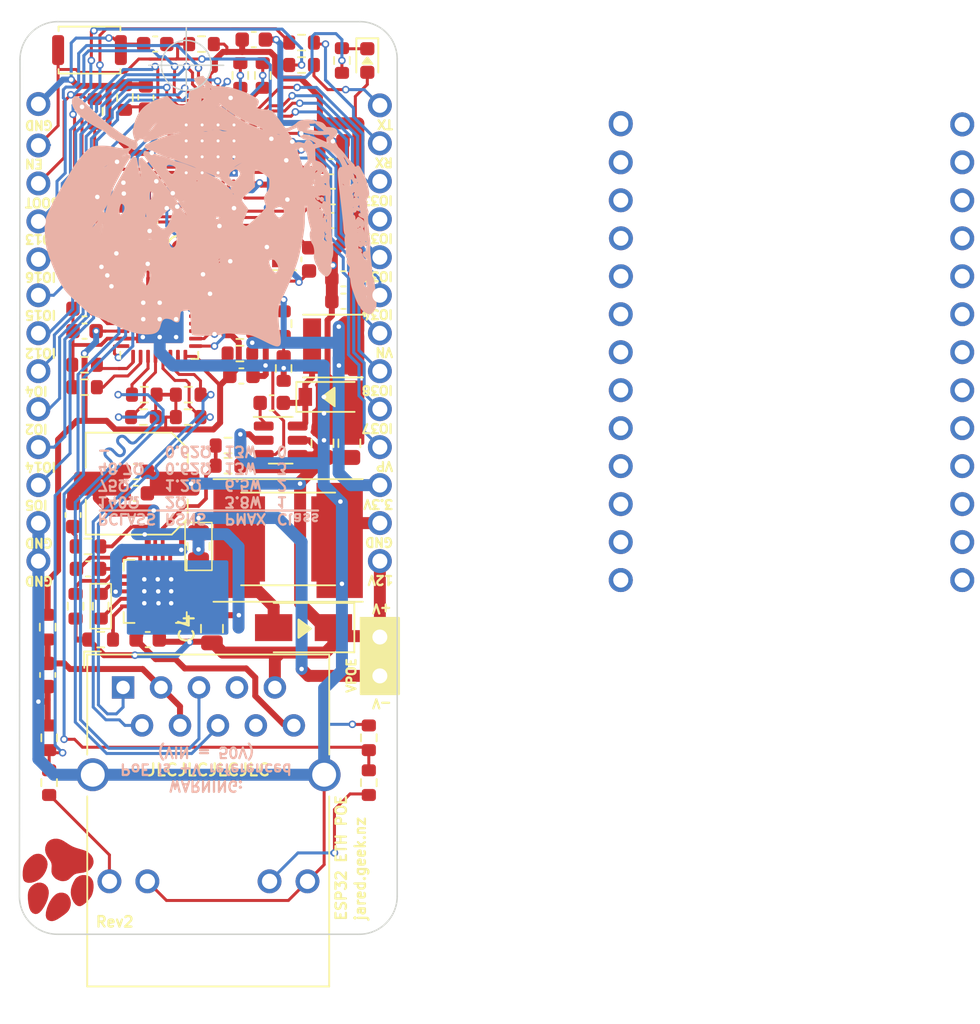
<source format=kicad_pcb>
(kicad_pcb (version 20240108) (generator "pcbnew") (generator_version "8.0")
  (layers (0 "F.Cu" signal) (31 "B.Cu" signal) (34 "B.Paste" user) (35 "F.Paste" user) (36 "B.SilkS" user "B.Silkscreen") (37 "F.SilkS" user "F.Silkscreen") (38 "B.Mask" user) (39 "F.Mask" user) (44 "Edge.Cuts" user))
  (net 0 "")
  (net 1 "/MDI0_CT")
  (net 2 "GND")
  (net 3 "/EN")
  (net 4 "/ETH_MDC")
  (net 5 "/S_VP")
  (net 6 "/S_VN")
  (net 7 "/IO34")
  (net 8 "/CAP1")
  (net 9 "/SDD3")
  (net 10 "/ETH_TXD1")
  (net 11 "/IO35")
  (net 12 "/IO32")
  (net 13 "/ETH_CRS_DV")
  (net 14 "/ETH_RXD1")
  (net 15 "/ETH_RXD0")
  (net 16 "+3V3")
  (net 17 "/IO33")
  (net 18 "/XTAL_P")
  (net 19 "/U0RXD")
  (net 20 "/XTAL_N")
  (net 21 "/SDD0")
  (net 22 "/VDD3P3")
  (net 23 "/ETH_TXEN")
  (net 24 "/SDD1")
  (net 25 "Net-(R4-Pad2)")
  (net 26 "/ETH_TXD0")
  (net 27 "/ETH_MDIO")
  (net 28 "/SDD2")
  (net 29 "/SDCK")
  (net 30 "/BOOT")
  (net 31 "/IO14")
  (net 32 "/VDD_SDIO")
  (net 33 "/IO12")
  (net 34 "/SDCS")
  (net 35 "/IO13")
  (net 36 "/AVDD10")
  (net 37 "/DVDD10")
  (net 38 "/U0TXD")
  (net 39 "/RSET")
  (net 40 "/RXDV")
  (net 41 "/ETH_RST")
  (net 42 "/RTL_LED1")
  (net 43 "/RTL_LED0")
  (net 44 "/MDI0_P")
  (net 45 "/MDI0_N")
  (net 46 "/ETH_LED0")
  (net 47 "/ETH_LED1")
  (net 48 "/MDI1_P")
  (net 49 "/MDI1_N")
  (net 50 "/IO15")
  (net 51 "/IO2")
  (net 52 "/IO4")
  (net 53 "/IO16")
  (net 54 "/IO5")
  (net 64 "/IO37")
  (net 65 "/IO38")
  (net 66 "Net-(R22-Pad2)")
  (net 67 "/LAN_3P3V")
  (net 68 "/CAP2")
  (net 69 "/VIN_NEG")
  (net 71 "/VSS")
  (net 72 "/SWO")
  (net 73 "/FBH")
  (net 74 "Net-(C17-Pad1)")
  (net 75 "Net-(C17-Pad2)")
  (net 76 "Net-(D3-Pad1)")
  (net 77 "/12V")
  (net 78 "/POE_NEG")
  (net 79 "Net-(R26-Pad1)")
  (net 80 "/RXD0")
  (net 81 "/RXD1")
  (net 82 "/CRS_DV")
  (net 83 "Net-(C6-Pad1)")
  (net 84 "Net-(C20-Pad1)")
  (net 85 "Net-(R6-Pad2)")
  (net 86 "Net-(R7-Pad2)")
  (net 87 "Net-(R19-Pad2)")
  (net 88 "/COMP")
  (net 89 "/ETHCLK")
  (footprint "Resistor_SMD:R_0603_1608Metric" (layer "F.Cu") (at 37.5075 58.95 180)
    (property "Reference" "R14")
    (property "Value" "50R 1%")
  )
  (footprint "Visclib:ProtoHeader_65mil" (layer "F.Cu") (at 69.469 64.77 180)
    (property "Reference" "J13" (hide yes))
    (property "Value" "ProtoCastellatedHeader" (hide yes))
  )
  (footprint "Visclib:ProtoHeader_65mil" (layer "F.Cu") (at 92.329 67.31)
    (property "Reference" "J27" (hide yes))
    (property "Value" "ProtoCastellatedHeader" (hide yes))
  )
  (footprint "Visclib:ProtoHeader_65mil" (layer "F.Cu") (at 53.34 45.72)
    (property "Reference" "J20" (hide yes))
    (property "Value" "ProtoCastellatedHeader" (hide yes))
  )
  (footprint "Visclib:ProtoHeader_65mil" (layer "F.Cu") (at 69.469 39.37 180)
    (property "Reference" "J3" (hide yes))
    (property "Value" "ProtoCastellatedHeader" (hide yes))
  )
  (footprint "Capacitor_SMD:C_0603_1608Metric" (layer "F.Cu") (at 50.075 42.2 180)
    (property "Reference" "C2")
    (property "Value" "100n")
  )
  (footprint "Diode_SMD:D_SOD-123" (layer "F.Cu") (at 50 57.6)
    (property "Reference" "D2")
    (property "Value" "B5819W")
  )
  (footprint "Package_TO_SOT_SMD:SOT-23-6" (layer "F.Cu") (at 46.7 60.5)
    (property "Reference" "U3")
    (property "Value" "LV2842XLVDDCR")
  )
  (footprint "Visclib:ProtoHeader_65mil" (layer "F.Cu") (at 30.48 55.88 180)
    (property "Reference" "J10" (hide yes))
    (property "Value" "ProtoCastellatedHeader" (hide yes))
  )
  (footprint "Visclib:ProtoHeader_65mil" (layer "F.Cu") (at 53.34 53.34)
    (property "Reference" "J23" (hide yes))
    (property "Value" "ProtoCastellatedHeader" (hide yes))
  )
  (footprint "Resistor_SMD:R_0603_1608Metric" (layer "F.Cu") (at 33.57 55.45)
    (property "Reference" "R8")
    (property "Value" "2.49k 1%")
  )
  (footprint "Resistor_SMD:R_0603_1608Metric" (layer "F.Cu") (at 40.5075 58.95)
    (property "Reference" "R17")
    (property "Value" "50R 1%")
  )
  (footprint "Visclib:ProtoHeader_65mil" (layer "F.Cu") (at 92.329 39.37)
    (property "Reference" "J17" (hide yes))
    (property "Value" "ProtoCastellatedHeader" (hide yes))
  )
  (footprint "Resistor_SMD:R_0603_1608Metric" (layer "F.Cu") (at 33.57 56.95 180)
    (property "Reference" "C22" (hide yes))
    (property "Value" "100n")
  )
  (footprint "Resistor_SMD:R_0805_2012Metric" (layer "F.Cu") (at 41.2 67.6 90)
    (property "Reference" "R20" (hide yes))
    (property "Value" "0.62R")
  )
  (footprint "Resistor_SMD:R_0603_1608Metric" (layer "F.Cu") (at 34.25 38.5 -90)
    (property "Reference" "R32" (hide yes))
    (property "Value" "50R")
  )
  (footprint "Capacitor_SMD:C_0603_1608Metric" (layer "F.Cu") (at 31.1 76.2 90)
    (property "Reference" "C3")
    (property "Value" "100n")
  )
  (footprint "Resistor_SMD:R_0603_1608Metric" (layer "F.Cu") (at 36.275 37.575 -90)
    (property "Reference" "R2")
    (property "Value" "2k")
  )
  (footprint "Capacitor_SMD:C_0603_1608Metric" (layer "F.Cu") (at 38.3 34)
    (property "Reference" "C10")
    (property "Value" "1u")
  )
  (footprint "Resistor_SMD:R_0603_1608Metric" (layer "F.Cu") (at 52.6 80.4 90)
    (property "Reference" "R11")
    (property "Value" "10k")
  )
  (footprint "Resistor_SMD:R_0603_1608Metric" (layer "F.Cu") (at 36.1 45.7 -90)
    (property "Reference" "R10")
    (property "Value" "10k")
  )
  (footprint "Inductor_SMD:L_Taiyo-Yuden_NR-40xx" (layer "F.Cu") (at 50.2 54.2)
    (property "Reference" "L2")
    (property "Value" "10uH 1A")
  )
  (footprint "Capacitor_SMD:C_0805_2012Metric" (layer "F.Cu") (at 49.5 60.7 90)
    (property "Reference" "C29" (hide yes))
    (property "Value" "2.2u")
  )
  (footprint "Visclib:ProtoHeader_65mil" (layer "F.Cu") (at 30.48 40.78 180)
    (property "Reference" "J4" (hide yes))
    (property "Value" "ProtoCastellatedHeader" (hide yes))
  )
  (footprint "Capacitor_SMD:C_0603_1608Metric" (layer "F.Cu") (at 48.6 48.4 -90)
    (property "Reference" "C13")
    (property "Value" "22p")
  )
  (footprint "Visclib:ProtoHeader_65mil" (layer "F.Cu") (at 30.48 48.4 180)
    (property "Reference" "J7" (hide yes))
    (property "Value" "ProtoCastellatedHeader" (hide yes))
  )
  (footprint "Visclib:ProtoHeader_65mil" (layer "F.Cu") (at 69.469 59.69 180)
    (property "Reference" "J11" (hide yes))
    (property "Value" "ProtoCastellatedHeader" (hide yes))
  )
  (footprint "Capacitor_SMD:C_0603_1608Metric" (layer "F.Cu") (at 50.9 51.2 180)
    (property "Reference" "C21")
    (property "Value" "1u")
  )
  (footprint "Package_DFN_QFN:QFN-20-1EP_4x4mm_P0.5mm_EP2.6x2.6mm" (layer "F.Cu") (at 38.3 70.606233 -90)
    (property "Reference" "U2")
    (property "Value" "Si3404")
  )
  (footprint "Resistor_SMD:R_0603_1608Metric" (layer "F.Cu") (at 43.175 62.2)
    (property "Reference" "R23")
    (property "Value" "1k")
  )
  (footprint "Visclib:ProtoHeader_65mil" (layer "F.Cu") (at 69.469 69.85 180)
    (property "Reference" "J16" (hide yes))
    (property "Value" "ProtoCastellatedHeader" (hide yes))
  )
  (footprint "Visclib:ProtoHeader_65mil" (layer "F.Cu") (at 53.34 58.42)
    (property "Reference" "J25" (hide yes))
    (property "Value" "ProtoCastellatedHeader" (hide yes))
  )
  (footprint "Resistor_SMD:R_0603_1608Metric" (layer "F.Cu") (at 37.57 57.45 180)
    (property "Reference" "R13")
    (property "Value" "50R 1%")
  )
  (footprint "Diode_SMD:D_SMA" (layer "F.Cu") (at 48.23 73.031233 180)
    (property "Reference" "D1")
    (property "Value" "SL310A")
  )
  (footprint "Visclib:ProtoHeader_65mil" (layer "F.Cu") (at 92.329 41.91)
    (property "Reference" "J18" (hide yes))
    (property "Value" "ProtoCastellatedHeader" (hide yes))
  )
  (footprint "Visclib:ProtoHeader_65mil" (layer "F.Cu") (at 53.34 66.04)
    (property "Reference" "J27" (hide yes))
    (property "Value" "ProtoCastellatedHeader" (hide yes))
  )
  (footprint "Visclib:ProtoHeader_65mil" (layer "F.Cu") (at 92.329 62.23)
    (property "Reference" "J26" (hide yes))
    (property "Value" "ProtoCastellatedHeader" (hide yes))
  )
  (footprint "Resistor_SMD:R_0603_1608Metric" (layer "F.Cu") (at 32.97 71.6 90)
    (property "Reference" "R6")
    (property "Value" "24.3k 1%")
  )
  (footprint "Resistor_SMD:R_0603_1608Metric" (layer "F.Cu") (at 34.65 73.831233)
    (property "Reference" "R19")
    (property "Value" "0R")
  )
  (footprint "Resistor_SMD:R_0603_1608Metric" (layer "F.Cu") (at 45.5 36.1 90)
    (property "Reference" "R29" (hide yes))
    (property "Value" "50R")
  )
  (footprint "Visclib:ProtoHeader_65mil" (layer "F.Cu") (at 30.48 50.8 180)
    (property "Reference" "J8" (hide yes))
    (property "Value" "ProtoCastellatedHeader" (hide yes))
  )
  (footprint "Inductor_SMD:L_Taiyo-Yuden_NR-80xx_HandSoldering" (layer "F.Cu") (at 47.2 67.2)
    (property "Reference" "L4" (hide yes))
    (property "Value" "33uH")
  )
  (footprint "" (layer "F.Cu") (at 92.329 39.37)
    (property "Reference" "")
    (property "Value" "")
  )
  (footprint "Visclib:ProtoHeader_65mil" (layer "F.Cu") (at 53.34 38.1)
    (property "Reference" "J17" (hide yes))
    (property "Value" "ProtoCastellatedHeader" (hide yes))
  )
  (footprint "Visclib:ProtoHeader_65mil" (layer "F.Cu") (at 53.34 60.96)
    (property "Reference" "J26" (hide yes))
    (property "Value" "ProtoCastellatedHeader" (hide yes))
  )
  (footprint "Resistor_SMD:R_0603_1608Metric" (layer "F.Cu") (at 40.5075 57.45)
    (property "Reference" "R18")
    (property "Value" "50R 1%")
  )
  (footprint "Visclib:ProtoHeader_65mil" (layer "F.Cu") (at 92.329 46.99)
    (property "Reference" "J20" (hide yes))
    (property "Value" "ProtoCastellatedHeader" (hide yes))
  )
  (footprint "Capacitor_SMD:C_0603_1608Metric" (layer "F.Cu") (at 33.8 69.1 180)
    (property "Reference" "C20")
    (property "Value" "100n")
  )
  (footprint "Resistor_SMD:R_0603_1608Metric" (layer "F.Cu") (at 37.925 45.725 90)
    (property "Reference" "C8" (hide yes))
    (property "Value" "100n")
  )
  (footprint "Visclib:ProtoHeader_65mil" (layer "F.Cu") (at 69.469 54.61 180)
    (property "Reference" "J9" (hide yes))
    (property "Value" "ProtoCastellatedHeader" (hide yes))
  )
  (footprint "Capacitor_SMD:C_0603_1608Metric" (layer "F.Cu") (at 44.07 56.2)
    (property "Reference" "C24" (hide yes))
    (property "Value" "100n")
  )
  (footprint "Resistor_SMD:R_0603_1608Metric" (layer "F.Cu") (at 50.1 44.2 180)
    (property "Reference" "R3")
    (property "Value" "20K")
  )
  (footprint "Resistor_SMD:R_0603_1608Metric" (layer "F.Cu") (at 31.2 80.4 90)
    (property "Reference" "R12")
    (property "Value" "10k")
  )
  (footprint "" (layer "F.Cu") (at 69.469 39.28)
    (property "Reference" "")
    (property "Value" "")
  )
  (footprint "Resistor_SMD:R_0603_1608Metric" (layer "F.Cu") (at 46.9 52.7 90)
    (property "Reference" "R26")
    (property "Value" "33k 1%")
  )
  (footprint "Package_DFN_QFN:QFN-32-1EP_5x5mm_P0.5mm_EP3.1x3.1mm" (layer "F.Cu") (at 38.57 52.45 90)
    (property "Reference" "U4")
    (property "Value" "RTL8201F")
  )
  (footprint "Capacitor_SMD:C_0603_1608Metric" (layer "F.Cu") (at 47.075 44.3 180)
    (property "Reference" "C16")
    (property "Value" "10n")
  )
  (footprint "Visclib:ProtoHeader_65mil" (layer "F.Cu") (at 92.329 49.53)
    (property "Reference" "J21" (hide yes))
    (property "Value" "ProtoCastellatedHeader" (hide yes))
  )
  (footprint "Visclib:ProtoHeader_65mil" (layer "F.Cu") (at 30.48 66.04 180)
    (property "Reference" "J14" (hide yes))
    (property "Value" "ProtoCastellatedHeader" (hide yes))
  )
  (footprint "Button_Switch_SMD:SW_Push_SPST_NO_Alps_SKRK" (layer "F.Cu") (at 33.9 34.4 180)
    (property "Reference" "SW1" (hide yes))
    (property "Value" "RESET")
  )
  (footprint "Visclib:ProtoHeader_65mil" (layer "F.Cu") (at 92.329 69.85)
    (property "Reference" "J28" (hide yes))
    (property "Value" "ProtoCastellatedHeader" (hide yes))
  )
  (footprint "Visclib:TP-1MM" (layer "F.Cu") (at 39.9 47.6)
    (property "Reference" "TP1")
    (property "Value" "TP" (hide yes))
  )
  (footprint "Visclib:ProtoHeader_65mil" (layer "F.Cu") (at 92.329 57.15)
    (property "Reference" "J24" (hide yes))
    (property "Value" "ProtoCastellatedHeader" (hide yes))
  )
  (footprint "Visclib:ProtoHeader_65mil" (layer "F.Cu") (at 69.469 67.31 180)
    (property "Reference" "J14" (hide yes))
    (property "Value" "ProtoCastellatedHeader" (hide yes))
  )
  (footprint "Visclib:ProtoHeader_65mil" (layer "F.Cu") (at 53.34 43.18)
    (property "Reference" "J19" (hide yes))
    (property "Value" "ProtoCastellatedHeader" (hide yes))
  )
  (footprint "" (layer "F.Cu") (at 69.469 69.85)
    (property "Reference" "")
    (property "Value" "")
  )
  (footprint "Resistor_SMD:R_0603_1608Metric" (layer "F.Cu") (at 48.1 35.4 180)
    (property "Reference" "R4")
    (property "Value" "510R")
  )
  (footprint "Visclib:ProtoHeader_65mil" (layer "F.Cu") (at 30.48 60.96 180)
    (property "Reference" "J12" (hide yes))
    (property "Value" "ProtoCastellatedHeader" (hide yes))
  )
  (footprint "Visclib:ProtoHeader_65mil" (layer "F.Cu") (at 69.479051 49.53 180)
    (property "Reference" "J7" (hide yes))
    (property "Value" "ProtoCastellatedHeader" (hide yes))
  )
  (footprint "Visclib:ProtoHeader_65mil" (layer "F.Cu") (at 53.34 50.8)
    (property "Reference" "J22" (hide yes))
    (property "Value" "ProtoCastellatedHeader" (hide yes))
  )
  (footprint "Visclib:ProtoHeader_65mil" (layer "F.Cu") (at 69.479051 46.99 180)
    (property "Reference" "J6" (hide yes))
    (property "Value" "ProtoCastellatedHeader" (hide yes))
  )
  (footprint "Visclib:wolfpaw-0.3" (layer "F.Cu") (at 31.701123 90.17 180)
    (property "Reference" "LOGO1" (hide yes))
    (property "Value" "Logo" (hide yes))
  )
  (footprint "Resistor_SMD:R_0603_1608Metric" (layer "F.Cu") (at 31.1 73 -90)
    (property "Reference" "R25")
    (property "Value" "0R")
  )
  (footprint "Capacitor_SMD:C_0603_1608Metric" (layer "F.Cu") (at 32.8 65.5 90)
    (property "Reference" "C6")
    (property "Value" "1nF")
  )
  (footprint "LED_SMD:LED_0603_1608Metric" (layer "F.Cu") (at 52.5 35.1 -90)
    (property "Reference" "D3")
    (property "Value" "Green")
  )
  (footprint "Visclib:ProtoHeader_65mil" (layer "F.Cu") (at 92.329 44.45)
    (property "Reference" "J19" (hide yes))
    (property "Value" "ProtoCastellatedHeader" (hide yes))
  )
  (footprint "Capacitor_SMD:C_0805_2012Metric" (layer "F.Cu") (at 42.1 73.1 90)
    (property "Reference" "C4")
    (property "Value" "1u")
  )
  (footprint "Visclib:ProtoHeader_65mil" (layer "F.Cu") (at 53.34 76.26 -90)
    (property "Reference" "J29" (hide yes))
    (property "Value" "ProtoCastellatedHeader" (hide yes))
  )
  (footprint "Visclib:ProtoHeader_65mil" (layer "F.Cu") (at 69.469 62.23 180)
    (property "Reference" "J12" (hide yes))
    (property "Value" "ProtoCastellatedHeader" (hide yes))
  )
  (footprint "Resistor_SMD:R_0603_1608Metric" (layer "F.Cu") (at 43.97 53.2 180)
    (property "Reference" "L3")
    (property "Value" "FB 600R@100MHz 1.3A")
  )
  (footprint "Visclib:ProtoHeader_65mil" (layer "F.Cu") (at 30.48 38.01 180)
    (property "Reference" "J3" (hide yes))
    (property "Value" "ProtoCastellatedHeader" (hide yes))
  )
  (footprint "Capacitor_SMD:C_0603_1608Metric" (layer "F.Cu") (at 37 64.05 180)
    (property "Reference" "C7" (hide yes))
    (property "Value" "1u")
  )
  (footprint "Capacitor_SMD:C_0603_1608Metric" (layer "F.Cu") (at 43.97 51.6)
    (property "Reference" "C26")
    (property "Value" "100n")
  )
  (footprint "Resistor_SMD:R_0603_1608Metric" (layer "F.Cu") (at 46.9 55.7 90)
    (property "Reference" "R27")
    (property "Value" "10k 1%")
  )
  (footprint "Visclib:ProtoHeader_65mil" (layer "F.Cu") (at 92.329 54.61)
    (property "Reference" "J23" (hide yes))
    (property "Value" "ProtoCastellatedHeader" (hide yes))
  )
  (footprint "Visclib:ProtoHeader_65mil" (layer "F.Cu") (at 30.48 68.58 180)
    (property "Reference" "J16" (hide yes))
    (property "Value" "ProtoCastellatedHeader" (hide yes))
  )
  (footprint "Resistor_SMD:R_0603_1608Metric" (layer "F.Cu") (at 50.8 35.1 90)
    (property "Reference" "R28")
    (property "Value" "1k")
  )
  (footprint "Capacitor_SMD:C_0603_1608Metric" (layer "F.Cu") (at 45.5 49.855)
    (property "Reference" "C12")
    (property "Value" "22p")
  )
  (footprint "Visclib:ProtoHeader_65mil" (layer "F.Cu") (at 69.469 52.07 180)
    (property "Reference" "J8" (hide yes))
    (property "Value" "ProtoCastellatedHeader" (hide yes))
  )
  (footprint "Visclib:ProtoHeader_65mil" (layer "F.Cu") (at 53.34 55.88)
    (property "Reference" "J24" (hide yes))
    (property "Value" "ProtoCastellatedHeader" (hide yes))
  )
  (footprint "Resistor_SMD:R_0603_1608Metric" (layer "F.Cu") (at 33.8 67.6)
    (property "Reference" "R21")
    (property "Value" "33k")
  )
  (footprint "Capacitor_SMD:C_0603_1608Metric" (layer "F.Cu") (at 50.9 49.7)
    (property "Reference" "C5")
    (property "Value" "10u")
  )
  (footprint "Resistor_SMD:R_0603_1608Metric" (layer "F.Cu") (at 43.175 60.85 180)
    (property "Reference" "R24")
    (property "Value" "8.2k")
  )
  (footprint "Visclib:ProtoHeader_65mil" (layer "F.Cu") (at 69.469 57.15 180)
    (property "Reference" "J10" (hide yes))
    (property "Value" "ProtoCastellatedHeader" (hide yes))
  )
  (footprint "Visclib:ProtoHeader_65mil" (layer "F.Cu") (at 30.48 63.5 180)
    (property "Reference" "J13" (hide yes))
    (property "Value" "ProtoCastellatedHeader" (hide yes))
  )
  (footprint "Capacitor_SMD:C_0603_1608Metric" (layer "F.Cu") (at 50.1 45.8 180)
    (property "Reference" "C15")
    (property "Value" "3.3n")
  )
  (footprint "Capacitor_SMD:C_0603_1608Metric" (layer "F.Cu") (at 33.57 53.2 180)
    (property "Reference" "C25")
    (property "Value" "100n")
  )
  (footprint "Visclib:ProtoHeader_65mil" (layer "F.Cu") (at 30.48 43.32 180)
    (property "Reference" "J5" (hide yes))
    (property "Value" "ProtoCastellatedHeader" (hide yes))
  )
  (footprint "Capacitor_SMD:C_0603_1608Metric" (layer "F.Cu") (at 37.8 73.831233 180)
    (property "Reference" "C1")
    (property "Value" "100n")
  )
  (footprint "Capacitor_SMD:C_0603_1608Metric" (layer "F.Cu") (at 37 62.6 180)
    (property "Reference" "C28" (hide yes))
    (property "Value" "1u")
  )
  (footprint "Resistor_SMD:R_0603_1608Metric" (layer "F.Cu") (at 31.2 83.4 -90)
    (property "Reference" "R15")
    (property "Value" "270R")
  )
  (footprint "Capacitor_SMD:C_Elec_6.3x5.4" (layer "F.Cu") (at 37.0625 63.4 180)
    (property "Reference" "C27")
    (property "Value" "22u")
  )
  (footprint "Resistor_SMD:R_0603_1608Metric" (layer "F.Cu") (at 41.4 34)
    (property "Reference" "R1")
    (property "Value" "10k")
  )
  (footprint "Resistor_SMD:R_0603_1608Metric" (layer "F.Cu") (at 48.1 33.9 180)
    (property "Reference" "R22")
    (property "Value" "510R")
  )
  (footprint "Capacitor_SMD:C_0603_1608Metric" (layer "F.Cu") (at 42.475 47.775 90)
    (property "Reference" "C9")
    (property "Value" "100n")
  )
  (footprint "Connector_RJ:RJ45_Wuerth_7499111446_Horizontal" (layer "F.Cu") (at 36.15 77.031233)
    (property "Reference" "J1")
    (property "Value" "HY931147C")
  )
  (footprint "Resistor_SMD:R_0603_1608Metric" (layer "F.Cu") (at 43.97 54.7 180)
    (property "Reference" "R9")
    (property "Value" "10k")
  )
  (footprint "Inductor_SMD:L_Taiyo-Yuden_NR-60xx" (layer "F.Cu") (at 47.2 67.1)
    (property "Reference" "L5" (hide yes))
    (property "Value" "-")
  )
  (footprint "Visclib:ProtoHeader_65mil" (layer "F.Cu") (at 92.329 64.77)
    (property "Reference" "J15" (hide yes))
    (property "Value" "ProtoCastellatedHeader" (hide yes))
  )
  (footprint "Visclib:ProtoHeader_65mil" (layer "F.Cu") (at 53.34 68.58)
    (property "Reference" "J28" (hide yes))
    (property "Value" "ProtoCastellatedHeader" (hide yes))
  )
  (footprint "Visclib:ProtoHeader_65mil" (layer "F.Cu") (at 53.34 48.26)
    (property "Reference" "J21" (hide yes))
    (property "Value" "ProtoCastellatedHeader" (hide yes))
  )
  (footprint "Capacitor_SMD:C_0603_1608Metric" (layer "F.Cu") (at 44.9 33.7)
    (property "Reference" "C19")
    (property "Value" "100n")
  )
  (footprint "Visclib:ProtoHeader_65mil" (layer "F.Cu") (at 69.469 44.45 180)
    (property "Reference" "J5" (hide yes))
    (property "Value" "ProtoCastellatedHeader" (hide yes))
  )
  (footprint "Visclib:ProtoHeader_65mil" (layer "F.Cu") (at 53.34 63.5)
    (property "Reference" "J15" (hide yes))
    (property "Value" "ProtoCastellatedHeader" (hide yes))
  )
  (footprint "Visclib:ProtoHeader_65mil" (layer "F.Cu") (at 92.329 59.69)
    (property "Reference" "J25" (hide yes))
    (property "Value" "ProtoCastellatedHeader" (hide yes))
  )
  (footprint "Resistor_SMD:R_0603_1608Metric" (layer "F.Cu") (at 52.6 83.4 -90)
    (property "Reference" "R16")
    (property "Value" "270R")
  )
  (footprint "Resistor_SMD:R_0603_1608Metric" (layer "F.Cu") (at 47.075 42.575)
    (property "Reference" "L1")
    (property "Value" "FB 600R@100MHz 1.3A")
  )
  (footprint "Capacitor_SMD:C_0603_1608Metric" (layer "F.Cu") (at 37.675 37.575 -90)
    (property "Reference" "C14")
    (property "Value" "10u")
  )
  (footprint "Capacitor_SMD:C_0805_2012Metric" (layer "F.Cu") (at 51.3 60.7 90)
    (property "Reference" "C18")
    (property "Value" "2.2u")
  )
  (footprint "Visclib:ProtoHeader_65mil" (layer "F.Cu") (at 92.329 52.07)
    (property "Reference" "J22" (hide yes))
    (property "Value" "ProtoCastellatedHeader" (hide yes))
  )
  (footprint "Visclib:ProtoHeader_65mil" (layer "F.Cu") (at 30.48 45.86 180)
    (property "Reference" "J6" (hide yes))
    (property "Value" "ProtoCastellatedHeader" (hide yes))
  )
  (footprint "Package_DFN_QFN:QFN-48-1EP_5x5mm_P0.35mm_EP3.7x3.7mm_ThermalVias" (layer "F.Cu") (at 41.975 41.008333 180)
    (property "Reference" "U1" (hide yes))
    (property "Value" "ESP32-U4WDH")
  )
  (footprint "Visclib:ProtoHeader_65mil" (layer "F.Cu") (at 53.34 73.66 -90)
    (property "Reference" "J2" (hide yes))
    (property "Value" "ProtoCastellatedHeader" (hide yes))
  )
  (footprint "Visclib:ProtoHeader_65mil" (layer "F.Cu") (at 69.469 41.91 180)
    (property "Reference" "J4" (hide yes))
    (property "Value" "ProtoCastellatedHeader" (hide yes))
  )
  (footprint "Visclib:ProtoHeader_65mil" (layer "F.Cu") (at 53.34 40.64)
    (property "Reference" "J18" (hide yes))
    (property "Value" "ProtoCastellatedHeader" (hide yes))
  )
  (footprint "Visclib:ProtoHeader_65mil" (layer "F.Cu") (at 92.329 69.85)
    (property "Reference" "J28" (hide yes))
    (property "Value" "ProtoCastellatedHeader" (hide yes))
  )
  (footprint "Resistor_SMD:R_0603_1608Metric" (layer "F.Cu") (at 34.65 71.6 -90)
    (property "Reference" "R7")
    (property "Value" "DNP")
  )
  (footprint "Capacitor_SMD:C_0603_1608Metric" (layer "F.Cu") (at 50.1 40.5 180)
    (property "Reference" "C11")
    (property "Value" "1u")
  )
  (footprint "Visclib:ProtoHeader_65mil" (layer "F.Cu") (at 30.48 53.34 180)
    (property "Reference" "J9" (hide yes))
    (property "Value" "ProtoCastellatedHeader" (hide yes))
  )
  (footprint "Capacitor_SMD:C_0603_1608Metric" (layer "F.Cu") (at 33.57 51.7 180)
    (property "Reference" "C23")
    (property "Value" "100n")
  )
  (footprint "Resistor_SMD:R_0603_1608Metric" (layer "F.Cu") (at 33.57 50.2)
    (property "Reference" "R31" (hide yes))
    (property "Value" "50R")
  )
  (footprint "Capacitor_SMD:C_0603_1608Metric" (layer "F.Cu") (at 46.1 58)
    (property "Reference" "C17")
    (property "Value" "100n")
  )
  (footprint "Visclib:ProtoHeader_65mil" (layer "F.Cu") (at 30.48 58.42 180)
    (property "Reference" "J11" (hide yes))
    (property "Value" "ProtoCastellatedHeader" (hide yes))
  )
  (footprint "Resistor_SMD:R_0603_1608Metric" (layer "F.Cu") (at 44 36.1 90)
    (property "Reference" "R30" (hide yes))
    (property "Value" "50R")
  )
  (footprint "Crystal:Crystal_SMD_3225-4Pin_3.2x2.5mm" (layer "F.Cu") (at 45.725 47.475)
    (property "Reference" "Y1")
    (property "Value" "40MHz")
  )
  (gr_poly (pts (xy 49.750889 45.983902) (xy 49.754389 45.984141) (xy 49.757755 45.984517) (xy 49.760981 45.985028) (xy 49.764066 45.985671) (xy 49.767004 45.986443) (xy 49.769793 45.987341) (xy 49.772429 45.988362) (xy 49.774909 45.989503) (xy 49.777228 45.990762) (xy 49.779384 45.992136) (xy 49.781373 45.99362) (xy 49.78319 45.995214) (xy 49.784833 45.996913) (xy 49.786298 45.998715) (xy 49.787581 46.000618) (xy 49.788679 46.002617) (xy 49.789588 46.00471) (xy 49.790304 46.006895) (xy 49.790825 46.009167) (xy 49.791146 46.011526) (xy 49.791264 46.013967) (xy 49.791175 46.016487) (xy 49.790875 46.019084) (xy 49.790362 46.021756) (xy 49.789631 46.024498) (xy 49.788678 46.027308) (xy 49.787502 46.030183) (xy 49.784698 46.03596) (xy 49.781475 46.041642) (xy 49.777871 46.047199) (xy 49.773923 46.052597) (xy 49.76967 46.057804) (xy 49.765149 46.062788) (xy 49.760398 46.067516) (xy 49.755455 46.071956) (xy 49.750359 46.076076) (xy 49.745146 46.079843) (xy 49.739855 46.083225) (xy 49.734524 46.086191) (xy 49.729191 46.088706) (xy 49.723893 46.09074) (xy 49.721269 46.091566) (xy 49.718669 46.092259) (xy 49.716096 46.092816) (xy 49.713556 46.093232) (xy 49.711039 46.093506) (xy 49.708536 46.093642) (xy 49.70605 46.093643) (xy 49.703585 46.093512) (xy 49.701144 46.093252) (xy 49.698731 46.092865) (xy 49.696349 46.092354) (xy 49.694003 46.091723) (xy 49.691695 46.090974) (xy 49.689429 46.09011) (xy 49.687209 46.089134) (xy 49.685039 46.08805) (xy 49.682922 46.086859) (xy 49.680861 46.085564) (xy 49.678861 46.08417) (xy 49.676924 46.082678) (xy 49.675055 46.081092) (xy 49.673256 46.079414) (xy 49.671533 46.077647) (xy 49.669887 46.075794) (xy 49.668323 46.073859) (xy 49.666845 46.071843) (xy 49.665455 46.069751) (xy 49.664158 46.067584) (xy 49.662958 46.065346) (xy 49.661856 46.063039) (xy 49.660859 46.060667) (xy 49.659967 46.058232) (xy 49.659187 46.055738) (xy 49.65852 46.053187) (xy 49.657972 46.050582) (xy 49.657544 46.047926) (xy 49.657286 46.045247) (xy 49.657241 46.042573) (xy 49.657405 46.039909) (xy 49.657772 46.037258) (xy 49.658338 46.034624) (xy 49.659098 46.032012) (xy 49.660048 46.029426) (xy 49.661182 46.026869) (xy 49.662497 46.024346) (xy 49.663986 46.02186) (xy 49.665646 46.019416) (xy 49.667472 46.017018) (xy 49.671601 46.012375) (xy 49.676337 46.007963) (xy 49.68164 46.003815) (xy 49.687474 45.999963) (xy 49.6938 45.996439) (xy 49.700581 45.993276) (xy 49.707778 45.990506) (xy 49.715353 45.988161) (xy 49.723269 45.986274) (xy 49.731488 45.984877) (xy 49.73561 45.984384) (xy 49.739614 45.984042) (xy 49.743498 45.98385) (xy 49.747258 45.983805)) (stroke (width 0.16)) (fill solid) (layer "B.SilkS"))
  (gr_poly (pts (xy 49.445659 44.296662) (xy 49.448685 44.296972) (xy 49.451768 44.297499) (xy 49.45491 44.298244) (xy 49.45811 44.299205) (xy 49.461367 44.300383) (xy 49.464683 44.301778) (xy 49.468057 44.30339) (xy 49.471488 44.305219) (xy 49.474978 44.307265) (xy 49.478525 44.309527) (xy 49.482131 44.312007) (xy 49.485794 44.314703) (xy 49.488784 44.317091) (xy 49.49166 44.31962) (xy 49.494421 44.322282) (xy 49.497063 44.325072) (xy 49.501987 44.331003) (xy 49.506416 44.337356) (xy 49.510336 44.344075) (xy 49.513731 44.351101) (xy 49.516587 44.358379) (xy 49.518888 44.365851) (xy 49.520618 44.37346) (xy 49.521763 44.38115) (xy 49.522307 44.388863) (xy 49.522235 44.396542) (xy 49.521532 44.404131) (xy 49.520183 44.411573) (xy 49.519261 44.41522) (xy 49.518172 44.41881) (xy 49.516914 44.422334) (xy 49.515485 44.425785) (xy 49.513619 44.429814) (xy 49.511695 44.433626) (xy 49.509713 44.437222) (xy 49.507673 44.4406) (xy 49.505575 44.443761) (xy 49.503419 44.446705) (xy 49.501206 44.449432) (xy 49.498934 44.451942) (xy 49.496604 44.454235) (xy 49.494216 44.456312) (xy 49.49177 44.458171) (xy 49.489266 44.459813) (xy 49.486705 44.461238) (xy 49.484085 44.462446) (xy 49.481407 44.463438) (xy 49.478672 44.464212) (xy 49.475878 44.464769) (xy 49.473026 44.46511) (xy 49.470116 44.465233) (xy 49.467149 44.46514) (xy 49.464123 44.464829) (xy 49.46104 44.464302) (xy 49.457898 44.463558) (xy 49.454698 44.462596) (xy 49.451441 44.461418) (xy 49.448125 44.460023) (xy 49.444752 44.458411) (xy 49.44132 44.456582) (xy 49.437831 44.454537) (xy 49.434283 44.452274) (xy 49.430678 44.449794) (xy 49.427014 44.447098) (xy 49.424024 44.44471) (xy 49.421148 44.442182) (xy 49.418388 44.439519) (xy 49.415745 44.43673) (xy 49.410822 44.430799) (xy 49.406392 44.424445) (xy 49.402472 44.417727) (xy 49.399077 44.410701) (xy 49.396221 44.403423) (xy 49.39392 44.395951) (xy 49.39219 44.388341) (xy 49.391045 44.380652) (xy 49.390501 44.372939) (xy 49.390572 44.365259) (xy 49.391275 44.35767) (xy 49.392623 44.350229) (xy 49.393545 44.346582) (xy 49.394634 44.342992) (xy 49.395892 44.339468) (xy 49.397321 44.336017) (xy 49.399187 44.331988) (xy 49.401111 44.328175) (xy 49.403093 44.32458) (xy 49.405133 44.321202) (xy 49.407231 44.318041) (xy 49.409387 44.315097) (xy 49.411601 44.31237) (xy 49.413873 44.309859) (xy 49.416203 44.307566) (xy 49.418591 44.30549) (xy 49.421037 44.303631) (xy 49.42354 44.301989) (xy 49.426102 44.300563) (xy 49.428722 44.299355) (xy 49.4314 44.298364) (xy 49.434136 44.297589) (xy 49.43693 44.297032) (xy 49.439782 44.296692) (xy 49.442691 44.296568)) (stroke (width 0.16)) (fill solid) (layer "B.SilkS"))
  (gr_poly (pts (xy 52.100727 44.252785) (xy 52.117635 44.29421) (xy 52.141245 44.354332) (xy 52.154101 44.404718) (xy 52.178207 44.514346) (xy 52.2085 44.664111) (xy 52.239917 44.834908) (xy 52.267396 45.007632) (xy 52.278076 45.088747) (xy 52.285873 45.163179) (xy 52.288288 45.200048) (xy 52.278219 45.207157) (xy 52.267988 45.212171) (xy 52.257645 45.21496) (xy 52.254333 45.215555) (xy 52.251083 45.216286) (xy 52.247898 45.217148) (xy 52.244782 45.218136) (xy 52.241738 45.219247) (xy 52.23877 45.220475) (xy 52.235883 45.221819) (xy 52.233078 45.223271) (xy 52.230361 45.22483) (xy 52.227735 45.22649) (xy 52.225203 45.228248) (xy 52.222769 45.230098) (xy 52.220437 45.232038) (xy 52.218211 45.234062) (xy 52.216094 45.236167) (xy 52.21409 45.238349) (xy 52.212202 45.240602) (xy 52.210434 45.242924) (xy 52.208791 45.24531) (xy 52.207274 45.247755) (xy 52.205889 45.250256) (xy 52.204639 45.252807) (xy 52.203528 45.255407) (xy 52.202559 45.258048) (xy 52.201735 45.260729) (xy 52.201061 45.263444) (xy 52.200541 45.26619) (xy 52.200177 45.268962) (xy 52.199974 45.271756) (xy 52.199935 45.274567) (xy 52.200064 45.277392) (xy 52.200365 45.280227) (xy 52.200674 45.283016) (xy 52.20083 45.285702) (xy 52.200835 45.288285) (xy 52.200693 45.290762) (xy 52.200407 45.293132) (xy 52.199979 45.295392) (xy 52.199414 45.297541) (xy 52.198715 45.299576) (xy 52.197884 45.301497) (xy 52.196926 45.3033) (xy 52.195843 45.304984) (xy 52.194638 45.306548) (xy 52.193314 45.307989) (xy 52.191876 45.309306) (xy 52.190326 45.310497) (xy 52.188667 45.311559) (xy 52.186903 45.312491) (xy 52.185037 45.31329) (xy 52.183072 45.313956) (xy 52.181011 45.314487) (xy 52.178857 45.314879) (xy 52.176615 45.315132) (xy 52.174286 45.315244) (xy 52.171875 45.315213) (xy 52.169383 45.315036) (xy 52.166816 45.314712) (xy 52.164176 45.314239) (xy 52.161465 45.313616) (xy 52.158688 45.31284) (xy 52.155848 45.311909) (xy 52.152947 45.310822) (xy 52.149989 45.309576) (xy 52.143832 45.30398) (xy 52.137364 45.292744) (xy 52.123665 45.254763) (xy 52.109224 45.198447) (xy 52.094372 45.126615) (xy 52.064767 44.947664) (xy 52.037504 44.740441) (xy 52.015239 44.527478) (xy 52.000629 44.331305) (xy 51.997024 44.246556) (xy 51.996328 44.174455) (xy 51.998874 44.117816) (xy 52.004993 44.079457) (xy 52.007357 44.069122) (xy 52.00865 44.058691) (xy 52.008827 44.051509)) (stroke (width 0.16)) (fill solid) (layer "B.SilkS"))
  (gr_poly (pts (xy 51.993049 47.742953) (xy 51.997149 47.743333) (xy 52.001199 47.743914) (xy 52.005196 47.744692) (xy 52.009131 47.745661) (xy 52.013 47.746818) (xy 52.016797 47.748157) (xy 52.020515 47.749674) (xy 52.024148 47.751364) (xy 52.027691 47.753224) (xy 52.031138 47.755248) (xy 52.034481 47.757432) (xy 52.037717 47.759771) (xy 52.040838 47.762261) (xy 52.043838 47.764897) (xy 52.046712 47.767674) (xy 52.049453 47.770589) (xy 52.052056 47.773636) (xy 52.054514 47.776812) (xy 52.056822 47.78011) (xy 52.058974 47.783528) (xy 52.060962 47.787059) (xy 52.062783 47.790701) (xy 52.064429 47.794447) (xy 52.065894 47.798295) (xy 52.067173 47.802238) (xy 52.06826 47.806273) (xy 52.069148 47.810395) (xy 52.069832 47.814599) (xy 52.070642 47.822934) (xy 52.070746 47.830728) (xy 52.070179 47.837979) (xy 52.068978 47.84469) (xy 52.067178 47.850859) (xy 52.064815 47.856488) (xy 52.061925 47.861575) (xy 52.058543 47.866123) (xy 52.054706 47.87013) (xy 52.050449 47.873596) (xy 52.045807 47.876523) (xy 52.040818 47.878911) (xy 52.035516 47.880759) (xy 52.029937 47.882068) (xy 52.024117 47.882838) (xy 52.018091 47.883069) (xy 52.011897 47.882762) (xy 52.005569 47.881917) (xy 51.999143 47.880533) (xy 51.992655 47.878612) (xy 51.98614 47.876153) (xy 51.979635 47.873157) (xy 51.973176 47.869624) (xy 51.966797 47.865553) (xy 51.960535 47.860946) (xy 51.954426 47.855803) (xy 51.948506 47.850123) (xy 51.942809 47.843907) (xy 51.937373 47.837156) (xy 51.932232 47.829868) (xy 51.927423 47.822046) (xy 51.922981 47.813688) (xy 51.922981 47.813689) (xy 51.921602 47.810655) (xy 51.920454 47.807629) (xy 51.919533 47.804617) (xy 51.918836 47.801624) (xy 51.918359 47.798654) (xy 51.918098 47.795711) (xy 51.918052 47.7928) (xy 51.918215 47.789925) (xy 51.918585 47.787091) (xy 51.919159 47.784303) (xy 51.919932 47.781564) (xy 51.920902 47.77888) (xy 51.922064 47.776254) (xy 51.923417 47.773692) (xy 51.924955 47.771198) (xy 51.926676 47.768776) (xy 51.928577 47.766431) (xy 51.930654 47.764167) (xy 51.932903 47.761989) (xy 51.935321 47.759901) (xy 51.937905 47.757909) (xy 51.940651 47.756015) (xy 51.943556 47.754225) (xy 51.946616 47.752544) (xy 51.949829 47.750975) (xy 51.95319 47.749524) (xy 51.956696 47.748194) (xy 51.960344 47.746991) (xy 51.964131 47.745919) (xy 51.968052 47.744982) (xy 51.972105 47.744184) (xy 51.976286 47.743531) (xy 51.98052 47.743063) (xy 51.984729 47.742813) (xy 51.988907 47.742778)) (stroke (width 0.16)) (fill solid) (layer "B.SilkS"))
  (gr_line (start 49.2 65.2) (end 34.6 65.2) (stroke (width 0.15)) (layer "B.SilkS"))
  (gr_poly (pts (xy 51.698837 43.372583) (xy 51.709947 43.396916) (xy 51.707355 43.405444) (xy 51.702793 43.418259) (xy 51.700188 43.424526) (xy 51.697321 43.430638) (xy 51.694162 43.436549) (xy 51.690676 43.442212) (xy 51.686831 43.447582) (xy 51.682594 43.452611) (xy 51.680187 43.456615) (xy 51.679341 43.461678) (xy 51.680008 43.46785) (xy 51.682141 43.47518) (xy 51.685691 43.483719) (xy 51.690609 43.493517) (xy 51.704361 43.517089) (xy 51.804493 43.67176) (xy 51.838882 43.727527) (xy 51.876243 43.790937) (xy 51.91619 43.862389) (xy 51.937013 43.901257) (xy 51.957664 43.940987) (xy 51.954394 43.937521) (xy 51.945212 43.928714) (xy 51.93549 43.920252) (xy 51.925267 43.912168) (xy 51.91458 43.904492) (xy 51.903467 43.897257) (xy 51.891967 43.890494) (xy 51.880117 43.884234) (xy 51.867956 43.878509) (xy 51.855521 43.87335) (xy 51.842851 43.868789) (xy 51.829983 43.864858) (xy 51.816956 43.861588) (xy 51.803807 43.85901) (xy 51.790575 43.857156) (xy 51.777298 43.856059) (xy 51.764013 43.855748) (xy 51.750759 43.856256) (xy 51.737573 43.857614) (xy 51.731692 43.858311) (xy 51.72594 43.858778) (xy 51.720319 43.859017) (xy 51.714831 43.859029) (xy 51.709479 43.858815) (xy 51.704265 43.858379) (xy 51.69919 43.85772) (xy 51.694258 43.856841) (xy 51.689469 43.855743) (xy 51.684827 43.854428) (xy 51.680333 43.852897) (xy 51.675989 43.851152) (xy 51.671799 43.849194) (xy 51.667762 43.847025) (xy 51.663883 43.844647) (xy 51.660163 43.842061) (xy 51.656603 43.839269) (xy 51.653207 43.836272) (xy 51.649977 43.833072) (xy 51.646913 43.829671) (xy 51.64402 43.826069) (xy 51.641298 43.822269) (xy 51.63875 43.818273) (xy 51.636378 43.814081) (xy 51.634184 43.809695) (xy 51.63217 43.805117) (xy 51.630339 43.800349) (xy 51.628692 43.795392) (xy 51.627232 43.790247) (xy 51.625961 43.784916) (xy 51.62488 43.779401) (xy 51.623993 43.773704) (xy 51.623196 43.768631) (xy 51.622185 43.763482) (xy 51.619544 43.752996) (xy 51.616121 43.742323) (xy 51.611968 43.731543) (xy 51.607136 43.720731) (xy 51.601676 43.709967) (xy 51.59564 43.699328) (xy 51.589079 43.688891) (xy 51.582044 43.678735) (xy 51.574587 43.668938) (xy 51.56676 43.659576) (xy 51.558612 43.650728) (xy 51.550197 43.642472) (xy 51.541564 43.634886) (xy 51.532766 43.628047) (xy 51.523854 43.622032) (xy 51.50116 43.607245) (xy 51.481909 43.593144) (xy 51.473593 43.586293) (xy 51.46616 43.579544) (xy 51.459618 43.572873) (xy 51.453974 43.566257) (xy 51.449237 43.559673) (xy 51.445413 43.553098) (xy 51.44251 43.546508) (xy 51.440535 43.53988) (xy 51.439497 43.53319) (xy 51.439402 43.526416) (xy 51.440259 43.519534) (xy 51.442074 43.51252) (xy 51.444856 43.505352) (xy 51.448612 43.498006) (xy 51.453349 43.490459) (xy 51.459076 43.482687) (xy 51.465799 43.474667) (xy 51.473526 43.466376) (xy 51.482265 43.457791) (xy 51.492023 43.448888) (xy 51.514627 43.430036) (xy 51.541399 43.409632) (xy 51.572399 43.387492) (xy 51.607687 43.363428) (xy 51.626594 43.350404) (xy 51.644508 43.337343) (xy 51.661423 43.324271) (xy 51.671796 43.315757)) (stroke (width 0.16)) (fill solid) (layer "B.SilkS"))
  (gr_poly (pts (xy 51.980119 43.985526) (xy 52.002304 44.031027) (xy 52.008649 44.044485) (xy 52.008909 44.048195) (xy 52.008827 44.051509) (xy 51.964948 43.955408)) (stroke (width 0.16)) (fill solid) (layer "B.SilkS"))
  (gr_poly (pts (xy 51.612324 45.006658) (xy 51.617613 45.007205) (xy 51.622916 45.008228) (xy 51.628212 45.009715) (xy 51.633481 45.011654) (xy 51.638702 45.014032) (xy 51.643855 45.016839) (xy 51.648921 45.020061) (xy 51.653878 45.023688) (xy 51.658707 45.027706) (xy 51.663387 45.032105) (xy 51.667898 45.036872) (xy 51.67222 45.041995) (xy 51.676332 45.047462) (xy 51.680214 45.053262) (xy 51.683846 45.059382) (xy 51.687208 45.06581) (xy 51.690279 45.072535) (xy 51.69304 45.079544) (xy 51.695469 45.086825) (xy 51.697547 45.094367) (xy 51.699253 45.102158) (xy 51.700568 45.110185) (xy 51.70099 45.114039) (xy 51.701205 45.117872) (xy 51.701218 45.121677) (xy 51.701031 45.125451) (xy 51.700651 45.129186) (xy 51.70008 45.132879) (xy 51.699325 45.136522) (xy 51.698387 45.140112) (xy 51.697273 45.143641) (xy 51.695987 45.147106) (xy 51.694532 45.1505) (xy 51.692913 45.153818) (xy 51.691135 45.157054) (xy 51.689202 45.160203) (xy 51.687118 45.163259) (xy 51.684887 45.166218) (xy 51.682514 45.169073) (xy 51.680004 45.171819) (xy 51.67736 45.17445) (xy 51.674587 45.176961) (xy 51.671689 45.179347) (xy 51.668671 45.181602) (xy 51.665537 45.18372) (xy 51.66229 45.185697) (xy 51.658937 45.187526) (xy 51.65548 45.189202) (xy 51.651925 45.19072) (xy 51.648276 45.192074) (xy 51.644536 45.193258) (xy 51.640711 45.194268) (xy 51.636804 45.195098) (xy 51.63282 45.195741) (xy 51.625583 45.196407) (xy 51.618562 45.196418) (xy 51.611766 45.195801) (xy 51.605209 45.194585) (xy 51.598901 45.192797) (xy 51.592854 45.190466) (xy 51.587079 45.187618) (xy 51.581588 45.184282) (xy 51.576392 45.180486) (xy 51.571502 45.176257) (xy 51.56693 45.171623) (xy 51.562688 45.166612) (xy 51.558787 45.161251) (xy 51.555237 45.155569) (xy 51.552052 45.149593) (xy 51.549242 45.143352) (xy 51.546818 45.136871) (xy 51.544792 45.130181) (xy 51.543175 45.123308) (xy 51.54198 45.11628) (xy 51.541217 45.109125) (xy 51.540897 45.101871) (xy 51.541033 45.094545) (xy 51.541635 45.087175) (xy 51.542715 45.07979) (xy 51.544285 45.072417) (xy 51.546355 45.065083) (xy 51.548938 45.057816) (xy 51.552044 45.050645) (xy 51.555686 45.043597) (xy 51.559875 45.0367) (xy 51.564621 45.029981) (xy 51.568663 45.025113) (xy 51.57292 45.020841) (xy 51.577374 45.017152) (xy 51.582002 45.014034) (xy 51.586786 45.011476) (xy 51.591705 45.009465) (xy 51.596738 45.00799) (xy 51.601866 45.007038) (xy 51.607068 45.006598)) (stroke (width 0.16)) (fill solid) (layer "B.SilkS"))
  (gr_poly (pts (xy 48.3 40.118069) (xy 48.40265 40.135719) (xy 48.519044 40.162582) (xy 48.647056 40.197843) (xy 48.784555 40.240686) (xy 48.929414 40.290295) (xy 49.079505 40.345855) (xy 49.2327 40.406549) (xy 49.386869 40.471562) (xy 49.539886 40.540078) (xy 49.689621 40.611282) (xy 49.833946 40.684357) (xy 49.970734 40.758487) (xy 50.097855 40.832858) (xy 50.213182 40.906653) (xy 50.252144 40.931873) (xy 50.283683 40.950203) (xy 50.308067 40.962065) (xy 50.317658 40.965702) (xy 50.325561 40.96788) (xy 50.331807 40.968652) (xy 50.336431 40.968069) (xy 50.339465 40.966186) (xy 50.340943 40.963055) (xy 50.340899 40.958728) (xy 50.339365 40.953257) (xy 50.336374 40.946697) (xy 50.331961 40.939099) (xy 50.318997 40.921001) (xy 50.300741 40.899384) (xy 50.277457 40.874671) (xy 50.249413 40.847283) (xy 50.216874 40.81764) (xy 50.180106 40.786166) (xy 50.139375 40.75328) (xy 50.094948 40.719405) (xy 50.073861 40.70342) (xy 50.053582 40.687329) (xy 50.034121 40.671154) (xy 50.015489 40.654921) (xy 49.997699 40.638651) (xy 49.980761 40.622368) (xy 49.964687 40.606096) (xy 49.949489 40.589858) (xy 49.935177 40.573678) (xy 49.921763 40.557578) (xy 49.909259 40.541583) (xy 49.897676 40.525716) (xy 49.889407 40.513516) (xy 50.013878 40.513516) (xy 50.016122 40.520802) (xy 50.021031 40.529915) (xy 50.028465 40.540721) (xy 50.03828 40.553086) (xy 50.050336 40.566875) (xy 50.06449 40.581957) (xy 50.080601 40.598196) (xy 50.098527 40.615458) (xy 50.139259 40.65252) (xy 50.18555 40.692073) (xy 50.189747 40.695463) (xy 50.584532 41.103893) (xy 50.498397 40.943283) (xy 50.490424 40.936133) (xy 50.424961 40.880347) (xy 50.358183 40.826355) (xy 50.290279 40.774369) (xy 50.236268 40.733046) (xy 50.189747 40.695463) (xy 50.013878 40.513516) (xy 49.889407 40.513516) (xy 49.887025 40.510001) (xy 49.877317 40.49446) (xy 49.868565 40.479117) (xy 49.86078 40.463996) (xy 49.853972 40.44912) (xy 49.848154 40.434512) (xy 49.843336 40.420196) (xy 49.839531 40.406196) (xy 49.836749 40.392534) (xy 49.835002 40.379234) (xy 49.834301 40.36632) (xy 49.834658 40.353815) (xy 49.836084 40.341743) (xy 49.838591 40.330127) (xy 49.842189 40.31899) (xy 49.846891 40.308355) (xy 49.852707 40.298247) (xy 49.85965 40.288689) (xy 49.86773 40.279703) (xy 49.876959 40.271314) (xy 49.883176 40.266921) (xy 49.891532 40.262174) (xy 49.901887 40.257118) (xy 49.914098 40.2518) (xy 49.943521 40.240552) (xy 49.978667 40.228789) (xy 50.0184 40.21687) (xy 50.061584 40.205154) (xy 50.091728 40.197764) (xy 50.171929 40.33454) (xy 50.498397 40.943283) (xy 50.554382 40.993497) (xy 50.616646 41.052227) (xy 50.677024 41.112107) (xy 50.735328 41.172925) (xy 50.791368 41.234466) (xy 50.844955 41.296517) (xy 50.895897 41.358862) (xy 50.944006 41.421289) (xy 50.989092 41.483584) (xy 51.030965 41.545532) (xy 51.067008 41.603045) (xy 50.584532 41.103893) (xy 50.673446 41.269686) (xy 51.140114 42.20433) (xy 51.134251 42.208596) (xy 51.12403 42.216806) (xy 51.114614 42.225197) (xy 51.106006 42.233757) (xy 51.098212 42.242473) (xy 51.091238 42.251333) (xy 51.08509 42.260326) (xy 51.079771 42.269439) (xy 51.075288 42.27866) (xy 51.071646 42.287976) (xy 51.06885 42.297376) (xy 51.066906 42.306847) (xy 51.065819 42.316377) (xy 51.065594 42.325954) (xy 51.066237 42.335566) (xy 51.067753 42.345201) (xy 51.070147 42.354846) (xy 51.073425 42.364489) (xy 51.077591 42.374118) (xy 51.082652 42.383722) (xy 51.088613 42.393287) (xy 51.095479 42.402801) (xy 51.103255 42.412253) (xy 51.111947 42.42163) (xy 51.121559 42.43092) (xy 51.128811 42.438005) (xy 51.135594 42.445491) (xy 51.141883 42.453314) (xy 51.147654 42.46141) (xy 51.152884 42.469713) (xy 51.157549 42.478161) (xy 51.161626 42.486688) (xy 51.16509 42.49523) (xy 51.167919 42.503723) (xy 51.170087 42.512104) (xy 51.171572 42.520306) (xy 51.172349 42.528267) (xy 51.172465 42.532137) (xy 51.172395 42.535922) (xy 51.172137 42.539615) (xy 51.171686 42.543207) (xy 51.171041 42.54669) (xy 51.170199 42.550056) (xy 51.169156 42.553298) (xy 51.167909 42.556407) (xy 51.166751 42.559471) (xy 51.165969 42.562579) (xy 51.165558 42.565727) (xy 51.165509 42.568909) (xy 51.165815 42.572118) (xy 51.166469 42.575348) (xy 51.167464 42.578595) (xy 51.168793 42.581851) (xy 51.170447 42.585112) (xy 51.172421 42.588371) (xy 51.177295 42.59486) (xy 51.183357 42.601272) (xy 51.190548 42.60756) (xy 51.19881 42.613677) (xy 51.208085 42.619576) (xy 51.218314 42.625211) (xy 51.229439 42.630534) (xy 51.241402 42.635499) (xy 51.254143 42.640059) (xy 51.267606 42.644167) (xy 51.281731 42.647775) (xy 51.297714 42.652073) (xy 51.312941 42.657353) (xy 51.327401 42.663561) (xy 51.341082 42.670645) (xy 51.353972 42.678552) (xy 51.366061 42.687228) (xy 51.37708 42.696408) (xy 51.444584 42.838269) (xy 51.444914 42.845873) (xy 51.444551 42.859745) (xy 51.443211 42.873589) (xy 51.440883 42.887353) (xy 51.437556 42.900983) (xy 51.433217 42.914427) (xy 51.427854 42.927631) (xy 51.421458 42.940541) (xy 51.414015 42.953106) (xy 51.405514 42.965272) (xy 51.395944 42.976986) (xy 51.385293 42.988194) (xy 51.373549 42.998843) (xy 51.360701 43.008881) (xy 51.348514 43.018403) (xy 51.33741 43.028544) (xy 51.327377 43.039345) (xy 51.318402 43.050848) (xy 51.310474 43.063095) (xy 51.30358 43.076127) (xy 51.29771 43.089987) (xy 51.29285 43.104716) (xy 51.288989 43.120355) (xy 51.286115 43.136946) (xy 51.284216 43.154532) (xy 51.28328 43.173153) (xy 51.283294 43.192851) (xy 51.284248 43.213668) (xy 51.286128 43.235646) (xy 51.288924 43.258826) (xy 51.292396 43.285957) (xy 51.294973 43.310388) (xy 51.296582 43.33227) (xy 51.297002 43.342304) (xy 51.297152 43.351758) (xy 51.297024 43.360652) (xy 51.296609 43.369006) (xy 51.295897 43.376837) (xy 51.294881 43.384166) (xy 51.29355 43.391011) (xy 51.291896 43.397392) (xy 51.28991 43.403329) (xy 51.287582 43.408839) (xy 51.284904 43.413943) (xy 51.281867 43.418659) (xy 51.27846 43.423007) (xy 51.274677 43.427006) (xy 51.270506 43.430676) (xy 51.265941 43.434035) (xy 51.26097 43.437102) (xy 51.255586 43.439897) (xy 51.249778 43.442439) (xy 51.24354 43.444747) (xy 51.23686 43.446841) (xy 51.22973 43.448739) (xy 51.222142 43.450461) (xy 51.214085 43.452025) (xy 51.196532 43.454761) (xy 51.18972 43.455505) (xy 51.182791 43.455912) (xy 51.168611 43.455731) (xy 51.154044 43.454246) (xy 51.139147 43.451485) (xy 51.123972 43.447478) (xy 51.108575 43.44225) (xy 51.09301 43.435832) (xy 51.077331 43.428252) (xy 51.061593 43.419536) (xy 51.045849 43.409715) (xy 51.030155 43.398815) (xy 51.014565 43.386865) (xy 50.999133 43.373894) (xy 50.983913 43.359929) (xy 50.96896 43.344999) (xy 50.954329 43.329131) (xy 50.927084 43.299095) (xy 50.902006 43.273004) (xy 50.890274 43.261438) (xy 50.879077 43.250858) (xy 50.868413 43.241264) (xy 50.858278 43.232656) (xy 50.848671 43.225035) (xy 50.83959 43.218398) (xy 50.831031 43.212748) (xy 50.822994 43.208083) (xy 50.815474 43.204404) (xy 50.808471 43.20171) (xy 50.801981 43.200001) (xy 50.796003 43.199278) (xy 50.790533 43.19954) (xy 50.78557 43.200786) (xy 50.781112 43.203018) (xy 50.777155 43.206234) (xy 50.773698 43.210436) (xy 50.770738 43.215622) (xy 50.768273 43.221792) (xy 50.7663 43.228947) (xy 50.764818 43.237086) (xy 50.763823 43.24621) (xy 50.763314 43.256317) (xy 50.763288 43.267409) (xy 50.763742 43.279485) (xy 50.764675 43.292544) (xy 50.766084 43.306588) (xy 50.767967 43.321615) (xy 50.770354 43.336533) (xy 50.773372 43.350947) (xy 50.777017 43.364856) (xy 50.781288 43.37826) (xy 50.786182 43.391156) (xy 50.791697 43.403544) (xy 50.797831 43.415421) (xy 50.804581 43.426787) (xy 50.811945 43.43764) (xy 50.819921 43.447978) (xy 50.828506 43.457802) (xy 50.837698 43.467108) (xy 50.847495 43.475896) (xy 50.857895 43.484165) (xy 50.868894 43.491912) (xy 50.880492 43.499138) (xy 50.892684 43.505839) (xy 50.90547 43.512016) (xy 50.932812 43.522788) (xy 50.9625 43.531445) (xy 50.994513 43.537974) (xy 51.028834 43.542364) (xy 51.065445 43.544606) (xy 51.104326 43.544689) (xy 51.145459 43.5426) (xy 51.166904 43.541478) (xy 51.188236 43.541335) (xy 51.209405 43.542156) (xy 51.230362 43.543925) (xy 51.251055 43.546628) (xy 51.271435 43.550249) (xy 51.291451 43.554773) (xy 51.311054 43.560185) (xy 51.330192 43.56647) (xy 51.348816 43.573612) (xy 51.366876 43.581597) (xy 51.384321 43.590408) (xy 51.401101 43.600032) (xy 51.417166 43.610453) (xy 51.432466 43.621655) (xy 51.44695 43.633624) (xy 51.472985 43.656751) (xy 51.495669 43.67765) (xy 51.515044 43.696643) (xy 51.523506 43.705526) (xy 51.531157 43.714053) (xy 51.538004 43.722264) (xy 51.544053 43.730201) (xy 51.549308 43.737903) (xy 51.553775 43.745411) (xy 51.557461 43.752765) (xy 51.56037 43.760005) (xy 51.562508 43.767171) (xy 51.563882 43.774305) (xy 51.564496 43.781446) (xy 51.564355 43.788635) (xy 51.563467 43.795911) (xy 51.561836 43.803316) (xy 51.559468 43.81089) (xy 51.556368 43.818672) (xy 51.552543 43.826703) (xy 51.547997 43.835024) (xy 51.542737 43.843675) (xy 51.536768 43.852696) (xy 51.522725 43.87201) (xy 51.505914 43.893288) (xy 51.486379 43.916853) (xy 51.473938 43.932088) (xy 51.463026 43.946469) (xy 51.453633 43.960101) (xy 51.449501 43.966668) (xy 51.445745 43.973088) (xy 51.442363 43.979373) (xy 51.439353 43.985536) (xy 51.436713 43.991591) (xy 51.434443 43.997549) (xy 51.432541 44.003426) (xy 51.431006 44.009232) (xy 51.429835 44.014983) (xy 51.429029 44.02069) (xy 51.428584 44.026366) (xy 51.4285 44.032026) (xy 51.428776 44.037681) (xy 51.429409 44.043346) (xy 51.430399 44.049032) (xy 51.431744 44.054754) (xy 51.433442 44.060524) (xy 51.435492 44.066355) (xy 51.437893 44.07226) (xy 51.440644 44.078253) (xy 51.443742 44.084347) (xy 51.447187 44.090554) (xy 51.455109 44.103362) (xy 51.4644 44.116781) (xy 51.472976 44.129142) (xy 51.480519 44.141155) (xy 51.487031 44.152859) (xy 51.492516 44.164293) (xy 51.496978 44.175496) (xy 51.498826 44.181023) (xy 51.500419 44.186507) (xy 51.501759 44.191952) (xy 51.502844 44.197365) (xy 51.503676 44.202749) (xy 51.504254 44.208109) (xy 51.50458 44.213451) (xy 51.504654 44.21878) (xy 51.504476 44.224099) (xy 51.504047 44.229415) (xy 51.503367 44.234731) (xy 51.502436 44.240054) (xy 51.501255 44.245387) (xy 51.499824 44.250736) (xy 51.498144 44.256105) (xy 51.496215 44.2615) (xy 51.491611 44.272386) (xy 51.486017 44.283432) (xy 51.479436 44.294678) (xy 51.472604 44.306136) (xy 51.466714 44.317041) (xy 51.461752 44.327386) (xy 51.457702 44.337166) (xy 51.454551 44.346376) (xy 51.452284 44.355011) (xy 51.450886 44.363064) (xy 51.450342 44.370531) (xy 51.450639 44.377406) (xy 51.451761 44.383684) (xy 51.453694 44.389359) (xy 51.456423 44.394427) (xy 51.459934 44.398881) (xy 51.464212 44.402716) (xy 51.469242 44.405927) (xy 51.47501 44.408508) (xy 51.481502 44.410455) (xy 51.488702 44.411761) (xy 51.496597 44.412422) (xy 51.505171 44.412431) (xy 51.51441 44.411784) (xy 51.524299 44.410475) (xy 51.534824 44.408499) (xy 51.545971 44.40585) (xy 51.570069 44.398513) (xy 51.596477 44.388421) (xy 51.625078 44.37553) (xy 51.655756 44.359798) (xy 51.680038 44.346817) (xy 51.701755 44.335699) (xy 51.721149 44.326493) (xy 51.730049 44.322622) (xy 51.738458 44.319246) (xy 51.746408 44.316372) (xy 51.753926 44.314005) (xy 51.761044 44.312152) (xy 51.767792 44.310818) (xy 51.7742 44.31001) (xy 51.780298 44.309733) (xy 51.786116 44.309994) (xy 51.791683 44.310797) (xy 51.797032 44.31215) (xy 51.80219 44.314058) (xy 51.807189 44.316527) (xy 51.812059 44.319563) (xy 51.81683 44.323172) (xy 51.821531 44.32736) (xy 51.826193 44.332133) (xy 51.830846 44.337497) (xy 51.835521 44.343458) (xy 51.840246 44.350021) (xy 51.845053 44.357193) (xy 51.849972 44.364979) (xy 51.860263 44.38242) (xy 51.871362 44.40239) (xy 51.889526 44.436736) (xy 51.905078 44.468517) (xy 51.911867 44.483521) (xy 51.917994 44.497974) (xy 51.923458 44.511906) (xy 51.928253 44.525347) (xy 51.932379 44.538328) (xy 51.935832 44.550878) (xy 51.938608 44.563027) (xy 51.940707 44.574807) (xy 51.942123 44.586245) (xy 51.942856 44.597374) (xy 51.942901 44.608223) (xy 51.942256 44.618822) (xy 51.940918 44.629201) (xy 51.938884 44.63939) (xy 51.936152 44.649419) (xy 51.932718 44.659319) (xy 51.92858 44.66912) (xy 51.923735 44.678851) (xy 51.91818 44.688543) (xy 51.911912 44.698225) (xy 51.904929 44.707929) (xy 51.897227 44.717683) (xy 51.888804 44.727519) (xy 51.879656 44.737466) (xy 51.869781 44.747554) (xy 51.859177 44.757814) (xy 51.835767 44.778967) (xy 51.713046 44.88568) (xy 51.846515 44.960432) (xy 51.859939 44.968274) (xy 51.872649 44.97634) (xy 51.884594 44.98457) (xy 51.895721 44.992904) (xy 51.905981 45.00128) (xy 51.91532 45.009637) (xy 51.919629 45.01379) (xy 51.923688 45.017915) (xy 51.927492 45.022006) (xy 51.931034 45.026054) (xy 51.934307 45.030052) (xy 51.937306 45.033992) (xy 51.940022 45.037867) (xy 51.942452 45.041669) (xy 51.944587 45.04539) (xy 51.946421 45.049024) (xy 51.947948 45.052562) (xy 51.949162 45.055996) (xy 51.950056 45.05932) (xy 51.950623 45.062525) (xy 51.950858 45.065604) (xy 51.950753 45.06855) (xy 51.950303 45.071354) (xy 51.949501 45.07401) (xy 51.94834 45.076509) (xy 51.946814 45.078845) (xy 51.941752 45.083845) (xy 51.935418 45.087321) (xy 51.927907 45.089346) (xy 51.919314 45.089989) (xy 51.909733 45.089323) (xy 51.899259 45.087417) (xy 51.887986 45.084343) (xy 51.876009 45.080172) (xy 51.863422 45.074976) (xy 51.850321 45.068824) (xy 51.822951 45.053941) (xy 51.794657 45.036091) (xy 51.766194 45.015843) (xy 51.738319 44.993765) (xy 51.711789 44.970425) (xy 51.68736 44.946393) (xy 51.665788 44.922235) (xy 51.656311 44.910288) (xy 51.647831 44.898522) (xy 51.640444 44.88701) (xy 51.634245 44.875821) (xy 51.629327 44.865028) (xy 51.625785 44.854701) (xy 51.623715 44.844911) (xy 51.62321 44.835729) (xy 51.623279 44.831707) (xy 51.623204 44.827707) (xy 51.622991 44.823735) (xy 51.622641 44.819795) (xy 51.622159 44.815894) (xy 51.621547 44.812038) (xy 51.62081 44.808232) (xy 51.619949 44.804482) (xy 51.61897 44.800795) (xy 51.617874 44.797174) (xy 51.616666 44.793627) (xy 51.615348 44.790159) (xy 51.613924 44.786776) (xy 51.612398 44.783483) (xy 51.610772 44.780286) (xy 51.609051 44.777192) (xy 51.607237 44.774205) (xy 51.605333 44.771331) (xy 51.603343 44.768577) (xy 51.601271 44.765947) (xy 51.599119 44.763449) (xy 51.596892 44.761086) (xy 51.594591 44.758866) (xy 51.592222 44.756793) (xy 51.589786 44.754874) (xy 51.587288 44.753115) (xy 51.584731 44.75152) (xy 51.582117 44.750096) (xy 51.579451 44.748849) (xy 51.576736 44.747784) (xy 51.573974 44.746907) (xy 51.57117 44.746224) (xy 51.563314 44.745574) (xy 51.555544 44.746835) (xy 51.547878 44.749914) (xy 51.540339 44.754722) (xy 51.532947 44.761169) (xy 51.525721 44.769163) (xy 51.511853 44.789434) (xy 51.498897 44.814809) (xy 51.487017 44.844566) (xy 51.476377 44.877981) (xy 51.467139 44.91433) (xy 51.459468 44.952888) (xy 51.453527 44.992933) (xy 51.449479 45.03374) (xy 51.447487 45.074585) (xy 51.447715 45.114745) (xy 51.450327 45.153495) (xy 51.455485 45.190112) (xy 51.463353 45.223872) (xy 51.467639 45.239578) (xy 51.4714 45.255176) (xy 51.474636 45.270571) (xy 51.477343 45.285668) (xy 51.47952 45.300373) (xy 51.481163 45.314591) (xy 51.482272 45.328226) (xy 51.482843 45.341183) (xy 51.482874 45.353368) (xy 51.482363 45.364686) (xy 51.481307 45.375042) (xy 51.479705 45.384341) (xy 51.478699 45.388564) (xy 51.477554 45.392487) (xy 51.476272 45.396099) (xy 51.474852 45.399387) (xy 51.473294 45.402339) (xy 51.471597 45.404944) (xy 51.469761 45.40719) (xy 51.467786 45.409065) (xy 51.461365 45.414682) (xy 51.455617 45.420375) (xy 51.450528 45.426121) (xy 51.446084 45.431899) (xy 51.442274 45.437686) (xy 51.439084 45.44346) (xy 51.436501 45.4492) (xy 51.434511 45.454881) (xy 51.433102 45.460484) (xy 51.432261 45.465985) (xy 51.431975 45.471362) (xy 51.43223 45.476594) (xy 51.433014 45.481657) (xy 51.434314 45.48653) (xy 51.436116 45.49119) (xy 51.438407 45.495616) (xy 51.441175 45.499786) (xy 51.444406 45.503676) (xy 51.448088 45.507265) (xy 51.452207 45.510531) (xy 51.45675 45.513452) (xy 51.461704 45.516005) (xy 51.467056 45.518168) (xy 51.472793 45.519919) (xy 51.478903 45.521237) (xy 51.485371 45.522097) (xy 51.492185 45.52248) (xy 51.499332 45.522362) (xy 51.506799 45.521721) (xy 51.514572 45.520536) (xy 51.52264 45.518783) (xy 51.530988 45.516441) (xy 51.544199 45.512747) (xy 51.556135 45.510395) (xy 51.566867 45.50951) (xy 51.571804 45.509657) (xy 51.576467 45.510217) (xy 51.580865 45.511207) (xy 51.585007 45.512641) (xy 51.588901 45.514537) (xy 51.592558 45.516908) (xy 51.595986 45.519772) (xy 51.599193 45.523143) (xy 51.602189 45.527038) (xy 51.604982 45.531472) (xy 51.607583 45.53646) (xy 51.609999 45.542018) (xy 51.614313 45.554909) (xy 51.617998 45.570269) (xy 51.621125 45.588223) (xy 51.623765 45.608897) (xy 51.625991 45.632416) (xy 51.627873 45.658905) (xy 51.629485 45.68849) (xy 51.630717 45.70874) (xy 51.632432 45.72841) (xy 51.634624 45.747494) (xy 51.637287 45.765982) (xy 51.640415 45.783868) (xy 51.644001 45.801142) (xy 51.64804 45.817798) (xy 51.652524 45.833826) (xy 51.657449 45.849219) (xy 51.662807 45.863969) (xy 51.668593 45.878068) (xy 51.674799 45.891508) (xy 51.681421 45.90428) (xy 51.688452 45.916378) (xy 51.695885 45.927792) (xy 51.703715 45.938515) (xy 51.711935 45.948538) (xy 51.720539 45.957855) (xy 51.729521 45.966456) (xy 51.738874 45.974334) (xy 51.748593 45.98148) (xy 51.758671 45.987887) (xy 51.769102 45.993547) (xy 51.77988 45.998451) (xy 51.790999 46.002592) (xy 51.802452 46.005962) (xy 51.814233 46.008552) (xy 51.826336 46.010354) (xy 51.838755 46.011362) (xy 51.851483 46.011565) (xy 51.864515 46.010957) (xy 51.877844 46.00953) (xy 51.889908 46.00823) (xy 51.900933 46.007783) (xy 51.906063 46.007887) (xy 51.910941 46.008213) (xy 51.91557 46.008765) (xy 51.919952 46.009545) (xy 51.924089 46.010556) (xy 51.927985 46.011802) (xy 51.931641 46.013285) (xy 51.935061 46.015008) (xy 51.938246 46.016975) (xy 51.941199 46.019188) (xy 51.943923 46.02165) (xy 51.946421 46.024364) (xy 51.948694 46.027334) (xy 51.950745 46.030562) (xy 51.952577 46.034051) (xy 51.954193 46.037804) (xy 51.955594 46.041825) (xy 51.956783 46.046116) (xy 51.957764 46.05068) (xy 51.958537 46.05552) (xy 51.959107 46.06064) (xy 51.959474 46.066042) (xy 51.959615 46.077704) (xy 51.958979 46.090531) (xy 51.957587 46.104546) (xy 51.95679 46.110116) (xy 51.955752 46.115646) (xy 51.954479 46.121128) (xy 51.95298 46.126555) (xy 51.95126 46.131919) (xy 51.949326 46.137214) (xy 51.947186 46.14243) (xy 51.944846 46.147562) (xy 51.942313 46.152601) (xy 51.939594 46.157539) (xy 51.933626 46.167086) (xy 51.926997 46.176141) (xy 51.919762 46.184645) (xy 51.911976 46.192537) (xy 51.907894 46.196234) (xy 51.903695 46.199757) (xy 51.899385 46.203096) (xy 51.894973 46.206245) (xy 51.890464 46.209195) (xy 51.885866 46.21194) (xy 51.881185 46.214472) (xy 51.876429 46.216783) (xy 51.871604 46.218866) (xy 51.866717 46.220713) (xy 51.861775 46.222317) (xy 51.856785 46.223671) (xy 51.851754 46.224765) (xy 51.846689 46.225594) (xy 51.841684 46.226377) (xy 51.836769 46.227345) (xy 51.831949 46.22849) (xy 51.827231 46.229808) (xy 51.822619 46.231294) (xy 51.81812 46.23294) (xy 51.813739 46.234743) (xy 51.809481 46.236695) (xy 51.805353 46.238792) (xy 51.80136 46.241028) (xy 51.797508 46.243397) (xy 51.793801 46.245893) (xy 51.790246 46.248511) (xy 51.786849 46.251245) (xy 51.783615 46.25409) (xy 51.780549 46.257039) (xy 51.777657 46.260088) (xy 51.774946 46.26323) (xy 51.77242 46.26646) (xy 51.770085 46.269772) (xy 51.767946 46.273161) (xy 51.76601 46.276621) (xy 51.764282 46.280145) (xy 51.762768 46.28373) (xy 51.761472 46.287368) (xy 51.760402 46.291054) (xy 51.759561 46.294783) (xy 51.758957 46.298549) (xy 51.758595 46.302347) (xy 51.75848 46.30617) (xy 51.758617 46.310012) (xy 51.759013 46.31387) (xy 51.760604 46.323343) (xy 51.762722 46.332436) (xy 51.765339 46.341139) (xy 51.76843 46.349442) (xy 51.771968 46.357336) (xy 51.775926 46.364812) (xy 51.780278 46.371858) (xy 51.784998 46.378466) (xy 51.790059 46.384626) (xy 51.795435 46.390327) (xy 51.801098 46.395562) (xy 51.807023 46.400318) (xy 51.813183 46.404588) (xy 51.819552 46.40836) (xy 51.826103 46.411627) (xy 51.83281 46.414376) (xy 51.839645 46.4166) (xy 51.846583 46.418288) (xy 51.853597 46.41943) (xy 51.860661 46.420018) (xy 51.867748 46.42004) (xy 51.874832 46.419487) (xy 51.881886 46.418351) (xy 51.888883 46.41662) (xy 51.895798 46.414285) (xy 51.902603 46.411336) (xy 51.909273 46.407764) (xy 51.91578 46.40356) (xy 51.922099 46.398712) (xy 51.928202 46.393212) (xy 51.934063 46.387049) (xy 51.939656 46.380215) (xy 51.946886 46.371631) (xy 51.954673 46.364125) (xy 51.962969 46.357672) (xy 51.971727 46.352247) (xy 51.980898 46.347826) (xy 51.990434 46.344385) (xy 52.00029 46.341899) (xy 52.010415 46.340343) (xy 52.020764 46.339694) (xy 52.031287 46.339928) (xy 52.041939 46.341018) (xy 52.05267 46.342942) (xy 52.063433 46.345675) (xy 52.074181 46.349192) (xy 52.084865 46.35347) (xy 52.095438 46.358483) (xy 52.105853 46.364207) (xy 52.116062 46.370618) (xy 52.126017 46.377692) (xy 52.13567 46.385404) (xy 52.144974 46.393729) (xy 52.15388 46.402644) (xy 52.162342 46.412123) (xy 52.170312 46.422143) (xy 52.177742 46.43268) (xy 52.184583 46.443708) (xy 52.19079 46.455203) (xy 52.196313 46.467141) (xy 52.201106 46.479498) (xy 52.20512 46.492249) (xy 52.208308 46.505369) (xy 52.210622 46.518836) (xy 52.212598 46.531404) (xy 52.215028 46.543591) (xy 52.217888 46.555379) (xy 52.221158 46.566752) (xy 52.224812 46.577692) (xy 52.228828 46.588182) (xy 52.233184 46.598206) (xy 52.237857 46.607747) (xy 52.242823 46.616788) (xy 52.24806 46.625311) (xy 52.253545 46.633301) (xy 52.259255 46.64074) (xy 52.265167 46.647611) (xy 52.271258 46.653898) (xy 52.277505 46.659583) (xy 52.283885 46.66465) (xy 52.290376 46.669081) (xy 52.296955 46.67286) (xy 52.303598 46.67597) (xy 52.310283 46.678394) (xy 52.316987 46.680115) (xy 52.323687 46.681117) (xy 52.33036 46.681381) (xy 52.336983 46.680892) (xy 52.343534 46.679633) (xy 52.349988 46.677586) (xy 52.356325 46.674735) (xy 52.362519 46.671063) (xy 52.36855 46.666552) (xy 52.374393 46.661187) (xy 52.380026 46.65495) (xy 52.385426 46.647824) (xy 52.388801 46.640169) (xy 52.391674 46.6278) (xy 52.395924 46.590017) (xy 52.398196 46.536668) (xy 52.39851 46.469946) (xy 52.396886 46.392044) (xy 52.393344 46.305154) (xy 52.387903 46.21147) (xy 52.380583 46.113184) (xy 52.340572 45.629036) (xy 52.150014 45.544418) (xy 52.130728 45.535514) (xy 52.112232 45.5263) (xy 52.09461 45.516849) (xy 52.077948 45.507231) (xy 52.06233 45.497519) (xy 52.047842 45.487784) (xy 52.034569 45.478096) (xy 52.022597 45.468529) (xy 52.017125 45.463812) (xy 52.012009 45.459153) (xy 52.007262 45.454559) (xy 52.002893 45.450039) (xy 51.998913 45.445604) (xy 51.995332 45.44126) (xy 51.992162 45.437019) (xy 51.989412 45.432887) (xy 51.987094 45.428875) (xy 51.985219 45.424992) (xy 51.983796 45.421245) (xy 51.982837 45.417645) (xy 51.982351 45.4142) (xy 51.982351 45.410919) (xy 51.982846 45.407811) (xy 51.983847 45.404884) (xy 51.985252 45.402001) (xy 51.986802 45.399341) (xy 51.988493 45.396906) (xy 51.990321 45.394694) (xy 51.99228 45.392704) (xy 51.994368 45.390936) (xy 51.996579 45.389389) (xy 51.998909 45.388062) (xy 52.001353 45.386954) (xy 52.003907 45.386065) (xy 52.006567 45.385395) (xy 52.009328 45.384942) (xy 52.012186 45.384705) (xy 52.015136 45.384684) (xy 52.018174 45.384879) (xy 52.021295 45.385287) (xy 52.024495 45.38591) (xy 52.02777 45.386746) (xy 52.031115 45.387794) (xy 52.034526 45.389053) (xy 52.037998 45.390523) (xy 52.041526 45.392204) (xy 52.048736 45.396192) (xy 52.056121 45.401012) (xy 52.063643 45.406659) (xy 52.071269 45.413125) (xy 52.078963 45.420406) (xy 52.090132 45.431088) (xy 52.10062 45.44004) (xy 52.105665 45.443847) (xy 52.110607 45.447196) (xy 52.115467 45.45008) (xy 52.120269 45.452489) (xy 52.125034 45.454416) (xy 52.129784 45.455852) (xy 52.134542 45.456789) (xy 52.13933 45.457218) (xy 52.14417 45.457132) (xy 52.149084 45.45652) (xy 52.154095 45.455377) (xy 52.159225 45.453692) (xy 52.164496 45.451457) (xy 52.169929 45.448665) (xy 52.175549 45.445307) (xy 52.181375 45.441374) (xy 52.187432 45.436858) (xy 52.193741 45.431751) (xy 52.207203 45.41973) (xy 52.221939 45.405243) (xy 52.238128 45.388223) (xy 52.255947 45.368604) (xy 52.275574 45.346319) (xy 52.281322 45.336587) (xy 52.285638 45.322498) (xy 52.290287 45.282442) (xy 52.290154 45.22854) (xy 52.288288 45.200048) (xy 52.288311 45.200032) (xy 52.298238 45.190911) (xy 52.307973 45.179908) (xy 52.317491 45.16714) (xy 52.326763 45.152719) (xy 52.335765 45.136761) (xy 52.352849 45.100694) (xy 52.368532 45.059857) (xy 52.3826 45.015166) (xy 52.394842 44.967541) (xy 52.40008 44.94206) (xy 52.403291 44.949473) (xy 52.479934 45.143923) (xy 52.503636 45.227109) (xy 52.493247 45.282874) (xy 52.485028 45.346687) (xy 52.475063 45.49761) (xy 52.473654 45.678184) (xy 52.480717 45.886716) (xy 52.496164 46.121512) (xy 52.519911 46.380879) (xy 52.551871 46.663123) (xy 52.591959 46.966551) (xy 52.600976 47.039362) (xy 52.608605 47.118628) (xy 52.614734 47.201805) (xy 52.619253 47.286345) (xy 52.622051 47.369704) (xy 52.623016 47.449335) (xy 52.622038 47.522693) (xy 52.619006 47.587232) (xy 52.616968 47.659519) (xy 52.618841 47.755082) (xy 52.624313 47.869819) (xy 52.633073 47.999628) (xy 52.644812 48.140404) (xy 52.659219 48.288046) (xy 52.675981 48.43845) (xy 52.694789 48.587515) (xy 52.713276 48.732705) (xy 52.729118 48.872002) (xy 52.742069 49.002083) (xy 52.751882 49.119624) (xy 52.758311 49.221301) (xy 52.76111 49.303789) (xy 52.761071 49.3368) (xy 52.760032 49.363766) (xy 52.757962 49.384274) (xy 52.754831 49.397907) (xy 52.751007 49.4096) (xy 52.747996 49.421473) (xy 52.745793 49.433498) (xy 52.744394 49.445647) (xy 52.743794 49.457893) (xy 52.743987 49.470208) (xy 52.74497 49.482564) (xy 52.746736 49.494933) (xy 52.749282 49.507289) (xy 52.752603 49.519602) (xy 52.756693 49.531847) (xy 52.761548 49.543993) (xy 52.767163 49.556015) (xy 52.773534 49.567884) (xy 52.780655 49.579573) (xy 52.788521 49.591053) (xy 52.804678 49.616548) (xy 52.820232 49.647778) (xy 52.835238 49.685068) (xy 52.849752 49.728745) (xy 52.877523 49.836561) (xy 52.903989 49.973835) (xy 52.929592 50.143175) (xy 52.954776 50.34719) (xy 52.979983 50.588487) (xy 53.005657 50.869674) (xy 53.022986 51.076187) (xy 53.029398 51.161346) (xy 53.034154 51.236008) (xy 53.037138 51.301352) (xy 53.038235 51.358555) (xy 53.038039 51.384472) (xy 53.037328 51.408795) (xy 53.036088 51.431671) (xy 53.034303 51.453248) (xy 53.03196 51.473673) (xy 53.029043 51.493093) (xy 53.025539 51.511654) (xy 53.021433 51.529506) (xy 53.016711 51.546793) (xy 53.011357 51.563665) (xy 53.005358 51.580267) (xy 52.998699 51.596747) (xy 52.991365 51.613253) (xy 52.983343 51.62993) (xy 52.965174 51.664392) (xy 52.944077 51.701309) (xy 52.919934 51.741859) (xy 52.903529 51.76838) (xy 52.886937 51.793699) (xy 52.870213 51.81776) (xy 52.853413 51.840509) (xy 52.836591 51.861892) (xy 52.819803 51.881856) (xy 52.803104 51.900346) (xy 52.786548 51.917308) (xy 52.770191 51.932687) (xy 52.754088 51.946431) (xy 52.738294 51.958483) (xy 52.722864 51.968792) (xy 52.715302 51.973275) (xy 52.707853 51.977301) (xy 52.700521 51.980865) (xy 52.693316 51.983958) (xy 52.686242 51.986575) (xy 52.679308 51.988708) (xy 52.67252 51.990351) (xy 52.665884 51.991497) (xy 52.652116 51.992399) (xy 52.636937 51.991605) (xy 52.620465 51.989197) (xy 52.602819 51.985261) (xy 52.584115 51.97988) (xy 52.564472 51.973137) (xy 52.522836 51.955904) (xy 52.478855 51.934233) (xy 52.433468 51.908795) (xy 52.387617 51.880261) (xy 52.342244 51.849301) (xy 52.29829 51.816587) (xy 52.256696 51.782791) (xy 52.218403 51.748582) (xy 52.184354 51.714631) (xy 52.169214 51.697963) (xy 52.155489 51.681611) (xy 52.143294 51.665659) (xy 52.132749 51.650191) (xy 52.12397 51.635292) (xy 52.117076 51.621044) (xy 52.112184 51.607531) (xy 52.109412 51.594839) (xy 52.107666 51.584888) (xy 52.105138 51.574698) (xy 52.101876 51.564345) (xy 52.09793 51.553903) (xy 52.093347 51.543447) (xy 52.088176 51.533052) (xy 52.082466 51.522792) (xy 52.076265 51.512743) (xy 52.069622 51.502979) (xy 52.062585 51.493576) (xy 52.055202 51.484607) (xy 52.047523 51.476148) (xy 52.039595 51.468273) (xy 52.031468 51.461058) (xy 52.023189 51.454577) (xy 52.014807 51.448905) (xy 52.005777 51.441709) (xy 51.995596 51.430754) (xy 51.984376 51.416267) (xy 51.97223 51.398472) (xy 51.959271 51.377596) (xy 51.94561 51.353864) (xy 51.916638 51.298733) (xy 51.886213 51.234884) (xy 51.855237 51.164121) (xy 51.82461 51.088246) (xy 51.795232 51.009066) (xy 51.739908 50.854036) (xy 52.3437 50.854036) (xy 52.343768 50.865333) (xy 52.345252 50.877673) (xy 52.348152 50.891044) (xy 52.352469 50.905433) (xy 52.358204 50.920824) (xy 52.365358 50.937206) (xy 52.383925 50.972886) (xy 52.408176 51.012366) (xy 52.438117 51.055538) (xy 52.473756 51.102295) (xy 52.515097 51.152531) (xy 52.528071 51.167398) (xy 52.540242 51.180513) (xy 52.546052 51.18642) (xy 52.55169 51.191897) (xy 52.557166 51.196946) (xy 52.562491 51.201568) (xy 52.567673 51.205768) (xy 52.572723 51.209547) (xy 52.57765 51.212907) (xy 52.582464 51.215851) (xy 52.587174 51.218382) (xy 52.591791 51.220502) (xy 52.596324 51.222212) (xy 52.600782 51.223517) (xy 52.605176 51.224417) (xy 52.609516 51.224916) (xy 52.61381 51.225016) (xy 52.618068 51.224719) (xy 52.622301 51.224028) (xy 52.626518 51.222945) (xy 52.630728 51.221473) (xy 52.634942 51.219614) (xy 52.639169 51.21737) (xy 52.643419 51.214744) (xy 52.647701 51.211738) (xy 52.652026 51.208355) (xy 52.656402 51.204597) (xy 52.66084 51.200466) (xy 52.66535 51.195966) (xy 52.66994 51.191097) (xy 52.676305 51.183446) (xy 52.682324 51.174791) (xy 52.687975 51.165227) (xy 52.693232 51.154852) (xy 52.698072 51.143762) (xy 52.702471 51.132055) (xy 52.706405 51.119826) (xy 52.709849 51.107174) (xy 52.71278 51.094194) (xy 52.715173 51.080984) (xy 52.717005 51.06764) (xy 52.718251 51.05426) (xy 52.718887 51.040939) (xy 52.718889 51.027775) (xy 52.718234 51.014864) (xy 52.716896 51.002303) (xy 52.714258 50.987384) (xy 52.710489 50.973023) (xy 52.705582 50.959212) (xy 52.699528 50.945944) (xy 52.692318 50.93321) (xy 52.683946 50.921003) (xy 52.674402 50.909315) (xy 52.663678 50.898138) (xy 52.651768 50.887464) (xy 52.638661 50.877286) (xy 52.624351 50.867595) (xy 52.608829 50.858384) (xy 52.592087 50.849645) (xy 52.574117 50.841369) (xy 52.554911 50.83355) (xy 52.534461 50.826179) (xy 52.490921 50.812983) (xy 52.471256 50.80826) (xy 52.452996 50.804767) (xy 52.436141 50.802493) (xy 52.420691 50.801424) (xy 52.406649 50.801545) (xy 52.394014 50.802845) (xy 52.382787 50.805309) (xy 52.372969 50.808924) (xy 52.364562 50.813677) (xy 52.357565 50.819554) (xy 52.351979 50.826542) (xy 52.347806 50.834627) (xy 52.345046 50.843796) (xy 52.3437 50.854036) (xy 51.739908 50.854036) (xy 51.670519 50.659591) (xy 51.5644 50.365629) (xy 51.561886 50.35814) (xy 52.11315 50.35814) (xy 52.113185 50.365025) (xy 52.113721 50.371932) (xy 52.11477 50.378841) (xy 52.11634 50.385732) (xy 52.11844 50.392585) (xy 52.121081 50.399381) (xy 52.124271 50.4061) (xy 52.128021 50.412722) (xy 52.132339 50.419228) (xy 52.137235 50.425597) (xy 52.139851 50.428564) (xy 52.142563 50.431232) (xy 52.14537 50.433603) (xy 52.148272 50.435677) (xy 52.151268 50.437454) (xy 52.154357 50.438935) (xy 52.157538 50.440119) (xy 52.160811 50.441008) (xy 52.164174 50.441601) (xy 52.167628 50.441899) (xy 52.17117 50.441902) (xy 52.174801 50.44161) (xy 52.178519 50.441024) (xy 52.182324 50.440144) (xy 52.186215 50.438971) (xy 52.190191 50.437504) (xy 52.194252 50.435744) (xy 52.198396 50.433692) (xy 52.202623 50.431347) (xy 52.206932 50.42871) (xy 52.215793 50.422561) (xy 52.224974 50.415248) (xy 52.234467 50.406773) (xy 52.244266 50.397138) (xy 52.254365 50.386346) (xy 52.264758 50.3744) (xy 52.281702 50.355745) (xy 52.290195 50.347541) (xy 52.298726 50.340093) (xy 52.307315 50.333404) (xy 52.31598 50.327477) (xy 52.324738 50.322318) (xy 52.33361 50.317929) (xy 52.342612 50.314316) (xy 52.351764 50.311482) (xy 52.361084 50.309432) (xy 52.37059 50.308169) (xy 52.380301 50.307697) (xy 52.390236 50.308021) (xy 52.400413 50.309145) (xy 52.41085 50.311072) (xy 52.421565 50.313808) (xy 52.432579 50.317354) (xy 52.443907 50.321717) (xy 52.45557 50.3269) (xy 52.467586 50.332907) (xy 52.479973 50.339742) (xy 52.505934 50.355913) (xy 52.533602 50.375445) (xy 52.563123 50.398371) (xy 52.594646 50.424723) (xy 52.628319 50.454534) (xy 52.637678 50.462613) (xy 52.646766 50.469666) (xy 52.655564 50.475723) (xy 52.66405 50.480815) (xy 52.672205 50.484974) (xy 52.680009 50.48823) (xy 52.68744 50.490614) (xy 52.694479 50.492156) (xy 52.701105 50.492888) (xy 52.707298 50.492841) (xy 52.713037 50.492045) (xy 52.718302 50.490531) (xy 52.723073 50.48833) (xy 52.727329 50.485473) (xy 52.731051 50.48199) (xy 52.734217 50.477913) (xy 52.736807 50.473273) (xy 52.738801 50.468099) (xy 52.740178 50.462424) (xy 52.740919 50.456277) (xy 52.741002 50.44969) (xy 52.740408 50.442694) (xy 52.739116 50.435319) (xy 52.737106 50.427596) (xy 52.734357 50.419557) (xy 52.730848 50.411231) (xy 52.726561 50.40265) (xy 52.721474 50.393845) (xy 52.715566 50.384846) (xy 52.708819 50.375685) (xy 52.70121 50.366391) (xy 52.69272 50.356997) (xy 52.659122 50.320866) (xy 52.628803 50.286814) (xy 52.601696 50.254686) (xy 52.577732 50.224326) (xy 52.556844 50.195579) (xy 52.538963 50.16829) (xy 52.531129 50.155144) (xy 52.524021 50.142304) (xy 52.517631 50.129752) (xy 52.511951 50.117466) (xy 52.506971 50.105429) (xy 52.502684 50.093621) (xy 52.499081 50.082022) (xy 52.496153 50.070613) (xy 52.493892 50.059375) (xy 52.492289 50.048288) (xy 52.491336 50.037332) (xy 52.491024 50.02649) (xy 52.491346 50.01574) (xy 52.492292 50.005064) (xy 52.493853 49.994442) (xy 52.496022 49.983854) (xy 52.49879 49.973283) (xy 52.502148 49.962707) (xy 52.506088 49.952108) (xy 52.510602 49.941467) (xy 52.515488 49.929928) (xy 52.519855 49.918247) (xy 52.523695 49.906506) (xy 52.527002 49.894785) (xy 52.529771 49.883162) (xy 52.531994 49.87172) (xy 52.533666 49.860538) (xy 52.53478 49.849697) (xy 52.53533 49.839276) (xy 52.53531 49.829356) (xy 52.534713 49.820018) (xy 52.533533 49.811341) (xy 52.531763 49.803407) (xy 52.530656 49.799743) (xy 52.529399 49.796295) (xy 52.527991 49.793072) (xy 52.526432 49.790085) (xy 52.524721 49.787344) (xy 52.522858 49.784858) (xy 52.522858 49.78486) (xy 52.518521 49.780277) (xy 52.513317 49.775958) (xy 52.507315 49.771919) (xy 52.500585 49.768177) (xy 52.493196 49.764748) (xy 52.485216 49.761649) (xy 52.476714 49.758896) (xy 52.46776 49.756506) (xy 52.458423 49.754497) (xy 52.448772 49.752883) (xy 52.438876 49.751683) (xy 52.428803 49.750912) (xy 52.418624 49.750587) (xy 52.408407 49.750725) (xy 52.398221 49.751342) (xy 52.388135 49.752456) (xy 52.378001 49.754695) (xy 52.367748 49.758594) (xy 52.35742 49.764047) (xy 52.347063 49.770947) (xy 52.336723 49.779189) (xy 52.326445 49.788667) (xy 52.316275 49.799273) (xy 52.306257 49.810903) (xy 52.286865 49.836806) (xy 52.268631 49.865528) (xy 52.251921 49.896218) (xy 52.237098 49.928028) (xy 52.224527 49.960107) (xy 52.214572 49.991607) (xy 52.207597 50.021678) (xy 52.20534 50.035912) (xy 52.203966 50.049471) (xy 52.203518 50.062247) (xy 52.204043 50.074136) (xy 52.205587 50.08503) (xy 52.208194 50.094823) (xy 52.21191 50.10341) (xy 52.216781 50.110685) (xy 52.222853 50.11654) (xy 52.23017 50.12087) (xy 52.237425 50.124342) (xy 52.244176 50.128077) (xy 52.250424 50.132051) (xy 52.256171 50.136243) (xy 52.261419 50.140631) (xy 52.26617 50.145192) (xy 52.270424 50.149904) (xy 52.274184 50.154745) (xy 52.277452 50.159693) (xy 52.280228 50.164726) (xy 52.282515 50.169821) (xy 52.284314 50.174956) (xy 52.285627 50.180109) (xy 52.286456 50.185259) (xy 52.286802 50.190381) (xy 52.286667 50.195456) (xy 52.286052 50.200459) (xy 52.28496 50.20537) (xy 52.283391 50.210165) (xy 52.281348 50.214823) (xy 52.278832 50.219322) (xy 52.275845 50.223638) (xy 52.272388 50.227751) (xy 52.268464 50.231638) (xy 52.264073 50.235277) (xy 52.259217 50.238645) (xy 52.253899 50.24172) (xy 52.248119 50.24448) (xy 52.241879 50.246904) (xy 52.235182 50.248968) (xy 52.228028 50.250651) (xy 52.220419 50.25193) (xy 52.211787 50.253362) (xy 52.203449 50.255249) (xy 52.195416 50.257571) (xy 52.187696 50.260309) (xy 52.1803 50.263441) (xy 52.173236 50.26695) (xy 52.166514 50.270815) (xy 52.160144 50.275016) (xy 52.154135 50.279535) (xy 52.148496 50.28435) (xy 52.143236 50.289443) (xy 52.138367 50.294793) (xy 52.133895 50.300382) (xy 52.129832 50.306188) (xy 52.126186 50.312194) (xy 52.122968 50.318378) (xy 52.120186 50.324722) (xy 52.117849 50.331205) (xy 52.115968 50.337808) (xy 52.114551 50.344511) (xy 52.113609 50.351295) (xy 52.11315 50.35814) (xy 51.561886 50.35814) (xy 51.545371 50.308943) (xy 51.5269 50.245281) (xy 51.509441 50.176807) (xy 51.493452 50.105685) (xy 51.479388 50.034079) (xy 51.467704 49.964154) (xy 51.458857 49.898073) (xy 51.453302 49.838) (xy 51.451244 49.810197) (xy 51.448846 49.783229) (xy 51.446139 49.757233) (xy 51.443151 49.732345) (xy 51.439912 49.708703) (xy 51.436452 49.686444) (xy 51.432799 49.665707) (xy 51.428983 49.646627) (xy 51.425033 49.629343) (xy 51.420978 49.613991) (xy 51.416848 49.60071) (xy 51.412673 49.589635) (xy 51.410577 49.584969) (xy 51.408481 49.580906) (xy 51.406388 49.577463) (xy 51.404301 49.574658) (xy 51.402226 49.572508) (xy 51.400164 49.57103) (xy 51.398121 49.57024) (xy 51.396098 49.570158) (xy 51.390558 49.570289) (xy 51.385315 49.569145) (xy 51.380371 49.566762) (xy 51.375727 49.563178) (xy 51.371386 49.558429) (xy 51.367349 49.552553) (xy 51.360195 49.537566) (xy 51.354278 49.518514) (xy 51.349614 49.495691) (xy 51.346215 49.469395) (xy 51.344097 49.43992) (xy 51.343273 49.407564) (xy 51.343757 49.372622) (xy 51.345563 49.33539) (xy 51.348706 49.296165) (xy 51.353199 49.255241) (xy 51.359057 49.212916) (xy 51.366293 49.169484) (xy 51.374922 49.125243) (xy 51.38212 49.090007) (xy 51.388096 49.058291) (xy 51.39276 49.029686) (xy 51.392793 49.029423) (xy 51.97186 49.029423) (xy 51.971894 49.033381) (xy 51.97213 49.037369) (xy 51.972574 49.04138) (xy 51.973222 49.045363) (xy 51.974063 49.049268) (xy 51.975093 49.05309) (xy 51.976304 49.056826) (xy 51.977693 49.060471) (xy 51.979252 49.06402) (xy 51.980977 49.06747) (xy 51.982861 49.070816) (xy 51.984899 49.074053) (xy 51.987086 49.077178) (xy 51.989415 49.080186) (xy 51.99188 49.083073) (xy 51.994478 49.085835) (xy 51.9972 49.088466) (xy 52.000043 49.090963) (xy 52.002999 49.093322) (xy 52.006064 49.095538) (xy 52.009232 49.097607) (xy 52.012497 49.099524) (xy 52.015854 49.101286) (xy 52.019296 49.102888) (xy 52.022818 49.104325) (xy 52.026415 49.105593) (xy 52.03008 49.106689) (xy 52.033809 49.107607) (xy 52.037595 49.108344) (xy 52.041432 49.108895) (xy 52.045316 49.109255) (xy 52.04924 49.109421) (xy 52.053199 49.109388) (xy 52.057186 49.109151) (xy 52.061197 49.108707) (xy 52.06518 49.10806) (xy 52.069085 49.107218) (xy 52.072907 49.106189) (xy 52.076643 49.104977) (xy 52.080288 49.103589) (xy 52.083837 49.102029) (xy 52.087287 49.100305) (xy 52.090633 49.098421) (xy 52.09387 49.096382) (xy 52.096995 49.094196) (xy 52.100003 49.091867) (xy 52.10289 49.089401) (xy 52.105651 49.086804) (xy 52.108283 49.084082) (xy 52.11078 49.081239) (xy 52.113139 49.078283) (xy 52.115355 49.075218) (xy 52.117424 49.07205) (xy 52.119341 49.068785) (xy 52.121103 49.065428) (xy 52.122704 49.061986) (xy 52.124142 49.058464) (xy 52.12541 49.054867) (xy 52.126506 49.051202) (xy 52.127424 49.047473) (xy 52.128161 49.043687) (xy 52.128711 49.039849) (xy 52.129072 49.035966) (xy 52.129238 49.032042) (xy 52.129205 49.028083) (xy 52.128969 49.024095) (xy 52.128525 49.020084) (xy 52.128525 49.020083) (xy 52.127877 49.0161) (xy 52.127036 49.012195) (xy 52.126006 49.008373) (xy 52.124794 49.004637) (xy 52.123406 49.000992) (xy 52.121847 48.997443) (xy 52.120122 48.993993) (xy 52.118238 48.990647) (xy 52.1162 48.987409) (xy 52.114013 48.984284) (xy 52.111684 48.981276) (xy 52.109218 48.97839) (xy 52.106621 48.975628) (xy 52.103899 48.972997) (xy 52.101056 48.9705) (xy 52.0981 48.968141) (xy 52.095034 48.965925) (xy 52.091867 48.963856) (xy 52.088602 48.961939) (xy 52.085245 48.960177) (xy 52.081803 48.958576) (xy 52.078281 48.957138) (xy 52.074684 48.95587) (xy 52.071018 48.954774) (xy 52.06729 48.953856) (xy 52.063504 48.953119) (xy 52.059666 48.952568) (xy 52.055783 48.952208) (xy 52.051859 48.952042) (xy 52.0479 48.952075) (xy 52.043913 48.952311) (xy 52.039902 48.952755) (xy 52.035919 48.953403) (xy 52.032014 48.954244) (xy 52.028192 48.955274) (xy 52.024456 48.956486) (xy 52.020811 48.957874) (xy 52.017262 48.959433) (xy 52.013812 48.961158) (xy 52.010466 48.963042) (xy 52.007228 48.965081) (xy 52.004103 48.967267) (xy 52.001095 48.969596) (xy 51.998208 48.972062) (xy 51.995447 48.974659) (xy 51.992816 48.977382) (xy 51.990318 48.980224) (xy 51.987959 48.983181) (xy 51.985743 48.986246) (xy 51.983674 48.989414) (xy 51.981757 48.992679) (xy 51.979995 48.996036) (xy 51.978393 48.999478) (xy 51.976956 49.003001) (xy 51.975688 49.006597) (xy 51.974592 49.010263) (xy 51.973674 49.013991) (xy 51.972937 49.017777) (xy 51.972386 49.021615) (xy 51.972026 49.025499) (xy 51.97186 49.029423) (xy 51.392793 49.029423) (xy 51.396021 49.003784) (xy 51.397096 48.991718) (xy 51.397786 48.980175) (xy 51.39808 48.969102) (xy 51.397966 48.958449) (xy 51.397433 48.948164) (xy 51.39647 48.938197) (xy 51.395064 48.928496) (xy 51.393205 48.91901) (xy 51.390882 48.909687) (xy 51.388082 48.900478) (xy 51.384795 48.89133) (xy 51.381009 48.882192) (xy 51.378127 48.876034) (xy 52.328897 48.876034) (xy 52.328955 48.908298) (xy 52.330775 48.940777) (xy 52.334273 48.973126) (xy 52.339366 49.004996) (xy 52.34597 49.036041) (xy 52.354002 49.065912) (xy 52.363378 49.094264) (xy 52.374015 49.120748) (xy 52.38583 49.145016) (xy 52.392152 49.156212) (xy 52.398738 49.166723) (xy 52.405577 49.176507) (xy 52.412657 49.18552) (xy 52.41997 49.193719) (xy 52.427503 49.20106) (xy 52.435248 49.2075) (xy 52.443193 49.212995) (xy 52.455785 49.220388) (xy 52.466885 49.225824) (xy 52.476528 49.229131) (xy 52.480812 49.229932) (xy 52.484745 49.230135) (xy 52.48833 49.22972) (xy 52.491572 49.228663) (xy 52.494474 49.226945) (xy 52.49704 49.224543) (xy 52.499276 49.221435) (xy 52.501184 49.2176) (xy 52.50277 49.213016) (xy 52.504037 49.207662) (xy 52.505632 49.194555) (xy 52.506004 49.178107) (xy 52.505184 49.158144) (xy 52.503206 49.134493) (xy 52.500105 49.106982) (xy 52.495913 49.075436) (xy 52.48439 48.999549) (xy 52.475999 48.950599) (xy 52.467182 48.905869) (xy 52.462637 48.88512) (xy 52.458013 48.865468) (xy 52.45332 48.846925) (xy 52.448566 48.829505) (xy 52.44376 48.813223) (xy 52.438913 48.798091) (xy 52.434032 48.784124) (xy 52.429128 48.771335) (xy 52.424209 48.759738) (xy 52.419284 48.749346) (xy 52.414363 48.740173) (xy 52.409455 48.732233) (xy 52.404569 48.72554) (xy 52.399713 48.720106) (xy 52.394898 48.715947) (xy 52.390132 48.713075) (xy 52.385425 48.711504) (xy 52.383096 48.711211) (xy 52.380785 48.711248) (xy 52.378494 48.711618) (xy 52.376223 48.712321) (xy 52.373973 48.71336) (xy 52.371746 48.714736) (xy 52.367364 48.718507) (xy 52.363087 48.723647) (xy 52.358923 48.730171) (xy 52.354882 48.738092) (xy 52.350972 48.747423) (xy 52.347204 48.758178) (xy 52.343585 48.770372) (xy 52.340126 48.784017) (xy 52.337006 48.798603) (xy 52.334399 48.813547) (xy 52.330684 48.844335) (xy 52.328897 48.876034) (xy 51.378127 48.876034) (xy 51.376713 48.873013) (xy 51.371896 48.863743) (xy 51.366545 48.854329) (xy 51.36065 48.844721) (xy 51.347182 48.824716) (xy 51.3314 48.803321) (xy 51.313213 48.780124) (xy 51.292529 48.754717) (xy 51.273983 48.731822) (xy 51.257479 48.710542) (xy 51.24296 48.690694) (xy 51.230373 48.672093) (xy 51.219661 48.654554) (xy 51.214991 48.646126) (xy 51.21077 48.637895) (xy 51.206989 48.629837) (xy 51.203643 48.62193) (xy 51.200725 48.614151) (xy 51.198227 48.606476) (xy 51.196142 48.598883) (xy 51.194465 48.591349) (xy 51.193187 48.58385) (xy 51.192302 48.576363) (xy 51.191803 48.568867) (xy 51.191684 48.561336) (xy 51.191936 48.55375) (xy 51.192554 48.546083) (xy 51.19353 48.538315) (xy 51.194858 48.530421) (xy 51.19854 48.514163) (xy 51.203545 48.497128) (xy 51.209818 48.47913) (xy 51.215773 48.462171) (xy 51.220703 48.446012) (xy 51.224592 48.43055) (xy 51.227424 48.41568) (xy 51.229182 48.401298) (xy 51.22985 48.3873) (xy 51.229422 48.373927) (xy 51.735497 48.373927) (xy 51.735579 48.382179) (xy 51.73602 48.390173) (xy 51.736806 48.397884) (xy 51.737922 48.405288) (xy 51.739353 48.41236) (xy 51.741084 48.419074) (xy 51.7431 48.425407) (xy 51.745387 48.431334) (xy 51.747929 48.436829) (xy 51.750711 48.441868) (xy 51.753719 48.446427) (xy 51.756937 48.450481) (xy 51.760351 48.454005) (xy 51.763946 48.456973) (xy 51.767707 48.459363) (xy 51.771619 48.461148) (xy 51.775666 48.462304) (xy 51.779835 48.462807) (xy 51.78411 48.462631) (xy 51.788476 48.461752) (xy 51.792919 48.460145) (xy 51.797423 48.457786) (xy 51.801974 48.454649) (xy 51.806556 48.45071) (xy 51.811155 48.445945) (xy 51.815756 48.440328) (xy 51.815756 48.440327) (xy 51.818262 48.436308) (xy 51.820337 48.431466) (xy 51.821984 48.425866) (xy 51.823208 48.419572) (xy 51.824015 48.412649) (xy 51.824409 48.405163) (xy 51.824394 48.397179) (xy 51.823976 48.38876) (xy 51.823158 48.379973) (xy 51.821946 48.370883) (xy 51.820344 48.361553) (xy 51.818357 48.35205) (xy 51.815989 48.342438) (xy 51.813246 48.332782) (xy 51.810131 48.323148) (xy 51.80665 48.313599) (xy 51.795274 48.284793) (xy 51.79048 48.273512) (xy 51.786175 48.264322) (xy 51.782278 48.257233) (xy 51.780457 48.25448) (xy 51.778709 48.252254) (xy 51.777022 48.250558) (xy 51.775387 48.249393) (xy 51.773795 48.24876) (xy 51.772234 48.248659) (xy 51.770694 48.249092) (xy 51.769167 48.25006) (xy 51.767641 48.251564) (xy 51.766107 48.253605) (xy 51.764555 48.256184) (xy 51.762974 48.259302) (xy 51.759688 48.267161) (xy 51.756167 48.277189) (xy 51.752332 48.289396) (xy 51.743398 48.320379) (xy 51.741007 48.32966) (xy 51.739067 48.338832) (xy 51.73756 48.347869) (xy 51.736473 48.356747) (xy 51.73579 48.365441) (xy 51.735497 48.373927) (xy 51.229422 48.373927) (xy 51.229411 48.373583) (xy 51.228771 48.366796) (xy 51.227848 48.360041) (xy 51.226641 48.353304) (xy 51.225146 48.346571) (xy 51.221288 48.333069) (xy 51.216258 48.319431) (xy 51.210039 48.305552) (xy 51.202614 48.291329) (xy 51.193968 48.276657) (xy 51.184084 48.261433) (xy 51.172945 48.245551) (xy 51.163261 48.231672) (xy 51.15453 48.218075) (xy 51.14675 48.204764) (xy 51.139925 48.191741) (xy 51.134053 48.179009) (xy 51.129135 48.166573) (xy 51.125173 48.154434) (xy 51.122167 48.142596) (xy 51.120117 48.131063) (xy 51.119451 48.125411) (xy 51.119025 48.119836) (xy 51.118838 48.114339) (xy 51.118891 48.10892) (xy 51.119183 48.10358) (xy 51.119715 48.098318) (xy 51.120487 48.093135) (xy 51.121499 48.088032) (xy 51.122751 48.083008) (xy 51.124242 48.078065) (xy 51.125975 48.073203) (xy 51.127947 48.068422) (xy 51.13016 48.063722) (xy 51.132613 48.059104) (xy 51.136445 48.049182) (xy 51.139412 48.034789) (xy 51.141532 48.016204) (xy 51.142821 47.993703) (xy 51.142975 47.938061) (xy 51.14001 47.870077) (xy 51.134059 47.791968) (xy 51.125259 47.705947) (xy 51.113745 47.614231) (xy 51.099651 47.519033) (xy 51.0836 47.410855) (xy 51.076939 47.359773) (xy 51.074663 47.34037) (xy 51.370426 47.34037) (xy 51.370804 47.345309) (xy 51.371589 47.350066) (xy 51.372776 47.354629) (xy 51.374358 47.358988) (xy 51.37633 47.36313) (xy 51.378686 47.367046) (xy 51.381419 47.370723) (xy 51.384524 47.374151) (xy 51.387994 47.377318) (xy 51.391824 47.380214) (xy 51.396008 47.382827) (xy 51.400539 47.385146) (xy 51.405413 47.38716) (xy 51.410621 47.388857) (xy 51.41616 47.390227) (xy 51.422023 47.391259) (xy 51.428203 47.391941) (xy 51.434695 47.392262) (xy 51.441492 47.392211) (xy 51.44859 47.391777) (xy 51.455982 47.390949) (xy 51.45997 47.39034) (xy 51.46389 47.389611) (xy 51.467738 47.388768) (xy 51.471508 47.387813) (xy 51.475198 47.386751) (xy 51.478801 47.385585) (xy 51.482313 47.384319) (xy 51.48573 47.382957) (xy 51.489047 47.381503) (xy 51.49226 47.37996) (xy 51.495364 47.378333) (xy 51.498355 47.376625) (xy 51.501227 47.374841) (xy 51.503976 47.372983) (xy 51.506599 47.371056) (xy 51.509089 47.369063) (xy 51.511443 47.367008) (xy 51.513656 47.364896) (xy 51.515724 47.36273) (xy 51.517641 47.360514) (xy 51.519404 47.358251) (xy 51.521007 47.355945) (xy 51.522447 47.353601) (xy 51.523718 47.351222) (xy 51.524817 47.348811) (xy 51.525737 47.346374) (xy 51.526476 47.343913) (xy 51.527028 47.341432) (xy 51.527389 47.338935) (xy 51.527554 47.336426) (xy 51.527519 47.333909) (xy 51.527278 47.331388) (xy 51.526213 47.325331) (xy 51.52471 47.319458) (xy 51.522795 47.313779) (xy 51.52049 47.308303) (xy 51.51782 47.303039) (xy 51.514809 47.297999) (xy 51.51148 47.293191) (xy 51.507858 47.288626) (xy 51.503965 47.284312) (xy 51.499827 47.280261) (xy 51.495467 47.276481) (xy 51.490908 47.272983) (xy 51.486176 47.269776) (xy 51.481292 47.26687) (xy 51.476283 47.264275) (xy 51.47117 47.262) (xy 51.465979 47.260056) (xy 51.460732 47.258451) (xy 51.455455 47.257197) (xy 51.45017 47.256302) (xy 51.444902 47.255777) (xy 51.439675 47.255631) (xy 51.434512 47.255874) (xy 51.429437 47.256515) (xy 51.424474 47.257566) (xy 51.419647 47.259034) (xy 51.41498 47.260931) (xy 51.410497 47.263265) (xy 51.406222 47.266047) (xy 51.402178 47.269287) (xy 51.398389 47.272993) (xy 51.394879 47.277177) (xy 51.390379 47.283388) (xy 51.386352 47.28954) (xy 51.382793 47.295621) (xy 51.379695 47.301619) (xy 51.377053 47.307524) (xy 51.37486 47.313325) (xy 51.37311 47.31901) (xy 51.371798 47.324568) (xy 51.370917 47.329988) (xy 51.370462 47.335259) (xy 51.370426 47.34037) (xy 51.074663 47.34037) (xy 51.071192 47.310789) (xy 51.066362 47.263971) (xy 51.06245 47.21939) (xy 51.059461 47.177114) (xy 51.057397 47.137214) (xy 51.056502 47.107717) (xy 51.814881 47.107717) (xy 51.815132 47.112693) (xy 51.816114 47.116665) (xy 51.818041 47.121345) (xy 51.820862 47.126673) (xy 51.824526 47.132591) (xy 51.828982 47.139038) (xy 51.834177 47.145957) (xy 51.84006 47.153287) (xy 51.846581 47.16097) (xy 51.853686 47.168947) (xy 51.861326 47.177158) (xy 51.869449 47.185544) (xy 51.878002 47.194046) (xy 51.886935 47.202606) (xy 51.896196 47.211163) (xy 51.905734 47.21966) (xy 51.915497 47.228036) (xy 51.924871 47.236274) (xy 51.933543 47.244607) (xy 51.941518 47.253013) (xy 51.948797 47.261475) (xy 51.955383 47.26997) (xy 51.961281 47.278479) (xy 51.966493 47.286982) (xy 51.971022 47.295458) (xy 51.974872 47.303888) (xy 51.978045 47.312252) (xy 51.980544 47.320528) (xy 51.982373 47.328697) (xy 51.983535 47.336739) (xy 51.984033 47.344634) (xy 51.98387 47.352361) (xy 51.983049 47.3599) (xy 51.981573 47.367231) (xy 51.979445 47.374335) (xy 51.976669 47.38119) (xy 51.973248 47.387777) (xy 51.969184 47.394076) (xy 51.964481 47.400066) (xy 51.959142 47.405727) (xy 51.95317 47.411039) (xy 51.946568 47.415982) (xy 51.939339 47.420535) (xy 51.931487 47.42468) (xy 51.923014 47.428394) (xy 51.913923 47.431659) (xy 51.904219 47.434454) (xy 51.893903 47.436759) (xy 51.882979 47.438554) (xy 51.873168 47.440716) (xy 51.864389 47.444436) (xy 51.85663 47.449793) (xy 51.849879 47.456869) (xy 51.844123 47.465744) (xy 51.839352 47.476499) (xy 51.835552 47.489215) (xy 51.832711 47.503972) (xy 51.830819 47.520851) (xy 51.829861 47.539933) (xy 51.829827 47.561298) (xy 51.830704 47.585027) (xy 51.83248 47.6112) (xy 51.835143 47.639899) (xy 51.838681 47.671204) (xy 51.843082 47.705196) (xy 51.848456 47.74285) (xy 51.853853 47.7769) (xy 51.859369 47.807534) (xy 51.865104 47.834941) (xy 51.868084 47.847492) (xy 51.871155 47.859307) (xy 51.874329 47.870409) (xy 51.877619 47.880822) (xy 51.881037 47.890568) (xy 51.884595 47.899672) (xy 51.888306 47.908156) (xy 51.892181 47.916045) (xy 51.896233 47.923362) (xy 51.900475 47.93013) (xy 51.904917 47.936373) (xy 51.909574 47.942114) (xy 51.914456 47.947377) (xy 51.919576 47.952185) (xy 51.924947 47.956562) (xy 51.93058 47.96053) (xy 51.936488 47.964115) (xy 51.942683 47.967338) (xy 51.949177 47.970224) (xy 51.955983 47.972796) (xy 51.963113 47.975078) (xy 51.970578 47.977093) (xy 51.978392 47.978864) (xy 51.986566 47.980415) (xy 51.992141 47.981488) (xy 51.997676 47.982766) (xy 52.003161 47.984241) (xy 52.00859 47.985907) (xy 52.013956 47.987757) (xy 52.019249 47.989785) (xy 52.024463 47.991984) (xy 52.02959 47.994347) (xy 52.039551 47.999541) (xy 52.049072 48.005313) (xy 52.058091 48.011612) (xy 52.066546 48.018383) (xy 52.074376 48.025576) (xy 52.078037 48.029313) (xy 52.081519 48.033136) (xy 52.084814 48.037037) (xy 52.087914 48.041011) (xy 52.090812 48.04505) (xy 52.093499 48.049148) (xy 52.095969 48.053299) (xy 52.098214 48.057495) (xy 52.100225 48.061731) (xy 52.101995 48.065999) (xy 52.103517 48.070293) (xy 52.104782 48.074607) (xy 52.105784 48.078934) (xy 52.106514 48.083267) (xy 52.109304 48.099166) (xy 52.113413 48.115965) (xy 52.118763 48.133563) (xy 52.125276 48.15186) (xy 52.132874 48.170757) (xy 52.141479 48.190153) (xy 52.161399 48.230043) (xy 52.184415 48.27073) (xy 52.209902 48.311414) (xy 52.237238 48.351296) (xy 52.265801 48.389575) (xy 52.294967 48.425451) (xy 52.324114 48.458125) (xy 52.352619 48.486795) (xy 52.366436 48.499379) (xy 52.379859 48.510663) (xy 52.39281 48.520545) (xy 52.405211 48.528927) (xy 52.416984 48.535708) (xy 52.428052 48.540789) (xy 52.438337 48.544068) (xy 52.44776 48.545447) (xy 52.456244 48.544825) (xy 52.463712 48.542103) (xy 52.472896 48.53652) (xy 52.481259 48.530331) (xy 52.488807 48.523567) (xy 52.495548 48.516259) (xy 52.50149 48.508435) (xy 52.506638 48.500128) (xy 52.511001 48.491367) (xy 52.514585 48.482183) (xy 52.517398 48.472606) (xy 52.519447 48.462666) (xy 52.52074 48.452395) (xy 52.521283 48.441822) (xy 52.521084 48.430977) (xy 52.520149 48.419893) (xy 52.518487 48.408597) (xy 52.516104 48.397122) (xy 52.513008 48.385498) (xy 52.509205 48.373754) (xy 52.504704 48.361922) (xy 52.499511 48.350032) (xy 52.493633 48.338114) (xy 52.487077 48.326198) (xy 52.479852 48.314315) (xy 52.471964 48.302496) (xy 52.46342 48.290771) (xy 52.454227 48.27917) (xy 52.444394 48.267724) (xy 52.433926 48.256463) (xy 52.422831 48.245418) (xy 52.411117 48.234618) (xy 52.39879 48.224095) (xy 52.385858 48.213879) (xy 52.372163 48.203019) (xy 52.359352 48.191945) (xy 52.347427 48.180693) (xy 52.336386 48.169299) (xy 52.326231 48.157798) (xy 52.31696 48.146225) (xy 52.308573 48.134617) (xy 52.301071 48.123009) (xy 52.294454 48.111437) (xy 52.288722 48.099937) (xy 52.283874 48.088543) (xy 52.27991 48.077293) (xy 52.276831 48.066221) (xy 52.274636 48.055363) (xy 52.273325 48.044756) (xy 52.272899 48.034433) (xy 52.273357 48.024432) (xy 52.274699 48.014788) (xy 52.276924 48.005537) (xy 52.280034 47.996713) (xy 52.284028 47.988354) (xy 52.288906 47.980494) (xy 52.294667 47.97317) (xy 52.301313 47.966416) (xy 52.308842 47.960269) (xy 52.317255 47.954765) (xy 52.326551 47.949938) (xy 52.336731 47.945825) (xy 52.347795 47.942462) (xy 52.359741 47.939883) (xy 52.372572 47.938125) (xy 52.386285 47.937223) (xy 52.402931 47.936119) (xy 52.41794 47.933782) (xy 52.431415 47.929964) (xy 52.443462 47.924418) (xy 52.448982 47.92092) (xy 52.454185 47.916896) (xy 52.459082 47.912317) (xy 52.463688 47.907151) (xy 52.472077 47.894933) (xy 52.479455 47.879996) (xy 52.485928 47.862092) (xy 52.491599 47.840973) (xy 52.496574 47.81639) (xy 52.500956 47.788097) (xy 52.504851 47.755845) (xy 52.508362 47.719387) (xy 52.514655 47.632861) (xy 52.520214 47.540539) (xy 52.524417 47.459243) (xy 52.526958 47.388334) (xy 52.527531 47.327173) (xy 52.526984 47.300048) (xy 52.525829 47.275121) (xy 52.52403 47.252312) (xy 52.521548 47.23154) (xy 52.518344 47.212726) (xy 52.51438 47.19579) (xy 52.509618 47.180651) (xy 52.50402 47.167232) (xy 52.497548 47.15545) (xy 52.490162 47.145227) (xy 52.481826 47.136482) (xy 52.4725 47.129137) (xy 52.462146 47.12311) (xy 52.450727 47.118322) (xy 52.438203 47.114693) (xy 52.424538 47.112143) (xy 52.409691 47.110593) (xy 52.393626 47.109962) (xy 52.376304 47.110171) (xy 52.357686 47.111139) (xy 52.316411 47.115036) (xy 52.269496 47.121014) (xy 52.245776 47.123978) (xy 52.222321 47.126375) (xy 52.19927 47.128212) (xy 52.176763 47.129498) (xy 52.154936 47.130241) (xy 52.13393 47.13045) (xy 52.113881 47.130132) (xy 52.094929 47.129296) (xy 52.077213 47.127949) (xy 52.060869 47.126102) (xy 52.046038 47.12376) (xy 52.032858 47.120934) (xy 52.021467 47.11763) (xy 52.016485 47.115802) (xy 52.012003 47.113858) (xy 52.008037 47.111799) (xy 52.004605 47.109625) (xy 52.001724 47.107339) (xy 51.999411 47.10494) (xy 51.99941 47.10494) (xy 51.999409 47.10494) (xy 51.999409 47.104941) (xy 51.999408 47.104942) (xy 51.99501 47.10014) (xy 51.990049 47.095683) (xy 51.984573 47.09157) (xy 51.978628 47.087798) (xy 51.972262 47.084366) (xy 51.965523 47.081272) (xy 51.958459 47.078512) (xy 51.951116 47.076086) (xy 51.943543 47.073992) (xy 51.935787 47.072227) (xy 51.927896 47.070789) (xy 51.919917 47.069677) (xy 51.911898 47.068888) (xy 51.903886 47.068421) (xy 51.895929 47.068273) (xy 51.888074 47.068443) (xy 51.88037 47.068928) (xy 51.872863 47.069726) (xy 51.8656 47.070836) (xy 51.858631 47.072255) (xy 51.852002 47.073982) (xy 51.84576 47.076014) (xy 51.839954 47.078349) (xy 51.83463 47.080986) (xy 51.829837 47.083923) (xy 51.825622 47.087156) (xy 51.822033 47.090686) (xy 51.819116 47.094508) (xy 51.816921 47.098622) (xy 51.815493 47.103026) (xy 51.814881 47.107717) (xy 51.056502 47.107717) (xy 51.056261 47.099759) (xy 51.056056 47.064819) (xy 51.056784 47.032462) (xy 51.058449 47.002759) (xy 51.061053 46.975778) (xy 51.0646 46.95159) (xy 51.069092 46.930265) (xy 51.074532 46.911871) (xy 51.080704 46.893295) (xy 51.085922 46.87553) (xy 51.090181 46.85852) (xy 51.093477 46.842213) (xy 51.095806 46.826554) (xy 51.097163 46.811489) (xy 51.097544 46.796965) (xy 51.096945 46.782928) (xy 51.095362 46.769323) (xy 51.0942 46.762666) (xy 51.09279 46.756097) (xy 51.091132 46.749609) (xy 51.089226 46.743196) (xy 51.084664 46.730567) (xy 51.079101 46.718154) (xy 51.076401 46.713119) (xy 51.655411 46.713119) (xy 51.656653 46.727623) (xy 51.658941 46.742001) (xy 51.661744 46.755505) (xy 51.66504 46.768133) (xy 51.668808 46.779883) (xy 51.673026 46.790753) (xy 51.677671 46.800743) (xy 51.682722 46.809849) (xy 51.688157 46.818071) (xy 51.693955 46.825406) (xy 51.700092 46.831853) (xy 51.706548 46.83741) (xy 51.7133 46.842075) (xy 51.720327 46.845846) (xy 51.727606 46.848722) (xy 51.735117 46.850701) (xy 51.742836 46.851781) (xy 51.750742 46.851961) (xy 51.758813 46.851238) (xy 51.767028 46.84961) (xy 51.775364 46.847077) (xy 51.783799 46.843637) (xy 51.792312 46.839286) (xy 51.800881 46.834025) (xy 51.809484 46.82785) (xy 51.818099 46.820761) (xy 51.826703 46.812755) (xy 51.835276 46.803831) (xy 51.843796 46.793987) (xy 51.852239 46.783221) (xy 51.860586 46.771532) (xy 51.868812 46.758917) (xy 51.876898 46.745375) (xy 51.884794 46.731127) (xy 51.892247 46.716803) (xy 51.89923 46.702498) (xy 51.905712 46.688305) (xy 51.911664 46.674321) (xy 51.917058 46.660638) (xy 51.921864 46.647352) (xy 51.926053 46.634557) (xy 51.929595 46.622347) (xy 51.932462 46.610817) (xy 51.934624 46.600061) (xy 51.936053 46.590174) (xy 51.936718 46.581249) (xy 51.936591 46.573382) (xy 51.936221 46.569875) (xy 51.935642 46.566667) (xy 51.93485 46.563771) (xy 51.933843 46.561198) (xy 51.927625 46.549682) (xy 51.920453 46.539722) (xy 51.912406 46.531271) (xy 51.903565 46.524281) (xy 51.894007 46.518705) (xy 51.883814 46.514494) (xy 51.873065 46.511602) (xy 51.86184 46.509979) (xy 51.850218 46.509578) (xy 51.838278 46.510351) (xy 51.826102 46.51225) (xy 51.813767 46.515229) (xy 51.801355 46.519238) (xy 51.788944 46.524229) (xy 51.776614 46.530156) (xy 51.764446 46.53697) (xy 51.752518 46.544624) (xy 51.74091 46.553069) (xy 51.729703 46.562257) (xy 51.718975 46.572142) (xy 51.708806 46.582674) (xy 51.699277 46.593807) (xy 51.690466 46.605492) (xy 51.682453 46.617682) (xy 51.675318 46.630329) (xy 51.669142 46.643384) (xy 51.664002 46.6568) (xy 51.659979 46.67053) (xy 51.657154 46.684525) (xy 51.655604 46.698737) (xy 51.655411 46.713119) (xy 51.076401 46.713119) (xy 51.072532 46.705905) (xy 51.064954 46.693766) (xy 51.056361 46.681682) (xy 51.04861 46.669838) (xy 51.04115 46.655304) (xy 51.033996 46.638167) (xy 51.027162 46.618512) (xy 51.020665 46.596427) (xy 51.01452 46.571997) (xy 51.003341 46.51645) (xy 50.993748 46.452562) (xy 50.98586 46.381024) (xy 50.979797 46.302526) (xy 50.975679 46.217759) (xy 50.95561 45.951136) (xy 50.910769 45.502007) (xy 50.847794 44.933068) (xy 50.773328 44.307016) (xy 50.733689 43.982705) (xy 50.699385 43.695569) (xy 50.670434 43.443311) (xy 50.657972 43.329543) (xy 50.646855 43.223634) (xy 50.637085 43.125294) (xy 50.628665 43.034239) (xy 50.621598 42.95018) (xy 50.615885 42.87283) (xy 50.611529 42.801903) (xy 50.608533 42.73711) (xy 50.606897 42.678165) (xy 50.606626 42.624781) (xy 50.607721 42.57667) (xy 50.610185 42.533546) (xy 50.614019 42.495121) (xy 50.616451 42.477581) (xy 50.619227 42.461107) (xy 50.622346 42.445666) (xy 50.62581 42.431219) (xy 50.629618 42.417732) (xy 50.633771 42.405168) (xy 50.638269 42.393492) (xy 50.643112 42.382668) (xy 50.648301 42.372659) (xy 50.653836 42.363431) (xy 50.659717 42.354946) (xy 50.665945 42.34717) (xy 50.67252 42.340066) (xy 50.679441 42.333598) (xy 50.68671 42.327731) (xy 50.694327 42.322428) (xy 50.702291 42.317654) (xy 50.710604 42.313373) (xy 50.719265 42.309549) (xy 50.728276 42.306145) (xy 50.747344 42.300458) (xy 50.767811 42.296024) (xy 50.789679 42.292555) (xy 50.814762 42.288472) (xy 50.836427 42.283294) (xy 50.85466 42.276657) (xy 50.862483 42.272676) (xy 50.869442 42.268193) (xy 50.875535 42.263162) (xy 50.880759 42.257537) (xy 50.885113 42.251273) (xy 50.888594 42.244323) (xy 50.891201 42.236642) (xy 50.892931 42.228185) (xy 50.893782 42.218904) (xy 50.893753 42.208756) (xy 50.892841 42.197693) (xy 50.891044 42.18567) (xy 50.884788 42.158562) (xy 50.874969 42.127066) (xy 50.861571 42.090814) (xy 50.844576 42.049442) (xy 50.82397 42.002583) (xy 50.771855 41.890941) (xy 50.737698 41.824033) (xy 50.699385 41.757459) (xy 50.657059 41.691359) (xy 50.61086 41.625869) (xy 50.560928 41.561131) (xy 50.507403 41.497281) (xy 50.450428 41.434459) (xy 50.390142 41.372804) (xy 50.326686 41.312453) (xy 50.2602 41.253547) (xy 50.190825 41.196223) (xy 50.118703 41.140621) (xy 50.043973 41.086879) (xy 49.966776 41.035135) (xy 49.887253 40.985529) (xy 49.805545 40.9382) (xy 49.707681 40.884488) (xy 49.666238 40.862855) (xy 49.62885 40.844537) (xy 49.594815 40.829409) (xy 49.563428 40.817347) (xy 49.548508 40.812427) (xy 49.533987 40.808226) (xy 49.519776 40.804729) (xy 49.505788 40.801921) (xy 49.491936 40.799785) (xy 49.47813 40.798306) (xy 49.464283 40.797469) (xy 49.450307 40.797258) (xy 49.436115 40.797658) (xy 49.421617 40.798652) (xy 49.391358 40.802361) (xy 49.358825 40.808263) (xy 49.323316 40.816231) (xy 49.284128 40.826141) (xy 49.240556 40.837869) (xy 49.188023 40.852871) (xy 49.137749 40.868407) (xy 49.090925 40.884026) (xy 49.069178 40.891726) (xy 49.048741 40.899278) (xy 49.029761 40.906626) (xy 49.012388 40.913714) (xy 48.996771 40.920485) (xy 48.983058 40.926882) (xy 48.971398 40.932851) (xy 48.961941 40.938334) (xy 48.954834 40.943275) (xy 48.952209 40.945525) (xy 48.950227 40.947618) (xy 48.947078 40.953824) (xy 48.944246 40.96423) (xy 48.939556 40.99668) (xy 48.936198 41.043047) (xy 48.934209 41.101407) (xy 48.933629 41.169839) (xy 48.934498 41.246419) (xy 48.936853 41.329225) (xy 48.940733 41.416335) (xy 48.963315 41.846025) (xy 49.153984 41.896757) (xy 49.194671 41.909107) (xy 49.235168 41.924364) (xy 49.275256 41.942336) (xy 49.314715 41.962833) (xy 49.353326 41.985665) (xy 49.39087 42.01064) (xy 49.427128 42.037568) (xy 49.461881 42.066258) (xy 49.494908 42.09652) (xy 49.525992 42.128163) (xy 49.554912 42.160996) (xy 49.58145 42.194829) (xy 49.605386 42.229471) (xy 49.626501 42.264731) (xy 49.644576 42.300419) (xy 49.652405 42.318363) (xy 49.659392 42.336343) (xy 49.664792 42.350443) (xy 49.671127 42.365724) (xy 49.686291 42.399248) (xy 49.70425 42.435745) (xy 49.724369 42.474043) (xy 49.746016 42.512971) (xy 49.768558 42.551358) (xy 49.791361 42.588033) (xy 49.813791 42.621825) (xy 49.830065 42.645977) (xy 49.844504 42.668736) (xy 49.857174 42.690454) (xy 49.868139 42.711485) (xy 49.877463 42.732181) (xy 49.885212 42.752895) (xy 49.891451 42.77398) (xy 49.896244 42.79579) (xy 49.899656 42.818677) (xy 49.901751 42.842994) (xy 49.902596 42.869094) (xy 49.902253 42.897331) (xy 49.900789 42.928056) (xy 49.898268 42.961624) (xy 49.890314 43.038699) (xy 49.887224 43.069873) (xy 49.884996 43.102383) (xy 49.883622 43.136109) (xy 49.88309 43.170929) (xy 49.884516 43.243373) (xy 49.889195 43.318752) (xy 49.897049 43.396102) (xy 49.907998 43.47446) (xy 49.921963 43.552862) (xy 49.938866 43.630347) (xy 49.94827 43.671038) (xy 49.956702 43.710404) (xy 49.964163 43.748448) (xy 49.970652 43.785175) (xy 49.97617 43.820592) (xy 49.980718 43.854702) (xy 49.984295 43.88751) (xy 49.986902 43.919023) (xy 49.988539 43.949243) (xy 49.989207 43.978177) (xy 49.988905 44.00583) (xy 49.987636 44.032206) (xy 49.985397 44.05731) (xy 49.982191 44.081147) (xy 49.978017 44.103723) (xy 49.972876 44.125041) (xy 49.968565 44.14511) (xy 49.964881 44.171015) (xy 49.959381 44.238707) (xy 49.956358 44.324863) (xy 49.955791 44.426228) (xy 49.95766 44.539547) (xy 49.961946 44.661564) (xy 49.968629 44.789026) (xy 49.977689 44.918677) (xy 49.987532 45.057407) (xy 49.996458 45.210892) (xy 50.010851 45.541807) (xy 50.019452 45.870782) (xy 50.021139 46.021843) (xy 50.020847 46.157179) (xy 50.021001 46.288672) (xy 50.023966 46.428716) (xy 50.029476 46.573005) (xy 50.037263 46.717231) (xy 50.047061 46.857087) (xy 50.058604 46.988265) (xy 50.071624 47.106458) (xy 50.085855 47.207359) (xy 50.098986 47.293909) (xy 50.110325 47.380432) (xy 50.119875 47.466371) (xy 50.127637 47.551173) (xy 50.133614 47.634282) (xy 50.137807 47.715143) (xy 50.140219 47.793201) (xy 50.140852 47.867902) (xy 50.139706 47.93869) (xy 50.136785 48.005011) (xy 50.132091 48.06631) (xy 50.125624 48.122032) (xy 50.117388 48.171622) (xy 50.107384 48.214524) (xy 50.095614 48.250185) (xy 50.089068 48.265127) (xy 50.08208 48.27805) (xy 50.077556 48.287631) (xy 50.073307 48.300859) (xy 50.069348 48.317498) (xy 50.065695 48.337312) (xy 50.05937 48.385524) (xy 50.054457 48.443613) (xy 50.051083 48.509697) (xy 50.049372 48.581893) (xy 50.049452 48.658318) (xy 50.051447 48.737089) (xy 50.053163 48.790868) (xy 50.054074 48.840895) (xy 50.054137 48.887427) (xy 50.053308 48.930726) (xy 50.051544 48.971051) (xy 50.0488 49.008662) (xy 50.045032 49.043818) (xy 50.040197 49.07678) (xy 50.034252 49.107806) (xy 50.027152 49.137158) (xy 50.018854 49.165094) (xy 50.009313 49.191875) (xy 49.998487 49.217759) (xy 49.986331 49.243008) (xy 49.972802 49.26788) (xy 49.957855 49.292635) (xy 49.946483 49.310101) (xy 49.934724 49.327174) (xy 49.92267 49.343761) (xy 49.910411 49.359769) (xy 49.898038 49.375107) (xy 49.885643 49.389681) (xy 49.873315 49.403399) (xy 49.861147 49.416169) (xy 49.849229 49.427897) (xy 49.837652 49.438492) (xy 49.826507 49.447861) (xy 49.815885 49.455912) (xy 49.805877 49.462551) (xy 49.801132 49.465312) (xy 49.796574 49.467686) (xy 49.792215 49.469661) (xy 49.788066 49.471226) (xy 49.78414 49.472368) (xy 49.780446 49.473077) (xy 49.769542 49.473333) (xy 49.757097 49.471423) (xy 49.743233 49.467462) (xy 49.728069 49.461564) (xy 49.711725 49.453845) (xy 49.694321 49.444419) (xy 49.656815 49.420909) (xy 49.616511 49.391955) (xy 49.57437 49.358478) (xy 49.531352 49.321397) (xy 49.488418 49.281635) (xy 49.44653 49.24011) (xy 49.406646 49.197744) (xy 49.369729 49.155458) (xy 49.336738 49.114172) (xy 49.308635 49.074806) (xy 49.286379 49.038282) (xy 49.277745 49.021373) (xy 49.270933 49.00552) (xy 49.266063 48.990838) (xy 49.263255 48.977441) (xy 49.261266 48.964648) (xy 49.25874 48.951358) (xy 49.255715 48.937678) (xy 49.252231 48.923711) (xy 49.248325 48.909564) (xy 49.244036 48.895342) (xy 49.239402 48.881149) (xy 49.234461 48.867092) (xy 49.229252 48.853275) (xy 49.223813 48.839804) (xy 49.218182 48.826783) (xy 49.212398 48.814319) (xy 49.206499 48.802517) (xy 49.200523 48.791481) (xy 49.194509 48.781317) (xy 49.188495 48.772131) (xy 49.162499 48.73232) (xy 49.137988 48.690238) (xy 49.11506 48.646264) (xy 49.093816 48.60078) (xy 49.074356 48.554168) (xy 49.056779 48.506809) (xy 49.041185 48.459085) (xy 49.027673 48.411376) (xy 49.016343 48.364064) (xy 49.007295 48.317531) (xy 49.000629 48.272158) (xy 48.996444 48.228326) (xy 48.99484 48.186417) (xy 48.995917 48.146811) (xy 48.999774 48.109891) (xy 49.006511 48.076038) (xy 49.01504 48.035183) (xy 49.020898 47.990649) (xy 49.024187 47.943043) (xy 49.02501 47.892976) (xy 49.023468 47.841056) (xy 49.019664 47.787891) (xy 49.0137 47.73409) (xy 49.00568 47.680263) (xy 48.995704 47.627017) (xy 48.983875 47.574962) (xy 48.970296 47.524705) (xy 48.955069 47.476857) (xy 48.938295 47.432025) (xy 48.920079 47.390819) (xy 48.900521 47.353847) (xy 48.879724 47.321717) (xy 48.856081 47.284966) (xy 48.833858 47.242411) (xy 48.813206 47.194997) (xy 48.79428 47.14367) (xy 48.783626 47.10974) (xy 49.472824 47.10974) (xy 49.472961 47.113455) (xy 49.473349 47.116827) (xy 49.47399 47.119846) (xy 49.474888 47.122502) (xy 49.476043 47.124784) (xy 49.477459 47.126682) (xy 49.479138 47.128187) (xy 49.481081 47.129287) (xy 49.483292 47.129973) (xy 49.485772 47.130234) (xy 49.488524 47.130061) (xy 49.494984 47.1299) (xy 49.502742 47.130959) (xy 49.511694 47.133179) (xy 49.521736 47.136503) (xy 49.532766 47.140875) (xy 49.54468 47.146236) (xy 49.557375 47.15253) (xy 49.570749 47.1597) (xy 49.584697 47.167687) (xy 49.599117 47.176436) (xy 49.613906 47.185888) (xy 49.62896 47.195987) (xy 49.644176 47.206675) (xy 49.659451 47.217895) (xy 49.674681 47.229589) (xy 49.689764 47.241702) (xy 49.712324 47.260052) (xy 49.73256 47.276065) (xy 49.750624 47.289765) (xy 49.758889 47.295756) (xy 49.766668 47.301178) (xy 49.773979 47.306034) (xy 49.780843 47.310326) (xy 49.787277 47.314059) (xy 49.7933 47.317235) (xy 49.798932 47.319857) (xy 49.804191 47.321929) (xy 49.809097 47.323452) (xy 49.813668 47.324431) (xy 49.817923 47.324868) (xy 49.821881 47.324766) (xy 49.825561 47.324129) (xy 49.828982 47.322959) (xy 49.832162 47.32126) (xy 49.835122 47.319034) (xy 49.837879 47.316284) (xy 49.840453 47.313014) (xy 49.842862 47.309227) (xy 49.845126 47.304925) (xy 49.847263 47.300111) (xy 49.849293 47.29479) (xy 49.851234 47.288963) (xy 49.853104 47.282634) (xy 49.856712 47.268481) (xy 49.858539 47.258444) (xy 49.859555 47.247486) (xy 49.859786 47.235714) (xy 49.859261 47.223236) (xy 49.858007 47.210161) (xy 49.85605 47.196596) (xy 49.853418 47.18265) (xy 49.850137 47.16843) (xy 49.846236 47.154045) (xy 49.84174 47.139602) (xy 49.836678 47.125209) (xy 49.831076 47.110976) (xy 49.824961 47.097008) (xy 49.818361 47.083416) (xy 49.811303 47.070305) (xy 49.803813 47.057786) (xy 49.796038 47.044977) (xy 49.788868 47.032156) (xy 49.782302 47.019348) (xy 49.776336 47.006578) (xy 49.770968 46.993869) (xy 49.766193 46.981248) (xy 49.762008 46.968739) (xy 49.758412 46.956365) (xy 49.755401 46.944152) (xy 49.752971 46.932125) (xy 49.75112 46.920308) (xy 49.749844 46.908725) (xy 49.749141 46.897402) (xy 49.749007 46.886363) (xy 49.749439 46.875632) (xy 49.750435 46.865235) (xy 49.75199 46.855195) (xy 49.754103 46.845538) (xy 49.75677 46.836288) (xy 49.759988 46.827469) (xy 49.763753 46.819107) (xy 49.768063 46.811226) (xy 49.772915 46.803851) (xy 49.778306 46.797006) (xy 49.784232 46.790716) (xy 49.790691 46.785005) (xy 49.797679 46.779899) (xy 49.805193 46.775421) (xy 49.813231 46.771597) (xy 49.821789 46.768451) (xy 49.830864 46.766007) (xy 49.840453 46.764291) (xy 49.84415 46.763683) (xy 49.847774 46.76288) (xy 49.851319 46.761888) (xy 49.854781 46.760714) (xy 49.858157 46.759362) (xy 49.861443 46.757839) (xy 49.864635 46.756149) (xy 49.867728 46.754299) (xy 49.87072 46.752295) (xy 49.873605 46.750141) (xy 49.87638 46.747844) (xy 49.879041 46.745409) (xy 49.881584 46.742842) (xy 49.884005 46.740148) (xy 49.8863 46.737333) (xy 49.888466 46.734403) (xy 49.890497 46.731363) (xy 49.892391 46.728219) (xy 49.894143 46.724977) (xy 49.895749 46.721642) (xy 49.897205 46.718219) (xy 49.898508 46.714715) (xy 49.899654 46.711135) (xy 49.900638 46.707485) (xy 49.901456 46.70377) (xy 49.902105 46.699996) (xy 49.90258 46.696169) (xy 49.902878 46.692294) (xy 49.902995 46.688377) (xy 49.902926 46.684423) (xy 49.902668 46.680439) (xy 49.902217 46.676429) (xy 49.901559 46.672447) (xy 49.900687 46.668547) (xy 49.899606 46.664731) (xy 49.898323 46.661005) (xy 49.896845 46.657372) (xy 49.895176 46.653838) (xy 49.893325 46.650405) (xy 49.891296 46.647079) (xy 49.889096 46.643864) (xy 49.886731 46.640763) (xy 49.884208 46.637782) (xy 49.881532 46.634923) (xy 49.878709 46.632193) (xy 49.875747 46.629594) (xy 49.872651 46.627131) (xy 49.869427 46.624809) (xy 49.866082 46.622631) (xy 49.862621 46.620602) (xy 49.859052 46.618727) (xy 49.855379 46.617008) (xy 49.85161 46.615451) (xy 49.84775 46.61406) (xy 49.843806 46.612839) (xy 49.839784 46.611792) (xy 49.83569 46.610924) (xy 49.83153 46.610238) (xy 49.827311 46.609739) (xy 49.823038 46.609432) (xy 49.818719 46.60932) (xy 49.814358 46.609408) (xy 49.809963 46.6097) (xy 49.805539 46.610201) (xy 49.791834 46.611939) (xy 49.77993 46.613092) (xy 49.769819 46.613552) (xy 49.765433 46.613489) (xy 49.761493 46.613211) (xy 49.757997 46.612707) (xy 49.754945 46.611961) (xy 49.752334 46.610962) (xy 49.750165 46.609694) (xy 49.748437 46.608145) (xy 49.747147 46.606302) (xy 49.746296 46.60415) (xy 49.745882 46.601676) (xy 49.745905 46.598867) (xy 49.746362 46.595709) (xy 49.747254 46.592189) (xy 49.748579 46.588293) (xy 49.750337 46.584008) (xy 49.752526 46.579319) (xy 49.758193 46.56868) (xy 49.765573 46.556268) (xy 49.774659 46.541974) (xy 49.785441 46.52569) (xy 49.797913 46.507309) (xy 49.805684 46.495238) (xy 49.812815 46.482735) (xy 49.819285 46.469897) (xy 49.825076 46.456821) (xy 49.83017 46.443607) (xy 49.834546 46.43035) (xy 49.838188 46.417149) (xy 49.841074 46.404101) (xy 49.843188 46.391303) (xy 49.844509 46.378855) (xy 49.845019 46.366852) (xy 49.844699 46.355393) (xy 49.84353 46.344575) (xy 49.841493 46.334496) (xy 49.840144 46.329764) (xy 49.83857 46.325253) (xy 49.83677 46.320976) (xy 49.834741 46.316944) (xy 49.83474 46.316944) (xy 49.828886 46.306824) (xy 49.822914 46.297557) (xy 49.816834 46.289137) (xy 49.810657 46.28156) (xy 49.804394 46.274823) (xy 49.798056 46.26892) (xy 49.791654 46.263847) (xy 49.785197 46.2596) (xy 49.778698 46.256176) (xy 49.772167 46.253568) (xy 49.765615 46.251773) (xy 49.759052 46.250787) (xy 49.752489 46.250606) (xy 49.745938 46.251224) (xy 49.739409 46.252638) (xy 49.732912 46.254844) (xy 49.726459 46.257836) (xy 49.72006 46.261611) (xy 49.713727 46.266164) (xy 49.707469 46.271492) (xy 49.701298 46.277588) (xy 49.695225 46.284451) (xy 49.68926 46.292074) (xy 49.683414 46.300454) (xy 49.677699 46.309586) (xy 49.672124 46.319466) (xy 49.666701 46.330089) (xy 49.66144 46.341452) (xy 49.656352 46.35355) (xy 49.651448 46.366379) (xy 49.64674 46.379933) (xy 49.642236 46.39421) (xy 49.637781 46.408304) (xy 49.632995 46.422064) (xy 49.627925 46.435418) (xy 49.622613 46.44829) (xy 49.617105 46.460608) (xy 49.611443 46.472297) (xy 49.605673 46.483283) (xy 49.599839 46.493493) (xy 49.593984 46.502853) (xy 49.588152 46.511288) (xy 49.585259 46.515135) (xy 49.582389 46.518724) (xy 49.579547 46.522045) (xy 49.576738 46.525089) (xy 49.573968 46.527846) (xy 49.571243 46.530307) (xy 49.568568 46.532464) (xy 49.565948 46.534306) (xy 49.56339 46.535825) (xy 49.560898 46.537011) (xy 49.558479 46.537855) (xy 49.556137 46.538348) (xy 49.553918 46.538829) (xy 49.551861 46.53964) (xy 49.549966 46.540772) (xy 49.548234 46.542216) (xy 49.546662 46.543962) (xy 49.545252 46.546004) (xy 49.542911 46.550935) (xy 49.541208 46.556941) (xy 49.540139 46.56395) (xy 49.5397 46.571895) (xy 49.539888 46.580705) (xy 49.540698 46.59031) (xy 49.542127 46.600641) (xy 49.544171 46.61163) (xy 49.546827 46.623205) (xy 49.55009 46.635298) (xy 49.553958 46.647838) (xy 49.558425 46.660757) (xy 49.563489 46.673985) (xy 49.569811 46.691109) (xy 49.574994 46.708178) (xy 49.57903 46.725242) (xy 49.581913 46.742356) (xy 49.583635 46.759571) (xy 49.58419 46.77694) (xy 49.58357 46.794516) (xy 49.581768 46.812349) (xy 49.578779 46.830494) (xy 49.574594 46.849003) (xy 49.569206 46.867927) (xy 49.562609 46.887319) (xy 49.554796 46.907232) (xy 49.545759 46.927719) (xy 49.535492 46.94883) (xy 49.523988 46.97062) (xy 49.514959 46.987601) (xy 49.506754 47.004029) (xy 49.49939 47.01982) (xy 49.492886 47.034894) (xy 49.48726 47.049169) (xy 49.48253 47.062563) (xy 49.480507 47.068904) (xy 49.478715 47.074994) (xy 49.477156 47.080822) (xy 49.475832 47.08638) (xy 49.474746 47.091656) (xy 49.4739 47.09664) (xy 49.473296 47.101323) (xy 49.472937 47.105693) (xy 49.472824 47.10974) (xy 48.783626 47.10974) (xy 48.777232 47.089376) (xy 48.762216 47.033061) (xy 48.749384 46.97567) (xy 48.738891 46.91815) (xy 48.730888 46.861446) (xy 48.72553 46.806504) (xy 48.722969 46.75427) (xy 48.723359 46.705689) (xy 48.726852 46.661707) (xy 48.733602 46.623271) (xy 48.738247 46.606428) (xy 48.743763 46.591325) (xy 48.750169 46.578082) (xy 48.757486 46.566817) (xy 48.766381 46.554237) (xy 48.774154 46.541348) (xy 48.780806 46.528074) (xy 48.786339 46.514343) (xy 48.790757 46.500081) (xy 48.794061 46.485212) (xy 48.796254 46.469664) (xy 48.797338 46.453363) (xy 48.797316 46.436234) (xy 48.796189 46.418203) (xy 48.793961 46.399198) (xy 48.790633 46.379143) (xy 48.786208 46.357964) (xy 48.780688 46.335589) (xy 48.774076 46.311942) (xy 48.766374 46.286951) (xy 48.724899 46.150598) (xy 48.686951 46.010212) (xy 48.652016 45.863139) (xy 48.61958 45.706722) (xy 48.589129 45.538305) (xy 48.560148 45.355232) (xy 48.532124 45.154847) (xy 48.520277 45.060206) (xy 49.156654 45.060206) (xy 49.15717 45.065838) (xy 49.15845 45.071066) (xy 49.160493 45.075881) (xy 49.163298 45.080274) (xy 49.166867 45.084234) (xy 49.171198 45.087752) (xy 49.176291 45.09082) (xy 49.182146 45.093428) (xy 49.188764 45.095566) (xy 49.196143 45.097225) (xy 49.204283 45.098396) (xy 49.213185 45.099068) (xy 49.222848 45.099234) (xy 49.233271 45.098883) (xy 49.244455 45.098006) (xy 49.2564 45.096594) (xy 49.270305 45.095051) (xy 49.283821 45.094268) (xy 49.29694 45.094239) (xy 49.309659 45.094955) (xy 49.32197 45.096411) (xy 49.33387 45.098599) (xy 49.345352 45.101511) (xy 49.356412 45.105142) (xy 49.367043 45.109484) (xy 49.37724 45.114529) (xy 49.386999 45.120271) (xy 49.396313 45.126703) (xy 49.405177 45.133817) (xy 49.413586 45.141607) (xy 49.421534 45.150066) (xy 49.429016 45.159186) (xy 49.436027 45.16896) (xy 49.44256 45.179382) (xy 49.448612 45.190445) (xy 49.454175 45.20214) (xy 49.459246 45.214462) (xy 49.463818 45.227403) (xy 49.467886 45.240956) (xy 49.471444 45.255114) (xy 49.477012 45.285217) (xy 49.480477 45.317656) (xy 49.481797 45.352375) (xy 49.480928 45.389316) (xy 49.479763 45.408101) (xy 49.478227 45.427052) (xy 49.476345 45.44604) (xy 49.474142 45.464939) (xy 49.471643 45.48362) (xy 49.468873 45.501956) (xy 49.465858 45.519819) (xy 49.462623 45.537082) (xy 49.459192 45.553616) (xy 49.455592 45.569295) (xy 49.451846 45.58399) (xy 49.447981 45.597574) (xy 49.444022 45.609919) (xy 49.439993 45.620898) (xy 49.43592 45.630383) (xy 49.431828 45.638245) (xy 49.427761 45.647164) (xy 49.425011 45.657691) (xy 49.423564 45.669781) (xy 49.42341 45.683394) (xy 49.424537 45.698486) (xy 49.426932 45.715014) (xy 49.430585 45.732936) (xy 49.435482 45.75221) (xy 49.441613 45.772792) (xy 49.448966 45.79464) (xy 49.457529 45.817711) (xy 49.467289 45.841963) (xy 49.478236 45.867352) (xy 49.490357 45.893837) (xy 49.50364 45.921374) (xy 49.518074 45.949921) (xy 49.536206 45.984465) (xy 49.55317 46.015577) (xy 49.569087 46.043372) (xy 49.58408 46.067966) (xy 49.591269 46.079099) (xy 49.598273 46.089475) (xy 49.605107 46.099108) (xy 49.611787 46.108013) (xy 49.618328 46.116204) (xy 49.624745 46.123695) (xy 49.631055 46.130502) (xy 49.637271 46.136638) (xy 49.64341 46.142118) (xy 49.649486 46.146957) (xy 49.655516 46.151168) (xy 49.661514 46.154766) (xy 49.667495 46.157766) (xy 49.673476 46.160182) (xy 49.679471 46.162028) (xy 49.685496 46.163319) (xy 49.691566 46.164069) (xy 49.697697 46.164293) (xy 49.703903 46.164005) (xy 49.710201 46.16322) (xy 49.716604 46.161951) (xy 49.72313 46.160213) (xy 49.729792 46.158022) (xy 49.736607 46.15539) (xy 49.760317 46.144324) (xy 49.781667 46.131463) (xy 49.800745 46.116459) (xy 49.817635 46.098961) (xy 49.832424 46.07862) (xy 49.845197 46.055088) (xy 49.856041 46.028014) (xy 49.86504 45.997049) (xy 49.87228 45.961844) (xy 49.877849 45.922049) (xy 49.88183 45.877315) (xy 49.88431 45.827293) (xy 49.885375 45.771632) (xy 49.88511 45.709984) (xy 49.880934 45.567328) (xy 49.875624 45.412677) (xy 49.872388 45.264079) (xy 49.871479 45.138423) (xy 49.871978 45.089476) (xy 49.873155 45.052598) (xy 49.874285 45.02798) (xy 49.874893 45.006429) (xy 49.874781 44.987829) (xy 49.873752 44.972067) (xy 49.872833 44.965214) (xy 49.871611 44.959027) (xy 49.870061 44.953493) (xy 49.868159 44.948596) (xy 49.865881 44.944323) (xy 49.863201 44.94066) (xy 49.860096 44.937591) (xy 49.856539 44.935104) (xy 49.852508 44.933182) (xy 49.847977 44.931813) (xy 49.842922 44.930982) (xy 49.837318 44.930674) (xy 49.83114 44.930875) (xy 49.824364 44.931572) (xy 49.816966 44.932749) (xy 49.80892 44.934392) (xy 49.790788 44.939021) (xy 49.769771 44.945344) (xy 49.745673 44.953247) (xy 49.718297 44.962615) (xy 49.695105 44.970306) (xy 49.67349 44.976741) (xy 49.653308 44.981898) (xy 49.63442 44.985755) (xy 49.625417 44.98719) (xy 49.616684 44.988292) (xy 49.608204 44.989059) (xy 49.599959 44.989487) (xy 49.591931 44.989574) (xy 49.584104 44.989318) (xy 49.576458 44.988715) (xy 49.568977 44.987764) (xy 49.561642 44.98646) (xy 49.554437 44.984802) (xy 49.547344 44.982788) (xy 49.540344 44.980413) (xy 49.53342 44.977676) (xy 49.526556 44.974574) (xy 49.519732 44.971104) (xy 49.512931 44.967263) (xy 49.506136 44.96305) (xy 49.499329 44.95846) (xy 49.492493 44.953492) (xy 49.485609 44.948142) (xy 49.471629 44.936289) (xy 49.457248 44.922878) (xy 49.441007 44.907335) (xy 49.426298 44.893864) (xy 49.412892 44.882465) (xy 49.406605 44.877543) (xy 49.400557 44.873139) (xy 49.39472 44.869253) (xy 49.389064 44.865884) (xy 49.383562 44.863034) (xy 49.378183 44.860702) (xy 49.3729 44.858888) (xy 49.367684 44.857592) (xy 49.362505 44.856813) (xy 49.357336 44.856553) (xy 49.352147 44.856811) (xy 49.346909 44.857586) (xy 49.341595 44.85888) (xy 49.336174 44.860691) (xy 49.330619 44.86302) (xy 49.3249 44.865867) (xy 49.318989 44.869232) (xy 49.312857 44.873115) (xy 49.306476 44.877516) (xy 49.299815 44.882434) (xy 49.285544 44.893824) (xy 49.269814 44.907286) (xy 49.252394 44.922818) (xy 49.240667 44.933636) (xy 49.229706 44.944201) (xy 49.219512 44.954502) (xy 49.210084 44.964531) (xy 49.201422 44.974278) (xy 49.193527 44.983733) (xy 49.186397 44.992888) (xy 49.180033 45.001733) (xy 49.174434 45.010259) (xy 49.169601 45.018456) (xy 49.165532 45.026314) (xy 49.162228 45.033825) (xy 49.159688 45.040979) (xy 49.157913 45.047767) (xy 49.156901 45.054179) (xy 49.156654 45.060206) (xy 48.520277 45.060206) (xy 48.504541 44.934493) (xy 48.500218 44.903822) (xy 48.493853 44.866503) (xy 48.485751 44.823977) (xy 48.476219 44.777681) (xy 48.465562 44.729055) (xy 48.454087 44.679539) (xy 48.4421 44.630571) (xy 48.429907 44.583591) (xy 48.422833 44.555845) (xy 48.416724 44.528986) (xy 48.411579 44.502991) (xy 48.407398 44.477837) (xy 48.404182 44.453501) (xy 48.401931 44.42996) (xy 48.400645 44.407192) (xy 48.400324 44.385173) (xy 48.400969 44.36388) (xy 48.402579 44.343292) (xy 48.405155 44.323384) (xy 48.408696 44.304133) (xy 48.413204 44.285518) (xy 48.418678 44.267515) (xy 48.425118 44.250101) (xy 48.432524 44.233253) (xy 48.438582 44.21962) (xy 48.444014 44.205541) (xy 48.448813 44.191122) (xy 48.452969 44.176474) (xy 48.456473 44.161702) (xy 48.459318 44.146917) (xy 48.461494 44.132226) (xy 48.462992 44.117738) (xy 48.463805 44.103561) (xy 48.463922 44.089802) (xy 48.463336 44.076571) (xy 48.462037 44.063975) (xy 48.460017 44.052123) (xy 48.457267 44.041124) (xy 48.453779 44.031085) (xy 48.451755 44.026459) (xy 48.449544 44.022114) (xy 48.445239 44.013413) (xy 48.441547 44.004165) (xy 48.438466 43.994453) (xy 48.435994 43.984358) (xy 48.43413 43.97396) (xy 48.432871 43.963343) (xy 48.432217 43.952586) (xy 48.432164 43.941773) (xy 48.432711 43.930984) (xy 48.433856 43.920302) (xy 48.435597 43.909807) (xy 48.437933 43.899581) (xy 48.440861 43.889706) (xy 48.44438 43.880263) (xy 48.448488 43.871335) (xy 48.453183 43.863001) (xy 48.459278 43.851863) (xy 48.46422 43.839784) (xy 48.467993 43.82666) (xy 48.470583 43.812384) (xy 48.471976 43.796852) (xy 48.472156 43.779959) (xy 48.471109 43.761598) (xy 48.46882 43.741665) (xy 48.465274 43.720055) (xy 48.460456 43.696662) (xy 48.454352 43.67138) (xy 48.446946 43.644105) (xy 48.438225 43.61473) (xy 48.428172 43.583152) (xy 48.404016 43.512962) (xy 48.384264 43.455562) (xy 48.365527 43.396833) (xy 48.348238 43.33843) (xy 48.332828 43.28201) (xy 48.31973 43.229226) (xy 48.309377 43.181736) (xy 48.308888 43.178974) (xy 48.304876 43.148307) (xy 48.298895 43.112242) (xy 48.298631 43.10926) (xy 48.293312 43.035605) (xy 48.284634 42.932124) (xy 48.273798 42.812554) (xy 48.262006 42.690633) (xy 48.256891 42.631063) (xy 48.25387 42.574716) (xy 48.253017 42.521339) (xy 48.254408 42.470679) (xy 48.258118 42.422485) (xy 48.264224 42.376503) (xy 48.2728 42.33248) (xy 48.283922 42.290164) (xy 48.297665 42.249302) (xy 48.314106 42.209641) (xy 48.33332 42.170929) (xy 48.355382 42.132913) (xy 48.380368 42.09534) (xy 48.381467 42.093873) (xy 48.60127 42.093873) (xy 48.60137 42.109734) (xy 48.602739 42.125373) (xy 48.605355 42.140744) (xy 48.609196 42.155802) (xy 48.614241 42.170502) (xy 48.620467 42.184799) (xy 48.627853 42.198648) (xy 48.636376 42.212003) (xy 48.646016 42.22482) (xy 48.656749 42.237053) (xy 48.668555 42.248656) (xy 48.681412 42.259586) (xy 48.695297 42.269795) (xy 48.710188 42.279241) (xy 48.726065 42.287876) (xy 48.742904 42.295657) (xy 48.760685 42.302537) (xy 48.779385 42.308472) (xy 48.798982 42.313417) (xy 48.819455 42.317325) (xy 48.840782 42.320153) (xy 48.862941 42.321855) (xy 48.879396 42.322833) (xy 48.895177 42.324089) (xy 48.910273 42.325612) (xy 48.924673 42.327394) (xy 48.938365 42.329425) (xy 48.951339 42.331693) (xy 48.963583 42.33419) (xy 48.975085 42.336906) (xy 48.985836 42.339831) (xy 48.995823 42.342955) (xy 49.005035 42.346268) (xy 49.013461 42.349761) (xy 49.02109 42.353423) (xy 49.027911 42.357244) (xy 49.033913 42.361216) (xy 49.039083 42.365327) (xy 49.043412 42.369568) (xy 49.046887 42.37393) (xy 49.049499 42.378402) (xy 49.051234 42.382974) (xy 49.05177 42.385295) (xy 49.052083 42.387637) (xy 49.052172 42.39) (xy 49.052034 42.392381) (xy 49.051076 42.397196) (xy 49.049198 42.402072) (xy 49.046387 42.407) (xy 49.042635 42.411969) (xy 49.037928 42.416969) (xy 49.032256 42.421991) (xy 49.025607 42.427025) (xy 49.017971 42.432061) (xy 49.009337 42.437089) (xy 48.999692 42.442099) (xy 48.993751 42.446534) (xy 48.987557 42.45401) (xy 48.97454 42.477387) (xy 48.960907 42.510834) (xy 48.946928 42.552953) (xy 48.932869 42.602349) (xy 48.918997 42.657624) (xy 48.892887 42.780225) (xy 48.870738 42.909582) (xy 48.854689 43.03452) (xy 48.849622 43.091841) (xy 48.846883 43.143867) (xy 48.846738 43.189201) (xy 48.849457 43.226447) (xy 48.850179 43.233003) (xy 48.850638 43.239487) (xy 48.850837 43.245897) (xy 48.850778 43.252231) (xy 48.850461 43.258484) (xy 48.849889 43.264653) (xy 48.849064 43.270737) (xy 48.847987 43.276732) (xy 48.846661 43.282635) (xy 48.845087 43.288444) (xy 48.843266 43.294154) (xy 48.841201 43.299764) (xy 48.838894 43.305271) (xy 48.836345 43.31067) (xy 48.833558 43.315961) (xy 48.830534 43.321139) (xy 48.827274 43.326202) (xy 48.823781 43.331146) (xy 48.820056 43.335969) (xy 48.816101 43.340668) (xy 48.811918 43.345241) (xy 48.807509 43.349683) (xy 48.802875 43.353992) (xy 48.798019 43.358166) (xy 48.792941 43.3622) (xy 48.787644 43.366093) (xy 48.78213 43.369842) (xy 48.776401 43.373443) (xy 48.770457 43.376893) (xy 48.764302 43.38019) (xy 48.757936 43.383331) (xy 48.751363 43.386312) (xy 48.733302 43.394257) (xy 48.717603 43.40144) (xy 48.70425 43.407957) (xy 48.693228 43.413907) (xy 48.688586 43.416699) (xy 48.684522 43.419386) (xy 48.681032 43.421979) (xy 48.678115 43.424492) (xy 48.67577 43.426935) (xy 48.673994 43.429322) (xy 48.672785 43.431664) (xy 48.672142 43.433974) (xy 48.672063 43.436264) (xy 48.672545 43.438546) (xy 48.673587 43.440832) (xy 48.675186 43.443134) (xy 48.677342 43.445465) (xy 48.680052 43.447837) (xy 48.683313 43.450261) (xy 48.687125 43.452751) (xy 48.691485 43.455318) (xy 48.696392 43.457974) (xy 48.707836 43.463604) (xy 48.721443 43.469738) (xy 48.737196 43.476473) (xy 48.747886 43.481646) (xy 48.758339 43.488045) (xy 48.768511 43.495602) (xy 48.778362 43.504247) (xy 48.787848 43.513913) (xy 48.796927 43.524532) (xy 48.805556 43.536035) (xy 48.813695 43.548354) (xy 48.821299 43.56142) (xy 48.828328 43.575166) (xy 48.834737 43.589524) (xy 48.840487 43.604424) (xy 48.845533 43.619799) (xy 48.849833 43.635581) (xy 48.853346 43.651701) (xy 48.856029 43.668091) (xy 48.858411 43.683531) (xy 48.861301 43.698793) (xy 48.864659 43.713787) (xy 48.868444 43.728423) (xy 48.872619 43.742612) (xy 48.877142 43.756262) (xy 48.881976 43.769285) (xy 48.88708 43.781591) (xy 48.892415 43.793089) (xy 48.897942 43.80369) (xy 48.903621 43.813304) (xy 48.909413 43.821841) (xy 48.912339 43.825678) (xy 48.915278 43.829211) (xy 48.918226 43.83243) (xy 48.921177 43.835324) (xy 48.924127 43.837882) (xy 48.927071 43.840091) (xy 48.930003 43.841941) (xy 48.932919 43.843421) (xy 48.938752 43.84663) (xy 48.944597 43.85104) (xy 48.950418 43.856574) (xy 48.956175 43.863154) (xy 48.961832 43.870701) (xy 48.967351 43.879139) (xy 48.972693 43.888389) (xy 48.977822 43.898373) (xy 48.982699 43.909014) (xy 48.987286 43.920234) (xy 48.991547 43.931955) (xy 48.995442 43.944098) (xy 48.998934 43.956587) (xy 49.001986 43.969343) (xy 49.00456 43.982288) (xy 49.006618 43.995345) (xy 49.007574 44.00184) (xy 49.008652 44.008234) (xy 49.009849 44.014519) (xy 49.011159 44.020689) (xy 49.012578 44.026735) (xy 49.014102 44.032649) (xy 49.015727 44.038424) (xy 49.017447 44.044052) (xy 49.019258 44.049526) (xy 49.021156 44.054838) (xy 49.023137 44.05998) (xy 49.025196 44.064944) (xy 49.027329 44.069723) (xy 49.02953 44.07431) (xy 49.031797 44.078696) (xy 49.034123 44.082873) (xy 49.036506 44.086835) (xy 49.03894 44.090573) (xy 49.041421 44.09408) (xy 49.043944 44.097348) (xy 49.046506 44.100369) (xy 49.049101 44.103136) (xy 49.051726 44.105641) (xy 49.054375 44.107876) (xy 49.057044 44.109835) (xy 49.059729 44.111508) (xy 49.062426 44.112888) (xy 49.06513 44.113968) (xy 49.067836 44.11474) (xy 49.070541 44.115196) (xy 49.073239 44.115329) (xy 49.075926 44.115131) (xy 49.078601 44.11484) (xy 49.081261 44.114697) (xy 49.083903 44.114698) (xy 49.086523 44.11484) (xy 49.089117 44.11512) (xy 49.091682 44.115535) (xy 49.094214 44.116082) (xy 49.096708 44.116758) (xy 49.099161 44.117559) (xy 49.101569 44.118483) (xy 49.103929 44.119526) (xy 49.106236 44.120685) (xy 49.108487 44.121958) (xy 49.110678 44.123341) (xy 49.112805 44.12483) (xy 49.114864 44.126424) (xy 49.116852 44.128118) (xy 49.118764 44.12991) (xy 49.120597 44.131797) (xy 49.122347 44.133775) (xy 49.12401 44.135842) (xy 49.125583 44.137994) (xy 49.127061 44.140228) (xy 49.128441 44.142541) (xy 49.129719 44.144931) (xy 49.130891 44.147393) (xy 49.131953 44.149925) (xy 49.132901 44.152523) (xy 49.133733 44.155185) (xy 49.134443 44.157908) (xy 49.135028 44.160688) (xy 49.135484 44.163522) (xy 49.135754 44.166459) (xy 49.135752 44.169298) (xy 49.135482 44.172039) (xy 49.13495 44.17468) (xy 49.134161 44.177218) (xy 49.13312 44.179652) (xy 49.131833 44.181979) (xy 49.130304 44.184199) (xy 49.12854 44.186309) (xy 49.126543 44.188307) (xy 49.124321 44.190192) (xy 49.121879 44.191961) (xy 49.116351 44.195145) (xy 49.110002 44.197845) (xy 49.102873 44.200045) (xy 49.095004 44.201731) (xy 49.086439 44.202888) (xy 49.077217 44.2035) (xy 49.067379 44.203552) (xy 49.056968 44.203031) (xy 49.046024 44.201919) (xy 49.034589 44.200204) (xy 49.018753 44.197745) (xy 49.004558 44.196199) (xy 48.991945 44.195641) (xy 48.986212 44.195756) (xy 48.980851 44.196147) (xy 48.975855 44.196822) (xy 48.971216 44.197792) (xy 48.966926 44.199066) (xy 48.962978 44.200653) (xy 48.959365 44.202563) (xy 48.956078 44.204806) (xy 48.95311 44.20739) (xy 48.950453 44.210326) (xy 48.9481 44.213623) (xy 48.946042 44.21729) (xy 48.944274 44.221336) (xy 48.942786 44.225772) (xy 48.941571 44.230607) (xy 48.940622 44.23585) (xy 48.939931 44.241511) (xy 48.93949 44.247599) (xy 48.939329 44.261094) (xy 48.940078 44.276412) (xy 48.941675 44.293629) (xy 48.94406 44.31282) (xy 48.946348 44.326498) (xy 48.949476 44.340364) (xy 48.953388 44.354322) (xy 48.958031 44.368275) (xy 48.96335 44.382128) (xy 48.969289 44.395785) (xy 48.975794 44.409149) (xy 48.982811 44.422125) (xy 48.990285 44.434615) (xy 48.99816 44.446524) (xy 49.006382 44.457756) (xy 49.014897 44.468214) (xy 49.02365 44.477803) (xy 49.032586 44.486426) (xy 49.04165 44.493988) (xy 49.046213 44.49734) (xy 49.050787 44.500391) (xy 49.097852 44.531237) (xy 49.160367 44.573714) (xy 49.230183 44.622219) (xy 49.29915 44.671145) (xy 49.316495 44.683057) (xy 49.334606 44.694465) (xy 49.353395 44.705356) (xy 49.372778 44.715719) (xy 49.392666 44.725541) (xy 49.412975 44.734811) (xy 49.45451 44.751644) (xy 49.49669 44.766122) (xy 49.538828 44.778147) (xy 49.580231 44.787623) (xy 49.620212 44.794453) (xy 49.658079 44.79854) (xy 49.676005 44.799524) (xy 49.693144 44.799787) (xy 49.709409 44.799316) (xy 49.724715 44.798098) (xy 49.738975 44.796123) (xy 49.752104 44.793376) (xy 49.764014 44.789848) (xy 49.774619 44.785525) (xy 49.783835 44.780395) (xy 49.791573 44.774446) (xy 49.797748 44.767667) (xy 49.802273 44.760045) (xy 49.805064 44.751567) (xy 49.806032 44.742223) (xy 49.805152 44.680928) (xy 49.802411 44.60408) (xy 49.792567 44.422768) (xy 49.778931 44.236389) (xy 49.771451 44.153206) (xy 49.763936 44.083044) (xy 49.761369 44.059665) (xy 49.759535 44.038381) (xy 49.758901 44.028506) (xy 49.758458 44.019134) (xy 49.75821 44.010258) (xy 49.758159 44.001869) (xy 49.758309 43.993961) (xy 49.758661 43.986527) (xy 49.759218 43.979559) (xy 49.759984 43.97305) (xy 49.760961 43.966993) (xy 49.762152 43.961382) (xy 49.76356 43.956208) (xy 49.765186 43.951465) (xy 49.767035 43.947145) (xy 49.769109 43.943241) (xy 49.77141 43.939746) (xy 49.773941 43.936653) (xy 49.776706 43.933955) (xy 49.779706 43.931644) (xy 49.782945 43.929714) (xy 49.786426 43.928156) (xy 49.79015 43.926965) (xy 49.794121 43.926132) (xy 49.798342 43.925651) (xy 49.802815 43.925515) (xy 49.807544 43.925716) (xy 49.81253 43.926246) (xy 49.817776 43.9271) (xy 49.823287 43.928269) (xy 49.834701 43.930394) (xy 49.844778 43.930996) (xy 49.853539 43.929938) (xy 49.857432 43.928744) (xy 49.861003 43.927084) (xy 49.864255 43.92494) (xy 49.867191 43.922296) (xy 49.869813 43.919135) (xy 49.872123 43.915439) (xy 49.874125 43.911192) (xy 49.87582 43.906376) (xy 49.878302 43.89497) (xy 49.879589 43.881084) (xy 49.879702 43.864582) (xy 49.878661 43.845327) (xy 49.876486 43.823182) (xy 49.873198 43.798011) (xy 49.868817 43.769677) (xy 49.856857 43.702975) (xy 49.847379 43.646808) (xy 49.838294 43.580624) (xy 49.829818 43.506858) (xy 49.822167 43.427943) (xy 49.815558 43.346315) (xy 49.810207 43.264406) (xy 49.80633 43.184653) (xy 49.804143 43.109489) (xy 49.803037 43.058342) (xy 49.801562 43.011815) (xy 49.799652 42.969631) (xy 49.797242 42.931512) (xy 49.794267 42.897179) (xy 49.790661 42.866355) (xy 49.788601 42.852171) (xy 49.786359 42.83876) (xy 49.783926 42.826088) (xy 49.781295 42.814118) (xy 49.778457 42.802817) (xy 49.775405 42.79215) (xy 49.772129 42.782082) (xy 49.768622 42.772578) (xy 49.764876 42.763603) (xy 49.760882 42.755123) (xy 49.756632 42.747103) (xy 49.752119 42.739508) (xy 49.747333 42.732304) (xy 49.742267 42.725455) (xy 49.736913 42.718927) (xy 49.731262 42.712685) (xy 49.725307 42.706694) (xy 49.719038 42.70092) (xy 49.712449 42.695328) (xy 49.70553 42.689883) (xy 49.696033 42.682159) (xy 49.686651 42.673539) (xy 49.677438 42.664114) (xy 49.66845 42.653977) (xy 49.659741 42.64322) (xy 49.651367 42.631934) (xy 49.643382 42.620212) (xy 49.635842 42.608147) (xy 49.628801 42.595829) (xy 49.622316 42.583351) (xy 49.61644 42.570806) (xy 49.611229 42.558284) (xy 49.606738 42.545879) (xy 49.603022 42.533682) (xy 49.600136 42.521785) (xy 49.598135 42.510281) (xy 49.593772 42.48396) (xy 49.587892 42.457511) (xy 49.580564 42.431003) (xy 49.571855 42.404507) (xy 49.561836 42.378092) (xy 49.550575 42.351827) (xy 49.538139 42.325783) (xy 49.524599 42.300028) (xy 49.510022 42.274634) (xy 49.494477 42.249669) (xy 49.460758 42.201306) (xy 49.423992 42.155497) (xy 49.384726 42.1128) (xy 49.343511 42.073773) (xy 49.322344 42.055809) (xy 49.300896 42.038972) (xy 49.279234 42.023331) (xy 49.257429 42.008956) (xy 49.235547 41.995916) (xy 49.213659 41.984282) (xy 49.191832 41.974123) (xy 49.170136 41.965508) (xy 49.148639 41.958507) (xy 49.127409 41.953191) (xy 49.106515 41.949628) (xy 49.086026 41.947889) (xy 49.066011 41.948043) (xy 49.046538 41.95016) (xy 49.039396 41.951729) (xy 49.036579 41.95269) (xy 49.034256 41.953763) (xy 49.032422 41.954943) (xy 49.031069 41.956227) (xy 49.030192 41.957612) (xy 49.029784 41.959091) (xy 49.02984 41.960663) (xy 49.030352 41.962322) (xy 49.031314 41.964065) (xy 49.032721 41.965888) (xy 49.036841 41.969756) (xy 49.042663 41.973895) (xy 49.050137 41.978272) (xy 49.059211 41.982856) (xy 49.069836 41.987613) (xy 49.081962 41.992512) (xy 49.095538 41.99752) (xy 49.110515 42.002606) (xy 49.126841 42.007737) (xy 49.144467 42.012882) (xy 49.166427 42.019546) (xy 49.187316 42.026877) (xy 49.207147 42.034882) (xy 49.225929 42.043571) (xy 49.243675 42.052953) (xy 49.260396 42.063037) (xy 49.276102 42.073834) (xy 49.290804 42.085352) (xy 49.304514 42.0976) (xy 49.317243 42.110588) (xy 49.329002 42.124325) (xy 49.339802 42.138821) (xy 49.349654 42.154084) (xy 49.35857 42.170124) (xy 49.366559 42.186951) (xy 49.373634 42.204573) (xy 49.396446 42.265097) (xy 49.420037 42.325051) (xy 49.441624 42.377511) (xy 49.450796 42.398767) (xy 49.458424 42.415552) (xy 49.459976 42.419212) (xy 49.461261 42.423054) (xy 49.462284 42.427067) (xy 49.46305 42.431242) (xy 49.463562 42.435567) (xy 49.463823 42.440034) (xy 49.463839 42.444631) (xy 49.463613 42.44935) (xy 49.462452 42.45911) (xy 49.460371 42.469232) (xy 49.457403 42.479637) (xy 49.453579 42.490244) (xy 49.448932 42.500972) (xy 49.443493 42.511741) (xy 49.437295 42.522469) (xy 49.430369 42.533078) (xy 49.422748 42.543485) (xy 49.414463 42.553611) (xy 49.405547 42.563375) (xy 49.396031 42.572697) (xy 49.385795 42.582474) (xy 49.376241 42.592225) (xy 49.367371 42.601945) (xy 49.359183 42.611629) (xy 49.351678 42.621274) (xy 49.344855 42.630877) (xy 49.338715 42.640431) (xy 49.333257 42.649935) (xy 49.328481 42.659383) (xy 49.324386 42.668772) (xy 49.320974 42.678097) (xy 49.318243 42.687355) (xy 49.316193 42.696541) (xy 49.314825 42.705652) (xy 49.314137 42.714682) (xy 49.314131 42.723629) (xy 49.314805 42.732489) (xy 49.316161 42.741256) (xy 49.318196 42.749928) (xy 49.320912 42.758499) (xy 49.324308 42.766967) (xy 49.328384 42.775326) (xy 49.33314 42.783574) (xy 49.338576 42.791705) (xy 49.344691 42.799716) (xy 49.351486 42.807603) (xy 49.35896 42.815361) (xy 49.367113 42.822987) (xy 49.375945 42.830476) (xy 49.385456 42.837826) (xy 49.395646 42.84503) (xy 49.406514 42.852086) (xy 49.419095 42.859621) (xy 49.430885 42.866021) (xy 49.436513 42.86879) (xy 49.441977 42.87127) (xy 49.44729 42.873459) (xy 49.452463 42.875355) (xy 49.457507 42.876958) (xy 49.462434 42.878264) (xy 49.467255 42.879272) (xy 49.471982 42.879981) (xy 49.476626 42.880389) (xy 49.481199 42.880494) (xy 49.485712 42.880295) (xy 49.490177 42.879789) (xy 49.494605 42.878975) (xy 49.499008 42.877852) (xy 49.503397 42.876417) (xy 49.507783 42.874669) (xy 49.512179 42.872606) (xy 49.516595 42.870227) (xy 49.521044 42.86753) (xy 49.525536 42.864513) (xy 49.530083 42.861174) (xy 49.534696 42.857512) (xy 49.539388 42.853524) (xy 49.544169 42.849211) (xy 49.554046 42.839596) (xy 49.564418 42.828654) (xy 49.574595 42.818147) (xy 49.584654 42.808917) (xy 49.59458 42.800945) (xy 49.604358 42.794215) (xy 49.613971 42.788708) (xy 49.623404 42.784407) (xy 49.632641 42.781296) (xy 49.641666 42.779356) (xy 49.650464 42.77857) (xy 49.659019 42.778921) (xy 49.667316 42.780391) (xy 49.675338 42.782963) (xy 49.68307 42.78662) (xy 49.690497 42.791343) (xy 49.697601 42.797116) (xy 49.704369 42.803922) (xy 49.710784 42.811742) (xy 49.71683 42.820559) (xy 49.722492 42.830356) (xy 49.727754 42.841116) (xy 49.732601 42.852821) (xy 49.737016 42.865454) (xy 49.740984 42.878997) (xy 49.744489 42.893433) (xy 49.750048 42.924913) (xy 49.753568 42.959756) (xy 49.754923 42.997822) (xy 49.753987 43.038971) (xy 49.752423 43.064056) (xy 49.750306 43.087236) (xy 49.749031 43.098128) (xy 49.747606 43.108565) (xy 49.746028 43.118554) (xy 49.744293 43.128101) (xy 49.742398 43.137213) (xy 49.740338 43.145899) (xy 49.73811 43.154163) (xy 49.735711 43.162015) (xy 49.733136 43.16946) (xy 49.730382 43.176505) (xy 49.727446 43.183158) (xy 49.724322 43.189426) (xy 49.721009 43.195315) (xy 49.717501 43.200833) (xy 49.713796 43.205987) (xy 49.70989 43.210783) (xy 49.705778 43.215229) (xy 49.701458 43.219331) (xy 49.696925 43.223097) (xy 49.692176 43.226534) (xy 49.687207 43.229648) (xy 49.682014 43.232447) (xy 49.676594 43.234938) (xy 49.670944 43.237127) (xy 49.665058 43.239023) (xy 49.658934 43.24063) (xy 49.652567 43.241958) (xy 49.645955 43.243012) (xy 49.632594 43.245095) (xy 49.620007 43.247581) (xy 49.608197 43.250459) (xy 49.597165 43.253717) (xy 49.586913 43.257342) (xy 49.577443 43.261324) (xy 49.568758 43.26565) (xy 49.560858 43.270308) (xy 49.553747 43.275286) (xy 49.547425 43.280573) (xy 49.541895 43.286156) (xy 49.537159 43.292024) (xy 49.533219 43.298165) (xy 49.530076 43.304567) (xy 49.527733 43.311219) (xy 49.526192 43.318107) (xy 49.525454 43.325221) (xy 49.525521 43.332548) (xy 49.526396 43.340077) (xy 49.52808 43.347795) (xy 49.530575 43.355692) (xy 49.533883 43.363754) (xy 49.538006 43.371971) (xy 49.542946 43.380329) (xy 49.548705 43.388818) (xy 49.555285 43.397426) (xy 49.562688 43.40614) (xy 49.570915 43.414949) (xy 49.579969 43.42384) (xy 49.589852 43.432802) (xy 49.600565 43.441824) (xy 49.612111 43.450893) (xy 49.64189 43.474269) (xy 49.668318 43.496696) (xy 49.691445 43.518352) (xy 49.701787 43.528945) (xy 49.711323 43.539412) (xy 49.720059 43.549774) (xy 49.728001 43.560053) (xy 49.735156 43.570272) (xy 49.74153 43.580453) (xy 49.74713 43.590617) (xy 49.751961 43.600787) (xy 49.75603 43.610985) (xy 49.759344 43.621232) (xy 49.761908 43.631552) (xy 49.763729 43.641966) (xy 49.764814 43.652496) (xy 49.765168 43.663164) (xy 49.764798 43.673993) (xy 49.76371 43.685004) (xy 49.76191 43.696219) (xy 49.759406 43.707661) (xy 49.756202 43.719352) (xy 49.752306 43.731313) (xy 49.747724 43.743568) (xy 49.742461 43.756137) (xy 49.729922 43.782309) (xy 49.714739 43.810005) (xy 49.706712 43.824333) (xy 49.699007 43.838969) (xy 49.69166 43.853806) (xy 49.684707 43.868739) (xy 49.678183 43.883661) (xy 49.672124 43.898467) (xy 49.666565 43.91305) (xy 49.661544 43.927305) (xy 49.657094 43.941125) (xy 49.653253 43.954405) (xy 49.650055 43.967038) (xy 49.647537 43.978918) (xy 49.645734 43.98994) (xy 49.644682 43.999997) (xy 49.644418 44.008984) (xy 49.644975 44.016794) (xy 49.645889 44.026292) (xy 49.645854 44.034756) (xy 49.645463 44.038605) (xy 49.644812 44.042202) (xy 49.643895 44.045547) (xy 49.642705 44.048645) (xy 49.641234 44.051496) (xy 49.639475 44.054102) (xy 49.637421 44.056466) (xy 49.635064 44.05859) (xy 49.632397 44.060476) (xy 49.629413 44.062125) (xy 49.626105 44.06354) (xy 49.622465 44.064723) (xy 49.618486 44.065676) (xy 49.614161 44.0664) (xy 49.604443 44.067174) (xy 49.593253 44.067059) (xy 49.580534 44.066072) (xy 49.566226 44.064231) (xy 49.550272 44.06155) (xy 49.532614 44.058047) (xy 49.513193 44.053737) (xy 49.498596 44.050571) (xy 49.484008 44.047824) (xy 49.469521 44.045495) (xy 49.45523 44.043585) (xy 49.441225 44.042095) (xy 49.427599 44.041023) (xy 49.414446 44.040371) (xy 49.401858 44.040139) (xy 49.389927 44.040326) (xy 49.378745 44.040934) (xy 49.368407 44.041961) (xy 49.359003 44.043408) (xy 49.350627 44.045276) (xy 49.343372 44.047565) (xy 49.340193 44.048867) (xy 49.337329 44.050274) (xy 49.334791 44.051787) (xy 49.332591 44.053404) (xy 49.325069 44.059047) (xy 49.317202 44.063896) (xy 49.309031 44.067973) (xy 49.300598 44.071297) (xy 49.291942 44.073891) (xy 49.283104 44.075775) (xy 49.274125 44.076971) (xy 49.265045 44.077498) (xy 49.255905 44.077379) (xy 49.246745 44.076634) (xy 49.237607 44.075285) (xy 49.228529 44.073351) (xy 49.219554 44.070855) (xy 49.210721 44.067818) (xy 49.202071 44.06426) (xy 49.193645 44.060202) (xy 49.185484 44.055665) (xy 49.177627 44.050671) (xy 49.170115 44.045241) (xy 49.162989 44.039395) (xy 49.15629 44.033154) (xy 49.150058 44.02654) (xy 49.144333 44.019573) (xy 49.139156 44.012275) (xy 49.134568 44.004666) (xy 49.13061 43.996768) (xy 49.127321 43.988601) (xy 49.124742 43.980187) (xy 49.122914 43.971546) (xy 49.121878 43.9627) (xy 49.121674 43.953669) (xy 49.122342 43.944476) (xy 49.12295 43.93855) (xy 49.123326 43.932761) (xy 49.123473 43.92711) (xy 49.12339 43.9216) (xy 49.123078 43.916229) (xy 49.122538 43.911001) (xy 49.121772 43.905915) (xy 49.12078 43.900973) (xy 49.119562 43.896175) (xy 49.11812 43.891524) (xy 49.116454 43.887019) (xy 49.114566 43.882663) (xy 49.112455 43.878455) (xy 49.110124 43.874398) (xy 49.107572 43.870492) (xy 49.107471 43.870355) (xy 49.307993 43.870355) (xy 49.30837 43.877102) (xy 49.309129 43.883991) (xy 49.310619 43.890138) (xy 49.313244 43.895452) (xy 49.31693 43.89996) (xy 49.321601 43.903689) (xy 49.327184 43.906664) (xy 49.333604 43.908913) (xy 49.340785 43.910461) (xy 49.348654 43.911336) (xy 49.357134 43.911563) (xy 49.366153 43.91117) (xy 49.375634 43.910182) (xy 49.385503 43.908626) (xy 49.406107 43.903917) (xy 49.427367 43.897253) (xy 49.448685 43.888846) (xy 49.469463 43.878908) (xy 49.489103 43.86765) (xy 49.498309 43.861593) (xy 49.507007 43.855285) (xy 49.515121 43.848753) (xy 49.522578 43.842023) (xy 49.529301 43.835122) (xy 49.535217 43.828077) (xy 49.540251 43.820913) (xy 49.544327 43.813658) (xy 49.547372 43.806337) (xy 49.54931 43.798977) (xy 49.549312 43.798977) (xy 49.549847 43.795413) (xy 49.550123 43.79194) (xy 49.550147 43.788561) (xy 49.549922 43.785278) (xy 49.549454 43.782095) (xy 49.548747 43.779014) (xy 49.547806 43.776039) (xy 49.546635 43.773172) (xy 49.545241 43.770417) (xy 49.543626 43.767776) (xy 49.541796 43.765253) (xy 49.539757 43.76285) (xy 49.537512 43.760571) (xy 49.535066 43.758418) (xy 49.532425 43.756395) (xy 49.529593 43.754503) (xy 49.526574 43.752747) (xy 49.523374 43.75113) (xy 49.519998 43.749653) (xy 49.516449 43.748321) (xy 49.512734 43.747137) (xy 49.508856 43.746102) (xy 49.500632 43.744495) (xy 49.491816 43.743525) (xy 49.482447 43.743216) (xy 49.472563 43.74359) (xy 49.462201 43.744673) (xy 49.452241 43.746158) (xy 49.442591 43.74785) (xy 49.433254 43.749746) (xy 49.424232 43.751845) (xy 49.415528 43.754143) (xy 49.407143 43.75664) (xy 49.399081 43.759332) (xy 49.391343 43.762218) (xy 49.383932 43.765295) (xy 49.37685 43.768562) (xy 49.3701 43.772016) (xy 49.363684 43.775655) (xy 49.357604 43.779477) (xy 49.351863 43.783479) (xy 49.346462 43.787661) (xy 49.341406 43.792018) (xy 49.336695 43.79655) (xy 49.332332 43.801255) (xy 49.32832 43.806129) (xy 49.32466 43.811171) (xy 49.321356 43.816379) (xy 49.318409 43.82175) (xy 49.315823 43.827283) (xy 49.313598 43.832976) (xy 49.311739 43.838825) (xy 49.310246 43.84483) (xy 49.309122 43.850987) (xy 49.308371 43.857295) (xy 49.307993 43.863752) (xy 49.307993 43.870355) (xy 49.107471 43.870355) (xy 49.104801 43.866738) (xy 49.101812 43.863138) (xy 49.098604 43.859692) (xy 49.09518 43.856401) (xy 49.09154 43.853267) (xy 49.087685 43.850291) (xy 49.083615 43.847473) (xy 49.079332 43.844816) (xy 49.074836 43.842319) (xy 49.070128 43.839983) (xy 49.065209 43.837811) (xy 49.060081 43.835803) (xy 49.054742 43.83396) (xy 49.049195 43.832283) (xy 49.043441 43.830773) (xy 49.03748 43.829432) (xy 49.031313 43.82826) (xy 49.021295 43.826189) (xy 49.011688 43.823531) (xy 49.002497 43.820304) (xy 48.993727 43.816524) (xy 48.985383 43.81221) (xy 48.977473 43.807378) (xy 48.97 43.802045) (xy 48.962972 43.796229) (xy 48.956393 43.789947) (xy 48.950269 43.783216) (xy 48.944606 43.776053) (xy 48.93941 43.768476) (xy 48.934686 43.760502) (xy 48.930439 43.752148) (xy 48.926676 43.743431) (xy 48.923403 43.734369) (xy 48.920624 43.724978) (xy 48.918345 43.715277) (xy 48.916572 43.705281) (xy 48.915312 43.695009) (xy 48.914568 43.684478) (xy 48.914348 43.673705) (xy 48.914656 43.662707) (xy 48.915188 43.655633) (xy 49.187338 43.655633) (xy 49.187455 43.662928) (xy 49.188032 43.67031) (xy 49.189059 43.677725) (xy 49.190528 43.685116) (xy 49.192428 43.692427) (xy 49.19475 43.699603) (xy 49.197486 43.706587) (xy 49.200625 43.713323) (xy 49.204157 43.719756) (xy 49.208075 43.72583) (xy 49.212367 43.731488) (xy 49.216464 43.735904) (xy 49.220739 43.739467) (xy 49.225172 43.742206) (xy 49.229739 43.744148) (xy 49.234418 43.745323) (xy 49.239187 43.74576) (xy 49.244023 43.745486) (xy 49.248905 43.744532) (xy 49.253809 43.742924) (xy 49.258713 43.740693) (xy 49.263595 43.737867) (xy 49.268433 43.734474) (xy 49.273204 43.730543) (xy 49.277886 43.726104) (xy 49.282456 43.721183) (xy 49.286891 43.715811) (xy 49.295272 43.703826) (xy 49.302847 43.690378) (xy 49.309439 43.675696) (xy 49.314868 43.66001) (xy 49.317091 43.651862) (xy 49.318956 43.643549) (xy 49.32044 43.6351) (xy 49.321522 43.626543) (xy 49.322179 43.617907) (xy 49.322389 43.609221) (xy 49.322128 43.600513) (xy 49.321376 43.591812) (xy 49.321376 43.591811) (xy 49.320511 43.586685) (xy 49.319175 43.582015) (xy 49.317395 43.577797) (xy 49.315199 43.574023) (xy 49.312612 43.570687) (xy 49.309663 43.567782) (xy 49.306378 43.565303) (xy 49.302784 43.563242) (xy 49.298907 43.561592) (xy 49.294776 43.560349) (xy 49.290417 43.559504) (xy 49.285857 43.559052) (xy 49.281123 43.558986) (xy 49.276241 43.5593) (xy 49.27124 43.559986) (xy 49.266146 43.561039) (xy 49.260985 43.562452) (xy 49.255785 43.564219) (xy 49.250573 43.566332) (xy 49.245376 43.568787) (xy 49.240221 43.571575) (xy 49.235134 43.574691) (xy 49.230143 43.578128) (xy 49.225275 43.58188) (xy 49.220556 43.58594) (xy 49.216014 43.590301) (xy 49.211676 43.594957) (xy 49.207568 43.599903) (xy 49.203718 43.60513) (xy 49.200153 43.610633) (xy 49.196899 43.616405) (xy 49.193984 43.62244) (xy 49.191659 43.628455) (xy 49.189842 43.634838) (xy 49.188522 43.641532) (xy 49.187691 43.648483) (xy 49.187338 43.655633) (xy 48.915188 43.655633) (xy 48.915498 43.651501) (xy 48.916881 43.640104) (xy 48.918809 43.628535) (xy 48.921289 43.616809) (xy 48.924325 43.604945) (xy 48.927924 43.592959) (xy 48.932091 43.580869) (xy 48.936832 43.568692) (xy 48.942152 43.556445) (xy 48.944109 43.552429) (xy 48.946256 43.548515) (xy 48.948588 43.544707) (xy 48.951096 43.541008) (xy 48.956611 43.533954) (xy 48.962738 43.527382) (xy 48.969417 43.521325) (xy 48.976587 43.515811) (xy 48.984186 43.51087) (xy 48.992152 43.506535) (xy 49.000426 43.502834) (xy 49.008944 43.499798) (xy 49.017646 43.497457) (xy 49.026471 43.495842) (xy 49.035357 43.494983) (xy 49.039803 43.494846) (xy 49.044242 43.49491) (xy 49.048666 43.495178) (xy 49.053066 43.495654) (xy 49.057436 43.496342) (xy 49.061768 43.497245) (xy 49.066115 43.498149) (xy 49.070533 43.498841) (xy 49.075013 43.499323) (xy 49.079547 43.499599) (xy 49.084125 43.499674) (xy 49.08874 43.499551) (xy 49.093384 43.499233) (xy 49.098046 43.498725) (xy 49.10272 43.49803) (xy 49.107396 43.497151) (xy 49.112067 43.496093) (xy 49.116724 43.49486) (xy 49.12596 43.491881) (xy 49.135038 43.488244) (xy 49.143889 43.483979) (xy 49.152447 43.479115) (xy 49.160642 43.473683) (xy 49.164584 43.470763) (xy 49.168409 43.467712) (xy 49.17211 43.464534) (xy 49.175678 43.461232) (xy 49.179105 43.457811) (xy 49.182383 43.454274) (xy 49.185502 43.450624) (xy 49.188455 43.446866) (xy 49.191232 43.443002) (xy 49.193826 43.439038) (xy 49.19965 43.428499) (xy 49.204482 43.417252) (xy 49.208351 43.405362) (xy 49.211286 43.392894) (xy 49.213316 43.379915) (xy 49.214471 43.366489) (xy 49.214778 43.352683) (xy 49.214269 43.338561) (xy 49.21297 43.32419) (xy 49.210912 43.309634) (xy 49.208124 43.29496) (xy 49.204635 43.280232) (xy 49.200474 43.265517) (xy 49.195669 43.25088) (xy 49.190251 43.236386) (xy 49.184248 43.222101) (xy 49.177689 43.20809) (xy 49.170603 43.19442) (xy 49.163019 43.181155) (xy 49.154967 43.16836) (xy 49.146476 43.156103) (xy 49.137574 43.144447) (xy 49.128291 43.133459) (xy 49.118656 43.123204) (xy 49.108698 43.113747) (xy 49.098446 43.105155) (xy 49.087929 43.097492) (xy 49.077176 43.090824) (xy 49.066216 43.085217) (xy 49.055078 43.080736) (xy 49.043792 43.077447) (xy 49.032387 43.075415) (xy 49.027242 43.074689) (xy 49.022134 43.073759) (xy 49.017069 43.072632) (xy 49.012055 43.071314) (xy 49.007098 43.069811) (xy 49.002206 43.068128) (xy 48.997385 43.066273) (xy 48.992644 43.06425) (xy 48.987989 43.062066) (xy 48.983427 43.059728) (xy 48.978966 43.05724) (xy 48.974612 43.05461) (xy 48.970373 43.051842) (xy 48.966256 43.048944) (xy 48.962267 43.045921) (xy 48.958415 43.042779) (xy 48.954706 43.039524) (xy 48.951147 43.036163) (xy 48.947746 43.032701) (xy 48.944509 43.029144) (xy 48.941444 43.025498) (xy 48.938558 43.02177) (xy 48.935858 43.017966) (xy 48.933351 43.014091) (xy 48.931044 43.010151) (xy 48.928945 43.006153) (xy 48.92706 43.002102) (xy 48.925397 42.998006) (xy 48.923962 42.993868) (xy 48.922764 42.989697) (xy 48.921808 42.985497) (xy 48.921103 42.981274) (xy 48.920477 42.971236) (xy 48.921137 42.960078) (xy 48.923016 42.947892) (xy 48.926052 42.93477) (xy 48.930178 42.920803) (xy 48.935331 42.906085) (xy 48.948458 42.874757) (xy 48.964913 42.841522) (xy 48.984181 42.807114) (xy 49.005744 42.772267) (xy 49.029084 42.737717) (xy 49.053684 42.704198) (xy 49.079027 42.672445) (xy 49.104595 42.643192) (xy 49.12987 42.617174) (xy 49.154336 42.595126) (xy 49.166104 42.58582) (xy 49.177475 42.577782) (xy 49.188385 42.571104) (xy 49.198769 42.565877) (xy 49.208563 42.562194) (xy 49.217702 42.560146) (xy 49.224998 42.558904) (xy 49.231818 42.557248) (xy 49.238163 42.555203) (xy 49.244031 42.55279) (xy 49.249424 42.550032) (xy 49.254342 42.546952) (xy 49.258784 42.543572) (xy 49.262752 42.539916) (xy 49.266246 42.536005) (xy 49.269265 42.531863) (xy 49.27181 42.527511) (xy 49.273882 42.522973) (xy 49.27548 42.518272) (xy 49.276605 42.51343) (xy 49.277257 42.508469) (xy 49.277436 42.503412) (xy 49.277143 42.498283) (xy 49.276378 42.493103) (xy 49.27514 42.487895) (xy 49.273431 42.482682) (xy 49.271251 42.477487) (xy 49.268599 42.472331) (xy 49.265477 42.467239) (xy 49.261884 42.462232) (xy 49.25782 42.457333) (xy 49.253286 42.452565) (xy 49.248283 42.44795) (xy 49.242809 42.443511) (xy 49.236867 42.439271) (xy 49.230455 42.435252) (xy 49.223574 42.431477) (xy 49.216225 42.427969) (xy 49.210391 42.424751) (xy 49.204542 42.420313) (xy 49.198716 42.414733) (xy 49.19295 42.408092) (xy 49.187283 42.400467) (xy 49.181752 42.391937) (xy 49.176395 42.382581) (xy 49.17125 42.372478) (xy 49.166355 42.361707) (xy 49.161749 42.350346) (xy 49.157468 42.338475) (xy 49.153551 42.326172) (xy 49.150035 42.313516) (xy 49.146959 42.300586) (xy 49.144361 42.287461) (xy 49.142278 42.274219) (xy 49.139382 42.254254) (xy 49.136414 42.236719) (xy 49.133266 42.221559) (xy 49.131591 42.214853) (xy 49.129832 42.208721) (xy 49.127973 42.203156) (xy 49.126003 42.19815) (xy 49.123908 42.193699) (xy 49.121674 42.189793) (xy 49.119288 42.186428) (xy 49.116737 42.183595) (xy 49.114008 42.181289) (xy 49.111087 42.179503) (xy 49.10796 42.178229) (xy 49.104614 42.177461) (xy 49.101037 42.177192) (xy 49.097214 42.177416) (xy 49.093133 42.178126) (xy 49.088779 42.179314) (xy 49.08414 42.180975) (xy 49.079202 42.183101) (xy 49.073951 42.185686) (xy 49.068376 42.188723) (xy 49.056194 42.196125) (xy 49.04255 42.205254) (xy 49.027336 42.216055) (xy 49.017159 42.223127) (xy 49.006759 42.229776) (xy 48.996212 42.235975) (xy 48.985593 42.241701) (xy 48.974978 42.246929) (xy 48.964442 42.251633) (xy 48.954061 42.25579) (xy 48.94391 42.259374) (xy 48.934065 42.262361) (xy 48.924602 42.264725) (xy 48.915595 42.266442) (xy 48.907121 42.267487) (xy 48.899255 42.267835) (xy 48.895573 42.26774) (xy 48.892072 42.267462) (xy 48.88876 42.266997) (xy 48.885648 42.266342) (xy 48.882744 42.265494) (xy 48.880058 42.264451) (xy 48.87489 42.261504) (xy 48.870136 42.25748) (xy 48.865792 42.252446) (xy 48.861853 42.246467) (xy 48.858315 42.23961) (xy 48.855174 42.231941) (xy 48.852425 42.223525) (xy 48.850066 42.214428) (xy 48.846496 42.194458) (xy 48.84443 42.172558) (xy 48.843836 42.149255) (xy 48.844678 42.125078) (xy 48.846925 42.100555) (xy 48.850541 42.076213) (xy 48.855495 42.05258) (xy 48.861752 42.030185) (xy 48.86928 42.009554) (xy 48.878043 41.991217) (xy 48.882878 41.983073) (xy 48.88801 41.9757) (xy 48.893433 41.969165) (xy 48.899146 41.963532) (xy 48.899149 41.963532) (xy 48.901186 41.961576) (xy 48.902984 41.959512) (xy 48.904547 41.957347) (xy 48.905877 41.955085) (xy 48.906977 41.952732) (xy 48.907848 41.950295) (xy 48.908494 41.947778) (xy 48.908917 41.945187) (xy 48.909119 41.942529) (xy 48.909105 41.939808) (xy 48.908874 41.93703) (xy 48.908432 41.934201) (xy 48.907779 41.931326) (xy 48.906919 41.928412) (xy 48.905855 41.925463) (xy 48.904588 41.922486) (xy 48.903121 41.919486) (xy 48.901458 41.916468) (xy 48.8996 41.913439) (xy 48.897549 41.910404) (xy 48.89531 41.907368) (xy 48.892884 41.904338) (xy 48.890274 41.901319) (xy 48.887482 41.898316) (xy 48.884511 41.895335) (xy 48.881364 41.892382) (xy 48.878042 41.889462) (xy 48.87455 41.886582) (xy 48.870889 41.883746) (xy 48.867062 41.880961) (xy 48.863071 41.878232) (xy 48.858919 41.875564) (xy 48.84714 41.868679) (xy 48.835837 41.863054) (xy 48.830335 41.860723) (xy 48.824916 41.858717) (xy 48.819569 41.857041) (xy 48.814283 41.855698) (xy 48.809045 41.854692) (xy 48.803843 41.854027) (xy 48.798667 41.853706) (xy 48.793503 41.853732) (xy 48.788341 41.85411) (xy 48.783168 41.854844) (xy 48.777974 41.855936) (xy 48.772745 41.85739) (xy 48.767471 41.859211) (xy 48.762139 41.861402) (xy 48.756738 41.863966) (xy 48.751255 41.866908) (xy 48.74568 41.87023) (xy 48.740001 41.873937) (xy 48.734205 41.878032) (xy 48.728281 41.882519) (xy 48.716002 41.892684) (xy 48.70307 41.90446) (xy 48.689389 41.917878) (xy 48.674867 41.932965) (xy 48.661076 41.948566) (xy 48.648773 41.964396) (xy 48.637935 41.980411) (xy 48.628541 41.996564) (xy 48.620569 42.012811) (xy 48.613996 42.029107) (xy 48.608802 42.045406) (xy 48.604964 42.061664) (xy 48.602461 42.077834) (xy 48.60127 42.093873) (xy 48.381467 42.093873) (xy 48.408354 42.057958) (xy 48.439414 42.020513) (xy 48.473625 41.982753) (xy 48.494277 41.960329) (xy 48.512557 41.939206) (xy 48.528553 41.918995) (xy 48.542354 41.899308) (xy 48.554045 41.879759) (xy 48.563716 41.859959) (xy 48.571454 41.83952) (xy 48.577347 41.818055) (xy 48.581482 41.795176) (xy 48.583947 41.770495) (xy 48.584829 41.743624) (xy 48.584217 41.714177) (xy 48.582198 41.681764) (xy 48.578859 41.645999) (xy 48.574289 41.606493) (xy 48.568575 41.562859) (xy 48.558373 41.494502) (xy 48.552869 41.462116) (xy 48.547101 41.430933) (xy 48.541073 41.400958) (xy 48.534787 41.372199) (xy 48.528248 41.34466) (xy 48.521458 41.318349) (xy 48.514421 41.293271) (xy 48.50714 41.269431) (xy 48.499619 41.246837) (xy 48.491861 41.225493) (xy 48.483869 41.205407) (xy 48.475648 41.186584) (xy 48.467199 41.16903) (xy 48.458527 41.152752) (xy 48.449635 41.137754) (xy 48.440527 41.124044) (xy 48.431205 41.111627) (xy 48.421674 41.100509) (xy 48.411936 41.090697) (xy 48.401995 41.082196) (xy 48.391854 41.075012) (xy 48.381517 41.069152) (xy 48.370987 41.064621) (xy 48.360267 41.061426) (xy 48.349362 41.059572) (xy 48.338273 41.059065) (xy 48.327006 41.059913) (xy 48.315562 41.062119) (xy 48.303946 41.065691) (xy 48.29216 41.070635) (xy 48.279629 41.07593) (xy 48.266356 41.080299) (xy 48.252382 41.083757) (xy 48.237745 41.086318) (xy 48.222487 41.087998) (xy 48.206648 41.088813) (xy 48.173386 41.087905) (xy 48.138282 41.083715) (xy 48.101657 41.076366) (xy 48.063832 41.065978) (xy 48.02513 41.052673) (xy 47.985872 41.036572) (xy 47.94638 41.017797) (xy 47.906976 40.996468) (xy 47.867981 40.972708) (xy 47.829716 40.946636) (xy 47.792504 40.918376) (xy 47.756667 40.888048) (xy 47.722525 40.855773) (xy 47.629483 40.763883) (xy 47.544511 40.682623) (xy 47.526289 40.6418) (xy 47.479081 40.541231) (xy 47.431079 40.444366) (xy 47.39391 40.373433) (xy 47.396056 40.373343) (xy 47.39949 40.373747) (xy 47.407302 40.376105) (xy 47.416289 40.380446) (xy 47.426347 40.386668) (xy 47.437373 40.394671) (xy 47.449265 40.404352) (xy 47.46192 40.41561) (xy 47.475235 40.428344) (xy 47.489108 40.442452) (xy 47.503437 40.457833) (xy 47.518117 40.474387) (xy 47.533048 40.49201) (xy 47.548125 40.510602) (xy 47.563247 40.530062) (xy 47.57831 40.550288) (xy 47.593213 40.571178) (xy 47.607889 40.591756) (xy 47.622288 40.611064) (xy 47.63633 40.629033) (xy 47.649935 40.645592) (xy 47.663023 40.660669) (xy 47.675512 40.674196) (xy 47.681508 40.680356) (xy 47.687324 40.686101) (xy 47.69295 40.691423) (xy 47.698376 40.696314) (xy 47.703593 40.700764) (xy 47.70859 40.704764) (xy 47.713357 40.708306) (xy 47.717885 40.711381) (xy 47.722162 40.713981) (xy 47.72618 40.716095) (xy 47.729928 40.717716) (xy 47.733395 40.718835) (xy 47.736573 40.719442) (xy 47.73945 40.71953) (xy 47.742018 40.719088) (xy 47.743182 40.718667) (xy 47.744265 40.71811) (xy 47.745266 40.717416) (xy 47.746182 40.716584) (xy 47.747759 40.714504) (xy 47.748986 40.71186) (xy 47.749852 40.708643) (xy 47.75192 40.700137) (xy 47.754711 40.692111) (xy 47.758216 40.684564) (xy 47.762426 40.677497) (xy 47.767331 40.670911) (xy 47.772923 40.664807) (xy 47.779192 40.659185) (xy 47.786129 40.654046) (xy 47.793725 40.649391) (xy 47.801971 40.645221) (xy 47.820374 40.638338) (xy 47.841266 40.633403) (xy 47.864574 40.630421) (xy 47.890224 40.629399) (xy 47.918142 40.630343) (xy 47.948256 40.633258) (xy 47.980491 40.638151) (xy 48.014775 40.645028) (xy 48.051034 40.653894) (xy 48.089195 40.664755) (xy 48.129184 40.677618) (xy 48.160548 40.688169) (xy 48.188267 40.697163) (xy 48.212686 40.704503) (xy 48.234152 40.710091) (xy 48.243885 40.712197) (xy 48.253009 40.71383) (xy 48.261568 40.714976) (xy 48.269605 40.715624) (xy 48.277163 40.715761) (xy 48.284286 40.715375) (xy 48.291015 40.714453) (xy 48.297396 40.712985) (xy 48.303471 40.710958) (xy 48.309282 40.708359) (xy 48.314875 40.705176) (xy 48.320291 40.701398) (xy 48.325574 40.697012) (xy 48.330768 40.692006) (xy 48.335915 40.686367) (xy 48.341058 40.680085) (xy 48.346242 40.673145) (xy 48.351509 40.665538) (xy 48.362465 40.648268) (xy 48.374273 40.628178) (xy 48.387279 40.60517) (xy 48.399178 40.584402) (xy 48.410372 40.566022) (xy 48.421056 40.549944) (xy 48.431423 40.536086) (xy 48.436548 40.529963) (xy 48.441666 40.524364) (xy 48.446801 40.519278) (xy 48.451978 40.514694) (xy 48.457221 40.510603) (xy 48.462554 40.506993) (xy 48.468001 40.503854) (xy 48.473586 40.501176) (xy 48.479334 40.498949) (xy 48.485269 40.497161) (xy 48.491414 40.495802) (xy 48.497795 40.494862) (xy 48.504435 40.494331) (xy 48.511358 40.494197) (xy 48.518589 40.494451) (xy 48.526152 40.495082) (xy 48.534071 40.49608) (xy 48.54237 40.497433) (xy 48.560205 40.501166) (xy 48.579852 40.506198) (xy 48.601503 40.512444) (xy 48.616055 40.517362) (xy 48.630479 40.5233) (xy 48.644694 40.530183) (xy 48.65862 40.537937) (xy 48.672175 40.546487) (xy 48.68528 40.555758) (xy 48.697853 40.565677) (xy 48.709814 40.576168) (xy 48.721083 40.587157) (xy 48.731577 40.598569) (xy 48.741218 40.610329) (xy 48.749924 40.622364) (xy 48.757614 40.634597) (xy 48.764208 40.646956) (xy 48.767069 40.653158) (xy 48.769626 40.659364) (xy 48.771868 40.665563) (xy 48.773785 40.671748) (xy 48.779215 40.689694) (xy 48.784843 40.705571) (xy 48.790851 40.719444) (xy 48.794054 40.725648) (xy 48.797421 40.731376) (xy 48.800974 40.736634) (xy 48.804737 40.741431) (xy 48.808731 40.745774) (xy 48.81298 40.749673) (xy 48.817507 40.753135) (xy 48.822335 40.756167) (xy 48.827486 40.758779) (xy 48.832983 40.760978) (xy 48.838848 40.762771) (xy 48.845106 40.764168) (xy 48.851779 40.765175) (xy 48.858889 40.765802) (xy 48.866459 40.766056) (xy 48.874512 40.765944) (xy 48.89216 40.764659) (xy 48.912014 40.762011) (xy 48.934257 40.758063) (xy 48.959073 40.75288) (xy 48.986643 40.746526) (xy 49.005043 40.742017) (xy 49.023157 40.737341) (xy 49.04088 40.732533) (xy 49.058109 40.727632) (xy 49.07474 40.722675) (xy 49.09067 40.717696) (xy 49.105795 40.712734) (xy 49.120012 40.707826) (xy 49.133216 40.703007) (xy 49.145305 40.698314) (xy 49.156175 40.693785) (xy 49.165722 40.689456) (xy 49.173843 40.685364) (xy 49.180435 40.681546) (xy 49.185393 40.678038) (xy 49.187227 40.676411) (xy 49.188614 40.674876) (xy 49.189425 40.673176) (xy 49.189548 40.671057) (xy 49.188999 40.668531) (xy 49.187794 40.665611) (xy 49.183475 40.658643) (xy 49.176713 40.650253) (xy 49.167631 40.640543) (xy 49.156351 40.629617) (xy 49.142995 40.617575) (xy 49.127688 40.60452) (xy 49.091704 40.57578) (xy 49.049379 40.544212) (xy 49.001695 40.510633) (xy 48.949631 40.47586) (xy 48.915811 40.454301) (xy 48.883256 40.434487) (xy 48.851899 40.416392) (xy 48.821669 40.399994) (xy 48.792499 40.385268) (xy 48.76432 40.372191) (xy 48.737063 40.360738) (xy 48.710659 40.350885) (xy 48.68504 40.342609) (xy 48.660137 40.335886) (xy 48.635881 40.330691) (xy 48.612203 40.327) (xy 48.589035 40.324791) (xy 48.566308 40.324038) (xy 48.543954 40.324718) (xy 48.521903 40.326806) (xy 48.502657 40.328662) (xy 48.482828 40.329436) (xy 48.462502 40.329152) (xy 48.441764 40.327832) (xy 48.420702 40.325499) (xy 48.399401 40.322176) (xy 48.377948 40.317886) (xy 48.356429 40.312652) (xy 48.334931 40.306497) (xy 48.31354 40.299443) (xy 48.292342 40.291513) (xy 48.271423 40.28273) (xy 48.25087 40.273118) (xy 48.230769 40.262698) (xy 48.211207 40.251494) (xy 48.19227 40.239529) (xy 48.140328 40.204749) (xy 48.119691 40.190476) (xy 48.102526 40.17806) (xy 48.088769 40.167335) (xy 48.08315 40.162555) (xy 48.078359 40.158136) (xy 48.074388 40.154057) (xy 48.071231 40.150298) (xy 48.068879 40.146837) (xy 48.067324 40.143655) (xy 48.066558 40.14073) (xy 48.066574 40.138041) (xy 48.067363 40.135569) (xy 48.068919 40.133292) (xy 48.071232 40.131189) (xy 48.074295 40.129241) (xy 48.0781 40.127426) (xy 48.08264 40.125723) (xy 48.087905 40.124112) (xy 48.09389 40.122573) (xy 48.107983 40.119625) (xy 48.124857 40.116714) (xy 48.144447 40.113673) (xy 48.213223 40.110449)) (stroke (width 0.16)) (fill solid) (layer "B.SilkS"))
  (gr_poly (pts (xy 51.763918 46.628984) (xy 51.765992 46.629217) (xy 51.768062 46.629611) (xy 51.770124 46.630166) (xy 51.772176 46.630882) (xy 51.774211 46.631758) (xy 51.776228 46.632792) (xy 51.778222 46.633984) (xy 51.780188 46.635333) (xy 51.782124 46.636838) (xy 51.784025 46.638498) (xy 51.785888 46.640313) (xy 51.787707 46.64228) (xy 51.789481 46.6444) (xy 51.791204 46.646671) (xy 51.792873 46.649093) (xy 51.794483 46.651665) (xy 51.796032 46.654386) (xy 51.797514 46.657254) (xy 51.798889 46.660265) (xy 51.800117 46.663408) (xy 51.802138 46.670058) (xy 51.803589 46.677142) (xy 51.804481 46.684596) (xy 51.804825 46.692358) (xy 51.804633 46.700365) (xy 51.803916 46.708553) (xy 51.802684 46.716861) (xy 51.80095 46.725224) (xy 51.798724 46.73358) (xy 51.796017 46.741866) (xy 51.792842 46.750019) (xy 51.789208 46.757977) (xy 51.785127 46.765675) (xy 51.780611 46.773052) (xy 51.77567 46.780044) (xy 51.769034 46.788481) (xy 51.76286 46.795696) (xy 51.759941 46.798843) (xy 51.75713 46.801684) (xy 51.754426 46.804217) (xy 51.751826 46.806442) (xy 51.749328 46.808359) (xy 51.74693 46.809966) (xy 51.74463 46.811264) (xy 51.742425 46.812251) (xy 51.740312 46.812928) (xy 51.738291 46.813293) (xy 51.736358 46.813347) (xy 51.734511 46.813089) (xy 51.732748 46.812518) (xy 51.731067 46.811633) (xy 51.729465 46.810435) (xy 51.727941 46.808922) (xy 51.726491 46.807095) (xy 51.725114 46.804952) (xy 51.723808 46.802493) (xy 51.72257 46.799718) (xy 51.721398 46.796626) (xy 51.72029 46.793216) (xy 51.719243 46.789489) (xy 51.718255 46.785443) (xy 51.716448 46.776394) (xy 51.714851 46.766065) (xy 51.713913 46.757721) (xy 51.713334 46.749173) (xy 51.713103 46.740483) (xy 51.713209 46.731715) (xy 51.713641 46.722931) (xy 51.714387 46.714194) (xy 51.715438 46.705568) (xy 51.71678 46.697114) (xy 51.718403 46.688897) (xy 51.720297 46.680979) (xy 51.722449 46.673422) (xy 51.724848 46.666291) (xy 51.727484 46.659647) (xy 51.730345 46.653555) (xy 51.73342 46.648076) (xy 51.736697 46.643273) (xy 51.736696 46.643273) (xy 51.73841 46.64114) (xy 51.740176 46.639181) (xy 51.741988 46.637396) (xy 51.743844 46.635785) (xy 51.745739 46.634345) (xy 51.747669 46.633077) (xy 51.749631 46.631978) (xy 51.75162 46.63105) (xy 51.753633 46.630289) (xy 51.755666 46.629697) (xy 51.757715 46.629271) (xy 51.759776 46.629011) (xy 51.761845 46.628916)) (stroke (width 0.16)) (fill solid) (layer "B.SilkS"))
  (gr_poly (pts (xy 43.455439 42.409522) (xy 43.38328 42.452998) (xy 43.324635 42.48927) (xy 43.34142 42.470537) (xy 43.358797 42.452466) (xy 43.37671 42.435118) (xy 43.395106 42.418556) (xy 43.413931 42.402842) (xy 43.433129 42.388039) (xy 43.452647 42.374209) (xy 43.472429 42.361414) (xy 43.492422 42.349716) (xy 43.512572 42.339177) (xy 43.532823 42.329861) (xy 43.553122 42.321829) (xy 43.573414 42.315143) (xy 43.593644 42.309867) (xy 43.613759 42.306061) (xy 43.633704 42.303789)) (stroke (width 0.16)) (fill solid) (layer "B.SilkS"))
  (gr_poly (pts (xy 49.680384 45.53621) (xy 49.682982 45.53651) (xy 49.685653 45.537024) (xy 49.688395 45.537755) (xy 49.691205 45.538708) (xy 49.69408 45.539885) (xy 49.699857 45.542689) (xy 49.70554 45.545912) (xy 49.711097 45.549517) (xy 49.716495 45.553465) (xy 49.721702 45.557718) (xy 49.726685 45.562239) (xy 49.731414 45.56699) (xy 49.735854 45.571933) (xy 49.739974 45.577029) (xy 49.743741 45.582242) (xy 49.747123 45.587533) (xy 49.750088 45.592863) (xy 49.752603 45.598196) (xy 49.754637 45.603493) (xy 49.755463 45.606117) (xy 49.756156 45.608717) (xy 49.756713 45.611289) (xy 49.757129 45.613829) (xy 49.757403 45.616346) (xy 49.75754 45.618849) (xy 49.757541 45.621335) (xy 49.75741 45.623801) (xy 49.75715 45.626242) (xy 49.756763 45.628655) (xy 49.756252 45.631037) (xy 49.755621 45.633383) (xy 49.754872 45.635691) (xy 49.754009 45.637957) (xy 49.753033 45.640177) (xy 49.751948 45.642347) (xy 49.750758 45.644464) (xy 49.749464 45.646525) (xy 49.748069 45.648526) (xy 49.746577 45.650462) (xy 49.744991 45.652332) (xy 49.743313 45.65413) (xy 49.741546 45.655854) (xy 49.739694 45.6575) (xy 49.737758 45.659064) (xy 49.735743 45.660543) (xy 49.733651 45.661932) (xy 49.731484 45.66323) (xy 49.729246 45.664431) (xy 49.726939 45.665532) (xy 49.724567 45.666531) (xy 49.722133 45.667422) (xy 49.719639 45.668203) (xy 49.717088 45.66887) (xy 49.714483 45.66942) (xy 49.711827 45.669848) (xy 49.709148 45.670105) (xy 49.706474 45.670149) (xy 49.703809 45.669985) (xy 49.701158 45.669617) (xy 49.698524 45.669051) (xy 49.695912 45.66829) (xy 49.693325 45.66734) (xy 49.690768 45.666205) (xy 49.688245 45.66489) (xy 49.685759 45.6634) (xy 49.683315 45.66174) (xy 49.680916 45.659914) (xy 49.676273 45.655784) (xy 49.671861 45.651048) (xy 49.667712 45.645744) (xy 49.66386 45.639909) (xy 49.660336 45.633583) (xy 49.657173 45.626802) (xy 49.654403 45.619605) (xy 49.652058 45.612029) (xy 49.650171 45.604113) (xy 49.648773 45.595894) (xy 49.64828 45.591772) (xy 49.647939 45.587768) (xy 49.647747 45.583884) (xy 49.647701 45.580124) (xy 49.647799 45.576493) (xy 49.648038 45.572993) (xy 49.648414 45.569628) (xy 49.648925 45.566401) (xy 49.649568 45.563317) (xy 49.65034 45.560378) (xy 49.651238 45.557589) (xy 49.652259 45.554953) (xy 49.653401 45.552474) (xy 49.65466 45.550154) (xy 49.656033 45.547999) (xy 49.657518 45.54601) (xy 49.659111 45.544193) (xy 49.660811 45.54255) (xy 49.662613 45.541086) (xy 49.664515 45.539803) (xy 49.666514 45.538705) (xy 49.668607 45.537796) (xy 49.670792 45.53708) (xy 49.673065 45.536559) (xy 49.675423 45.536239) (xy 49.677864 45.536121)) (stroke (width 0.16)) (fill solid) (layer "B.SilkS"))
  (gr_poly (pts (xy 49.701432 45.03093) (xy 49.711378 45.032777) (xy 49.721048 45.036125) (xy 49.730396 45.040902) (xy 49.73938 45.047035) (xy 49.747955 45.054451) (xy 49.756078 45.063077) (xy 49.763705 45.07284) (xy 49.770792 45.083667) (xy 49.777296 45.095485) (xy 49.783172 45.108221) (xy 49.788376 45.121802) (xy 49.792865 45.136154) (xy 49.796596 45.151206) (xy 49.799524 45.166883) (xy 49.801605 45.183114) (xy 49.802795 45.199824) (xy 49.803052 45.216941) (xy 49.80233 45.234392) (xy 49.800586 45.252104) (xy 49.797777 45.270003) (xy 49.793859 45.288018) (xy 49.788787 45.306074) (xy 49.782518 45.324099) (xy 49.775008 45.34202) (xy 49.761743 45.370356) (xy 49.755993 45.380929) (xy 49.750523 45.388787) (xy 49.747821 45.391622) (xy 49.745103 45.393689) (xy 49.742339 45.394958) (xy 49.739501 45.395398) (xy 49.736559 45.39498) (xy 49.733486 45.393673) (xy 49.730252 45.391448) (xy 49.726828 45.388275) (xy 49.719295 45.378965) (xy 49.710657 45.365504) (xy 49.700682 45.347651) (xy 49.68914 45.325168) (xy 49.66043 45.265353) (xy 49.622679 45.184144) (xy 49.619522 45.176847) (xy 49.616726 45.169394) (xy 49.614294 45.161841) (xy 49.61223 45.154241) (xy 49.610537 45.146648) (xy 49.609216 45.139115) (xy 49.608271 45.131697) (xy 49.607704 45.124448) (xy 49.60752 45.117421) (xy 49.607719 45.110671) (xy 49.608306 45.104251) (xy 49.609283 45.098215) (xy 49.610653 45.092617) (xy 49.611486 45.09) (xy 49.612418 45.087512) (xy 49.61345 45.08516) (xy 49.614582 45.082952) (xy 49.615815 45.080894) (xy 49.617148 45.078993) (xy 49.627733 45.066195) (xy 49.638391 45.055483) (xy 49.649079 45.046784) (xy 49.659753 45.040025) (xy 49.67037 45.035134) (xy 49.680884 45.032036) (xy 49.691253 45.030659)) (stroke (width 0.16)) (fill solid) (layer "B.SilkS"))
  (gr_poly (pts (xy 37.020726 40.479206) (xy 37.020778 40.4822) (xy 37.020741 40.485067) (xy 37.020609 40.487805) (xy 37.02038 40.490409) (xy 37.020049 40.492875) (xy 37.019845 40.494055) (xy 37.019614 40.4952) (xy 37.019355 40.496308) (xy 37.019069 40.497379) (xy 37.018755 40.498412) (xy 37.018412 40.499408) (xy 37.01804 40.500366) (xy 37.017638 40.501284) (xy 37.017206 40.502164) (xy 37.016744 40.503003) (xy 37.016251 40.503803) (xy 37.015727 40.504561) (xy 37.015171 40.505279) (xy 37.014582 40.505954) (xy 37.013961 40.506588) (xy 37.013306 40.507178) (xy 37.012618 40.507726) (xy 37.011895 40.50823) (xy 37.011138 40.508689) (xy 37.010346 40.509104) (xy 37.008316 40.510046) (xy 37.006229 40.510934) (xy 37.004085 40.511771) (xy 37.001887 40.512559) (xy 36.999636 40.513298) (xy 36.997335 40.51399) (xy 36.992587 40.515241) (xy 36.987661 40.516323) (xy 36.982571 40.51725) (xy 36.977332 40.518034) (xy 36.971961 40.518687) (xy 36.97196 40.518687) (xy 36.971959 40.518687) (xy 36.971958 40.518687) (xy 36.974281 40.515786) (xy 36.976827 40.512836) (xy 36.979634 40.509828) (xy 36.981146 40.508299) (xy 36.982737 40.506752) (xy 36.984412 40.505186) (xy 36.986174 40.5036) (xy 36.988029 40.501992) (xy 36.989981 40.500362) (xy 36.992034 40.498707) (xy 36.994194 40.497028) (xy 36.996465 40.495323) (xy 36.99885 40.493591) (xy 37.001616 40.491572) (xy 37.004359 40.489483) (xy 37.007083 40.487333) (xy 37.009793 40.485135) (xy 37.01519 40.48064) (xy 37.020586 40.47609)) (stroke (width 0.16)) (fill solid) (layer "B.SilkS"))
  (gr_poly (pts (xy 51.906937 45.63554) (xy 51.910249 45.637005) (xy 51.920981 45.642909) (xy 51.93664 45.652422) (xy 51.956567 45.665116) (xy 52.006591 45.698344) (xy 52.065779 45.739179) (xy 52.088739 45.755679) (xy 52.109301 45.771412) (xy 52.127592 45.786651) (xy 52.14374 45.80167) (xy 52.157872 45.816745) (xy 52.170114 45.83215) (xy 52.180595 45.84816) (xy 52.189441 45.865049) (xy 52.196779 45.883092) (xy 52.202738 45.902564) (xy 52.207444 45.923738) (xy 52.211024 45.946891) (xy 52.213605 45.972296) (xy 52.215316 46.000229) (xy 52.216282 46.030963) (xy 52.216632 46.064774) (xy 52.216355 46.089863) (xy 52.215428 46.113319) (xy 52.21389 46.135142) (xy 52.211783 46.155333) (xy 52.209147 46.173893) (xy 52.206021 46.190823) (xy 52.202447 46.206123) (xy 52.198464 46.219795) (xy 52.194113 46.23184) (xy 52.189434 46.242258) (xy 52.184467 46.251051) (xy 52.179254 46.258218) (xy 52.173833 46.263762) (xy 52.168246 46.267684) (xy 52.162532 46.269983) (xy 52.156733 46.270661) (xy 52.150888 46.269719) (xy 52.145037 46.267158) (xy 52.139221 46.262978) (xy 52.13348 46.257181) (xy 52.127855 46.249768) (xy 52.122386 46.240739) (xy 52.117113 46.230096) (xy 52.112076 46.217838) (xy 52.107317 46.203968) (xy 52.102874 46.188486) (xy 52.098788 46.171393) (xy 52.0951 46.15269) (xy 52.091851 46.132377) (xy 52.089079 46.110457) (xy 52.086826 46.086929) (xy 52.085132 46.061794) (xy 52.083238 46.028677) (xy 52.081247 45.999596) (xy 52.078992 45.974368) (xy 52.076303 45.952812) (xy 52.074743 45.943353) (xy 52.073012 45.934744) (xy 52.071089 45.926962) (xy 52.068953 45.919983) (xy 52.066582 45.913785) (xy 52.063956 45.908345) (xy 52.061054 45.90364) (xy 52.057854 45.899648) (xy 52.054335 45.896346) (xy 52.050477 45.89371) (xy 52.046259 45.891718) (xy 52.041659 45.890348) (xy 52.036657 45.889576) (xy 52.031232 45.889379) (xy 52.025361 45.889735) (xy 52.019026 45.890621) (xy 52.012204 45.892015) (xy 52.004874 45.893892) (xy 51.997015 45.896231) (xy 51.988608 45.899009) (xy 51.970059 45.905789) (xy 51.94906 45.91405) (xy 51.93412 45.91972) (xy 51.919745 45.924526) (xy 51.905949 45.928485) (xy 51.892744 45.931614) (xy 51.880145 45.93393) (xy 51.868164 45.935448) (xy 51.856815 45.936186) (xy 51.846111 45.936161) (xy 51.836065 45.935389) (xy 51.826691 45.933886) (xy 51.818002 45.931669) (xy 51.810012 45.928755) (xy 51.802733 45.925161) (xy 51.796179 45.920903) (xy 51.790364 45.915997) (xy 51.7853 45.910461) (xy 51.781002 45.904311) (xy 51.777481 45.897563) (xy 51.774753 45.890235) (xy 51.772829 45.882343) (xy 51.771723 45.873903) (xy 51.77145 45.864932) (xy 51.772021 45.855447) (xy 51.77345 45.845464) (xy 51.775751 45.835001) (xy 51.778937 45.824072) (xy 51.783021 45.812697) (xy 51.788016 45.80089) (xy 51.793936 45.788668) (xy 51.800795 45.776049) (xy 51.808605 45.763049) (xy 51.81738 45.749683) (xy 51.817381 45.749683) (xy 51.833136 45.726929) (xy 51.848242 45.705645) (xy 51.862339 45.686301) (xy 51.875068 45.669368) (xy 51.886069 45.655316) (xy 51.890809 45.649516) (xy 51.894982 45.644613) (xy 51.898543 45.640664) (xy 51.901447 45.63773) (xy 51.903649 45.635868) (xy 51.904473 45.635357) (xy 51.905104 45.635136)) (stroke (width 0.16)) (fill solid) (layer "B.SilkS"))
  (gr_poly (pts (xy 52.133089 47.246719) (xy 52.136611 47.247918) (xy 52.139732 47.250069) (xy 52.142419 47.25319) (xy 52.144636 47.2573) (xy 52.146352 47.26242) (xy 52.147531 47.268569) (xy 52.148141 47.275766) (xy 52.148146 47.284032) (xy 52.147515 47.293384) (xy 52.146212 47.303844) (xy 52.144204 47.31543) (xy 52.141458 47.328162) (xy 52.137509 47.34652) (xy 52.134081 47.365529) (xy 52.131232 47.38464) (xy 52.129019 47.4033) (xy 52.127497 47.42096) (xy 52.126724 47.43707) (xy 52.126636 47.44437) (xy 52.126756 47.451077) (xy 52.127092 47.457121) (xy 52.127651 47.462432) (xy 52.127889 47.464892) (xy 52.127936 47.467346) (xy 52.127794 47.469791) (xy 52.127469 47.472224) (xy 52.126964 47.47464) (xy 52.126284 47.477036) (xy 52.125433 47.479408) (xy 52.124415 47.481752) (xy 52.123235 47.484065) (xy 52.121897 47.486344) (xy 52.120405 47.488583) (xy 52.118764 47.490781) (xy 52.115049 47.495033) (xy 52.110787 47.499072) (xy 52.106011 47.502868) (xy 52.100757 47.506391) (xy 52.095058 47.509612) (xy 52.088948 47.5125) (xy 52.082462 47.515027) (xy 52.075633 47.517162) (xy 52.068496 47.518877) (xy 52.061084 47.520141) (xy 52.050587 47.521269) (xy 52.041325 47.521561) (xy 52.033279 47.520937) (xy 52.029705 47.520255) (xy 52.026428 47.519314) (xy 52.023446 47.518103) (xy 52.020754 47.516612) (xy 52.018353 47.51483) (xy 52.016237 47.512749) (xy 52.014407 47.510356) (xy 52.012858 47.507643) (xy 52.011589 47.504599) (xy 52.010596 47.501214) (xy 52.009878 47.497477) (xy 52.009433 47.493379) (xy 52.009348 47.484058) (xy 52.010323 47.473169) (xy 52.012337 47.460631) (xy 52.015371 47.446363) (xy 52.019406 47.430283) (xy 52.024423 47.412309) (xy 52.0304 47.392362) (xy 52.0304 47.392361) (xy 52.0304 47.392362) (xy 52.030399 47.392362) (xy 52.034854 47.378642) (xy 52.039583 47.365482) (xy 52.044553 47.352903) (xy 52.049729 47.340923) (xy 52.055078 47.329562) (xy 52.060566 47.31884) (xy 52.066159 47.308776) (xy 52.071824 47.29939) (xy 52.077526 47.290701) (xy 52.083233 47.282729) (xy 52.088909 47.275493) (xy 52.094522 47.269013) (xy 52.100038 47.263308) (xy 52.105423 47.258397) (xy 52.110643 47.254302) (xy 52.115664 47.251039) (xy 52.120453 47.248631) (xy 52.124976 47.247095) (xy 52.129199 47.246451)) (stroke (width 0.16)) (fill solid) (layer "B.SilkS"))
  (gr_poly (pts (xy 48.571428 39.12727) (xy 48.629435 39.129912) (xy 48.685802 39.134053) (xy 48.739749 39.139599) (xy 48.790495 39.146458) (xy 48.83726 39.154538) (xy 48.879261 39.163746) (xy 48.915719 39.17399) (xy 48.945851 39.185176) (xy 48.958302 39.191094) (xy 48.968879 39.197214) (xy 48.977483 39.203522) (xy 48.984019 39.210009) (xy 48.988388 39.216662) (xy 48.990492 39.22347) (xy 48.990322 39.224819) (xy 48.989455 39.226164) (xy 48.985695 39.228831) (xy 48.979349 39.231456) (xy 48.970553 39.234022) (xy 48.946163 39.238917) (xy 48.913617 39.243387) (xy 48.874009 39.247305) (xy 48.828435 39.250546) (xy 48.777987 39.252981) (xy 48.72376 39.254483) (xy 48.677644 39.255364) (xy 48.637252 39.256355) (xy 48.602322 39.257594) (xy 48.572594 39.259222) (xy 48.559598 39.260226) (xy 48.547804 39.261379) (xy 48.53718 39.262698) (xy 48.527693 39.264203) (xy 48.51931 39.265909) (xy 48.511999 39.267834) (xy 48.505726 39.269996) (xy 48.500459 39.272412) (xy 48.496166 39.2751) (xy 48.494374 39.276552) (xy 48.492813 39.278077) (xy 48.491479 39.27968) (xy 48.490368 39.281361) (xy 48.489476 39.283123) (xy 48.488798 39.284968) (xy 48.488332 39.286899) (xy 48.488072 39.288917) (xy 48.488155 39.293224) (xy 48.489015 39.297908) (xy 48.49062 39.302986) (xy 48.492936 39.308475) (xy 48.495932 39.314392) (xy 48.499575 39.320755) (xy 48.503831 39.327582) (xy 48.514054 39.342697) (xy 48.52634 39.359874) (xy 48.547597 39.390134) (xy 48.5653 39.417559) (xy 48.579344 39.442326) (xy 48.58496 39.453769) (xy 48.589621 39.464614) (xy 48.593314 39.474883) (xy 48.596025 39.484599) (xy 48.597742 39.493784) (xy 48.59845 39.502459) (xy 48.598137 39.510648) (xy 48.596789 39.518372) (xy 48.594394 39.525653) (xy 48.590937 39.532514) (xy 48.586405 39.538976) (xy 48.580786 39.545063) (xy 48.574065 39.550795) (xy 48.56623 39.556196) (xy 48.557267 39.561288) (xy 48.547163 39.566092) (xy 48.535905 39.570631) (xy 48.523478 39.574927) (xy 48.49507 39.582878) (xy 48.461831 39.590124) (xy 48.423655 39.596841) (xy 48.380435 39.603207) (xy 48.308653 39.613887) (xy 48.249715 39.624675) (xy 48.203878 39.635694) (xy 48.171402 39.647063) (xy 48.160254 39.652917) (xy 48.152544 39.658905) (xy 48.148303 39.66504) (xy 48.147564 39.671339) (xy 48.150358 39.677817) (xy 48.156719 39.684488) (xy 48.180268 39.698472) (xy 48.21847 39.713412) (xy 48.271582 39.729429) (xy 48.339864 39.746644) (xy 48.423573 39.765179) (xy 48.638309 39.80669) (xy 48.917856 39.854931) (xy 48.993881 39.866637) (xy 49.069049 39.87644) (xy 49.142783 39.884361) (xy 49.214506 39.890421) (xy 49.28364 39.894641) (xy 49.349608 39.897043) (xy 49.411833 39.897648) (xy 49.469737 39.896477) (xy 49.522744 39.893552) (xy 49.570275 39.888893) (xy 49.611754 39.882523) (xy 49.630044 39.878702) (xy 49.646604 39.874462) (xy 49.661362 39.869804) (xy 49.674247 39.864732) (xy 49.685185 39.859247) (xy 49.694105 39.853354) (xy 49.700935 39.847053) (xy 49.705602 39.840349) (xy 49.708035 39.833244) (xy 49.70816 39.825739) (xy 49.705633 39.818735) (xy 49.699733 39.809282) (xy 49.690637 39.797543) (xy 49.678523 39.783678) (xy 49.645949 39.75022) (xy 49.603431 39.710202) (xy 49.552387 39.664917) (xy 49.494235 39.615657) (xy 49.430394 39.563717) (xy 49.362283 39.510389) (xy 49.315768 39.474412) (xy 49.273996 39.441542) (xy 49.236857 39.411656) (xy 49.219992 39.397791) (xy 49.204245 39.384626) (xy 49.189602 39.372143) (xy 49.17605 39.360327) (xy 49.163575 39.349163) (xy 49.152163 39.338635) (xy 49.141802 39.328727) (xy 49.132478 39.319423) (xy 49.124176 39.310708) (xy 49.116884 39.302567) (xy 49.110588 39.294982) (xy 49.105274 39.28794) (xy 49.100929 39.281423) (xy 49.097539 39.275417) (xy 49.096198 39.272601) (xy 49.095091 39.269906) (xy 49.094216 39.267331) (xy 49.093572 39.264874) (xy 49.093155 39.262532) (xy 49.092966 39.260305) (xy 49.093002 39.258189) (xy 49.093262 39.256183) (xy 49.093744 39.254286) (xy 49.094445 39.252494) (xy 49.095366 39.250806) (xy 49.096503 39.249221) (xy 49.097855 39.247736) (xy 49.09942 39.246349) (xy 49.101198 39.245058) (xy 49.103185 39.243861) (xy 49.105381 39.242757) (xy 49.107783 39.241743) (xy 49.1132 39.239978) (xy 49.119424 39.238552) (xy 49.126441 39.237447) (xy 49.138047 39.236628) (xy 49.151623 39.236846) (xy 49.167 39.238057) (xy 49.18401 39.240217) (xy 49.202485 39.24328) (xy 49.222256 39.247204) (xy 49.265018 39.257453) (xy 49.310949 39.270608) (xy 49.358705 39.286316) (xy 49.406942 39.30422) (xy 49.454314 39.323966) (xy 49.512654 39.362451) (xy 49.581599 39.429951) (xy 49.748015 39.64416) (xy 49.946983 39.950915) (xy 49.954097 39.963047) (xy 49.926866 39.967841) (xy 49.864686 39.975918) (xy 49.791696 39.983198) (xy 49.707648 39.989894) (xy 49.612294 39.996222) (xy 49.481555 40.00225) (xy 49.354445 40.003796) (xy 49.228462 40.000656) (xy 49.101104 39.992625) (xy 48.96987 39.979497) (xy 48.832256 39.96107) (xy 48.685762 39.937137) (xy 48.527886 39.907495) (xy 48.333721 39.868587) (xy 48.254594 39.852028) (xy 48.186267 39.836876) (xy 48.15588 39.829706) (xy 48.127864 39.82274) (xy 48.102109 39.81593) (xy 48.078507 39.809227) (xy 48.056947 39.802582) (xy 48.037319 39.795945) (xy 48.019514 39.789269) (xy 48.003423 39.782503) (xy 47.988936 39.775599) (xy 47.975943 39.768507) (xy 47.964334 39.76118) (xy 47.954001 39.753567) (xy 47.944832 39.745619) (xy 47.936719 39.737289) (xy 47.929552 39.728526) (xy 47.923222 39.719282) (xy 47.917618 39.709507) (xy 47.912631 39.699153) (xy 47.908152 39.688171) (xy 47.90407 39.676511) (xy 47.900277 39.664125) (xy 47.896662 39.650964) (xy 47.889529 39.622118) (xy 47.883644 39.598341) (xy 47.877863 39.577076) (xy 47.872115 39.558255) (xy 47.869231 39.549738) (xy 47.866327 39.541806) (xy 47.863396 39.53445) (xy 47.860427 39.52766) (xy 47.857413 39.52143) (xy 47.854344 39.515748) (xy 47.85121 39.510608) (xy 47.848004 39.506) (xy 47.844715 39.501915) (xy 47.841336 39.498346) (xy 47.837856 39.495282) (xy 47.834267 39.492715) (xy 47.83056 39.490637) (xy 47.826726 39.489039) (xy 47.822755 39.487912) (xy 47.81864 39.487248) (xy 47.81437 39.487037) (xy 47.809937 39.487271) (xy 47.805331 39.487941) (xy 47.800545 39.489039) (xy 47.795568 39.490556) (xy 47.790391 39.492482) (xy 47.785007 39.49481) (xy 47.779405 39.497531) (xy 47.773576 39.500636) (xy 47.767513 39.504115) (xy 47.748385 39.514749) (xy 47.725538 39.526286) (xy 47.69983 39.538358) (xy 47.672118 39.550598) (xy 47.64326 39.562637) (xy 47.614114 39.574107) (xy 47.585538 39.58464) (xy 47.558389 39.593867) (xy 47.544922 39.598407) (xy 47.530749 39.60354) (xy 47.500765 39.615357) (xy 47.469395 39.628859) (xy 47.437595 39.643589) (xy 47.406321 39.659088) (xy 47.376529 39.674898) (xy 47.349176 39.69056) (xy 47.336713 39.698193) (xy 47.325218 39.705617) (xy 47.298587 39.719707) (xy 47.265406 39.731089) (xy 47.18069 39.746011) (xy 47.073664 39.750949) (xy 47.006737 39.748582) (xy 46.971643 39.698368) (xy 46.974807 39.698675) (xy 47.020421 39.701565) (xy 47.061426 39.7023) (xy 47.080535 39.701833) (xy 47.098895 39.700798) (xy 47.116639 39.699185) (xy 47.133902 39.696983) (xy 47.150818 39.694183) (xy 47.167521 39.690774) (xy 47.184145 39.686748) (xy 47.200825 39.682094) (xy 47.234889 39.670864) (xy 47.270786 39.657005) (xy 47.309589 39.640437) (xy 47.400212 39.598865) (xy 47.428851 39.585099) (xy 47.458155 39.570257) (xy 47.487909 39.554477) (xy 47.517901 39.537899) (xy 47.547914 39.520663) (xy 47.577736 39.502906) (xy 47.635946 39.46639) (xy 47.663905 39.447909) (xy 47.690815 39.429465) (xy 47.716462 39.411197) (xy 47.740631 39.393244) (xy 47.763107 39.375746) (xy 47.783677 39.358841) (xy 47.802125 39.342669) (xy 47.818239 39.327369) (xy 47.839629 39.306742) (xy 47.860791 39.28781) (xy 47.881993 39.270463) (xy 47.903506 39.254593) (xy 47.925601 39.24009) (xy 47.948545 39.226848) (xy 47.97261 39.214755) (xy 47.998065 39.203705) (xy 48.025181 39.193588) (xy 48.054226 39.184296) (xy 48.085471 39.17572) (xy 48.119186 39.16775) (xy 48.15564 39.16028) (xy 48.195104 39.153199) (xy 48.284139 39.139773) (xy 48.338628 39.133536) (xy 48.395382 39.129259) (xy 48.453621 39.126851) (xy 48.512563 39.126219)) (stroke (width 0.16)) (fill solid) (layer "B.SilkS"))
  (gr_poly (pts (xy 51.840631 43.933959) (xy 51.848282 43.934902) (xy 51.855641 43.936474) (xy 51.862685 43.938661) (xy 51.869394 43.94145) (xy 51.875745 43.944829) (xy 51.881717 43.948785) (xy 51.887289 43.953304) (xy 51.89244 43.958375) (xy 51.897147 43.963984) (xy 51.901389 43.970118) (xy 51.905145 43.976766) (xy 51.908394 43.983913) (xy 51.911113 43.991548) (xy 51.913282 43.999657) (xy 51.914879 44.008228) (xy 51.915882 44.017248) (xy 51.91627 44.026703) (xy 51.916021 44.036582) (xy 51.915115 44.046872) (xy 51.913528 44.057559) (xy 51.911241 44.068631) (xy 51.908357 44.078527) (xy 51.904502 44.087972) (xy 51.899744 44.096955) (xy 51.894149 44.105466) (xy 51.887784 44.113493) (xy 51.880717 44.121026) (xy 51.873013 44.128053) (xy 51.864741 44.134565) (xy 51.855967 44.140549) (xy 51.846758 44.145996) (xy 51.837181 44.150895) (xy 51.827303 44.155234) (xy 51.817191 44.159002) (xy 51.806912 44.16219) (xy 51.796532 44.164785) (xy 51.786119 44.166778) (xy 51.77574 44.168157) (xy 51.765461 44.168911) (xy 51.75535 44.16903) (xy 51.745473 44.168503) (xy 51.735898 44.167318) (xy 51.726691 44.165466) (xy 51.717919 44.162935) (xy 51.70965 44.159714) (xy 51.70195 44.155792) (xy 51.694886 44.151159) (xy 51.688525 44.145804) (xy 51.682934 44.139716) (xy 51.678181 44.132884) (xy 51.674331 44.125297) (xy 51.671452 44.116945) (xy 51.669611 44.107816) (xy 51.669193 44.103867) (xy 51.668998 44.099804) (xy 51.66902 44.095635) (xy 51.669256 44.091368) (xy 51.670349 44.08258) (xy 51.672238 44.07351) (xy 51.674886 44.064229) (xy 51.678255 44.05481) (xy 51.682307 44.045324) (xy 51.687004 44.035841) (xy 51.692309 44.026433) (xy 51.698183 44.017172) (xy 51.70459 44.008129) (xy 51.71149 43.999375) (xy 51.718848 43.990981) (xy 51.726623 43.983019) (xy 51.73478 43.97556) (xy 51.74328 43.968676) (xy 51.752735 43.961869) (xy 51.762134 43.95583) (xy 51.771454 43.950547) (xy 51.780675 43.946007) (xy 51.789775 43.942198) (xy 51.798732 43.939106) (xy 51.807526 43.936718) (xy 51.816134 43.935022) (xy 51.824535 43.934006) (xy 51.832708 43.933655)) (stroke (width 0.16)) (fill solid) (layer "B.SilkS"))
  (gr_poly (pts (xy 42.548956 36.887942) (xy 42.863448 36.913345) (xy 43.015055 36.931111) (xy 43.160907 36.9523) (xy 43.26681 36.971545) (xy 43.379091 36.996071) (xy 43.496594 37.025435) (xy 43.618164 37.059195) (xy 43.742648 37.09691) (xy 43.868889 37.138138) (xy 43.995734 37.182435) (xy 44.122028 37.229361) (xy 44.246615 37.278473) (xy 44.368342 37.32933) (xy 44.486053 37.381488) (xy 44.598593 37.434507) (xy 44.704809 37.487945) (xy 44.803545 37.541358) (xy 44.893646 37.594305) (xy 44.973958 37.646345) (xy 45.010884 37.671928) (xy 45.043235 37.695164) (xy 45.071168 37.716539) (xy 45.094842 37.736536) (xy 45.10513 37.74617) (xy 45.114413 37.755641) (xy 45.122709 37.765011) (xy 45.130038 37.774339) (xy 45.13642 37.783687) (xy 45.141875 37.793115) (xy 45.146422 37.802683) (xy 45.150081 37.812452) (xy 45.152872 37.822484) (xy 45.154814 37.832837) (xy 45.155927 37.843574) (xy 45.15623 37.854754) (xy 45.155744 37.866439) (xy 45.154487 37.878688) (xy 45.152481 37.891563) (xy 45.149743 37.905124) (xy 45.142154 37.934546) (xy 45.131878 37.96744) (xy 45.119072 38.00429) (xy 45.103894 38.045581) (xy 45.09466 38.070897) (xy 45.086006 38.095808) (xy 45.077965 38.120171) (xy 45.070566 38.143844) (xy 45.063843 38.166686) (xy 45.057825 38.188554) (xy 45.052545 38.209307) (xy 45.048033 38.228802) (xy 45.044321 38.246897) (xy 45.041439 38.263451) (xy 45.039421 38.278321) (xy 45.038295 38.291365) (xy 45.038095 38.302442) (xy 45.038352 38.307198) (xy 45.038851 38.311409) (xy 45.039597 38.315057) (xy 45.040594 38.318124) (xy 45.041846 38.320593) (xy 45.043356 38.322446) (xy 45.058391 38.333885) (xy 45.078842 38.345276) (xy 45.104329 38.356543) (xy 45.134465 38.367609) (xy 45.168868 38.378399) (xy 45.207155 38.388836) (xy 45.293843 38.408346) (xy 45.39146 38.425528) (xy 45.496937 38.439772) (xy 45.607205 38.450467) (xy 45.719194 38.457004) (xy 45.751116 38.458754) (xy 45.783301 38.46155) (xy 45.815533 38.465332) (xy 45.847596 38.470037) (xy 45.879275 38.475606) (xy 45.910353 38.481976) (xy 45.940615 38.489087) (xy 45.969844 38.496878) (xy 45.997825 38.505287) (xy 46.024342 38.514253) (xy 46.049178 38.523715) (xy 46.072119 38.533612) (xy 46.092947 38.543883) (xy 46.111447 38.554467) (xy 46.127404 38.565302) (xy 46.140601 38.576328) (xy 46.175413 38.614782) (xy 46.230956 38.683197) (xy 46.392771 38.894609) (xy 46.603111 39.179959) (xy 46.839043 39.508641) (xy 46.971643 39.698368) (xy 46.923509 39.693706) (xy 46.865454 39.686738) (xy 46.799569 39.677849) (xy 46.64001 39.654625) (xy 46.466143 39.626133) (xy 46.293995 39.59236) (xy 46.123247 39.553171) (xy 45.953583 39.508432) (xy 45.784684 39.458007) (xy 45.61623 39.401763) (xy 45.447906 39.339564) (xy 45.279391 39.271276) (xy 45.110368 39.196764) (xy 44.940519 39.115893) (xy 44.769525 39.02853) (xy 44.597069 38.934539) (xy 44.422831 38.833786) (xy 44.246495 38.726136) (xy 44.067741 38.611454) (xy 43.886252 38.489606) (xy 43.759163 38.400155) (xy 43.628225 38.303705) (xy 43.360924 38.09538) (xy 43.096593 37.875775) (xy 42.847477 37.656033) (xy 42.625819 37.447301) (xy 42.529114 37.350545) (xy 42.443865 37.260721) (xy 42.371603 37.179222) (xy 42.313859 37.107439) (xy 42.272162 37.046767) (xy 42.248045 36.998599) (xy 42.171827 36.959777) (xy 42.163851 36.927834) (xy 42.161233 36.917877) (xy 42.155897 36.905834) (xy 42.147988 36.891869) (xy 42.137654 36.876144) (xy 42.13759 36.876056) (xy 42.229419 36.875807)) (stroke (width 0.16)) (fill solid) (layer "B.SilkS"))
  (gr_poly (pts (xy 49.617034 44.580071) (xy 49.620014 44.580521) (xy 49.623017 44.58115) (xy 49.626 44.581898) (xy 49.628959 44.582762) (xy 49.631888 44.583738) (xy 49.634784 44.584822) (xy 49.637643 44.586011) (xy 49.643231 44.588687) (xy 49.648621 44.591734) (xy 49.653777 44.595121) (xy 49.658667 44.598818) (xy 49.663257 44.602793) (xy 49.667515 44.607015) (xy 49.671405 44.611455) (xy 49.673203 44.613746) (xy 49.674896 44.61608) (xy 49.676481 44.618452) (xy 49.677954 44.620859) (xy 49.67931 44.623297) (xy 49.680544 44.625762) (xy 49.681654 44.628251) (xy 49.682635 44.630758) (xy 49.683482 44.633282) (xy 49.684192 44.635816) (xy 49.68476 44.638359) (xy 49.685182 44.640905) (xy 49.685458 44.643471) (xy 49.685592 44.646071) (xy 49.685588 44.648703) (xy 49.685448 44.65136) (xy 49.685175 44.654039) (xy 49.684773 44.656733) (xy 49.684244 44.659439) (xy 49.683591 44.662151) (xy 49.682818 44.664865) (xy 49.681927 44.667575) (xy 49.680921 44.670277) (xy 49.679803 44.672966) (xy 49.678577 44.675637) (xy 49.677245 44.678286) (xy 49.675811 44.680907) (xy 49.674276 44.683495) (xy 49.672645 44.686047) (xy 49.67092 44.688556) (xy 49.669104 44.691018) (xy 49.6672 44.693428) (xy 49.665211 44.695782) (xy 49.66314 44.698074) (xy 49.660991 44.7003) (xy 49.658765 44.702454) (xy 49.656467 44.704533) (xy 49.654099 44.70653) (xy 49.651663 44.708442) (xy 49.649164 44.710263) (xy 49.646604 44.711988) (xy 49.643985 44.713614) (xy 49.641312 44.715134) (xy 49.638586 44.716544) (xy 49.635837 44.717777) (xy 49.633092 44.71877) (xy 49.630355 44.719527) (xy 49.627631 44.720051) (xy 49.624923 44.720348) (xy 49.622237 44.720419) (xy 49.619575 44.72027) (xy 49.616943 44.719905) (xy 49.614344 44.719326) (xy 49.611783 44.718538) (xy 49.609264 44.717545) (xy 49.606791 44.716351) (xy 49.604367 44.714959) (xy 49.601999 44.713374) (xy 49.599688 44.711599) (xy 49.597441 44.709638) (xy 49.59526 44.707496) (xy 49.593151 44.705175) (xy 49.591117 44.70268) (xy 49.589162 44.700015) (xy 49.58729 44.697184) (xy 49.585507 44.694189) (xy 49.583815 44.691037) (xy 49.58222 44.687729) (xy 49.580725 44.684271) (xy 49.579334 44.680665) (xy 49.578052 44.676916) (xy 49.576883 44.673028) (xy 49.574901 44.66485) (xy 49.573419 44.656161) (xy 49.572889 44.651734) (xy 49.572517 44.647393) (xy 49.5723 44.64314) (xy 49.572235 44.638982) (xy 49.572319 44.634923) (xy 49.572549 44.630968) (xy 49.572922 44.627122) (xy 49.573435 44.62339) (xy 49.574085 44.619776) (xy 49.57487 44.616285) (xy 49.575785 44.612923) (xy 49.576829 44.609693) (xy 49.577998 44.606602) (xy 49.579289 44.603653) (xy 49.580699 44.600852) (xy 49.582225 44.598204) (xy 49.583865 44.595712) (xy 49.585615 44.593383) (xy 49.587472 44.591221) (xy 49.589433 44.589231) (xy 49.591496 44.587418) (xy 49.593656 44.585786) (xy 49.595913 44.58434) (xy 49.598261 44.583086) (xy 49.600699 44.582028) (xy 49.603223 44.581171) (xy 49.60583 44.58052) (xy 49.608518 44.58008) (xy 49.611283 44.579855) (xy 49.614123 44.57985)) (stroke (width 0.16)) (fill solid) (layer "B.SilkS"))
  (gr_poly (pts (xy 51.199952 42.324174) (xy 51.223706 42.374094) (xy 51.220929 42.375232) (xy 51.217839 42.376292) (xy 51.214787 42.377134) (xy 51.211777 42.377761) (xy 51.208813 42.378175) (xy 51.205899 42.378379) (xy 51.203039 42.378373) (xy 51.200238 42.378161) (xy 51.197499 42.377745) (xy 51.194826 42.377127) (xy 51.192224 42.376309) (xy 51.189696 42.375294) (xy 51.187248 42.374083) (xy 51.184881 42.37268) (xy 51.182602 42.371085) (xy 51.180414 42.369302) (xy 51.17832 42.367332) (xy 51.176326 42.365178) (xy 51.174435 42.362842) (xy 51.172651 42.360326) (xy 51.170978 42.357632) (xy 51.169421 42.354764) (xy 51.167984 42.351722) (xy 51.16667 42.348509) (xy 51.165483 42.345127) (xy 51.164429 42.341579) (xy 51.16351 42.337867) (xy 51.162731 42.333993) (xy 51.162096 42.329958) (xy 51.16163 42.325915) (xy 51.16133 42.321833) (xy 51.161191 42.317718) (xy 51.16121 42.313578) (xy 51.161384 42.309421) (xy 51.161711 42.305252) (xy 51.162186 42.301081) (xy 51.162806 42.296913) (xy 51.16447 42.288618) (xy 51.166676 42.280426) (xy 51.169399 42.272394) (xy 51.171521 42.267232)) (stroke (width 0.16)) (fill solid) (layer "B.SilkS"))
  (gr_poly (pts (xy 49.004495 43.233019) (xy 49.008418 43.233314) (xy 49.012525 43.233821) (xy 49.016818 43.234539) (xy 49.020607 43.235361) (xy 49.024426 43.236407) (xy 49.032132 43.23914) (xy 49.039883 43.242686) (xy 49.047626 43.24699) (xy 49.055308 43.252001) (xy 49.062876 43.257664) (xy 49.070275 43.263926) (xy 49.077454 43.270735) (xy 49.084359 43.278036) (xy 49.090937 43.285777) (xy 49.097134 43.293904) (xy 49.102898 43.302364) (xy 49.108175 43.311104) (xy 49.112911 43.32007) (xy 49.117055 43.32921) (xy 49.120552 43.33847) (xy 49.122286 43.34379) (xy 49.123815 43.348933) (xy 49.125142 43.353897) (xy 49.126265 43.358681) (xy 49.127187 43.363284) (xy 49.127908 43.367704) (xy 49.128428 43.371941) (xy 49.128747 43.375993) (xy 49.128868 43.37986) (xy 49.128789 43.38354) (xy 49.128512 43.387032) (xy 49.128038 43.390334) (xy 49.127367 43.393447) (xy 49.126499 43.396368) (xy 49.125436 43.399097) (xy 49.124178 43.401632) (xy 49.122725 43.403972) (xy 49.121079 43.406116) (xy 49.11924 43.408063) (xy 49.117208 43.409812) (xy 49.114984 43.411362) (xy 49.112569 43.412711) (xy 49.109963 43.413859) (xy 49.107167 43.414804) (xy 49.104182 43.415545) (xy 49.101008 43.416081) (xy 49.097647 43.416411) (xy 49.094097 43.416534) (xy 49.090361 43.416448) (xy 49.086439 43.416153) (xy 49.082331 43.415647) (xy 49.078038 43.414929) (xy 49.07425 43.414107) (xy 49.07043 43.413062) (xy 49.062724 43.410328) (xy 49.054973 43.406782) (xy 49.04723 43.402477) (xy 49.039549 43.397466) (xy 49.031981 43.391802) (xy 49.024582 43.385539) (xy 49.017403 43.378729) (xy 49.010498 43.371427) (xy 49.00392 43.363685) (xy 48.997723 43.355558) (xy 48.991959 43.347097) (xy 48.986682 43.338356) (xy 48.981946 43.329389) (xy 48.977802 43.32025) (xy 48.974304 43.31099) (xy 48.972571 43.30567) (xy 48.971041 43.300528) (xy 48.969715 43.295565) (xy 48.968591 43.290782) (xy 48.96767 43.28618) (xy 48.966949 43.28176) (xy 48.966429 43.277523) (xy 48.96611 43.273471) (xy 48.96599 43.269604) (xy 48.966068 43.265925) (xy 48.966345 43.262433) (xy 48.966819 43.25913) (xy 48.96749 43.256018) (xy 48.968358 43.253097) (xy 48.969421 43.250368) (xy 48.970679 43.247833) (xy 48.972132 43.245493) (xy 48.973778 43.243349) (xy 48.975617 43.241402) (xy 48.977649 43.239653) (xy 48.979873 43.238103) (xy 48.982288 43.236754) (xy 48.984894 43.235606) (xy 48.987689 43.234661) (xy 48.990674 43.233921) (xy 48.993848 43.233385) (xy 48.99721 43.233055) (xy 49.000759 43.232933)) (stroke (width 0.16)) (fill solid) (layer "B.SilkS"))
  (gr_poly (pts (xy 49.919455 39.62805) (xy 49.987405 39.63314) (xy 50.049658 39.640518) (xy 50.106392 39.650036) (xy 50.157785 39.661542) (xy 50.204017 39.674888) (xy 50.245265 39.689924) (xy 50.281709 39.706501) (xy 50.313528 39.724467) (xy 50.340898 39.743675) (xy 50.364001 39.763974) (xy 50.383013 39.785214) (xy 50.398113 39.807247) (xy 50.409481 39.829922) (xy 50.417294 39.85309) (xy 50.421732 39.8766) (xy 50.422973 39.900304) (xy 50.421195 39.924052) (xy 50.416577 39.947694) (xy 50.409299 39.971081) (xy 50.399537 39.994062) (xy 50.387472 40.016489) (xy 50.373281 40.038211) (xy 50.357143 40.059079) (xy 50.339237 40.078944) (xy 50.319741 40.097655) (xy 50.298835 40.115063) (xy 50.276696 40.131018) (xy 50.253503 40.145371) (xy 50.229435 40.157972) (xy 50.20467 40.168672) (xy 50.179388 40.17732) (xy 50.153766 40.183767) (xy 50.107085 40.194) (xy 50.091728 40.197764) (xy 49.954097 39.963047) (xy 49.978485 39.958753) (xy 50.019791 39.94844) (xy 50.036654 39.942757) (xy 50.051032 39.936688) (xy 50.062956 39.930205) (xy 50.072457 39.923283) (xy 50.079565 39.915894) (xy 50.084313 39.908012) (xy 50.086731 39.899609) (xy 50.08685 39.890659) (xy 50.084701 39.881136) (xy 50.080315 39.871012) (xy 50.073723 39.860261) (xy 50.064956 39.848857) (xy 50.041023 39.823979) (xy 50.008763 39.796164) (xy 49.968425 39.765199) (xy 49.920256 39.73087) (xy 49.759396 39.619243)) (stroke (width 0.16)) (fill solid) (layer "B.SilkS"))
  (gr_poly (pts (xy 52.306682 47.276398) (xy 52.311067 47.276693) (xy 52.315304 47.277201) (xy 52.319394 47.27792) (xy 52.323334 47.278848) (xy 52.327123 47.279984) (xy 52.330758 47.281325) (xy 52.334238 47.282869) (xy 52.33756 47.284615) (xy 52.340724 47.286561) (xy 52.343727 47.288705) (xy 52.346568 47.291046) (xy 52.349244 47.29358) (xy 52.351754 47.296307) (xy 52.354096 47.299225) (xy 52.356268 47.302332) (xy 52.358268 47.305625) (xy 52.360095 47.309104) (xy 52.361747 47.312766) (xy 52.363221 47.316609) (xy 52.364517 47.320632) (xy 52.365632 47.324833) (xy 52.366564 47.32921) (xy 52.367312 47.33376) (xy 52.367873 47.338483) (xy 52.368247 47.343376) (xy 52.36843 47.348437) (xy 52.368422 47.353666) (xy 52.368221 47.359058) (xy 52.367394 47.369288) (xy 52.366083 47.37889) (xy 52.364314 47.387864) (xy 52.362113 47.396207) (xy 52.359505 47.403919) (xy 52.356516 47.410997) (xy 52.353172 47.41744) (xy 52.349499 47.423246) (xy 52.345524 47.428414) (xy 52.341271 47.432942) (xy 52.336766 47.436829) (xy 52.332037 47.440073) (xy 52.327107 47.442673) (xy 52.322004 47.444626) (xy 52.316754 47.445931) (xy 52.311381 47.446588) (xy 52.305912 47.446593) (xy 52.300373 47.445946) (xy 52.29479 47.444645) (xy 52.289188 47.442689) (xy 52.283594 47.440075) (xy 52.278033 47.436802) (xy 52.272532 47.43287) (xy 52.267115 47.428275) (xy 52.26181 47.423017) (xy 52.256641 47.417093) (xy 52.251635 47.410503) (xy 52.246818 47.403245) (xy 52.242215 47.395317) (xy 52.237852 47.386718) (xy 52.233756 47.377445) (xy 52.229952 47.367498) (xy 52.228547 47.363233) (xy 52.227376 47.35902) (xy 52.226435 47.354864) (xy 52.225723 47.350768) (xy 52.225237 47.346736) (xy 52.224973 47.342774) (xy 52.22493 47.338884) (xy 52.225104 47.335072) (xy 52.225494 47.33134) (xy 52.226096 47.327694) (xy 52.226907 47.324137) (xy 52.227926 47.320674) (xy 52.229149 47.317308) (xy 52.230574 47.314044) (xy 52.232198 47.310886) (xy 52.234019 47.307838) (xy 52.236033 47.304904) (xy 52.238239 47.302088) (xy 52.240633 47.299394) (xy 52.243214 47.296827) (xy 52.245977 47.29439) (xy 52.248922 47.292088) (xy 52.252044 47.289925) (xy 52.255342 47.287905) (xy 52.258813 47.286032) (xy 52.262453 47.28431) (xy 52.266261 47.282743) (xy 52.270234 47.281336) (xy 52.274369 47.280092) (xy 52.278664 47.279016) (xy 52.283116 47.278111) (xy 52.287721 47.277383) (xy 52.292672 47.276808) (xy 52.297483 47.276454) (xy 52.302154 47.276318)) (stroke (width 0.16)) (fill solid) (layer "B.SilkS"))
  (gr_poly (pts (xy 49.211771 44.256523) (xy 49.21436 44.256763) (xy 49.216919 44.25713) (xy 49.219442 44.257621) (xy 49.221928 44.258233) (xy 49.224372 44.258963) (xy 49.226769 44.259809) (xy 49.229117 44.260767) (xy 49.231412 44.261835) (xy 49.23365 44.263009) (xy 49.235826 44.264288) (xy 49.237938 44.265667) (xy 49.239982 44.267144) (xy 49.241953 44.268717) (xy 49.243847 44.270382) (xy 49.245662 44.272136) (xy 49.247394 44.273977) (xy 49.249038 44.275902) (xy 49.25059 44.277908) (xy 49.252048 44.279991) (xy 49.253407 44.28215) (xy 49.254663 44.284381) (xy 49.255812 44.286681) (xy 49.256852 44.289048) (xy 49.257778 44.291478) (xy 49.258585 44.293969) (xy 49.259272 44.296517) (xy 49.259833 44.299121) (xy 49.260265 44.301777) (xy 49.26056 44.30445) (xy 49.260718 44.307108) (xy 49.26074 44.309747) (xy 49.260629 44.312363) (xy 49.260389 44.314951) (xy 49.260022 44.31751) (xy 49.259531 44.320033) (xy 49.258919 44.322519) (xy 49.258188 44.324962) (xy 49.257343 44.32736) (xy 49.256385 44.329708) (xy 49.255317 44.332003) (xy 49.254142 44.334241) (xy 49.252864 44.336418) (xy 49.251485 44.33853) (xy 49.250008 44.340573) (xy 49.248435 44.342544) (xy 49.24677 44.34444) (xy 49.245016 44.346255) (xy 49.243175 44.347986) (xy 49.241251 44.349631) (xy 49.239245 44.351183) (xy 49.237162 44.352641) (xy 49.235004 44.354) (xy 49.232773 44.355257) (xy 49.230473 44.356407) (xy 49.228107 44.357447) (xy 49.225677 44.358372) (xy 49.223187 44.359181) (xy 49.220638 44.359867) (xy 49.218035 44.360428) (xy 49.215379 44.36086) (xy 49.212705 44.361156) (xy 49.210047 44.361312) (xy 49.207408 44.361334) (xy 49.204792 44.361223) (xy 49.202203 44.360982) (xy 49.199644 44.360614) (xy 49.19712 44.360122) (xy 49.194635 44.35951) (xy 49.192191 44.358779) (xy 49.189793 44.357933) (xy 49.187445 44.356974) (xy 49.18515 44.355906) (xy 49.182912 44.354732) (xy 49.180735 44.353453) (xy 49.178624 44.352074) (xy 49.17658 44.350596) (xy 49.174609 44.349024) (xy 49.172714 44.347359) (xy 49.170899 44.345604) (xy 49.169168 44.343764) (xy 49.167524 44.341839) (xy 49.165971 44.339834) (xy 49.164514 44.337751) (xy 49.163155 44.335592) (xy 49.161899 44.333362) (xy 49.160749 44.331063) (xy 49.15971 44.328697) (xy 49.158784 44.326267) (xy 49.157976 44.323777) (xy 49.15729 44.321229) (xy 49.156729 44.318626) (xy 49.156297 44.315971) (xy 49.156001 44.313297) (xy 49.155844 44.310638) (xy 49.155821 44.307999) (xy 49.155932 44.305383) (xy 49.156172 44.302793) (xy 49.156539 44.300235) (xy 49.15703 44.297711) (xy 49.157642 44.295225) (xy 49.158373 44.292781) (xy 49.159218 44.290383) (xy 49.160177 44.288035) (xy 49.161244 44.28574) (xy 49.162419 44.283503) (xy 49.163697 44.281326) (xy 49.165077 44.279214) (xy 49.166554 44.277171) (xy 49.168127 44.2752) (xy 49.169792 44.273305) (xy 49.171546 44.271491) (xy 49.173387 44.269759) (xy 49.175312 44.268116) (xy 49.177317 44.266563) (xy 49.179401 44.265106) (xy 49.181559 44.263747) (xy 49.18379 44.262491) (xy 49.18609 44.261341) (xy 49.188456 44.260302) (xy 49.190886 44.259376) (xy 49.193377 44.258568) (xy 49.195925 44.257882) (xy 49.198529 44.257321) (xy 49.201184 44.256889) (xy 49.203858 44.256593) (xy 49.206516 44.256435) (xy 49.209155 44.256412)) (stroke (width 0.16)) (fill solid) (layer "B.SilkS"))
  (gr_poly (pts (xy 51.872929 42.201832) (xy 51.878048 42.202762) (xy 51.883277 42.204462) (xy 51.888619 42.206932) (xy 51.89408 42.210175) (xy 51.899664 42.214194) (xy 51.905376 42.218991) (xy 51.91122 42.224569) (xy 51.917201 42.230929) (xy 51.923323 42.238075) (xy 51.936009 42.254733) (xy 51.949314 42.27456) (xy 51.963276 42.297578) (xy 51.977931 42.323804) (xy 51.993315 42.353259) (xy 52.036329 42.436227) (xy 52.0931 42.543158) (xy 52.156244 42.660255) (xy 52.218375 42.773721) (xy 52.234895 42.80505) (xy 52.25159 42.839518) (xy 52.285257 42.917108) (xy 52.31888 43.004963) (xy 52.351962 43.101554) (xy 52.384006 43.205355) (xy 52.414515 43.314835) (xy 52.442992 43.428467) (xy 52.468941 43.544723) (xy 52.503454 43.711458) (xy 52.516977 43.779997) (xy 52.527994 43.839935) (xy 52.536496 43.892233) (xy 52.539799 43.915819) (xy 52.542469 43.937856) (xy 52.544504 43.958465) (xy 52.545903 43.977767) (xy 52.546664 43.995881) (xy 52.546786 44.012928) (xy 52.546268 44.029028) (xy 52.545107 44.044302) (xy 52.543302 44.058871) (xy 52.540853 44.072854) (xy 52.537758 44.086372) (xy 52.534014 44.099545) (xy 52.529621 44.112494) (xy 52.524578 44.125339) (xy 52.518882 44.1382) (xy 52.512533 44.151198) (xy 52.505529 44.164454) (xy 52.497868 44.178087) (xy 52.480571 44.206968) (xy 52.460631 44.238804) (xy 52.444053 44.265626) (xy 52.429368 44.290771) (xy 52.416537 44.314461) (xy 52.405524 44.336918) (xy 52.396293 44.358364) (xy 52.388804 44.379022) (xy 52.383022 44.399112) (xy 52.378909 44.418858) (xy 52.376428 44.438482) (xy 52.375541 44.458204) (xy 52.376212 44.478248) (xy 52.378403 44.498836) (xy 52.382077 44.520189) (xy 52.387198 44.54253) (xy 52.393726 44.56608) (xy 52.401627 44.591062) (xy 52.407076 44.609479) (xy 52.411618 44.629113) (xy 52.415281 44.64985) (xy 52.418089 44.671575) (xy 52.421251 44.717528) (xy 52.421316 44.766055) (xy 52.418496 44.816238) (xy 52.413002 44.867159) (xy 52.405047 44.917899) (xy 52.40008 44.94206) (xy 52.117487 44.28949) (xy 52.100727 44.252785) (xy 52.094142 44.23665) (xy 52.070814 44.181601) (xy 52.0477 44.129015) (xy 52.024847 44.07884) (xy 52.008649 44.044485) (xy 52.008172 44.037667) (xy 52.006477 44.027137) (xy 52.003862 44.016638) (xy 52.000366 44.006201) (xy 51.996026 43.995857) (xy 51.99088 43.985638) (xy 51.984966 43.975576) (xy 51.978323 43.965701) (xy 51.970987 43.956046) (xy 51.962999 43.946642) (xy 51.959021 43.942425) (xy 51.709947 43.396916) (xy 51.71127 43.392565) (xy 51.714801 43.379989) (xy 51.718211 43.368089) (xy 51.721765 43.357234) (xy 51.723678 43.352313) (xy 51.725725 43.347793) (xy 51.72794 43.343719) (xy 51.730355 43.340137) (xy 51.733003 43.337094) (xy 51.735917 43.334636) (xy 51.739131 43.332809) (xy 51.742676 43.33166) (xy 51.746586 43.331234) (xy 51.750894 43.331578) (xy 51.755632 43.332739) (xy 51.760834 43.334762) (xy 51.766533 43.337693) (xy 51.772761 43.34158) (xy 51.779551 43.346468) (xy 51.786937 43.352403) (xy 51.87435 43.429728) (xy 51.895863 43.444445) (xy 51.915386 43.453114) (xy 51.924112 43.454525) (xy 51.931994 43.453636) (xy 51.938915 43.450185) (xy 51.94476 43.443909) (xy 51.949412 43.434546) (xy 51.952757 43.421833) (xy 51.955059 43.385308) (xy 51.95074 43.332233) (xy 51.938874 43.260506) (xy 51.918533 43.168028) (xy 51.888792 43.052698) (xy 51.848723 42.912415) (xy 51.797401 42.745079) (xy 51.578253 42.570042) (xy 51.555359 42.573749) (xy 51.536386 42.575212) (xy 51.521118 42.574569) (xy 51.509341 42.571963) (xy 51.500839 42.567533) (xy 51.495396 42.561419) (xy 51.492797 42.553761) (xy 51.492826 42.544701) (xy 51.495267 42.534378) (xy 51.499905 42.522933) (xy 51.506524 42.510505) (xy 51.51491 42.497237) (xy 51.536115 42.468735) (xy 51.561798 42.438551) (xy 51.590232 42.407808) (xy 51.619693 42.377627) (xy 51.666427 42.331676) (xy 51.678147 42.329824) (xy 51.690788 42.327292) (xy 51.70325 42.324281) (xy 51.715457 42.320827) (xy 51.727333 42.316969) (xy 51.7388 42.312744) (xy 51.749784 42.308189) (xy 51.760207 42.303342) (xy 51.769993 42.298241) (xy 51.779066 42.292922) (xy 51.78735 42.287425) (xy 51.794767 42.281785) (xy 51.798128 42.278924) (xy 51.801243 42.276041) (xy 51.804104 42.273142) (xy 51.806701 42.270231) (xy 51.809023 42.267312) (xy 51.811063 42.264391) (xy 51.81281 42.261472) (xy 51.814255 42.25856) (xy 51.814259 42.25856) (xy 51.822533 42.241619) (xy 51.82675 42.234256) (xy 51.831026 42.227636) (xy 51.835366 42.221759) (xy 51.839774 42.216629) (xy 51.844255 42.212249) (xy 51.848814 42.20862) (xy 51.853455 42.205745) (xy 51.858182 42.203626) (xy 51.863 42.202266) (xy 51.867915 42.201667)) (stroke (width 0.16)) (fill solid) (layer "B.SilkS"))
  (gr_poly (pts (xy 51.959021 43.942425) (xy 51.964948 43.955408) (xy 51.958339 43.942286) (xy 51.957664 43.940987)) (stroke (width 0.16)) (fill solid) (layer "B.SilkS"))
  (gr_poly (pts (xy 49.561431 45.692216) (xy 49.567178 45.693654) (xy 49.573015 45.695877) (xy 49.578913 45.698839) (xy 49.584844 45.70249) (xy 49.590781 45.706783) (xy 49.596696 45.711669) (xy 49.60256 45.717101) (xy 49.608347 45.723029) (xy 49.619575 45.736184) (xy 49.630158 45.750748) (xy 49.639873 45.766335) (xy 49.648499 45.78256) (xy 49.655812 45.799036) (xy 49.66159 45.815378) (xy 49.663834 45.823379) (xy 49.665611 45.831201) (xy 49.666892 45.838797) (xy 49.667652 45.846118) (xy 49.66786 45.853116) (xy 49.667491 45.859743) (xy 49.666515 45.865951) (xy 49.664905 45.871691) (xy 49.662634 45.876916) (xy 49.659673 45.881577) (xy 49.656955 45.884418) (xy 49.653769 45.886455) (xy 49.650149 45.887721) (xy 49.646129 45.888248) (xy 49.641743 45.888069) (xy 49.637025 45.887218) (xy 49.632011 45.885727) (xy 49.626733 45.883629) (xy 49.621226 45.880958) (xy 49.615525 45.877746) (xy 49.603674 45.869833) (xy 49.591454 45.860153) (xy 49.579139 45.848971) (xy 49.567002 45.836551) (xy 49.555317 45.823156) (xy 49.544358 45.809052) (xy 49.534397 45.7945) (xy 49.525708 45.779767) (xy 49.518565 45.765116) (xy 49.515658 45.757903) (xy 49.513241 45.75081) (xy 49.511347 45.743869) (xy 49.51001 45.737114) (xy 49.509757 45.735113) (xy 49.509627 45.733121) (xy 49.509619 45.731141) (xy 49.509728 45.729176) (xy 49.509954 45.727228) (xy 49.510292 45.7253) (xy 49.510741 45.723396) (xy 49.511297 45.721519) (xy 49.511959 45.71967) (xy 49.512724 45.717854) (xy 49.513589 45.716073) (xy 49.514551 45.714329) (xy 49.515609 45.712627) (xy 49.516758 45.710968) (xy 49.517998 45.709356) (xy 49.519325 45.707793) (xy 49.520736 45.706283) (xy 49.52223 45.704828) (xy 49.523803 45.703431) (xy 49.525453 45.702096) (xy 49.527178 45.700824) (xy 49.528974 45.69962) (xy 49.530839 45.698485) (xy 49.532771 45.697423) (xy 49.534767 45.696437) (xy 49.536824 45.695529) (xy 49.53894 45.694702) (xy 49.541112 45.69396) (xy 49.543339 45.693306) (xy 49.545616 45.692741) (xy 49.547941 45.692269) (xy 49.550313 45.691894) (xy 49.555799 45.691614)) (stroke (width 0.16)) (fill solid) (layer "B.SilkS"))
  (gr_poly (pts (xy 51.572986 42.126512) (xy 51.565642 42.121185) (xy 51.557271 42.115563) (xy 51.547969 42.109696) (xy 51.537831 42.103632) (xy 51.515433 42.091101) (xy 51.490845 42.078357) (xy 51.464834 42.065781) (xy 51.438167 42.053759) (xy 51.41161 42.042675) (xy 51.398614 42.037605) (xy 51.385933 42.032912) (xy 51.378982 42.030167) (xy 51.37189 42.026879) (xy 51.364666 42.023061) (xy 51.357318 42.01872) (xy 51.349855 42.013869) (xy 51.342285 42.008517) (xy 51.326857 41.996352) (xy 51.311102 41.982307) (xy 51.295087 41.966464) (xy 51.278879 41.948904) (xy 51.262546 41.92971) (xy 51.246154 41.908964) (xy 51.22977 41.886747) (xy 51.213462 41.863142) (xy 51.197297 41.83823) (xy 51.181342 41.812094) (xy 51.165665 41.784816) (xy 51.150331 41.756476) (xy 51.13541 41.727158) (xy 51.104314 41.667533) (xy 51.069436 41.60692) (xy 51.067008 41.603045)) (stroke (width 0.16)) (fill solid) (layer "B.SilkS"))
  (gr_poly (pts (xy 41.498533 36.224067) (xy 41.514444 36.244625) (xy 41.532567 36.266816) (xy 41.552701 36.290432) (xy 41.598196 36.341113) (xy 41.649317 36.395009) (xy 41.704454 36.450463) (xy 41.761995 36.505817) (xy 41.820329 36.559413) (xy 41.877845 36.609594) (xy 41.905846 36.633705) (xy 41.93318 36.658016) (xy 41.959703 36.682362) (xy 41.985266 36.70658) (xy 42.009724 36.730507) (xy 42.03293 36.75398) (xy 42.054737 36.776836) (xy 42.074998 36.798911) (xy 42.093567 36.820043) (xy 42.110297 36.840067) (xy 42.125042 36.858822) (xy 42.13759 36.876056) (xy 42.049351 36.876295) (xy 42.056521 36.887281) (xy 42.063835 36.900012) (xy 42.067085 36.906426) (xy 42.171827 36.959777) (xy 42.173345 36.965857) (xy 42.191966 37.009585) (xy 42.219277 37.058653) (xy 42.254843 37.112696) (xy 42.348995 37.234246) (xy 42.470936 37.371314) (xy 42.617178 37.520978) (xy 42.784235 37.680319) (xy 42.968619 37.846414) (xy 43.166845 38.016344) (xy 43.375424 38.187186) (xy 43.59087 38.356021) (xy 43.809697 38.519928) (xy 44.028416 38.675985) (xy 44.243542 38.821271) (xy 44.451588 38.952866) (xy 44.649066 39.067848) (xy 44.832489 39.163298) (xy 44.993472 39.236806) (xy 45.165869 39.307667) (xy 45.347086 39.375315) (xy 45.53453 39.439187) (xy 45.725606 39.498717) (xy 45.91772 39.553341) (xy 46.108277 39.602496) (xy 46.294684 39.645616) (xy 46.474346 39.682137) (xy 46.64467 39.711496) (xy 46.80306 39.733127) (xy 46.946923 39.746466) (xy 47.006737 39.748582) (xy 47.009561 39.752623) (xy 47.152798 39.966689) (xy 47.216068 40.065998) (xy 47.274778 40.162023) (xy 47.329681 40.25616) (xy 47.38153 40.349809) (xy 47.39391 40.373433) (xy 47.392954 40.373473) (xy 47.389607 40.37359) (xy 47.38545 40.373148) (xy 47.374799 40.37064) (xy 47.3612 40.366058) (xy 47.34485 40.359506) (xy 47.325949 40.351091) (xy 47.304693 40.34092) (xy 47.281282 40.3291) (xy 47.255914 40.315735) (xy 47.200098 40.284801) (xy 47.138831 40.248969) (xy 47.073699 40.20909) (xy 47.006288 40.166015) (xy 46.965239 40.139722) (xy 46.925218 40.115089) (xy 46.88621 40.092111) (xy 46.848203 40.070783) (xy 46.811183 40.051099) (xy 46.775138 40.033054) (xy 46.740054 40.016643) (xy 46.705919 40.001859) (xy 46.672719 39.988699) (xy 46.64044 39.977155) (xy 46.609071 39.967224) (xy 46.578597 39.958898) (xy 46.549006 39.952174) (xy 46.520285 39.947045) (xy 46.49242 39.943507) (xy 46.465398 39.941553) (xy 46.414583 39.93868) (xy 46.365544 39.93443) (xy 46.3175 39.928528) (xy 46.269673 39.920699) (xy 46.221283 39.910671) (xy 46.17155 39.898167) (xy 46.119695 39.882915) (xy 46.06494 39.864639) (xy 46.006504 39.843065) (xy 45.943609 39.817918) (xy 45.875474 39.788926) (xy 45.801321 39.755812) (xy 45.720371 39.718302) (xy 45.631843 39.676123) (xy 45.42894 39.576659) (xy 45.235401 39.482021) (xy 45.072495 39.405123) (xy 45.007881 39.375793) (xy 44.957346 39.353859) (xy 44.923032 39.340306) (xy 44.912627 39.336981) (xy 44.907079 39.336121) (xy 44.902548 39.335863) (xy 44.895128 39.334302) (xy 44.884985 39.331502) (xy 44.872286 39.327526) (xy 44.839888 39.316306) (xy 44.799271 39.301153) (xy 44.75177 39.282579) (xy 44.698722 39.261095) (xy 44.641463 39.237212) (xy 44.581328 39.211443) (xy 44.498643 39.174102) (xy 44.410862 39.131759) (xy 44.222547 39.033632) (xy 44.021445 38.920195) (xy 43.812617 38.794582) (xy 43.601125 38.659928) (xy 43.392031 38.519366) (xy 43.190396 38.376032) (xy 43.001283 38.233057) (xy 42.855874 38.120313) (xy 42.741472 38.034511) (xy 42.694866 38.001196) (xy 42.654772 37.973997) (xy 42.620778 37.952707) (xy 42.592468 37.937119) (xy 42.569432 37.927026) (xy 42.551254 37.922222) (xy 42.543858 37.921739) (xy 42.537522 37.9225) (xy 42.532194 37.924481) (xy 42.527823 37.927654) (xy 42.524357 37.931995) (xy 42.521744 37.937477) (xy 42.51887 37.951761) (xy 42.518789 37.970301) (xy 42.521088 37.992889) (xy 42.521446 37.996906) (xy 42.521442 38.001012) (xy 42.521083 38.005198) (xy 42.520378 38.009457) (xy 42.519336 38.01378) (xy 42.517963 38.018158) (xy 42.516269 38.022583) (xy 42.514262 38.027047) (xy 42.51195 38.031541) (xy 42.50934 38.036057) (xy 42.506442 38.040587) (xy 42.503263 38.045122) (xy 42.499812 38.049653) (xy 42.496096 38.054173) (xy 42.487905 38.063144) (xy 42.478756 38.071967) (xy 42.468713 38.080575) (xy 42.457842 38.088902) (xy 42.446209 38.096879) (xy 42.433879 38.104439) (xy 42.420918 38.111516) (xy 42.407391 38.118042) (xy 42.393364 38.12395) (xy 42.345245 38.146794) (xy 42.300592 38.166575) (xy 42.259256 38.183367) (xy 42.221089 38.197246) (xy 42.185943 38.208286) (xy 42.153722 38.216549) (xy 42.170237 38.22237) (xy 42.236606 38.243149) (xy 42.299585 38.260878) (xy 42.406762 38.287185) (xy 42.485741 38.303198) (xy 42.487631 38.290803) (xy 42.490111 38.278668) (xy 42.49314 38.26686) (xy 42.496678 38.255444) (xy 42.500685 38.244489) (xy 42.50512 38.234059) (xy 42.509943 38.224222) (xy 42.515115 38.215044) (xy 42.520594 38.206592) (xy 42.526341 38.198933) (xy 42.532315 38.192133) (xy 42.538476 38.186258) (xy 42.544784 38.181375) (xy 42.551199 38.17755) (xy 42.554434 38.176056) (xy 42.557681 38.174851) (xy 42.560934 38.173945) (xy 42.564188 38.173344) (xy 42.567885 38.173261) (xy 42.572451 38.173889) (xy 42.58408 38.17721) (xy 42.598862 38.183172) (xy 42.616584 38.191638) (xy 42.637032 38.202473) (xy 42.659993 38.215539) (xy 42.685253 38.230701) (xy 42.712598 38.247823) (xy 42.741814 38.266767) (xy 42.772689 38.287399) (xy 42.805009 38.309582) (xy 42.838559 38.33318) (xy 42.873127 38.358056) (xy 42.908499 38.384074) (xy 42.94446 38.411098) (xy 42.980798 38.438993) (xy 43.146047 38.562941) (xy 43.325517 38.689796) (xy 43.515331 38.817141) (xy 43.711614 38.942559) (xy 43.910492 39.063632) (xy 44.108089 39.177943) (xy 44.300529 39.283075) (xy 44.483939 39.37661) (xy 44.695801 39.474456) (xy 44.951563 39.583432) (xy 45.233688 39.696975) (xy 45.524637 39.808519) (xy 45.806872 39.911501) (xy 46.062855 39.999357) (xy 46.275048 40.065524) (xy 46.359242 40.088422) (xy 46.425913 40.103436) (xy 46.525632 40.123392) (xy 46.61877 40.144583) (xy 46.706202 40.167517) (xy 46.788805 40.192704) (xy 46.867457 40.220651) (xy 46.943032 40.251868) (xy 47.01641 40.286863) (xy 47.088465 40.326145) (xy 47.160075 40.370223) (xy 47.232117 40.419604) (xy 47.305467 40.474799) (xy 47.381001 40.536316) (xy 47.459598 40.604663) (xy 47.542133 40.680349) (xy 47.544511 40.682623) (xy 47.573457 40.747473) (xy 47.670686 40.979718) (xy 47.776795 41.249152) (xy 47.8725 41.505242) (xy 47.95961 41.755237) (xy 48.038178 41.999514) (xy 48.108263 42.238449) (xy 48.169919 42.472419) (xy 48.223202 42.701801) (xy 48.268169 42.926971) (xy 48.298895 43.112242) (xy 48.299937 43.124049) (xy 48.3022 43.141196) (xy 48.308888 43.178974) (xy 48.333378 43.366185) (xy 48.353733 43.580982) (xy 48.365995 43.793074) (xy 48.37022 44.002839) (xy 48.366466 44.210653) (xy 48.354788 44.416893) (xy 48.335241 44.621936) (xy 48.307883 44.826157) (xy 48.290029 44.952643) (xy 48.274177 45.084663) (xy 48.260614 45.218326) (xy 48.249631 45.349739) (xy 48.241518 45.475011) (xy 48.236564 45.590249) (xy 48.23506 45.691563) (xy 48.237294 45.775059) (xy 48.239453 45.86069) (xy 48.237093 45.960605) (xy 48.219525 46.198976) (xy 48.186009 46.481556) (xy 48.137962 46.79973) (xy 48.076805 47.144881) (xy 48.003956 47.508393) (xy 47.920834 47.881651) (xy 47.828857 48.256039) (xy 47.757235 48.506836) (xy 47.663013 48.791857) (xy 47.54679 49.109627) (xy 47.409166 49.458673) (xy 47.250738 49.83752) (xy 47.072107 50.244692) (xy 46.87387 50.678717) (xy 46.656627 51.138119) (xy 46.61717 51.226519) (xy 46.582402 51.318105) (xy 46.552295 51.413553) (xy 46.526825 51.513542) (xy 46.505966 51.618748) (xy 46.48969 51.72985) (xy 46.477973 51.847524) (xy 46.470789 51.972449) (xy 46.468111 52.105302) (xy 46.469914 52.246761) (xy 46.476172 52.397503) (xy 46.486858 52.558205) (xy 46.521414 52.912203) (xy 46.573375 53.314173) (xy 46.594764 53.468892) (xy 46.612086 53.6065) (xy 46.618964 53.669017) (xy 46.624517 53.727412) (xy 46.628641 53.781736) (xy 46.631233 53.832041) (xy 46.63219 53.878379) (xy 46.63141 53.920801) (xy 46.628789 53.95936) (xy 46.624224 53.994106) (xy 46.621181 54.010066) (xy 46.617613 54.025092) (xy 46.613508 54.039192) (xy 46.608852 54.05237) (xy 46.603634 54.064634) (xy 46.597839 54.075991) (xy 46.591455 54.086446) (xy 46.58447 54.096006) (xy 46.584468 54.096014) (xy 46.574582 54.107001) (xy 46.563652 54.116533) (xy 46.551651 54.124624) (xy 46.538551 54.131286) (xy 46.508946 54.140382) (xy 46.474617 54.143931) (xy 46.435346 54.142042) (xy 46.390912 54.134825) (xy 46.341098 54.12239) (xy 46.285684 54.104846) (xy 46.224451 54.082304) (xy 46.15718 54.054872) (xy 46.003644 53.985779) (xy 45.823326 53.898446) (xy 45.61447 53.793749) (xy 45.377484 53.675967) (xy 45.273155 53.626007) (xy 45.176964 53.581575) (xy 45.087935 53.542348) (xy 45.005088 53.508006) (xy 44.927447 53.478229) (xy 44.854033 53.452696) (xy 44.783868 53.431085) (xy 44.715976 53.413077) (xy 44.649378 53.39835) (xy 44.583095 53.386584) (xy 44.516152 53.377458) (xy 44.447569 53.37065) (xy 44.376368 53.365841) (xy 44.301573 53.36271) (xy 44.220434 53.359266) (xy 44.1267 53.353723) (xy 43.914821 53.337482) (xy 43.69267 53.316274) (xy 43.586097 53.304521) (xy 43.486981 53.292384) (xy 43.438975 53.286861) (xy 43.389483 53.282511) (xy 43.338881 53.279315) (xy 43.287546 53.277251) (xy 43.235856 53.276298) (xy 43.184187 53.276436) (xy 43.132917 53.277644) (xy 43.082421 53.279902) (xy 43.033079 53.283188) (xy 42.985265 53.287482) (xy 42.939358 53.292763) (xy 42.895734 53.29901) (xy 42.854771 53.306204) (xy 42.816845 53.314322) (xy 42.782333 53.323344) (xy 42.751612 53.33325) (xy 42.685266 53.351403) (xy 42.593382 53.36813) (xy 42.479916 53.383317) (xy 42.348821 53.396849) (xy 42.049567 53.418491) (xy 41.72726 53.43214) (xy 41.413538 53.436882) (xy 41.14004 53.431801) (xy 41.028262 53.425292) (xy 40.938405 53.415983) (xy 40.874423 53.403762) (xy 40.853372 53.396523) (xy 40.840272 53.388512) (xy 40.831645 53.37834) (xy 40.823699 53.364076) (xy 40.816355 53.3448) (xy 40.809533 53.31959) (xy 40.797134 53.247686) (xy 40.785865 53.140994) (xy 40.775088 52.992146) (xy 40.764164 52.793774) (xy 40.739323 52.218981) (xy 40.737404 52.178263) (xy 40.734923 52.138121) (xy 40.731918 52.098786) (xy 40.72843 52.060491) (xy 40.724496 52.023468) (xy 40.720157 51.987948) (xy 40.715451 51.954164) (xy 40.710418 51.922348) (xy 40.705096 51.892731) (xy 40.699526 51.865547) (xy 40.693745 51.841025) (xy 40.687794 51.8194) (xy 40.681712 51.800902) (xy 40.675537 51.785764) (xy 40.669309 51.774218) (xy 40.666187 51.769864) (xy 40.663067 51.766496) (xy 40.654465 51.760163) (xy 40.643393 51.754593) (xy 40.630014 51.749767) (xy 40.614492 51.745665) (xy 40.577668 51.739559) (xy 40.534229 51.736122) (xy 40.48548 51.7352) (xy 40.432729 51.736641) (xy 40.377282 51.740291) (xy 40.320444 51.745999) (xy 40.263523 51.75361) (xy 40.207824 51.762973) (xy 40.154655 51.773934) (xy 40.105321 51.78634) (xy 40.061129 51.800038) (xy 40.023386 51.814875) (xy 39.993397 51.830699) (xy 39.981718 51.838933) (xy 39.972469 51.847356) (xy 39.965754 51.855859) (xy 39.959077 51.866917) (xy 39.952477 51.880355) (xy 39.945997 51.895995) (xy 39.939676 51.913662) (xy 39.933558 51.933178) (xy 39.927681 51.954368) (xy 39.922089 51.977054) (xy 39.911919 52.02621) (xy 39.903378 52.079233) (xy 39.896795 52.134712) (xy 39.894341 52.162931) (xy 39.892499 52.191233) (xy 39.890746 52.219441) (xy 39.88855 52.247383) (xy 39.885946 52.274892) (xy 39.882963 52.3018) (xy 39.879636 52.32794) (xy 39.875996 52.353146) (xy 39.872075 52.37725) (xy 39.867905 52.400086) (xy 39.863519 52.421486) (xy 39.858949 52.441283) (xy 39.854226 52.45931) (xy 39.849384 52.4754) (xy 39.844455 52.489387) (xy 39.83947 52.501102) (xy 39.834463 52.51038) (xy 39.83196 52.514052) (xy 39.829464 52.517053) (xy 39.824098 52.522074) (xy 39.818057 52.526442) (xy 39.811373 52.530167) (xy 39.804077 52.53326) (xy 39.796202 52.535731) (xy 39.787779 52.53759) (xy 39.778841 52.538847) (xy 39.769419 52.539513) (xy 39.749251 52.539111) (xy 39.727531 52.536468) (xy 39.704514 52.531666) (xy 39.680455 52.524786) (xy 39.655609 52.515912) (xy 39.630231 52.505125) (xy 39.604577 52.492507) (xy 39.578902 52.478142) (xy 39.55346 52.462112) (xy 39.528507 52.444499) (xy 39.504298 52.425384) (xy 39.481089 52.404852) (xy 39.471833 52.397214) (xy 39.460291 52.389447) (xy 39.446631 52.381605) (xy 39.431021 52.373743) (xy 39.413629 52.365916) (xy 39.394625 52.358179) (xy 39.374177 52.350586) (xy 39.352452 52.343192) (xy 39.30585 52.329223) (xy 39.256165 52.316709) (xy 39.230587 52.311135) (xy 39.204745 52.306089) (xy 39.178806 52.301626) (xy 39.152938 52.297802) (xy 39.097619 52.29237) (xy 39.071156 52.291379) (xy 39.045471 52.291556) (xy 39.02055 52.292914) (xy 38.996379 52.295468) (xy 38.972941 52.299229) (xy 38.950224 52.304212) (xy 38.928212 52.310431) (xy 38.906891 52.317899) (xy 38.886246 52.326629) (xy 38.866263 52.336636) (xy 38.846927 52.347931) (xy 38.828224 52.36053) (xy 38.810138 52.374446) (xy 38.792656 52.389691) (xy 38.775763 52.40628) (xy 38.759444 52.424226) (xy 38.743685 52.443543) (xy 38.728471 52.464244) (xy 38.713787 52.486343) (xy 38.69962 52.509853) (xy 38.672774 52.56116) (xy 38.647817 52.618274) (xy 38.624633 52.681303) (xy 38.603105 52.750356) (xy 38.583115 52.825539) (xy 38.563924 52.895822) (xy 38.542232 52.959874) (xy 38.517638 53.017947) (xy 38.489735 53.070291) (xy 38.474418 53.094393) (xy 38.458122 53.117157) (xy 38.440798 53.138613) (xy 38.422394 53.158794) (xy 38.402861 53.177731) (xy 38.382147 53.195454) (xy 38.360203 53.211995) (xy 38.336978 53.227386) (xy 38.312421 53.241658) (xy 38.286482 53.254841) (xy 38.25911 53.266969) (xy 38.230256 53.27807) (xy 38.167895 53.297323) (xy 38.098997 53.31285) (xy 38.023157 53.324901) (xy 37.939972 53.333728) (xy 37.849037 53.339579) (xy 37.749949 53.342707) (xy 37.64099 53.341916) (xy 37.527693 53.335778) (xy 37.410347 53.324379) (xy 37.289244 53.307802) (xy 37.164674 53.28613) (xy 37.036928 53.259448) (xy 36.906296 53.22784) (xy 36.773069 53.191389) (xy 36.637537 53.15018) (xy 36.49999 53.104296) (xy 36.360721 53.053821) (xy 36.220017 52.998839) (xy 36.078172 52.939434) (xy 35.935474 52.87569) (xy 35.792215 52.807691) (xy 35.648684 52.73552) (xy 35.513042 52.666983) (xy 35.365226 52.595124) (xy 35.209993 52.522084) (xy 35.052101 52.45) (xy 34.896306 52.381013) (xy 34.747364 52.317261) (xy 34.610034 52.260884) (xy 34.48907 52.214021) (xy 34.311704 52.14673) (xy 34.236035 52.116008) (xy 34.166525 52.085431) (xy 34.101286 52.05365) (xy 34.038428 52.01931) (xy 33.976065 51.981061) (xy 33.912306 51.937551) (xy 33.845265 51.887427) (xy 33.773053 51.829338) (xy 33.693782 51.761933) (xy 33.605563 51.683858) (xy 33.394728 51.490295) (xy 33.125444 51.237833) (xy 32.868318 50.994651) (xy 32.760716 50.891303) (xy 32.665348 50.798057) (xy 32.580909 50.713367) (xy 32.506094 50.635685) (xy 32.439597 50.563466) (xy 32.380113 50.495165) (xy 32.326337 50.429234) (xy 32.276963 50.364128) (xy 32.230688 50.2983) (xy 32.186204 50.230205) (xy 32.142208 50.158296) (xy 32.097393 50.081028) (xy 32.000089 49.904227) (xy 31.861651 49.63239) (xy 31.718989 49.325091) (xy 31.577647 48.996656) (xy 31.44317 48.66141) (xy 31.321103 48.333679) (xy 31.216989 48.027788) (xy 31.136373 47.758062) (xy 31.10661 47.641238) (xy 31.084801 47.538827) (xy 31.070639 47.452841) (xy 31.056179 47.346851) (xy 31.041826 47.225019) (xy 31.027987 47.091507) (xy 31.00347 46.806091) (xy 30.993603 46.662511) (xy 30.985871 46.523899) (xy 30.978184 46.326613) (xy 30.976728 46.240219) (xy 30.977135 46.160448) (xy 30.979609 46.086146) (xy 30.984352 46.016157) (xy 30.99157 45.949324) (xy 31.001465 45.884493) (xy 31.014241 45.820507) (xy 31.030101 45.75621) (xy 31.04925 45.690447) (xy 31.07189 45.622062) (xy 31.098226 45.549898) (xy 31.128461 45.472802) (xy 31.201441 45.299183) (xy 31.300353 45.081884) (xy 31.423279 44.832371) (xy 31.572275 44.546932) (xy 31.749399 44.221856) (xy 31.956707 43.853432) (xy 32.196258 43.43795) (xy 32.780315 42.450966) (xy 32.868972 42.306533) (xy 32.95921 42.166365) (xy 33.05058 42.030964) (xy 33.142634 41.900832) (xy 33.234923 41.776471) (xy 33.326998 41.658382) (xy 33.418412 41.547067) (xy 33.508714 41.443027) (xy 33.597458 41.346765) (xy 33.684194 41.258782) (xy 33.768474 41.17958) (xy 33.84985 41.109661) (xy 33.927872 41.049527) (xy 34.002093 40.999678) (xy 34.037637 40.978768) (xy 34.072063 40.960617) (xy 34.105314 40.945289) (xy 34.137335 40.932846) (xy 34.189327 40.917632) (xy 34.250475 40.904796) (xy 34.319483 40.894241) (xy 34.395054 40.885872) (xy 34.475891 40.879592) (xy 34.560698 40.875305) (xy 34.737038 40.872321) (xy 34.913699 40.876148) (xy 35.080311 40.886015) (xy 35.226502 40.90115) (xy 35.288698 40.910452) (xy 35.341899 40.920781) (xy 35.462924 40.947238) (xy 35.57934 40.971252) (xy 35.690984 40.992614) (xy 35.797694 41.011113) (xy 35.899307 41.02654) (xy 35.99566 41.038685) (xy 36.086591 41.047339) (xy 36.171936 41.052292) (xy 36.251534 41.053333) (xy 36.325221 41.050253) (xy 36.359797 41.047102) (xy 36.392835 41.042843) (xy 36.424314 41.037448) (xy 36.454213 41.030892) (xy 36.482513 41.023149) (xy 36.509193 41.014191) (xy 36.534233 41.003994) (xy 36.557612 40.99253) (xy 36.57931 40.979775) (xy 36.599306 40.9657) (xy 36.617581 40.950281) (xy 36.634114 40.93349) (xy 36.643593 40.917857) (xy 36.645455 40.900982) (xy 36.640117 40.882912) (xy 36.627998 40.863697) (xy 36.609515 40.843387) (xy 36.585086 40.82203) (xy 36.520063 40.776371) (xy 36.436271 40.727115) (xy 36.337054 40.674652) (xy 36.105715 40.56168) (xy 35.85279 40.440595) (xy 35.605024 40.314536) (xy 35.491432 40.250623) (xy 35.38916 40.186644) (xy 35.301549 40.122992) (xy 35.264287 40.091411) (xy 35.231944 40.060059) (xy 35.195426 40.022383) (xy 35.158742 39.985811) (xy 35.122047 39.950466) (xy 35.085497 39.916469) (xy 35.049249 39.883943) (xy 35.013458 39.85301) (xy 34.978282 39.82379) (xy 34.943875 39.796408) (xy 34.910395 39.770983) (xy 34.877998 39.747639) (xy 34.84684 39.726498) (xy 34.817077 39.707681) (xy 34.788866 39.69131) (xy 34.762362 39.677507) (xy 34.737722 39.666395) (xy 34.715102 39.658094) (xy 34.692736 39.650097) (xy 34.66555 39.63885) (xy 34.598213 39.607436) (xy 34.516075 39.5655) (xy 34.422119 39.51469) (xy 34.319328 39.456654) (xy 34.210686 39.39304) (xy 34.099176 39.325496) (xy 33.987781 39.255671) (xy 33.856424 39.169297) (xy 33.73155 39.082052) (xy 33.613414 38.994222) (xy 33.502273 38.906094) (xy 33.398381 38.817955) (xy 33.301993 38.730092) (xy 33.213366 38.642792) (xy 33.132755 38.556342) (xy 33.060415 38.471028) (xy 32.996601 38.387137) (xy 32.941569 38.304956) (xy 32.895575 38.224773) (xy 32.876046 38.18552) (xy 32.858873 38.146874) (xy 32.844087 38.10887) (xy 32.83172 38.071546) (xy 32.821804 38.034935) (xy 32.81437 37.999075) (xy 32.809451 37.964001) (xy 32.807079 37.929749) (xy 32.806314 37.877085) (xy 32.806685 37.852338) (xy 32.807562 37.828641) (xy 32.808949 37.805988) (xy 32.810848 37.784376) (xy 32.813265 37.763799) (xy 32.816201 37.744252) (xy 32.819661 37.72573) (xy 32.823647 37.708229) (xy 32.828164 37.691743) (xy 32.833214 37.676267) (xy 32.838801 37.661797) (xy 32.844927 37.648327) (xy 32.851598 37.635853) (xy 32.858815 37.624369) (xy 32.866583 37.613871) (xy 32.874904 37.604354) (xy 32.883783 37.595813) (xy 32.893221 37.588242) (xy 32.903224 37.581638) (xy 32.913794 37.575994) (xy 32.924934 37.571306) (xy 32.936648 37.567569) (xy 32.94894 37.564779) (xy 32.961812 37.562929) (xy 32.975268 37.562016) (xy 32.989312 37.562034) (xy 33.003946 37.562979) (xy 33.019175 37.564844) (xy 33.035001 37.567627) (xy 33.051428 37.57132) (xy 33.068818 37.57903) (xy 33.094791 37.595441) (xy 33.170402 37.652501) (xy 33.274094 37.738782) (xy 33.401697 37.850561) (xy 33.549043 37.984117) (xy 33.711964 38.135729) (xy 33.886291 38.301676) (xy 34.067856 38.478236) (xy 34.276635 38.678515) (xy 34.491835 38.875763) (xy 34.711302 39.068549) (xy 34.93288 39.255445) (xy 35.154414 39.435023) (xy 35.373749 39.605853) (xy 35.588729 39.766507) (xy 35.797198 39.915555) (xy 35.997003 40.05157) (xy 36.185986 40.173122) (xy 36.361994 40.278782) (xy 36.52287 40.367122) (xy 36.666459 40.436712) (xy 36.790607 40.486125) (xy 36.844716 40.502818) (xy 36.893157 40.51393) (xy 36.935659 40.519284) (xy 36.971954 40.5187) (xy 36.969215 40.522539) (xy 36.966987 40.526279) (xy 36.965248 40.529931) (xy 36.963975 40.533504) (xy 36.963145 40.537008) (xy 36.962735 40.540454) (xy 36.962722 40.543852) (xy 36.963085 40.547211) (xy 36.963799 40.550542) (xy 36.964843 40.553854) (xy 36.966193 40.557159) (xy 36.967826 40.560465) (xy 36.969721 40.563783) (xy 36.971854 40.567122) (xy 36.976743 40.573908) (xy 37.001271 40.603934) (xy 37.007735 40.612564) (xy 37.013969 40.621805) (xy 37.016941 40.626679) (xy 37.019788 40.631735) (xy 37.022486 40.636985) (xy 37.025012 40.642437) (xy 37.030202 40.655386) (xy 37.034304 40.667941) (xy 37.037416 40.680171) (xy 37.039632 40.692148) (xy 37.041049 40.703941) (xy 37.041764 40.71562) (xy 37.041872 40.727256) (xy 37.04147 40.738919) (xy 37.031418 40.841597) (xy 37.030191 40.855518) (xy 37.029299 40.861911) (xy 37.028218 40.86795) (xy 37.026943 40.873657) (xy 37.025472 40.879051) (xy 37.0238 40.88415) (xy 37.021926 40.888976) (xy 37.019845 40.893548) (xy 37.017555 40.897885) (xy 37.015052 40.902008) (xy 37.012332 40.905935) (xy 37.009393 40.909686) (xy 37.006232 40.913282) (xy 37.002844 40.916741) (xy 36.999226 40.920084) (xy 36.991291 40.926499) (xy 36.982398 40.932684) (xy 36.972522 40.938796) (xy 36.961637 40.944993) (xy 36.907477 40.973777) (xy 36.899772 40.977641) (xy 36.892401 40.980734) (xy 36.885345 40.983093) (xy 36.878587 40.984752) (xy 36.87211 40.985744) (xy 36.865897 40.986104) (xy 36.859931 40.985867) (xy 36.854195 40.985067) (xy 36.848671 40.983739) (xy 36.843343 40.981917) (xy 36.838193 40.979635) (xy 36.833204 40.976929) (xy 36.828359 40.973831) (xy 36.82364 40.970378) (xy 36.819032 40.966603) (xy 36.814515 40.96254) (xy 36.805692 40.953691) (xy 36.797032 40.944107) (xy 36.779657 40.923832) (xy 36.770667 40.913694) (xy 36.761293 40.903922) (xy 36.751397 40.894793) (xy 36.74621 40.890555) (xy 36.740841 40.886581) (xy 36.735429 40.883203) (xy 36.73011 40.880715) (xy 36.724866 40.87909) (xy 36.719677 40.878303) (xy 36.714525 40.87833) (xy 36.70939 40.879144) (xy 36.704253 40.880719) (xy 36.699095 40.883031) (xy 36.693897 40.886054) (xy 36.688641 40.889762) (xy 36.677875 40.899133) (xy 36.666644 40.910939) (xy 36.654796 40.924977) (xy 36.62864 40.958934) (xy 36.598186 40.999372) (xy 36.580967 41.021511) (xy 36.562215 41.044659) (xy 36.541779 41.068612) (xy 36.519507 41.093166) (xy 36.511071 41.102309) (xy 36.503241 41.111094) (xy 36.495996 41.119538) (xy 36.489317 41.12766) (xy 36.483181 41.135476) (xy 36.477569 41.143004) (xy 36.47246 41.150261) (xy 36.467834 41.157264) (xy 36.463669 41.164031) (xy 36.459945 41.17058) (xy 36.456643 41.176927) (xy 36.45374 41.183089) (xy 36.451217 41.189086) (xy 36.449052 41.194932) (xy 36.447226 41.200647) (xy 36.445718 41.206247) (xy 36.444507 41.21175) (xy 36.443572 41.217173) (xy 36.442893 41.222534) (xy 36.442449 41.227849) (xy 36.442186 41.238413) (xy 36.442616 41.249005) (xy 36.443576 41.259763) (xy 36.444901 41.270826) (xy 36.447986 41.294424) (xy 36.437466 41.294107) (xy 36.426602 41.294133) (xy 36.415391 41.294524) (xy 36.403833 41.2953) (xy 36.391925 41.296484) (xy 36.379666 41.298097) (xy 36.367053 41.300161) (xy 36.354085 41.302696) (xy 36.34076 41.305724) (xy 36.327076 41.309267) (xy 36.313032 41.313347) (xy 36.298625 41.317984) (xy 36.283854 41.3232) (xy 36.268717 41.329018) (xy 36.253212 41.335457) (xy 36.237337 41.34254) (xy 36.186204 41.367452) (xy 36.13005 41.397091) (xy 36.005523 41.467953) (xy 35.86943 41.549926) (xy 35.727449 41.637813) (xy 35.448522 41.810533) (xy 35.322929 41.88497) (xy 35.214151 41.944527) (xy 35.165662 41.96989) (xy 35.118588 41.995666) (xy 35.0728 42.021962) (xy 35.028168 42.048886) (xy 34.984563 42.076545) (xy 34.941856 42.105046) (xy 34.899917 42.134496) (xy 34.858617 42.165003) (xy 34.817826 42.196674) (xy 34.777416 42.229617) (xy 34.737257 42.263938) (xy 34.697219 42.299745) (xy 34.657174 42.337145) (xy 34.616991 42.376246) (xy 34.576542 42.417154) (xy 34.535697 42.459978) (xy 34.454236 42.549613) (xy 34.373947 42.642865) (xy 34.294461 42.739159) (xy 34.215406 42.837916) (xy 33.896086 43.246043) (xy 33.855899 43.294573) (xy 33.81695 43.33776) (xy 33.779128 43.376086) (xy 33.742325 43.410034) (xy 33.70643 43.440088) (xy 33.671333 43.466729) (xy 33.636924 43.490443) (xy 33.603094 43.51171) (xy 33.340057 43.651762) (xy 33.306633 43.670892) (xy 33.272906 43.688822) (xy 33.203569 43.723826) (xy 33.130098 43.762267) (xy 33.091202 43.784493) (xy 33.050541 43.809638) (xy 33.007871 43.838389) (xy 32.962949 43.871432) (xy 32.915531 43.909455) (xy 32.865372 43.953144) (xy 32.81223 44.003185) (xy 32.75586 44.060265) (xy 32.696019 44.125071) (xy 32.632463 44.198289) (xy 32.573901 44.26924) (xy 32.52854 44.327328) (xy 32.495391 44.373368) (xy 32.473461 44.408172) (xy 32.466394 44.421616) (xy 32.46176 44.432556) (xy 32.459434 44.441094) (xy 32.459294 44.447332) (xy 32.461216 44.451372) (xy 32.465074 44.453315) (xy 32.470746 44.453263) (xy 32.478107 44.451318) (xy 32.487034 44.447581) (xy 32.497402 44.442155) (xy 32.521967 44.42664) (xy 32.550811 44.405587) (xy 32.582942 44.379809) (xy 32.617369 44.350121) (xy 32.6531 44.317335) (xy 32.689143 44.282267) (xy 32.724508 44.24573) (xy 32.76128 44.208405) (xy 32.801821 44.170596) (xy 32.845557 44.13255) (xy 32.891912 44.094515) (xy 32.940313 44.056739) (xy 32.990184 44.019468) (xy 33.092035 43.947432) (xy 33.192865 43.880387) (xy 33.288077 43.820312) (xy 33.373069 43.769184) (xy 33.443241 43.728984) (xy 33.506789 43.693174) (xy 33.574064 43.653887) (xy 33.643707 43.611103) (xy 33.71436 43.564807) (xy 33.74964 43.540337) (xy 33.784663 43.514981) (xy 33.819259 43.488739) (xy 33.853258 43.461608) (xy 33.886489 43.433585) (xy 33.918784 43.40467) (xy 33.949972 43.374858) (xy 33.979884 43.344149) (xy 34.659022 42.536552) (xy 34.693423 42.502583) (xy 34.735757 42.465244) (xy 34.785108 42.424995) (xy 34.840564 42.382291) (xy 34.966124 42.29135) (xy 35.10512 42.19608) (xy 35.250232 42.100142) (xy 35.394142 42.007195) (xy 35.649083 41.844907) (xy 35.733584 41.793811) (xy 35.831065 41.739307) (xy 35.937367 41.683015) (xy 36.048333 41.626554) (xy 36.267619 41.519609) (xy 36.455651 41.431434) (xy 36.457393 41.435922) (xy 36.459345 41.440191) (xy 36.461505 41.444247) (xy 36.463871 41.448099) (xy 36.466439 41.451756) (xy 36.469208 41.455227) (xy 36.475337 41.461641) (xy 36.482241 41.46741) (xy 36.489898 41.4726) (xy 36.498289 41.477279) (xy 36.507397 41.481514) (xy 36.5172 41.485374) (xy 36.527681 41.488924) (xy 36.538819 41.492233) (xy 36.550596 41.495368) (xy 36.575987 41.501386) (xy 36.603701 41.507518) (xy 36.458802 41.715502) (xy 36.41336 41.782689) (xy 36.36417 41.857356) (xy 36.3112 41.940203) (xy 36.254419 42.031931) (xy 36.179887 42.159554) (xy 36.083536 42.331911) (xy 35.856948 42.749847) (xy 35.637785 43.163766) (xy 35.489178 43.451698) (xy 35.465614 43.501329) (xy 35.441205 43.557384) (xy 35.390685 43.684575) (xy 35.339295 43.824897) (xy 35.28871 43.969974) (xy 35.196657 44.240889) (xy 35.15854 44.349975) (xy 35.127929 44.430314) (xy 35.075214 44.560682) (xy 35.048446 44.627035) (xy 35.021116 44.692521) (xy 34.993011 44.755908) (xy 34.9786 44.786428) (xy 34.963914 44.815961) (xy 34.948927 44.844352) (xy 34.933612 44.871447) (xy 34.917942 44.897092) (xy 34.901889 44.921132) (xy 34.868209 44.972462) (xy 34.832456 45.032594) (xy 34.795047 45.099861) (xy 34.7564 45.172598) (xy 34.677055 45.327817) (xy 34.597758 45.484923) (xy 34.57815 45.521745) (xy 34.558346 45.555695) (xy 34.538258 45.587204) (xy 34.517795 45.616703) (xy 34.496868 45.644622) (xy 34.475388 45.671393) (xy 34.453265 45.697446) (xy 34.430411 45.723213) (xy 34.32988 45.832034) (xy 34.302022 45.862832) (xy 34.272895 45.89593) (xy 34.24241 45.931758) (xy 34.210477 45.970747) (xy 34.15001 46.047549) (xy 34.097925 46.117113) (xy 34.052077 46.182461) (xy 34.010321 46.246615) (xy 33.970513 46.312594) (xy 33.930508 46.38342) (xy 33.88816 46.462115) (xy 33.841324 46.551699) (xy 33.82987 46.574523) (xy 33.820344 46.595031) (xy 33.812659 46.613302) (xy 33.806725 46.629415) (xy 33.802454 46.64345) (xy 33.799757 46.655486) (xy 33.798546 46.665603) (xy 33.798731 46.673879) (xy 33.800224 46.680395) (xy 33.802936 46.685229) (xy 33.806779 46.688461) (xy 33.811664 46.69017) (xy 33.817502 46.690436) (xy 33.824204 46.689338) (xy 33.831682 46.686956) (xy 33.839847 46.683368) (xy 33.84861 46.678654) (xy 33.857883 46.672894) (xy 33.877602 46.658551) (xy 33.898295 46.640975) (xy 33.919251 46.6208) (xy 33.939763 46.598661) (xy 33.959118 46.575193) (xy 33.976609 46.551031) (xy 33.984433 46.538888) (xy 33.991525 46.52681) (xy 34.006607 46.501905) (xy 34.02486 46.47534) (xy 34.045971 46.447221) (xy 34.069626 46.417654) (xy 34.123309 46.354602) (xy 34.1834 46.287033) (xy 34.247386 46.215798) (xy 34.312756 46.141746) (xy 34.376999 46.065727) (xy 34.407913 46.027245) (xy 34.437603 45.988591) (xy 34.489064 45.919219) (xy 34.529715 45.862233) (xy 34.547 45.836656) (xy 34.562799 45.8121) (xy 34.577517 45.787874) (xy 34.59156 45.763286) (xy 34.605332 45.737645) (xy 34.61924 45.710258) (xy 34.649084 45.647481) (xy 34.728237 45.470545) (xy 34.751428 45.419866) (xy 34.771804 45.378473) (xy 34.780989 45.361031) (xy 34.789533 45.345637) (xy 34.797458 45.3322) (xy 34.804785 45.320629) (xy 34.811534 45.310833) (xy 34.817727 45.302721) (xy 34.823384 45.296201) (xy 34.828527 45.291182) (xy 34.833177 45.287575) (xy 34.837355 45.285286) (xy 34.841082 45.284226) (xy 34.844379 45.284303) (xy 34.847266 45.285425) (xy 34.849766 45.287503) (xy 34.851899 45.290445) (xy 34.853686 45.294159) (xy 34.855148 45.298555) (xy 34.856306 45.303541) (xy 34.857796 45.314922) (xy 34.858323 45.32757) (xy 34.858056 45.34076) (xy 34.857163 45.35376) (xy 34.855813 45.365842) (xy 34.848521 45.402136) (xy 34.833766 45.463334) (xy 34.788066 45.647507) (xy 34.731101 45.89248) (xy 34.702266 46.029679) (xy 34.675259 46.172372) (xy 34.627058 46.449991) (xy 34.606704 46.57865) (xy 34.590213 46.698923) (xy 34.583735 46.755535) (xy 34.578607 46.809596) (xy 34.574955 46.860952) (xy 34.572908 46.909453) (xy 34.572594 46.954947) (xy 34.574141 46.997282) (xy 34.577676 47.036305) (xy 34.583328 47.071867) (xy 34.54783 47.848681) (xy 34.5523 47.898076) (xy 34.553703 47.96056) (xy 34.548243 48.118186) (xy 34.533326 48.308338) (xy 34.510827 48.517796) (xy 34.482621 48.73334) (xy 34.450584 48.941749) (xy 34.416592 49.129803) (xy 34.38252 49.284281) (xy 34.354852 49.399711) (xy 34.336285 49.486281) (xy 34.311258 49.613939) (xy 34.297198 49.675575) (xy 34.27704 49.749447) (xy 34.246985 49.84583) (xy 34.203232 49.974998) (xy 34.180173 50.043529) (xy 34.162637 50.100514) (xy 34.150281 50.146518) (xy 34.142762 50.182104) (xy 34.140708 50.196166) (xy 34.139735 50.207836) (xy 34.139799 50.217184) (xy 34.140858 50.22428) (xy 34.142868 50.229195) (xy 34.145787 50.231999) (xy 34.149572 50.232763) (xy 34.154179 50.231558) (xy 34.159567 50.228454) (xy 34.165692 50.223521) (xy 34.179981 50.208452) (xy 34.196703 50.186915) (xy 34.215516 50.159475) (xy 34.236075 50.126697) (xy 34.258038 50.089144) (xy 34.281061 50.04738) (xy 34.304801 50.001971) (xy 34.327835 49.953797) (xy 34.349095 49.903443) (xy 34.368769 49.851029) (xy 34.387046 49.796674) (xy 34.404113 49.740497) (xy 34.420159 49.682619) (xy 34.449941 49.562235) (xy 34.505534 49.30631) (xy 34.534359 49.172684) (xy 34.565876 49.036556) (xy 34.594857 48.914529) (xy 34.616156 48.815953) (xy 34.631401 48.730915) (xy 34.642218 48.649505) (xy 34.650237 48.561811) (xy 34.657085 48.457921) (xy 34.673777 48.161906) (xy 34.684343 48.004743) (xy 34.693881 47.89636) (xy 34.708585 47.756573) (xy 34.713109 47.690488) (xy 34.715318 47.603822) (xy 34.714892 47.479235) (xy 34.711507 47.299386) (xy 34.711204 47.191933) (xy 34.714906 47.083378) (xy 34.722082 46.974533) (xy 34.732195 46.866214) (xy 34.744711 46.759235) (xy 34.759096 46.654408) (xy 34.791337 46.45447) (xy 34.854732 46.116247) (xy 34.877337 45.990985) (xy 34.884496 45.942166) (xy 34.888179 45.903639) (xy 34.891856 45.86602) (xy 34.899083 45.820009) (xy 34.9226 45.706579) (xy 34.955551 45.570888) (xy 34.994756 45.420477) (xy 35.070262 45.139002) (xy 35.822962 45.139002) (xy 35.823076 45.169203) (xy 35.824208 45.198989) (xy 35.826332 45.22815) (xy 35.82942 45.256476) (xy 35.833444 45.283756) (xy 35.838379 45.309781) (xy 35.844198 45.334341) (xy 35.850872 45.357226) (xy 35.858377 45.378225) (xy 35.866684 45.397129) (xy 35.875766 45.413729) (xy 35.880589 45.421098) (xy 35.885597 45.427813) (xy 35.901208 45.446688) (xy 35.915853 45.462798) (xy 35.92289 45.4698) (xy 35.929778 45.47609) (xy 35.936547 45.481661) (xy 35.943228 45.486507) (xy 35.949852 45.49062) (xy 35.95645 45.493995) (xy 35.963052 45.496624) (xy 35.969689 45.498499) (xy 35.976392 45.499615) (xy 35.983192 45.499965) (xy 35.990119 45.499541) (xy 35.997204 45.498337) (xy 36.004477 45.496345) (xy 36.011971 45.49356) (xy 36.019714 45.489974) (xy 36.027739 45.48558) (xy 36.036075 45.480371) (xy 36.044754 45.474341) (xy 36.053806 45.467483) (xy 36.063262 45.45979) (xy 36.08351 45.44187) (xy 36.105742 45.420528) (xy 36.130204 45.395707) (xy 36.157144 45.367354) (xy 36.174526 45.347976) (xy 36.190972 45.327948) (xy 36.206475 45.307326) (xy 36.221031 45.286163) (xy 36.234634 45.264513) (xy 36.247279 45.242431) (xy 36.25896 45.219971) (xy 36.269673 45.197187) (xy 36.279413 45.174134) (xy 36.288173 45.150866) (xy 36.295948 45.127437) (xy 36.302734 45.103902) (xy 36.308524 45.080315) (xy 36.313315 45.056729) (xy 36.317099 45.033201) (xy 36.319873 45.009783) (xy 36.321631 44.986529) (xy 36.322367 44.963496) (xy 36.322076 44.940736) (xy 36.320754 44.918303) (xy 36.318394 44.896253) (xy 36.314991 44.874639) (xy 36.310541 44.853517) (xy 36.305037 44.832939) (xy 36.298475 44.81296) (xy 36.290849 44.793636) (xy 36.282154 44.775019) (xy 36.272384 44.757164) (xy 36.261535 44.740126) (xy 36.249601 44.723959) (xy 36.236577 44.708717) (xy 36.222458 44.694454) (xy 36.186203 44.663066) (xy 36.168707 44.649925) (xy 36.151628 44.638487) (xy 36.134963 44.628756) (xy 36.118711 44.620734) (xy 36.10287 44.614421) (xy 36.087436 44.609821) (xy 36.072407 44.606935) (xy 36.057782 44.605765) (xy 36.043557 44.606313) (xy 36.029731 44.608582) (xy 36.016301 44.612572) (xy 36.003264 44.618287) (xy 35.990619 44.625728) (xy 35.978362 44.634897) (xy 35.966492 44.645796) (xy 35.955007 44.658427) (xy 35.943903 44.672792) (xy 35.933178 44.688893) (xy 35.922831 44.706733) (xy 35.912858 44.726312) (xy 35.903258 44.747633) (xy 35.894028 44.770698) (xy 35.876668 44.822069) (xy 35.86076 44.880439) (xy 35.846284 44.945825) (xy 35.833222 45.018242) (xy 35.828995 45.048005) (xy 35.825894 45.078193) (xy 35.823892 45.108595) (xy 35.822962 45.139002) (xy 35.070262 45.139002) (xy 35.079208 45.10565) (xy 35.118096 44.956313) (xy 35.150519 44.822413) (xy 35.166149 44.759761) (xy 35.184673 44.695716) (xy 35.205731 44.630645) (xy 35.228968 44.564913) (xy 35.254026 44.498886) (xy 35.280547 44.43293) (xy 35.336551 44.302693) (xy 35.394121 44.177127) (xy 35.4504 44.059158) (xy 35.547649 43.857713) (xy 35.593149 43.763601) (xy 35.64702 43.656301) (xy 35.772082 43.416781) (xy 35.907249 43.168437) (xy 35.97375 43.050107) (xy 36.036931 42.940553) (xy 36.164302 42.719638) (xy 36.30091 42.478106) (xy 36.589727 41.965755) (xy 36.611532 41.927909) (xy 36.632613 41.892294) (xy 36.652961 41.858846) (xy 36.672568 41.827502) (xy 36.691424 41.798199) (xy 36.709521 41.770873) (xy 36.72685 41.745461) (xy 36.743403 41.721901) (xy 36.75917 41.700127) (xy 36.774144 41.680079) (xy 36.788316 41.661691) (xy 36.801677 41.644901) (xy 36.82593 41.615863) (xy 36.846834 41.592457) (xy 36.922375 41.62832) (xy 36.960579 41.645818) (xy 36.979855 41.654251) (xy 36.99927 41.662392) (xy 37.118168 42.266136) (xy 37.184387 42.577679) (xy 37.275073 43.032914) (xy 37.359675 43.475123) (xy 37.407641 43.747591) (xy 37.472129 44.186204) (xy 37.556565 44.775269) (xy 37.565731 44.845487) (xy 37.573529 44.913167) (xy 37.579973 44.978205) (xy 37.585072 45.040497) (xy 37.58884 45.09994) (xy 37.591288 45.15643) (xy 37.592426 45.209864) (xy 37.592268 45.260137) (xy 37.590824 45.307147) (xy 37.588107 45.350789) (xy 37.584127 45.39096) (xy 37.578897 45.427556) (xy 37.572428 45.460474) (xy 37.564732 45.48961) (xy 37.555821 45.514859) (xy 37.545705 45.53612) (xy 37.524384 45.573619) (xy 37.502911 45.610068) (xy 37.457318 45.685068) (xy 37.404541 45.771631) (xy 37.37409 45.822533) (xy 37.3402 45.880268) (xy 37.309504 45.933083) (xy 37.297414 45.953603) (xy 37.286996 45.970816) (xy 37.277873 45.985183) (xy 37.269669 45.997166) (xy 37.262007 46.007228) (xy 37.254513 46.015831) (xy 37.24681 46.023438) (xy 37.238521 46.03051) (xy 37.229272 46.037511) (xy 37.218685 46.044901) (xy 37.191995 46.062702) (xy 37.17514 46.074038) (xy 37.155444 46.087612) (xy 37.145489 46.094837) (xy 37.136837 46.101662) (xy 37.129444 46.108085) (xy 37.12327 46.114103) (xy 37.118271 46.119715) (xy 37.114405 46.124917) (xy 37.111629 46.129708) (xy 37.109901 46.134085) (xy 37.109178 46.138046) (xy 37.109417 46.141589) (xy 37.110577 46.144711) (xy 37.112614 46.14741) (xy 37.115485 46.149684) (xy 37.11915 46.151531) (xy 37.123564 46.152947) (xy 37.128685 46.153931) (xy 37.134472 46.154481) (xy 37.14088 46.154593) (xy 37.155393 46.153499) (xy 37.171885 46.15063) (xy 37.190015 46.145967) (xy 37.209442 46.139492) (xy 37.229826 46.131187) (xy 37.250828 46.121032) (xy 37.272106 46.10901) (xy 37.292588 46.095145) (xy 37.311573 46.07952) (xy 37.329277 46.062211) (xy 37.345917 46.043291) (xy 37.36171 46.022835) (xy 37.376873 46.000916) (xy 37.391621 45.977609) (xy 37.406172 45.952987) (xy 37.466732 45.842843) (xy 37.501459 45.781812) (xy 37.520692 45.750067) (xy 37.541461 45.7176) (xy 37.561556 45.687747) (xy 37.578787 45.663584) (xy 37.593404 45.644803) (xy 37.605653 45.631092) (xy 37.610968 45.626041) (xy 37.615784 45.622141) (xy 37.620132 45.619353) (xy 37.624044 45.617639) (xy 37.62755 45.61696) (xy 37.630681 45.617277) (xy 37.633469 45.618551) (xy 37.635944 45.620744) (xy 37.638138 45.623816) (xy 37.640081 45.627729) (xy 37.643339 45.637923) (xy 37.645968 45.651014) (xy 37.648214 45.666692) (xy 37.652555 45.704569) (xy 37.655145 45.726147) (xy 37.658345 45.749071) (xy 37.666654 45.795176) (xy 37.677191 45.840859) (xy 37.689902 45.888126) (xy 37.704735 45.938985) (xy 37.740555 46.05951) (xy 37.761435 46.13319) (xy 37.784226 46.218492) (xy 37.807213 46.313929) (xy 37.828085 46.41516) (xy 37.845881 46.519915) (xy 37.853327 46.572904) (xy 37.859646 46.625921) (xy 37.864716 46.678684) (xy 37.868419 46.730908) (xy 37.870635 46.782309) (xy 37.871245 46.832603) (xy 37.870127 46.881507) (xy 37.867163 46.928735) (xy 37.862234 46.974005) (xy 37.855218 47.017033) (xy 37.846257 47.057519) (xy 37.835603 47.095614) (xy 37.823306 47.131709) (xy 37.809416 47.166193) (xy 37.793982 47.199457) (xy 37.777052 47.231889) (xy 37.758677 47.263879) (xy 37.738907 47.295819) (xy 37.695375 47.361103) (xy 37.646851 47.430859) (xy 37.593732 47.508206) (xy 37.565573 47.550702) (xy 37.536413 47.596264) (xy 37.507585 47.640978) (xy 37.48022 47.681115) (xy 37.454058 47.717348) (xy 37.42884 47.75035) (xy 37.404307 47.780792) (xy 37.3802 47.809347) (xy 37.332231 47.863483) (xy 37.282862 47.918137) (xy 37.230023 47.978685) (xy 37.201655 48.012851) (xy 37.171643 48.050506) (xy 37.139728 48.092325) (xy 37.105651 48.138978) (xy 36.97575 48.318809) (xy 36.917476 48.400014) (xy 36.862205 48.479234) (xy 36.808851 48.559337) (xy 36.756329 48.64319) (xy 36.703551 48.73366) (xy 36.676727 48.782272) (xy 36.649432 48.833613) (xy 36.599135 48.931997) (xy 36.557256 49.018604) (xy 36.521861 49.097568) (xy 36.491017 49.173022) (xy 36.462789 49.249101) (xy 36.435245 49.329937) (xy 36.40645 49.419665) (xy 36.374472 49.522417) (xy 36.344799 49.621711) (xy 36.333088 49.664061) (xy 36.323209 49.702627) (xy 36.314975 49.738218) (xy 36.308199 49.771645) (xy 36.302692 49.803718) (xy 36.298267 49.835247) (xy 36.294736 49.867042) (xy 36.29191 49.899914) (xy 36.287627 49.972128) (xy 36.27927 50.165122) (xy 36.277824 50.217279) (xy 36.278898 50.255284) (xy 36.282193 50.280187) (xy 36.284581 50.288053) (xy 36.287411 50.293038) (xy 36.290648 50.295272) (xy 36.294254 50.294887) (xy 36.298191 50.292014) (xy 36.302422 50.286785) (xy 36.311618 50.269781) (xy 36.321543 50.244926) (xy 36.331899 50.213269) (xy 36.342386 50.175861) (xy 36.352707 50.133753) (xy 36.362563 50.087993) (xy 36.371655 50.039633) (xy 36.379686 49.989722) (xy 36.386356 49.939311) (xy 36.391367 49.889449) (xy 36.397072 49.839623) (xy 36.404625 49.795799) (xy 37.330657 49.795799) (xy 37.330781 49.80449) (xy 37.33173 49.813336) (xy 37.333516 49.822378) (xy 37.336149 49.83166) (xy 37.339639 49.841226) (xy 37.343997 49.851118) (xy 37.349232 49.861379) (xy 37.355357 49.872052) (xy 37.36238 49.883182) (xy 37.379164 49.906979) (xy 37.399668 49.933117) (xy 37.423976 49.961938) (xy 37.45217 49.993789) (xy 37.484334 50.029014) (xy 37.510971 50.057341) (xy 37.536317 50.083183) (xy 37.560432 50.106574) (xy 37.583375 50.127548) (xy 37.605205 50.146137) (xy 37.62598 50.162376) (xy 37.635991 50.169624) (xy 37.64576 50.176297) (xy 37.655296 50.182399) (xy 37.664605 50.187934) (xy 37.673695 50.192906) (xy 37.682573 50.19732) (xy 37.691247 50.201179) (xy 37.699723 50.204489) (xy 37.70801 50.207252) (xy 37.716115 50.209474) (xy 37.724045 50.211157) (xy 37.731808 50.212308) (xy 37.73941 50.212929) (xy 37.74686 50.213025) (xy 37.754165 50.2126) (xy 37.761332 50.211658) (xy 37.768368 50.210204) (xy 37.775281 50.208241) (xy 37.782079 50.205774) (xy 37.788768 50.202807) (xy 37.790418 50.201984) (xy 37.792067 50.201114) (xy 37.793716 50.200199) (xy 37.795364 50.199238) (xy 37.797013 50.198232) (xy 37.798661 50.197181) (xy 37.80031 50.196087) (xy 37.801958 50.194949) (xy 37.805256 50.192545) (xy 37.808554 50.189973) (xy 37.811855 50.187237) (xy 37.815157 50.184342) (xy 37.815158 50.184342) (xy 37.82752 50.17206) (xy 37.83982 50.157612) (xy 37.864105 50.122708) (xy 37.887753 50.080618) (xy 37.910505 50.032325) (xy 37.932101 49.978817) (xy 37.952282 49.921077) (xy 37.970788 49.860092) (xy 37.987359 49.796846) (xy 38.001737 49.732326) (xy 38.013661 49.667517) (xy 38.022872 49.603405) (xy 38.029111 49.540974) (xy 38.032117 49.481211) (xy 38.031632 49.4251) (xy 38.027396 49.373627) (xy 38.01915 49.327778) (xy 38.010292 49.294549) (xy 38.000412 49.263628) (xy 37.989576 49.235008) (xy 37.977852 49.208682) (xy 37.965308 49.184644) (xy 37.952009 49.162886) (xy 37.938023 49.143402) (xy 37.923418 49.126184) (xy 37.90826 49.111226) (xy 37.892617 49.098521) (xy 37.876556 49.088062) (xy 37.860143 49.079842) (xy 37.843447 49.073854) (xy 37.826533 49.070091) (xy 37.80947 49.068546) (xy 37.792325 49.069213) (xy 37.775164 49.072084) (xy 37.758055 49.077152) (xy 37.741064 49.084411) (xy 37.72426 49.093854) (xy 37.707709 49.105474) (xy 37.691478 49.119263) (xy 37.675634 49.135215) (xy 37.660245 49.153324) (xy 37.645378 49.173581) (xy 37.6311 49.195981) (xy 37.617477 49.220515) (xy 37.604578 49.247179) (xy 37.592469 49.275963) (xy 37.581217 49.306862) (xy 37.57089 49.339869) (xy 37.561554 49.374976) (xy 37.55665 49.393212) (xy 37.550662 49.412258) (xy 37.543675 49.431959) (xy 37.53577 49.452161) (xy 37.52703 49.472708) (xy 37.517539 49.493446) (xy 37.507379 49.514219) (xy 37.496632 49.534873) (xy 37.485383 49.555253) (xy 37.473713 49.575202) (xy 37.461706 49.594568) (xy 37.449443 49.613193) (xy 37.437009 49.630925) (xy 37.424486 49.647606) (xy 37.411956 49.663084) (xy 37.399503 49.677201) (xy 37.380853 49.698021) (xy 37.365008 49.717388) (xy 37.352053 49.735647) (xy 37.346684 49.744468) (xy 37.342069 49.753141) (xy 37.338218 49.76171) (xy 37.33514 49.770217) (xy 37.332848 49.778705) (xy 37.33135 49.787218) (xy 37.330657 49.795799) (xy 36.404625 49.795799) (xy 36.405838 49.788764) (xy 36.417387 49.737087) (xy 36.431442 49.684812) (xy 36.447727 49.632155) (xy 36.465965 49.579333) (xy 36.485879 49.526564) (xy 36.507192 49.474064) (xy 36.552907 49.370745) (xy 36.600897 49.271112) (xy 36.648946 49.176905) (xy 36.694839 49.089861) (xy 36.71523 49.050996) (xy 36.732573 49.016855) (xy 36.74724 48.986794) (xy 36.7596 48.960171) (xy 36.770026 48.936343) (xy 36.778887 48.914667) (xy 36.786554 48.8945) (xy 36.793399 48.8752) (xy 36.819968 48.7938) (xy 36.837957 48.74158) (xy 36.849426 48.710341) (xy 36.863038 48.674824) (xy 36.890313 48.607089) (xy 36.902622 48.578367) (xy 36.914422 48.552312) (xy 36.925999 48.52835) (xy 36.937636 48.50591) (xy 36.949616 48.484419) (xy 36.962225 48.463305) (xy 36.975746 48.441993) (xy 36.990462 48.419914) (xy 37.024618 48.371157) (xy 37.11977 48.239222) (xy 37.149149 48.199142) (xy 37.178458 48.160807) (xy 37.207652 48.124039) (xy 37.236681 48.088663) (xy 37.294058 48.021385) (xy 37.350211 47.957567) (xy 37.404761 47.895804) (xy 37.457329 47.83469) (xy 37.48275 47.803938) (xy 37.507535 47.77282) (xy 37.531633 47.741161) (xy 37.555 47.708787) (xy 37.600919 47.644255) (xy 37.646414 47.581998) (xy 37.690989 47.522281) (xy 37.734153 47.465366) (xy 37.882834 47.271003) (xy 37.89029 47.261067) (xy 37.897301 47.25177) (xy 37.903882 47.243093) (xy 37.910045 47.235012) (xy 37.915804 47.227508) (xy 37.921173 47.220559) (xy 37.926166 47.214143) (xy 37.930795 47.208239) (xy 37.935076 47.202826) (xy 37.939021 47.197883) (xy 37.942644 47.193389) (xy 37.945958 47.189321) (xy 37.948979 47.18566) (xy 37.951718 47.182383) (xy 37.954189 47.179469) (xy 37.956407 47.176897) (xy 37.958385 47.174646) (xy 37.960136 47.172695) (xy 37.961675 47.171021) (xy 37.963014 47.169605) (xy 37.964168 47.168424) (xy 37.96515 47.167457) (xy 37.965974 47.166684) (xy 37.966653 47.166082) (xy 37.967201 47.165631) (xy 37.967632 47.165309) (xy 37.967959 47.165094) (xy 37.968196 47.164967) (xy 37.968357 47.164905) (xy 37.968455 47.164887) (xy 37.968503 47.164892) (xy 37.968517 47.164898) (xy 38.018486 47.224712) (xy 38.08416 47.305393) (xy 38.179818 47.425179) (xy 38.237283 47.499035) (xy 38.297615 47.578973) (xy 38.359765 47.663524) (xy 38.422684 47.751223) (xy 38.485323 47.8406) (xy 38.546633 47.930187) (xy 38.605566 48.018517) (xy 38.661072 48.104122) (xy 38.68682 48.146859) (xy 38.710786 48.191121) (xy 38.733217 48.236613) (xy 38.754358 48.283039) (xy 38.793756 48.377515) (xy 38.830948 48.47219) (xy 38.867904 48.564702) (xy 38.886909 48.609409) (xy 38.906593 48.652691) (xy 38.927202 48.694251) (xy 38.948982 48.733796) (xy 38.97218 48.77103) (xy 38.997041 48.805657) (xy 39.021669 48.838339) (xy 39.044162 48.869941) (xy 39.064762 48.900477) (xy 39.083708 48.92996) (xy 39.101243 48.958403) (xy 39.117606 48.985819) (xy 39.147781 49.037623) (xy 39.176159 49.085479) (xy 39.190277 49.107959) (xy 39.204667 49.129491) (xy 39.219572 49.15009) (xy 39.235232 49.169767) (xy 39.251887 49.188535) (xy 39.269779 49.20641) (xy 39.28629 49.220775) (xy 39.298742 49.229167) (xy 39.303489 49.231196) (xy 39.307275 49.231821) (xy 39.310117 49.231069) (xy 39.312033 49.228971) (xy 39.313042 49.225557) (xy 39.31316 49.220855) (xy 39.310797 49.207706) (xy 39.305088 49.189762) (xy 39.296176 49.167256) (xy 39.284203 49.140425) (xy 39.269313 49.109504) (xy 39.231351 49.036334) (xy 39.183433 48.94963) (xy 39.126701 48.851276) (xy 39.072031 48.756836) (xy 39.027202 48.676485) (xy 38.988719 48.604033) (xy 38.953086 48.533286) (xy 38.87639 48.37214) (xy 38.769149 48.14351) (xy 38.737685 48.078692) (xy 38.708846 48.022802) (xy 38.68209 47.974524) (xy 38.656873 47.932538) (xy 38.632652 47.895527) (xy 38.608884 47.862174) (xy 38.585024 47.83116) (xy 38.560529 47.801168) (xy 38.445336 47.665063) (xy 38.409516 47.620413) (xy 38.369801 47.568879) (xy 38.325648 47.509142) (xy 38.276512 47.439884) (xy 38.228021 47.369542) (xy 38.185875 47.306962) (xy 38.149639 47.251443) (xy 38.11888 47.202284) (xy 38.093162 47.158785) (xy 38.082059 47.138939) (xy 38.072053 47.120246) (xy 38.066404 47.109133) (xy 39.132904 47.109133) (xy 39.134884 47.164293) (xy 39.14048 47.220398) (xy 39.149488 47.276635) (xy 39.161704 47.332191) (xy 39.176925 47.386254) (xy 39.194948 47.438011) (xy 39.215568 47.486648) (xy 39.238583 47.531353) (xy 39.250924 47.551977) (xy 39.263788 47.571313) (xy 39.277148 47.589259) (xy 39.29098 47.605715) (xy 39.305258 47.620577) (xy 39.319956 47.633745) (xy 39.335049 47.645118) (xy 39.350511 47.654592) (xy 39.359907 47.65945) (xy 39.369364 47.663856) (xy 39.378874 47.667815) (xy 39.388431 47.671332) (xy 39.398028 47.67441) (xy 39.407658 47.677053) (xy 39.417313 47.679265) (xy 39.426987 47.681052) (xy 39.436673 47.682416) (xy 39.446364 47.683363) (xy 39.456052 47.683896) (xy 39.465731 47.684019) (xy 39.475394 47.683737) (xy 39.485034 47.683053) (xy 39.494643 47.681973) (xy 39.504216 47.680499) (xy 39.52322 47.67639) (xy 39.541992 47.67076) (xy 39.560475 47.663641) (xy 39.578614 47.655067) (xy 39.596351 47.645071) (xy 39.613632 47.633687) (xy 39.6304 47.620948) (xy 39.646599 47.606887) (xy 39.656022 47.59783) (xy 39.665206 47.588317) (xy 39.67414 47.578353) (xy 39.682812 47.567948) (xy 39.691209 47.557107) (xy 39.699321 47.545837) (xy 39.707135 47.534146) (xy 39.714639 47.522041) (xy 39.721821 47.509529) (xy 39.728669 47.496617) (xy 39.735172 47.483312) (xy 39.741317 47.46962) (xy 39.747092 47.45555) (xy 39.752486 47.441109) (xy 39.757487 47.426302) (xy 39.762082 47.411138) (xy 39.773849 47.363395) (xy 39.7839 47.309252) (xy 39.792249 47.249907) (xy 39.798911 47.186558) (xy 39.803899 47.1204) (xy 39.807226 47.052632) (xy 39.808906 46.98445) (xy 39.808954 46.917053) (xy 39.807382 46.851635) (xy 39.804205 46.789396) (xy 39.799436 46.731533) (xy 39.793089 46.679241) (xy 39.785177 46.633719) (xy 39.775715 46.596164) (xy 39.764717 46.567773) (xy 39.758645 46.557387) (xy 39.752195 46.549742) (xy 39.736469 46.53627) (xy 39.720103 46.524696) (xy 39.703142 46.514989) (xy 39.685634 46.507121) (xy 39.667627 46.501062) (xy 39.649167 46.496783) (xy 39.630302 46.494255) (xy 39.61108 46.493448) (xy 39.591546 46.494332) (xy 39.57175 46.49688) (xy 39.551737 46.50106) (xy 39.531555 46.506845) (xy 39.511252 46.514204) (xy 39.490874 46.523108) (xy 39.47047 46.533529) (xy 39.450085 46.545436) (xy 39.429767 46.5588) (xy 39.409564 46.573593) (xy 39.389523 46.589784) (xy 39.369691 46.607344) (xy 39.350116 46.626245) (xy 39.330843 46.646456) (xy 39.311922 46.667948) (xy 39.293399 46.690693) (xy 39.275321 46.71466) (xy 39.257735 46.739821) (xy 39.240689 46.766146) (xy 39.22423 46.793605) (xy 39.208405 46.82217) (xy 39.193262 46.851811) (xy 39.178848 46.882499) (xy 39.165209 46.914204) (xy 39.157384 46.935253) (xy 39.150692 46.957454) (xy 39.145107 46.980703) (xy 39.140604 47.0049) (xy 39.137158 47.029944) (xy 39.134742 47.055731) (xy 39.132904 47.109133) (xy 38.066404 47.109133) (xy 38.063091 47.102617) (xy 38.055118 47.085964) (xy 38.04808 47.070202) (xy 38.041922 47.055241) (xy 38.036591 47.040994) (xy 38.032032 47.027374) (xy 38.02819 47.014293) (xy 38.025012 47.001663) (xy 38.022444 46.989397) (xy 38.02043 46.977407) (xy 38.018918 46.965606) (xy 38.017851 46.953906) (xy 38.016841 46.930459) (xy 38.016965 46.906365) (xy 38.01888 46.853433) (xy 38.018762 46.821555) (xy 38.016394 46.783927) (xy 38.011988 46.741315) (xy 38.005757 46.694483) (xy 37.988665 46.591223) (xy 37.96682 46.480269) (xy 37.941919 46.367744) (xy 37.915662 46.25977) (xy 37.889747 46.16247) (xy 37.865874 46.081966) (xy 37.854479 46.038859) (xy 37.849652 46.015227) (xy 38.350385 46.015227) (xy 38.350641 46.025277) (xy 38.351443 46.035186) (xy 38.352798 46.044979) (xy 38.354713 46.05468) (xy 38.357196 46.064314) (xy 38.360252 46.073906) (xy 38.36389 46.083479) (xy 38.368116 46.093059) (xy 38.372938 46.102669) (xy 38.378363 46.112335) (xy 38.384396 46.122081) (xy 38.391047 46.13193) (xy 38.398321 46.141909) (xy 38.414769 46.162349) (xy 38.433796 46.183598) (xy 38.455459 46.20585) (xy 38.479815 46.229303) (xy 38.527018 46.271557) (xy 38.55019 46.29076) (xy 38.573084 46.308674) (xy 38.595706 46.325293) (xy 38.61806 46.340612) (xy 38.640154 46.354626) (xy 38.661993 46.36733) (xy 38.683582 46.378718) (xy 38.704929 46.388786) (xy 38.726037 46.397528) (xy 38.746915 46.404939) (xy 38.767566 46.411014) (xy 38.787997 46.415748) (xy 38.808214 46.419135) (xy 38.828223 46.421171) (xy 38.84803 46.421849) (xy 38.867639 46.421166) (xy 38.887058 46.419115) (xy 38.906292 46.415692) (xy 38.925347 46.410891) (xy 38.944229 46.404708) (xy 38.962943 46.397136) (xy 38.981496 46.388172) (xy 38.999893 46.377809) (xy 39.01814 46.366043) (xy 39.036243 46.352868) (xy 39.054207 46.338279) (xy 39.07204 46.322271) (xy 39.089746 46.304839) (xy 39.107331 46.285977) (xy 39.124801 46.265681) (xy 39.151762 46.231245) (xy 39.17848 46.193306) (xy 39.204977 46.151844) (xy 39.231274 46.106839) (xy 39.257394 46.058273) (xy 39.283358 46.006124) (xy 39.334909 45.891002) (xy 39.386101 45.761318) (xy 39.437111 45.616913) (xy 39.488114 45.457632) (xy 39.539286 45.283317) (xy 39.542839 45.269027) (xy 39.545458 45.254727) (xy 39.547164 45.240447) (xy 39.547979 45.226214) (xy 39.547923 45.212056) (xy 39.54702 45.198003) (xy 39.545289 45.184083) (xy 39.542753 45.170323) (xy 39.539433 45.156753) (xy 39.535351 45.1434) (xy 39.530528 45.130294) (xy 39.524986 45.117462) (xy 39.518745 45.104934) (xy 39.511829 45.092737) (xy 39.504258 45.080899) (xy 39.496053 45.06945) (xy 39.487236 45.058418) (xy 39.477829 45.047831) (xy 39.467854 45.037717) (xy 39.457331 45.028105) (xy 39.446282 45.019024) (xy 39.434729 45.010501) (xy 39.422693 45.002565) (xy 39.410196 44.995245) (xy 39.397259 44.988569) (xy 39.383904 44.982565) (xy 39.370153 44.977262) (xy 39.356025 44.972688) (xy 39.341545 44.968872) (xy 39.326731 44.965841) (xy 39.311608 44.963625) (xy 39.296195 44.962252) (xy 39.280114 44.963255) (xy 39.261389 44.967922) (xy 39.240203 44.976066) (xy 39.216741 44.987501) (xy 39.163722 45.019502) (xy 39.103802 45.062434) (xy 39.038451 45.11481) (xy 38.969138 45.175141) (xy 38.897335 45.241937) (xy 38.824511 45.31371) (xy 38.752136 45.388972) (xy 38.681681 45.466232) (xy 38.614616 45.544004) (xy 38.552411 45.620796) (xy 38.496535 45.695122) (xy 38.44846 45.765492) (xy 38.409655 45.830417) (xy 38.38159 45.888409) (xy 38.37149 45.91442) (xy 38.363291 45.93889) (xy 38.359922 45.950608) (xy 38.35705 45.962015) (xy 38.354681 45.973134) (xy 38.352824 45.983991) (xy 38.351484 45.994608) (xy 38.350669 46.005012) (xy 38.350385 46.015227) (xy 37.849652 46.015227) (xy 37.842657 45.980988) (xy 37.818185 45.82926) (xy 37.793367 45.643407) (xy 37.769113 45.44005) (xy 37.695936 44.784018) (xy 37.610166 44.18811) (xy 37.84926 44.18811) (xy 37.84952 44.230693) (xy 37.850497 44.269659) (xy 37.851267 44.287821) (xy 37.852232 44.305122) (xy 37.853398 44.321577) (xy 37.854768 44.337199) (xy 37.85635 44.352004) (xy 37.858147 44.366005) (xy 37.860166 44.379217) (xy 37.862412 44.391655) (xy 37.864889 44.403333) (xy 37.867604 44.414265) (xy 37.870561 44.424465) (xy 37.873766 44.43395) (xy 37.877223 44.442731) (xy 37.88094 44.450825) (xy 37.884919 44.458246) (xy 37.889168 44.465007) (xy 37.893691 44.471124) (xy 37.898493 44.476611) (xy 37.90358 44.481482) (xy 37.908957 44.485751) (xy 37.914629 44.489434) (xy 37.920602 44.492545) (xy 37.926881 44.495097) (xy 37.933471 44.497106) (xy 37.940377 44.498586) (xy 37.947605 44.499551) (xy 37.95516 44.500016) (xy 37.963047 44.499995) (xy 37.968826 44.499611) (xy 37.97459 44.498837) (xy 37.980335 44.497679) (xy 37.986058 44.496147) (xy 37.991759 44.494249) (xy 37.997433 44.491991) (xy 38.003079 44.489382) (xy 38.008694 44.48643) (xy 38.014276 44.483143) (xy 38.019822 44.479529) (xy 38.02533 44.475595) (xy 38.030797 44.471349) (xy 38.03622 44.4668) (xy 38.041598 44.461955) (xy 38.046928 44.456822) (xy 38.052207 44.451409) (xy 38.052206 44.451408) (xy 38.063458 44.438766) (xy 38.074434 44.424945) (xy 38.095455 44.39411) (xy 38.115067 44.359579) (xy 38.133065 44.322031) (xy 38.149245 44.282142) (xy 38.163404 44.24059) (xy 38.175337 44.198052) (xy 38.184842 44.155204) (xy 38.191713 44.112726) (xy 38.195748 44.071293) (xy 38.196742 44.031582) (xy 38.194491 43.994272) (xy 38.192086 43.976729) (xy 38.188793 43.960039) (xy 38.184587 43.944289) (xy 38.179442 43.929561) (xy 38.173334 43.915942) (xy 38.166236 43.903515) (xy 38.158123 43.892365) (xy 38.148969 43.882578) (xy 38.111138 43.849178) (xy 38.076062 43.822567) (xy 38.059543 43.811821) (xy 38.043696 43.802789) (xy 38.028516 43.795477) (xy 38.013996 43.789891) (xy 38.000132 43.786035) (xy 37.986917 43.783916) (xy 37.974347 43.78354) (xy 37.962414 43.784911) (xy 37.951115 43.788036) (xy 37.940443 43.79292) (xy 37.930393 43.79957) (xy 37.920959 43.807989) (xy 37.912136 43.818185) (xy 37.903918 43.830163) (xy 37.896299 43.843928) (xy 37.889274 43.859487) (xy 37.882837 43.876844) (xy 37.876983 43.896006) (xy 37.867 43.939765) (xy 37.859281 43.99081) (xy 37.853781 44.049185) (xy 37.850456 44.114937) (xy 37.84926 44.18811) (xy 37.610166 44.18811) (xy 37.593888 44.075018) (xy 37.530293 43.651472) (xy 37.487191 43.387534) (xy 37.448104 43.137717) (xy 37.391623 42.741554) (xy 37.332001 42.330801) (xy 37.305467 42.161128) (xy 37.283494 42.037215) (xy 37.277885 42.0076) (xy 37.273141 41.979362) (xy 37.269208 41.952484) (xy 37.266032 41.926952) (xy 37.263559 41.90275) (xy 37.261735 41.879863) (xy 37.260507 41.858274) (xy 37.259821 41.837969) (xy 37.259623 41.818931) (xy 37.259859 41.801145) (xy 37.260475 41.784595) (xy 37.261418 41.769267) (xy 37.262634 41.755143) (xy 37.264069 41.742209) (xy 37.26738 41.719848) (xy 37.277084 41.719523) (xy 37.286423 41.718904) (xy 37.295422 41.71799) (xy 37.304107 41.716782) (xy 37.312503 41.715282) (xy 37.320635 41.71349) (xy 37.328529 41.711407) (xy 37.336211 41.709033) (xy 37.343705 41.706369) (xy 37.351038 41.703415) (xy 37.358234 41.700173) (xy 37.365319 41.696643) (xy 37.372319 41.692826) (xy 37.379259 41.688723) (xy 37.386164 41.684334) (xy 37.39306 41.679659) (xy 37.394178 41.684264) (xy 37.395418 41.68875) (xy 37.396783 41.693115) (xy 37.398276 41.697355) (xy 37.399899 41.701464) (xy 37.401655 41.705441) (xy 37.403546 41.70928) (xy 37.405574 41.712978) (xy 37.407744 41.71653) (xy 37.410056 41.719934) (xy 37.412514 41.723185) (xy 37.41512 41.726279) (xy 37.417878 41.729212) (xy 37.420788 41.731981) (xy 37.423855 41.734582) (xy 37.42708 41.737009) (xy 37.450955 41.755403) (xy 37.477464 41.778501) (xy 37.538269 41.837937) (xy 37.609275 41.913572) (xy 37.69026 42.003661) (xy 37.88128 42.220213) (xy 37.990871 42.343186) (xy 38.109555 42.473628) (xy 38.173372 42.544704) (xy 38.241201 42.623556) (xy 38.386092 42.799898) (xy 38.538626 42.993276) (xy 38.693202 43.19431) (xy 38.986069 43.581836) (xy 39.219873 43.887445) (xy 39.322182 44.023943) (xy 39.436591 44.187471) (xy 39.558328 44.368543) (xy 39.682621 44.55767) (xy 39.919787 44.922144) (xy 40.023115 45.078517) (xy 40.109911 45.204997) (xy 40.190585 45.315562) (xy 40.276635 45.428495) (xy 40.364917 45.540769) (xy 40.452288 45.649356) (xy 40.729777 45.986291) (xy 40.793225 46.068834) (xy 40.887693 46.197125) (xy 41.128358 46.530845) (xy 41.527282 47.086073) (xy 41.717957 47.355103) (xy 42.028884 47.802222) (xy 42.516885 48.510796) (xy 42.520725 48.515962) (xy 42.52019 48.516856) (xy 42.519671 48.517792) (xy 42.519168 48.518772) (xy 42.518681 48.519796) (xy 42.51821 48.520865) (xy 42.517755 48.52198) (xy 42.517316 48.523141) (xy 42.516894 48.52435) (xy 42.516489 48.525607) (xy 42.516101 48.526913) (xy 42.515375 48.529675) (xy 42.51472 48.532643) (xy 42.514135 48.535824) (xy 42.512185 48.545884) (xy 42.509703 48.555929) (xy 42.503181 48.576016) (xy 42.494657 48.596167) (xy 42.484216 48.616462) (xy 42.471946 48.636981) (xy 42.457931 48.657807) (xy 42.442259 48.67902) (xy 42.425016 48.7007) (xy 42.406288 48.722929) (xy 42.386162 48.745787) (xy 42.342059 48.793715) (xy 42.240872 48.900683) (xy 42.213805 48.932587) (xy 42.18696 48.970056) (xy 42.160527 49.012479) (xy 42.134693 49.059246) (xy 42.109649 49.109743) (xy 42.085581 49.163361) (xy 42.06268 49.219487) (xy 42.041134 49.277511) (xy 42.021132 49.33682) (xy 42.002862 49.396804) (xy 41.986514 49.456851) (xy 41.972276 49.51635) (xy 41.960336 49.574689) (xy 41.950884 49.631257) (xy 41.944109 49.685442) (xy 41.940199 49.736634) (xy 41.931056 49.940696) (xy 41.928828 50.049618) (xy 41.9299 50.165193) (xy 41.935576 50.288968) (xy 41.94716 50.422486) (xy 41.955575 50.493382) (xy 41.965955 50.567293) (xy 41.978465 50.644413) (xy 41.993266 50.724934) (xy 42.00886 50.797886) (xy 42.023584 50.853183) (xy 42.03735 50.892339) (xy 42.043846 50.906338) (xy 42.050071 50.91687) (xy 42.056012 50.924125) (xy 42.06166 50.928291) (xy 42.067003 50.92956) (xy 42.072031 50.928119) (xy 42.076733 50.924159) (xy 42.081097 50.917868) (xy 42.088772 50.899055) (xy 42.094967 50.873194) (xy 42.099598 50.841801) (xy 42.102576 50.806393) (xy 42.103815 50.768483) (xy 42.103228 50.729589) (xy 42.100728 50.691225) (xy 42.096229 50.654907) (xy 42.089644 50.62215) (xy 42.082597 50.587527) (xy 42.076761 50.545082) (xy 42.068645 50.439653) (xy 42.065148 50.31171) (xy 42.066124 50.167098) (xy 42.071426 50.011662) (xy 42.080907 49.851249) (xy 42.094421 49.691705) (xy 42.111821 49.538874) (xy 42.117087 49.503736) (xy 42.123542 49.469493) (xy 42.13114 49.43611) (xy 42.139837 49.403551) (xy 42.149585 49.371778) (xy 42.16034 49.340758) (xy 42.172056 49.310453) (xy 42.184687 49.280827) (xy 42.198187 49.251844) (xy 42.212511 49.223469) (xy 42.243446 49.168398) (xy 42.277128 49.115324) (xy 42.31319 49.063959) (xy 42.351267 49.014016) (xy 42.390993 48.965206) (xy 42.432002 48.917242) (xy 42.473929 48.869835) (xy 42.559074 48.77554) (xy 42.643503 48.680018) (xy 42.881654 48.985291) (xy 43.160598 49.33818) (xy 43.560384 49.841227) (xy 43.806748 50.159773) (xy 43.869681 50.238163) (xy 43.89802 50.272124) (xy 43.923467 50.301373) (xy 43.945417 50.324991) (xy 43.963263 50.342062) (xy 43.970459 50.347856) (xy 43.976402 50.351668) (xy 43.981016 50.353385) (xy 43.984227 50.352891) (xy 43.984546 50.352652) (xy 43.984839 50.352373) (xy 43.985106 50.352053) (xy 43.985347 50.351692) (xy 43.985561 50.351289) (xy 43.985749 50.350843) (xy 43.985909 50.350355) (xy 43.986042 50.349824) (xy 43.986147 50.34925) (xy 43.986224 50.348631) (xy 43.986273 50.347968) (xy 43.986293 50.34726) (xy 43.986284 50.346507) (xy 43.986246 50.345709) (xy 43.986178 50.344864) (xy 43.98608 50.343972) (xy 43.981834 50.326897) (xy 43.972957 50.305198) (xy 43.959821 50.279264) (xy 43.942799 50.249484) (xy 43.898588 50.179948) (xy 43.843305 50.099708) (xy 43.779933 50.011883) (xy 43.711452 49.919589) (xy 43.571092 49.734071) (xy 43.377438 49.470745) (xy 43.116533 49.109413) (xy 42.858468 48.753331) (xy 42.752404 48.609527) (xy 42.726701 48.575795) (xy 45.850641 48.575795) (xy 45.851573 48.597871) (xy 45.853789 48.620963) (xy 45.857289 48.645072) (xy 45.862072 48.670199) (xy 45.875488 48.723511) (xy 45.894031 48.780909) (xy 45.917697 48.8424) (xy 45.949613 48.916335) (xy 45.982054 48.98483) (xy 45.998449 49.017016) (xy 46.014948 49.047818) (xy 46.031542 49.077226) (xy 46.048223 49.105232) (xy 46.064981 49.131829) (xy 46.081807 49.157006) (xy 46.098692 49.180757) (xy 46.115627 49.203073) (xy 46.132604 49.223946) (xy 46.149613 49.243367) (xy 46.166644 49.261327) (xy 46.183691 49.277819) (xy 46.200742 49.292835) (xy 46.217789 49.306365) (xy 46.234824 49.318401) (xy 46.251836 49.328936) (xy 46.268818 49.33796) (xy 46.28576 49.345466) (xy 46.302653 49.351445) (xy 46.319488 49.355889) (xy 46.336256 49.358789) (xy 46.352948 49.360137) (xy 46.369555 49.359925) (xy 46.386068 49.358144) (xy 46.402478 49.354786) (xy 46.418777 49.349843) (xy 46.434954 49.343307) (xy 46.451001 49.335168) (xy 46.455753 49.332452) (xy 46.460439 49.329661) (xy 46.465058 49.326794) (xy 46.469612 49.323852) (xy 46.474098 49.320836) (xy 46.478518 49.317746) (xy 46.48287 49.314583) (xy 46.487155 49.311347) (xy 46.491372 49.308038) (xy 46.49552 49.304657) (xy 46.4996 49.301205) (xy 46.503612 49.297681) (xy 46.507555 49.294087) (xy 46.511428 49.290422) (xy 46.515231 49.286688) (xy 46.518965 49.282885) (xy 46.518965 49.282887) (xy 46.531499 49.269057) (xy 46.543196 49.254442) (xy 46.554055 49.239072) (xy 46.564073 49.222977) (xy 46.58158 49.188738) (xy 46.595704 49.151973) (xy 46.606428 49.112927) (xy 46.613738 49.071849) (xy 46.61762 49.028984) (xy 46.618057 48.984581) (xy 46.615036 48.938885) (xy 46.608542 48.892143) (xy 46.598559 48.844603) (xy 46.585072 48.796512) (xy 46.568067 48.748116) (xy 46.547529 48.699662) (xy 46.523443 48.651397) (xy 46.495793 48.603568) (xy 46.471476 48.564849) (xy 46.448858 48.530118) (xy 46.427664 48.499166) (xy 46.407618 48.471782) (xy 46.388444 48.447756) (xy 46.379098 48.436937) (xy 46.369867 48.426878) (xy 46.360716 48.417554) (xy 46.351611 48.408938) (xy 46.342517 48.401003) (xy 46.333399 48.393724) (xy 46.324225 48.387075) (xy 46.314958 48.381028) (xy 46.305564 48.375558) (xy 46.29601 48.370638) (xy 46.28626 48.366243) (xy 46.27628 48.362345) (xy 46.266036 48.358919) (xy 46.255493 48.355938) (xy 46.244616 48.353377) (xy 46.233372 48.351208) (xy 46.209642 48.347942) (xy 46.184028 48.345933) (xy 46.156253 48.344968) (xy 46.128786 48.344967) (xy 46.102615 48.345958) (xy 46.077741 48.347942) (xy 46.054161 48.35092) (xy 46.031877 48.354894) (xy 46.010887 48.359864) (xy 45.991191 48.365832) (xy 45.972788 48.372799) (xy 45.955678 48.380765) (xy 45.93986 48.389732) (xy 45.925334 48.399701) (xy 45.912099 48.410673) (xy 45.900155 48.422649) (xy 45.8895 48.435631) (xy 45.880135 48.449618) (xy 45.87206 48.464613) (xy 45.865272 48.480616) (xy 45.859772 48.497629) (xy 45.85556 48.515652) (xy 45.852634 48.534686) (xy 45.850995 48.554734) (xy 45.850641 48.575795) (xy 42.726701 48.575795) (xy 42.673333 48.505756) (xy 42.670141 48.501619) (xy 42.666349 48.496567) (xy 42.657594 48.484682) (xy 42.648326 48.472021) (xy 42.639804 48.460506) (xy 42.740737 48.409242) (xy 42.815806 48.3727) (xy 42.901934 48.332435) (xy 42.995112 48.291109) (xy 43.091333 48.251386) (xy 43.186589 48.215929) (xy 43.232602 48.200631) (xy 43.276872 48.187399) (xy 43.327177 48.174539) (xy 43.378726 48.1636) (xy 43.431277 48.154428) (xy 43.484589 48.146868) (xy 43.53842 48.140766) (xy 43.592529 48.135967) (xy 43.700618 48.129663) (xy 43.806926 48.126721) (xy 43.909525 48.125907) (xy 44.095874 48.125724) (xy 44.138354 48.125992) (xy 44.180734 48.127569) (xy 44.222871 48.130348) (xy 44.264621 48.134224) (xy 44.305842 48.139091) (xy 44.346389 48.144843) (xy 44.38612 48.151373) (xy 44.424891 48.158576) (xy 44.49898 48.174576) (xy 44.567509 48.191994) (xy 44.629331 48.209983) (xy 44.683301 48.227694) (xy 44.704118 48.233844) (xy 44.717232 48.235357) (xy 44.721054 48.23454) (xy 44.723134 48.232763) (xy 44.723532 48.230092) (xy 44.722311 48.226593) (xy 44.715253 48.217378) (xy 44.702448 48.205646) (xy 44.684387 48.19193) (xy 44.661557 48.176758) (xy 44.634447 48.160662) (xy 44.603548 48.144171) (xy 44.569347 48.127816) (xy 44.532334 48.112127) (xy 44.492998 48.097635) (xy 44.451827 48.084869) (xy 44.409311 48.07436) (xy 44.365939 48.066639) (xy 44.279343 48.055909) (xy 44.193781 48.048098) (xy 44.108772 48.042867) (xy 44.023834 48.039876) (xy 43.938485 48.038788) (xy 43.852243 48.039263) (xy 43.675153 48.043545) (xy 43.628241 48.046197) (xy 43.578472 48.051074) (xy 43.52645 48.057928) (xy 43.47278 48.06651) (xy 43.418066 48.076573) (xy 43.362911 48.087868) (xy 43.2537 48.11316) (xy 43.149982 48.1404) (xy 43.056591 48.167601) (xy 42.978363 48.192778) (xy 42.920131 48.213943) (xy 42.873754 48.232056) (xy 42.827928 48.248849) (xy 42.805251 48.256491) (xy 42.782744 48.263493) (xy 42.760421 48.269751) (xy 42.738292 48.275161) (xy 42.716368 48.27962) (xy 42.694662 48.283025) (xy 42.673183 48.285272) (xy 42.651944 48.286257) (xy 42.630955 48.285878) (xy 42.610228 48.284031) (xy 42.589775 48.280612) (xy 42.569606 48.275518) (xy 42.566003 48.274516) (xy 42.562609 48.273718) (xy 42.55942 48.273119) (xy 42.556432 48.272714) (xy 42.553641 48.272499) (xy 42.551044 48.272469) (xy 42.548636 48.27262) (xy 42.546414 48.272948) (xy 42.544373 48.273447) (xy 42.54251 48.274114) (xy 42.54082 48.274943) (xy 42.5393 48.275931) (xy 42.537947 48.277072) (xy 42.536755 48.278362) (xy 42.535721 48.279797) (xy 42.534841 48.281372) (xy 42.534111 48.283083) (xy 42.533528 48.284925) (xy 42.533087 48.286893) (xy 42.532784 48.288983) (xy 42.532616 48.291191) (xy 42.532578 48.293511) (xy 42.532878 48.298473) (xy 42.533654 48.303832) (xy 42.534873 48.309552) (xy 42.536504 48.315597) (xy 42.538516 48.321931) (xy 41.941338 47.473588) (xy 41.642673 47.053124) (xy 41.525755 46.893345) (xy 41.442803 46.78607) (xy 41.3474 46.663766) (xy 41.217641 46.488141) (xy 40.893219 46.031797) (xy 40.62207 45.637575) (xy 42.282167 45.637575) (xy 42.283022 45.648199) (xy 42.284848 45.659147) (xy 42.287653 45.670405) (xy 42.291447 45.681964) (xy 42.296239 45.693811) (xy 42.302038 45.705933) (xy 42.308853 45.718321) (xy 42.316694 45.730961) (xy 42.325569 45.743842) (xy 42.330973 45.750591) (xy 42.336924 45.756686) (xy 42.343392 45.762137) (xy 42.350347 45.766957) (xy 42.357758 45.771159) (xy 42.365595 45.774756) (xy 42.373828 45.77776) (xy 42.382424 45.780183) (xy 42.391356 45.782039) (xy 42.40059 45.783339) (xy 42.410098 45.784097) (xy 42.419849 45.784324) (xy 42.429811 45.784033) (xy 42.439956 45.783238) (xy 42.460667 45.780181) (xy 42.481739 45.775254) (xy 42.502927 45.768558) (xy 42.523987 45.760193) (xy 42.544676 45.750258) (xy 42.564748 45.738855) (xy 42.583961 45.726084) (xy 42.602069 45.712044) (xy 42.618829 45.696838) (xy 42.618829 45.696837) (xy 42.624074 45.691526) (xy 42.629133 45.6861) (xy 42.633996 45.680562) (xy 42.638656 45.674916) (xy 42.643103 45.669167) (xy 42.647327 45.663317) (xy 42.651321 45.65737) (xy 42.655074 45.65133) (xy 42.658579 45.645202) (xy 42.661826 45.638988) (xy 42.664805 45.632692) (xy 42.667509 45.626319) (xy 42.669928 45.619871) (xy 42.672053 45.613353) (xy 42.673875 45.606768) (xy 42.675385 45.600121) (xy 42.676282 45.594783) (xy 42.676779 45.589604) (xy 42.676877 45.584583) (xy 42.676578 45.57972) (xy 42.675881 45.575017) (xy 42.674788 45.570473) (xy 42.673299 45.566089) (xy 42.671415 45.561864) (xy 42.669136 45.5578) (xy 42.666463 45.553897) (xy 42.663398 45.550155) (xy 42.659939 45.546574) (xy 42.656089 45.543154) (xy 42.651847 45.539897) (xy 42.642193 45.533869) (xy 42.630982 45.528494) (xy 42.618218 45.523773) (xy 42.603909 45.519709) (xy 42.588058 45.516305) (xy 42.570671 45.513564) (xy 42.551753 45.511488) (xy 42.531311 45.510079) (xy 42.509348 45.509341) (xy 42.490403 45.5093) (xy 42.472219 45.509852) (xy 42.454804 45.510984) (xy 42.438168 45.512685) (xy 42.422319 45.514944) (xy 42.407267 45.517749) (xy 42.393022 45.521088) (xy 42.379591 45.524949) (xy 42.366985 45.52932) (xy 42.355212 45.534191) (xy 42.344282 45.539549) (xy 42.334204 45.545382) (xy 42.324986 45.551679) (xy 42.316638 45.558428) (xy 42.30917 45.565617) (xy 42.302589 45.573235) (xy 42.296907 45.581269) (xy 42.29213 45.589709) (xy 42.28827 45.598542) (xy 42.285334 45.607757) (xy 42.283332 45.617342) (xy 42.282274 45.627285) (xy 42.282167 45.637575) (xy 40.62207 45.637575) (xy 40.545864 45.526778) (xy 40.387438 45.290308) (xy 40.251901 45.082822) (xy 40.185202 44.980648) (xy 40.10637 44.862828) (xy 40.017412 44.7321) (xy 39.92034 44.591202) (xy 39.984924 44.60239) (xy 40.042789 44.611235) (xy 40.094745 44.618013) (xy 40.141603 44.623001) (xy 40.184172 44.626478) (xy 40.223263 44.628721) (xy 40.294251 44.630615) (xy 40.430133 44.631809) (xy 40.467559 44.633187) (xy 40.507988 44.63555) (xy 40.552231 44.639178) (xy 40.601096 44.644348) (xy 40.65313 44.649852) (xy 40.701754 44.653796) (xy 40.746613 44.656189) (xy 40.787353 44.657046) (xy 40.823619 44.656376) (xy 40.839964 44.655472) (xy 40.855058 44.654191) (xy 40.868856 44.652534) (xy 40.881314 44.650503) (xy 40.892388 44.648099) (xy 40.902034 44.645324) (xy 40.910208 44.642179) (xy 40.916864 44.638665) (xy 40.921959 44.634784) (xy 40.925449 44.630538) (xy 40.92729 44.625927) (xy 40.927436 44.620953) (xy 40.925844 44.615618) (xy 40.922469 44.609924) (xy 40.917268 44.603871) (xy 40.910195 44.597461) (xy 40.901207 44.590695) (xy 40.89026 44.583575) (xy 40.877308 44.576103) (xy 40.862308 44.568279) (xy 40.845216 44.560106) (xy 40.825987 44.551585) (xy 40.787885 44.536119) (xy 40.754301 44.524201) (xy 40.724448 44.515375) (xy 40.697539 44.509187) (xy 40.672789 44.505182) (xy 40.649409 44.502907) (xy 40.626613 44.501906) (xy 40.603614 44.501725) (xy 40.553859 44.502006) (xy 40.52553 44.501559) (xy 40.49385 44.500114) (xy 40.458033 44.497218) (xy 40.417292 44.492414) (xy 40.370839 44.48525) (xy 40.317889 44.47527) (xy 40.290513 44.469942) (xy 40.26479 44.465453) (xy 40.24063 44.461738) (xy 40.217945 44.458732) (xy 40.196648 44.456371) (xy 40.17665 44.454588) (xy 40.1402 44.452501) (xy 40.107888 44.45195) (xy 40.07901 44.452416) (xy 40.028735 44.454318) (xy 40.005927 44.454715) (xy 39.983731 44.454048) (xy 39.972643 44.453153) (xy 39.961443 44.451798) (xy 39.950044 44.449916) (xy 39.938358 44.447444) (xy 39.926295 44.444317) (xy 39.913769 44.440468) (xy 39.900691 44.435834) (xy 39.886972 44.430349) (xy 39.872525 44.423948) (xy 39.857262 44.416567) (xy 39.841094 44.40814) (xy 39.823933 44.398602) (xy 39.819284 44.395976) (xy 39.814814 44.393519) (xy 39.810519 44.391227) (xy 39.806397 44.389098) (xy 39.802446 44.387128) (xy 39.798663 44.385315) (xy 39.795046 44.383656) (xy 39.791592 44.382149) (xy 39.788298 44.38079) (xy 39.785162 44.379577) (xy 39.782181 44.378507) (xy 39.779353 44.377577) (xy 39.776676 44.376784) (xy 39.774146 44.376126) (xy 39.771762 44.3756) (xy 39.76952 44.375203) (xy 39.476917 43.961208) (xy 39.198042 43.57234) (xy 38.970154 43.259524) (xy 38.896471 43.160334) (xy 40.989556 43.160334) (xy 40.989752 43.169195) (xy 40.99048 43.1783) (xy 40.991748 43.187637) (xy 40.993569 43.197196) (xy 40.995952 43.206965) (xy 40.997215 43.21104) (xy 40.998747 43.214925) (xy 41.000537 43.21862) (xy 41.002579 43.222121) (xy 41.004863 43.225428) (xy 41.007381 43.228539) (xy 41.010124 43.231451) (xy 41.013085 43.234164) (xy 41.016255 43.236675) (xy 41.019625 43.238983) (xy 41.023187 43.241085) (xy 41.026932 43.242981) (xy 41.030852 43.244668) (xy 41.034939 43.246144) (xy 41.039185 43.247408) (xy 41.043579 43.248458) (xy 41.052785 43.249909) (xy 41.062488 43.250482) (xy 41.072621 43.250165) (xy 41.083117 43.248941) (xy 41.093908 43.246798) (xy 41.104928 43.243721) (xy 41.116108 43.239696) (xy 41.12738 43.234709) (xy 41.133412 43.231722) (xy 41.139265 43.22869) (xy 41.144941 43.225618) (xy 41.150439 43.222506) (xy 41.15576 43.219359) (xy 41.160902 43.216177) (xy 41.165866 43.212963) (xy 41.170651 43.20972) (xy 41.175258 43.20645) (xy 41.179686 43.203156) (xy 41.183935 43.19984) (xy 41.188005 43.196504) (xy 41.191896 43.193151) (xy 41.195607 43.189783) (xy 41.199139 43.186403) (xy 41.20249 43.183012) (xy 41.202491 43.183013) (xy 41.207178 43.177911) (xy 41.211457 43.172797) (xy 41.215328 43.16768) (xy 41.21879 43.162566) (xy 41.221841 43.157465) (xy 41.224483 43.152384) (xy 41.226712 43.14733) (xy 41.22853 43.142312) (xy 41.229934 43.137336) (xy 41.230925 43.132412) (xy 41.2315 43.127546) (xy 41.23166 43.122746) (xy 41.231404 43.118021) (xy 41.230731 43.113377) (xy 41.22964 43.108823) (xy 41.22813 43.104367) (xy 41.2262 43.100016) (xy 41.223851 43.095777) (xy 41.22108 43.09166) (xy 41.217887 43.087671) (xy 41.214271 43.083818) (xy 41.210232 43.08011) (xy 41.205769 43.076553) (xy 41.20088 43.073156) (xy 41.195565 43.069926) (xy 41.189824 43.066871) (xy 41.183655 43.063999) (xy 41.177058 43.061318) (xy 41.170032 43.058835) (xy 41.162575 43.056559) (xy 41.154688 43.054496) (xy 41.146369 43.052655) (xy 41.136222 43.050849) (xy 41.12632 43.049579) (xy 41.116674 43.048834) (xy 41.107296 43.048604) (xy 41.098195 43.048877) (xy 41.089382 43.049643) (xy 41.080868 43.05089) (xy 41.072663 43.052609) (xy 41.064778 43.054788) (xy 41.057223 43.057416) (xy 41.050009 43.060483) (xy 41.043146 43.063978) (xy 41.036645 43.067889) (xy 41.030517 43.072206) (xy 41.024772 43.076918) (xy 41.01942 43.082015) (xy 41.014473 43.087484) (xy 41.009941 43.093317) (xy 41.005834 43.099501) (xy 41.002163 43.106026) (xy 40.998938 43.112881) (xy 40.99617 43.120055) (xy 40.99387 43.127538) (xy 40.992048 43.135318) (xy 40.990715 43.143384) (xy 40.989881 43.151727) (xy 40.989556 43.160334) (xy 38.896471 43.160334) (xy 38.886974 43.147549) (xy 38.830512 43.073684) (xy 38.636507 42.817171) (xy 38.352214 42.432025) (xy 38.198149 42.222654) (xy 38.994866 42.222654) (xy 38.996119 42.244171) (xy 38.998982 42.266484) (xy 39.003487 42.289567) (xy 39.009668 42.313392) (xy 39.017556 42.337932) (xy 39.027184 42.363161) (xy 39.036916 42.385747) (xy 39.047468 42.408207) (xy 39.058786 42.430489) (xy 39.070817 42.452545) (xy 39.096803 42.495784) (xy 39.124998 42.53753) (xy 39.154974 42.57739) (xy 39.186302 42.61497) (xy 39.218555 42.649877) (xy 39.251305 42.681718) (xy 39.284123 42.710101) (xy 39.300424 42.722872) (xy 39.316582 42.734631) (xy 39.332543 42.745329) (xy 39.348253 42.754916) (xy 39.36366 42.763343) (xy 39.378709 42.770562) (xy 39.393347 42.776523) (xy 39.40752 42.781177) (xy 39.421176 42.784475) (xy 39.43426 42.786367) (xy 39.44672 42.786805) (xy 39.4585 42.785739) (xy 39.469549 42.78312) (xy 39.479813 42.778899) (xy 39.483083 42.777175) (xy 39.486362 42.775342) (xy 39.489649 42.773402) (xy 39.492945 42.771356) (xy 39.496247 42.769207) (xy 39.499555 42.766956) (xy 39.502869 42.764605) (xy 39.506188 42.762155) (xy 39.50951 42.759609) (xy 39.512835 42.756967) (xy 39.519492 42.751406) (xy 39.526151 42.745484) (xy 39.532806 42.739215) (xy 39.532806 42.739216) (xy 39.555998 42.71471) (xy 39.578855 42.686626) (xy 39.601136 42.655507) (xy 39.622599 42.621894) (xy 39.643001 42.586333) (xy 39.6621 42.549364) (xy 39.679654 42.511533) (xy 39.695421 42.473381) (xy 39.709158 42.435451) (xy 39.720624 42.398287) (xy 39.729576 42.362432) (xy 39.735773 42.328429) (xy 39.738971 42.29682) (xy 39.73937 42.282083) (xy 39.738929 42.268148) (xy 39.737617 42.255084) (xy 39.735404 42.242958) (xy 39.73226 42.231838) (xy 39.728155 42.221791) (xy 39.721485 42.210322) (xy 39.712415 42.198345) (xy 39.701103 42.185958) (xy 39.687705 42.173257) (xy 39.672378 42.160341) (xy 39.655281 42.147307) (xy 39.636569 42.134252) (xy 39.616401 42.121273) (xy 39.594933 42.108468) (xy 39.572323 42.095934) (xy 39.548727 42.083769) (xy 39.524303 42.07207) (xy 39.499209 42.060934) (xy 39.4736 42.050459) (xy 39.447636 42.040742) (xy 39.421471 42.03188) (xy 39.392219 42.023145) (xy 39.363734 42.015913) (xy 39.336051 42.010157) (xy 39.309201 42.005849) (xy 39.283217 42.002964) (xy 39.258131 42.001473) (xy 39.233975 42.001349) (xy 39.210782 42.002566) (xy 39.188585 42.005095) (xy 39.167415 42.008911) (xy 39.147305 42.013985) (xy 39.128287 42.02029) (xy 39.110394 42.0278) (xy 39.093658 42.036487) (xy 39.078112 42.046324) (xy 39.063788 42.057283) (xy 39.050717 42.069339) (xy 39.038934 42.082462) (xy 39.028469 42.096627) (xy 39.019355 42.111806) (xy 39.011626 42.127972) (xy 39.005312 42.145098) (xy 39.000447 42.163156) (xy 38.997063 42.18212) (xy 38.995192 42.201961) (xy 38.994866 42.222654) (xy 38.198149 42.222654) (xy 37.795429 41.675367) (xy 37.755828 41.621676) (xy 37.720067 41.572281) (xy 37.687929 41.526991) (xy 37.659196 41.485615) (xy 37.633651 41.447964) (xy 37.611075 41.413845) (xy 37.591251 41.383068) (xy 37.573962 41.355441) (xy 37.584653 41.322674) (xy 37.595671 41.289587) (xy 37.607142 41.256328) (xy 37.619189 41.223045) (xy 37.660576 41.231369) (xy 37.711292 41.243764) (xy 37.835715 41.278625) (xy 38.141567 41.373669) (xy 38.456841 41.473969) (xy 38.59304 41.5154) (xy 38.70163 41.545317) (xy 38.755611 41.560287) (xy 38.816028 41.579676) (xy 38.952456 41.629081) (xy 39.261682 41.752039) (xy 39.419622 41.815093) (xy 39.569874 41.872197) (xy 39.639796 41.896878) (xy 39.705009 41.918103) (xy 39.764585 41.935216) (xy 39.817597 41.947562) (xy 39.936989 41.977057) (xy 40.091472 42.024131) (xy 40.272016 42.085119) (xy 40.469592 42.15636) (xy 40.675171 42.234189) (xy 40.879723 42.314945) (xy 41.07422 42.394964) (xy 41.249632 42.470583) (xy 41.423477 42.54963) (xy 41.613131 42.639269) (xy 41.809355 42.734839) (xy 42.002906 42.831675) (xy 42.184544 42.925118) (xy 42.345027 43.010505) (xy 42.475115 43.083173) (xy 42.565566 43.138461) (xy 42.603069 43.164936) (xy 42.647294 43.198631) (xy 42.751531 43.283572) (xy 42.869517 43.385068) (xy 42.99249 43.494902) (xy 43.11169 43.604857) (xy 43.218355 43.706717) (xy 43.303726 43.792265) (xy 43.335687 43.826354) (xy 43.359039 43.853283) (xy 43.36791 43.864568) (xy 43.375873 43.875425) (xy 43.382978 43.885868) (xy 43.389276 43.895908) (xy 43.394817 43.905559) (xy 43.399651 43.914835) (xy 43.403828 43.923748) (xy 43.407398 43.932312) (xy 43.410412 43.94054) (xy 43.412919 43.948445) (xy 43.414971 43.956039) (xy 43.416617 43.963337) (xy 43.417906 43.970352) (xy 43.418891 43.977095) (xy 43.420144 43.989824) (xy 43.421191 44.012613) (xy 43.421789 44.022883) (xy 43.422282 44.027783) (xy 43.422971 44.032545) (xy 43.423906 44.03718) (xy 43.425139 44.041702) (xy 43.426718 44.046125) (xy 43.428694 44.050461) (xy 43.431117 44.054723) (xy 43.434038 44.058926) (xy 43.437507 44.063081) (xy 43.441573 44.067202) (xy 43.541965 44.155294) (xy 43.573347 44.184644) (xy 43.589455 44.200474) (xy 43.605714 44.217089) (xy 43.622028 44.234497) (xy 43.638303 44.25271) (xy 43.654443 44.271737) (xy 43.670351 44.291589) (xy 43.787264 44.435376) (xy 43.972323 44.657706) (xy 44.166145 44.888253) (xy 44.309348 45.056691) (xy 44.319361 45.068224) (xy 44.3286 45.078669) (xy 44.337122 45.088097) (xy 44.344983 45.096581) (xy 44.352237 45.104193) (xy 44.358943 45.111007) (xy 44.365155 45.117093) (xy 44.370929 45.122524) (xy 44.371007 45.144626) (xy 44.370001 45.167259) (xy 44.367912 45.190444) (xy 44.364739 45.214201) (xy 44.360481 45.238551) (xy 44.355138 45.263515) (xy 44.348709 45.289112) (xy 44.341192 45.315362) (xy 44.332589 45.342288) (xy 44.322898 45.369908) (xy 44.312117 45.398244) (xy 44.300248 45.427316) (xy 44.287289 45.457144) (xy 44.273239 45.487748) (xy 44.241866 45.55137) (xy 44.213212 45.608902) (xy 44.186024 45.666937) (xy 44.160928 45.723891) (xy 44.138553 45.778181) (xy 44.119526 45.828221) (xy 44.111464 45.851152) (xy 44.104474 45.872427) (xy 44.098636 45.891848) (xy 44.094026 45.909216) (xy 44.090725 45.924335) (xy 44.088809 45.937004) (xy 44.087917 45.952251) (xy 44.088394 45.967568) (xy 44.090183 45.982909) (xy 44.093226 45.998227) (xy 44.097463 46.013474) (xy 44.102836 46.028604) (xy 44.109287 46.043569) (xy 44.116758 46.058324) (xy 44.125189 46.07282) (xy 44.134523 46.087012) (xy 44.144701 46.100852) (xy 44.155665 46.114293) (xy 44.167356 46.127288) (xy 44.179715 46.13979) (xy 44.192685 46.151753) (xy 44.206207 46.163129) (xy 44.220223 46.173872) (xy 44.234673 46.183934) (xy 44.2495 46.193269) (xy 44.264646 46.20183) (xy 44.28005 46.20957) (xy 44.295657 46.216441) (xy 44.311406 46.222397) (xy 44.327239 46.227392) (xy 44.343099 46.231377) (xy 44.358925 46.234307) (xy 44.374662 46.236134) (xy 44.390248 46.236811) (xy 44.405627 46.236292) (xy 44.42074 46.234529) (xy 44.435528 46.231475) (xy 44.449933 46.227084) (xy 44.490411 46.205265) (xy 44.55012 46.163022) (xy 44.62615 46.103111) (xy 44.715592 46.028289) (xy 44.923073 45.844939) (xy 45.149283 45.635027) (xy 45.370945 45.420607) (xy 45.564782 45.223732) (xy 45.627047 45.156942) (xy 46.187459 45.156942) (xy 46.188371 45.174377) (xy 46.190787 45.193283) (xy 46.194636 45.213478) (xy 46.199846 45.234785) (xy 46.206347 45.257023) (xy 46.214068 45.280013) (xy 46.222938 45.303575) (xy 46.232886 45.32753) (xy 46.243841 45.351698) (xy 46.255733 45.3759) (xy 46.26849 45.399956) (xy 46.282042 45.423687) (xy 46.296317 45.446913) (xy 46.311245 45.469456) (xy 46.326755 45.491134) (xy 46.342237 45.511374) (xy 46.35768 45.530455) (xy 46.373088 45.548375) (xy 46.388465 45.565134) (xy 46.403815 45.580733) (xy 46.419142 45.595172) (xy 46.434451 45.608449) (xy 46.449746 45.620566) (xy 46.465031 45.631522) (xy 46.480311 45.641317) (xy 46.495589 45.649951) (xy 46.51087 45.657423) (xy 46.526158 45.663734) (xy 46.541457 45.668883) (xy 46.556772 45.672871) (xy 46.572106 45.675697) (xy 46.587465 45.677361) (xy 46.602852 45.677863) (xy 46.618271 45.677203) (xy 46.633727 45.675381) (xy 46.649224 45.672397) (xy 46.664766 45.66825) (xy 46.680358 45.662941) (xy 46.696003 45.656468) (xy 46.711706 45.648834) (xy 46.727472 45.640036) (xy 46.743303 45.630075) (xy 46.759206 45.618951) (xy 46.775183 45.606664) (xy 46.791239 45.593213) (xy 46.807378 45.5786) (xy 46.823605 45.562822) (xy 46.823605 45.562821) (xy 46.832919 45.553284) (xy 46.842262 45.543367) (xy 46.851637 45.53307) (xy 46.861043 45.522394) (xy 46.870483 45.511337) (xy 46.879957 45.4999) (xy 46.889465 45.488083) (xy 46.89901 45.475885) (xy 46.922123 45.443324) (xy 46.941791 45.410182) (xy 46.958116 45.376601) (xy 46.971203 45.342725) (xy 46.981157 45.308696) (xy 46.988082 45.274658) (xy 46.992081 45.240754) (xy 46.99326 45.207127) (xy 46.991722 45.173919) (xy 46.987572 45.141274) (xy 46.980914 45.109335) (xy 46.971852 45.078245) (xy 46.960491 45.048147) (xy 46.946934 45.019184) (xy 46.931287 44.991498) (xy 46.913653 44.965234) (xy 46.894136 44.940534) (xy 46.872842 44.917541) (xy 46.849873 44.896397) (xy 46.825335 44.877247) (xy 46.799332 44.860234) (xy 46.771967 44.845499) (xy 46.743346 44.833187) (xy 46.713572 44.823439) (xy 46.682749 44.816401) (xy 46.650983 44.812213) (xy 46.618377 44.81102) (xy 46.585035 44.812964) (xy 46.551063 44.818189) (xy 46.516563 44.826837) (xy 46.48164 44.839051) (xy 46.446399 44.854975) (xy 46.366015 44.895761) (xy 46.333484 44.912841) (xy 46.305547 44.928281) (xy 46.281816 44.942509) (xy 46.271408 44.949302) (xy 46.261907 44.955952) (xy 46.253265 44.962512) (xy 46.245434 44.969036) (xy 46.238365 44.975578) (xy 46.23201 44.98219) (xy 46.226321 44.988926) (xy 46.221251 44.995839) (xy 46.216749 45.002984) (xy 46.212769 45.010412) (xy 46.209263 45.018178) (xy 46.206181 45.026335) (xy 46.203475 45.034937) (xy 46.201099 45.044036) (xy 46.199002 45.053686) (xy 46.197137 45.063941) (xy 46.193911 45.086478) (xy 46.191034 45.112074) (xy 46.188121 45.141155) (xy 46.187459 45.156942) (xy 45.627047 45.156942) (xy 45.643992 45.138765) (xy 45.707515 45.066455) (xy 45.752444 45.009559) (xy 45.775867 44.970832) (xy 45.779875 44.958191) (xy 45.782718 44.942992) (xy 45.784427 44.925436) (xy 45.785031 44.905726) (xy 45.784561 44.884066) (xy 45.783048 44.860659) (xy 45.780521 44.835707) (xy 45.777012 44.809413) (xy 45.772551 44.78198) (xy 45.767168 44.753612) (xy 45.760894 44.72451) (xy 45.753759 44.694878) (xy 45.745793 44.664919) (xy 45.737028 44.634835) (xy 45.727492 44.60483) (xy 45.717218 44.575106) (xy 45.702508 44.532839) (xy 45.690002 44.493528) (xy 45.679729 44.456836) (xy 45.67172 44.422426) (xy 45.666004 44.389959) (xy 45.662612 44.359099) (xy 45.661797 44.344165) (xy 45.661574 44.329506) (xy 45.661947 44.31508) (xy 45.66292 44.300845) (xy 45.664496 44.286757) (xy 45.666679 44.272776) (xy 45.669474 44.258858) (xy 45.672883 44.244962) (xy 45.67691 44.231045) (xy 45.68156 44.217065) (xy 45.692742 44.188748) (xy 45.706458 44.159674) (xy 45.722738 44.129503) (xy 45.741613 44.097899) (xy 45.763112 44.064524) (xy 45.843291 43.942064) (xy 45.876247 43.88962) (xy 45.904866 43.841795) (xy 45.92946 43.797658) (xy 45.950342 43.75628) (xy 45.967826 43.716733) (xy 45.982225 43.678087) (xy 45.99385 43.639412) (xy 46.003017 43.59978) (xy 46.010038 43.55826) (xy 46.015225 43.513924) (xy 46.018892 43.465843) (xy 46.021352 43.413086) (xy 46.023904 43.289829) (xy 46.024334 43.175974) (xy 46.023065 43.128587) (xy 46.020199 43.086442) (xy 46.018025 43.067073) (xy 46.015281 43.0487) (xy 46.011911 43.031219) (xy 46.007857 43.014523) (xy 46.003062 42.998509) (xy 45.99747 42.983072) (xy 45.991024 42.968107) (xy 45.983667 42.953508) (xy 45.975341 42.939171) (xy 45.965991 42.924992) (xy 45.955559 42.910865) (xy 45.943988 42.896685) (xy 45.931221 42.882348) (xy 45.917202 42.867749) (xy 45.885179 42.837345) (xy 45.847462 42.804633) (xy 45.803598 42.768776) (xy 45.695604 42.684268) (xy 45.629169 42.634416) (xy 45.564287 42.588809) (xy 45.501146 42.54751) (xy 45.439931 42.510578) (xy 45.380829 42.478077) (xy 45.324027 42.450066) (xy 45.26971 42.426607) (xy 45.243542 42.416604) (xy 45.218065 42.407761) (xy 45.193303 42.400087) (xy 45.169279 42.39359) (xy 45.146016 42.388276) (xy 45.123538 42.384154) (xy 45.101868 42.381232) (xy 45.081028 42.379516) (xy 45.061044 42.379014) (xy 45.041936 42.379735) (xy 45.02373 42.381686) (xy 45.006449 42.384874) (xy 44.990114 42.389307) (xy 44.974751 42.394993) (xy 44.960382 42.401939) (xy 44.947031 42.410154) (xy 44.934721 42.419644) (xy 44.923474 42.430418) (xy 44.916344 42.440783) (xy 44.909675 42.455995) (xy 44.903492 42.475755) (xy 44.897817 42.499766) (xy 44.892674 42.527731) (xy 44.888085 42.55935) (xy 44.880665 42.632363) (xy 44.87574 42.716422) (xy 44.873498 42.809144) (xy 44.874122 42.908146) (xy 44.877799 43.011046) (xy 44.903291 43.515565) (xy 44.458472 43.918829) (xy 44.383816 43.986709) (xy 44.318101 44.047027) (xy 44.260823 44.100526) (xy 44.211476 44.14795) (xy 44.169554 44.190041) (xy 44.15122 44.209319) (xy 44.134553 44.227544) (xy 44.119489 44.244806) (xy 44.105966 44.261201) (xy 44.093919 44.27682) (xy 44.083287 44.291756) (xy 44.074006 44.306103) (xy 44.066013 44.319954) (xy 44.059244 44.3334) (xy 44.053636 44.346536) (xy 44.049127 44.359454) (xy 44.045652 44.372247) (xy 44.043149 44.385008) (xy 44.041555 44.397829) (xy 44.040806 44.410805) (xy 44.04084 44.424027) (xy 44.041592 44.437589) (xy 44.043 44.451584) (xy 44.045001 44.466105) (xy 44.047532 44.481243) (xy 44.053928 44.513748) (xy 44.054906 44.518223) (xy 44.055969 44.522753) (xy 44.057112 44.527332) (xy 44.058327 44.531956) (xy 44.060948 44.541318) (xy 44.063775 44.550797) (xy 44.100623 44.599749) (xy 44.119928 44.625918) (xy 44.140308 44.654128) (xy 44.168342 44.692677) (xy 44.196822 44.730646) (xy 44.25365 44.804035) (xy 44.356466 44.934944) (xy 44.377765 44.963184) (xy 44.396566 44.989225) (xy 44.412501 45.012863) (xy 44.425202 45.033897) (xy 44.430224 45.043374) (xy 44.4343 45.052124) (xy 44.437384 45.060121) (xy 44.439429 45.067341) (xy 44.44039 45.073757) (xy 44.44022 45.079345) (xy 44.438873 45.08408) (xy 44.436304 45.087936) (xy 44.433911 45.090698) (xy 44.431751 45.093599) (xy 44.429804 45.096616) (xy 44.428048 45.099722) (xy 44.426463 45.102893) (xy 44.425026 45.106104) (xy 44.422516 45.112548) (xy 44.418356 45.124829) (xy 44.41637 45.130269) (xy 44.415326 45.132727) (xy 44.414221 45.134977) (xy 44.413033 45.136995) (xy 44.41174 45.138756) (xy 44.410323 45.140235) (xy 44.40876 45.141407) (xy 44.407029 45.142247) (xy 44.40511 45.142731) (xy 44.402982 45.142834) (xy 44.400624 45.142532) (xy 44.398013 45.141798) (xy 44.39513 45.140609) (xy 44.391954 45.138939) (xy 44.388463 45.136765) (xy 44.384635 45.134061) (xy 44.380451 45.130802) (xy 44.375889 45.126963) (xy 44.370928 45.122521) (xy 44.369839 45.101835) (xy 44.367756 45.081603) (xy 44.36468 45.061806) (xy 44.360607 45.042429) (xy 44.355539 45.023454) (xy 44.349473 45.004864) (xy 44.342409 44.986643) (xy 44.334345 44.968773) (xy 44.325281 44.951238) (xy 44.315215 44.93402) (xy 44.304147 44.917103) (xy 44.292075 44.90047) (xy 44.279 44.884104) (xy 44.264918 44.867988) (xy 44.249831 44.852104) (xy 44.233736 44.836437) (xy 44.220931 44.823797) (xy 44.208119 44.809924) (xy 44.195365 44.794931) (xy 44.182731 44.778936) (xy 44.170283 44.762054) (xy 44.158083 44.744399) (xy 44.146196 44.726088) (xy 44.134684 44.707236) (xy 44.123612 44.687959) (xy 44.113044 44.668371) (xy 44.103042 44.648588) (xy 44.093672 44.628726) (xy 44.084997 44.608901) (xy 44.077079 44.589227) (xy 44.069984 44.569821) (xy 44.063776 44.550799) (xy 44.063774 44.550797) (xy 44.063775 44.550797) (xy 44.063776 44.550799) (xy 44.063775 44.550797) (xy 44.063774 44.550797) (xy 44.026223 44.501936) (xy 43.990927 44.457283) (xy 43.957492 44.41602) (xy 43.925522 44.377324) (xy 43.864389 44.30435) (xy 43.834434 44.268428) (xy 43.804359 44.231787) (xy 43.727989 44.140216) (xy 43.688785 44.093083) (xy 43.64909 44.043548) (xy 43.609046 43.990483) (xy 43.588937 43.962274) (xy 43.568793 43.93276) (xy 43.548633 43.901799) (xy 43.528473 43.869251) (xy 43.508332 43.834975) (xy 43.488226 43.798829) (xy 43.469909 43.763888) (xy 43.462051 43.747992) (xy 43.455039 43.73309) (xy 43.448859 43.719139) (xy 43.443494 43.706095) (xy 43.43893 43.693916) (xy 43.435152 43.682559) (xy 43.432144 43.671981) (xy 43.429892 43.66214) (xy 43.428379 43.652991) (xy 43.427591 43.644494) (xy 43.427512 43.636605) (xy 43.428127 43.62928) (xy 43.429422 43.622478) (xy 43.43138 43.616155) (xy 43.433987 43.610268) (xy 43.437227 43.604776) (xy 43.441085 43.599634) (xy 43.445546 43.5948) (xy 43.450594 43.590232) (xy 43.456215 43.585886) (xy 43.462393 43.58172) (xy 43.469113 43.57769) (xy 43.484117 43.56987) (xy 43.501107 43.562084) (xy 43.540554 43.54524) (xy 43.583017 43.528026) (xy 43.626758 43.512007) (xy 43.730367 43.476793) (xy 43.875972 43.426064) (xy 43.972208 43.390651) (xy 44.088164 43.346284) (xy 44.148159 43.323356) (xy 44.201769 43.303777) (xy 44.249692 43.287245) (xy 44.292628 43.273457) (xy 44.331273 43.262109) (xy 44.366329 43.252899) (xy 44.398491 43.245523) (xy 44.428461 43.239679) (xy 44.456935 43.235064) (xy 44.484613 43.231374) (xy 44.540374 43.225558) (xy 44.601332 43.219808) (xy 44.635506 43.216201) (xy 44.673076 43.2117) (xy 44.709425 43.206915) (xy 44.739821 43.202581) (xy 44.752949 43.200547) (xy 44.764783 43.198584) (xy 44.775389 43.196677) (xy 44.784832 43.194813) (xy 44.793177 43.192976) (xy 44.800488 43.191154) (xy 44.806831 43.189331) (xy 44.812271 43.187494) (xy 44.816872 43.185629) (xy 44.8207 43.183721) (xy 44.82382 43.181757) (xy 44.826297 43.179722) (xy 44.828195 43.177603) (xy 44.829581 43.175385) (xy 44.830518 43.173054) (xy 44.831072 43.170596) (xy 44.831308 43.167997) (xy 44.831291 43.165242) (xy 44.830758 43.159212) (xy 44.829992 43.152392) (xy 44.829685 43.14865) (xy 44.829515 43.144669) (xy 44.829546 43.140434) (xy 44.829845 43.135931) (xy 44.830476 43.131146) (xy 44.831503 43.126065) (xy 44.832319 43.120991) (xy 44.832288 43.116233) (xy 44.831439 43.111783) (xy 44.8298 43.107635) (xy 44.8274 43.103779) (xy 44.824267 43.10021) (xy 44.820429 43.09692) (xy 44.815914 43.093902) (xy 44.804969 43.08865) (xy 44.791659 43.084396) (xy 44.77621 43.081082) (xy 44.758849 43.078647) (xy 44.739803 43.077035) (xy 44.719299 43.076185) (xy 44.697562 43.076038) (xy 44.674821 43.076537) (xy 44.627231 43.079234) (xy 44.578342 43.083805) (xy 44.551132 43.087656) (xy 44.518874 43.093705) (xy 44.44184 43.111486) (xy 44.352491 43.135328) (xy 44.25608 43.16341) (xy 44.157858 43.193911) (xy 44.063077 43.22501) (xy 43.976989 43.254887) (xy 43.904846 43.28172) (xy 43.834868 43.307597) (xy 43.75466 43.334862) (xy 43.668544 43.362078) (xy 43.580843 43.38781) (xy 43.495881 43.410621) (xy 43.417982 43.429075) (xy 43.383032 43.436218) (xy 43.351469 43.441734) (xy 43.323833 43.445442) (xy 43.300665 43.447163) (xy 43.290446 43.447084) (xy 43.280522 43.446194) (xy 43.270857 43.444519) (xy 43.26142 43.442087) (xy 43.252178 43.438923) (xy 43.243096 43.435052) (xy 43.234142 43.4305) (xy 43.225281 43.425294) (xy 43.207711 43.413022) (xy 43.190118 43.398443) (xy 43.172236 43.381764) (xy 43.153799 43.363192) (xy 43.069173 43.274127) (xy 43.043965 43.249203) (xy 43.016605 43.22363) (xy 42.986825 43.197616) (xy 42.954359 43.171368) (xy 42.92156 43.146191) (xy 42.890949 43.123148) (xy 42.862514 43.102085) (xy 42.836242 43.082847) (xy 42.790136 43.04923) (xy 42.770277 43.034542) (xy 42.75253 43.021063) (xy 42.736883 43.008637) (xy 42.723323 42.997111) (xy 42.717321 42.991637) (xy 42.711837 42.98633) (xy 42.706868 42.981171) (xy 42.702413 42.97614) (xy 42.698469 42.971219) (xy 42.695037 42.966387) (xy 42.692114 42.961626) (xy 42.689698 42.956916) (xy 42.687788 42.952239) (xy 42.686382 42.947573) (xy 42.685479 42.942902) (xy 42.685078 42.938204) (xy 42.685521 42.933335) (xy 42.687134 42.928158) (xy 42.693751 42.916871) (xy 42.704693 42.904323) (xy 42.719723 42.890491) (xy 42.738606 42.875354) (xy 42.761104 42.85889) (xy 42.816001 42.821895) (xy 42.958779 42.731029) (xy 43.042877 42.67681) (xy 43.132926 42.616503) (xy 43.192553 42.575869) (xy 43.242388 42.542506) (xy 43.28542 42.514333) (xy 43.324637 42.489271) (xy 43.309716 42.507087) (xy 43.295394 42.525351) (xy 43.281716 42.544017) (xy 43.26873 42.563038) (xy 43.256483 42.582368) (xy 43.245024 42.601959) (xy 43.234398 42.621765) (xy 43.224654 42.64174) (xy 43.215838 42.661836) (xy 43.207998 42.682008) (xy 43.201181 42.702208) (xy 43.195435 42.72239) (xy 43.190807 42.742507) (xy 43.187343 42.762513) (xy 43.185093 42.782361) (xy 43.184101 42.802005) (xy 43.184402 42.820675) (xy 43.185932 42.839506) (xy 43.188644 42.858446) (xy 43.192492 42.877447) (xy 43.19743 42.896457) (xy 43.203412 42.915425) (xy 43.210391 42.934302) (xy 43.218322 42.953036) (xy 43.227157 42.971577) (xy 43.236852 42.989874) (xy 43.247359 43.007878) (xy 43.258633 43.025537) (xy 43.270628 43.0428) (xy 43.283296 43.059618) (xy 43.296592 43.07594) (xy 43.31047 43.091715) (xy 43.324884 43.106893) (xy 43.339787 43.121423) (xy 43.355133 43.135255) (xy 43.370877 43.148338) (xy 43.386971 43.160621) (xy 43.403369 43.172054) (xy 43.420027 43.182587) (xy 43.436896 43.192169) (xy 43.453931 43.200749) (xy 43.471086 43.208277) (xy 43.488315 43.214702) (xy 43.505571 43.219974) (xy 43.522809 43.224042) (xy 43.539982 43.226856) (xy 43.557043 43.228366) (xy 43.573947 43.228519) (xy 43.588147 43.227243) (xy 43.60308 43.224346) (xy 43.618681 43.219899) (xy 43.634882 43.213971) (xy 43.651615 43.20663) (xy 43.668814 43.197947) (xy 43.704342 43.176828) (xy 43.740928 43.151167) (xy 43.778036 43.121518) (xy 43.81513 43.088434) (xy 43.851673 43.052468) (xy 43.887129 43.014174) (xy 43.92096 42.974105) (xy 43.952632 42.932815) (xy 43.981607 42.890856) (xy 44.007349 42.848783) (xy 44.029321 42.807148) (xy 44.046987 42.766506) (xy 44.054037 42.746729) (xy 44.05981 42.727409) (xy 44.063602 42.709932) (xy 44.065744 42.692146) (xy 44.066291 42.674107) (xy 44.0653 42.655875) (xy 44.062829 42.637507) (xy 44.058935 42.619061) (xy 44.053673 42.600596) (xy 44.047102 42.58217) (xy 44.039278 42.563841) (xy 44.030257 42.545666) (xy 44.020097 42.527704) (xy 44.008854 42.510014) (xy 43.996586 42.492653) (xy 43.983349 42.475679) (xy 43.969201 42.459151) (xy 43.954197 42.443126) (xy 43.938395 42.427663) (xy 43.921852 42.412819) (xy 43.904624 42.398654) (xy 43.886769 42.385225) (xy 43.868343 42.37259) (xy 43.849404 42.360807) (xy 43.830007 42.349934) (xy 43.810211 42.340031) (xy 43.790071 42.331153) (xy 43.769645 42.323361) (xy 43.748989 42.316711) (xy 43.728161 42.311262) (xy 43.707217 42.307072) (xy 43.686214 42.3042) (xy 43.665209 42.302703) (xy 43.644259 42.302639) (xy 43.642952 42.302709) (xy 43.641637 42.302828) (xy 43.640315 42.302981) (xy 43.638991 42.303156) (xy 43.636341 42.303513) (xy 43.63502 42.303669) (xy 43.633705 42.303792) (xy 43.689045 42.271101) (xy 43.760095 42.228757) (xy 44.010592 42.079838) (xy 44.108334 42.023676) (xy 44.196418 41.975497) (xy 44.281352 41.932141) (xy 44.369645 41.890448) (xy 44.467804 41.847256) (xy 44.58234 41.799405) (xy 44.643914 41.77598) (xy 44.70374 41.756631) (xy 44.761809 41.740893) (xy 44.818114 41.728301) (xy 44.872646 41.718392) (xy 44.925399 41.710701) (xy 44.976364 41.704764) (xy 45.025533 41.700116) (xy 45.118455 41.692832) (xy 45.204103 41.685135) (xy 45.24418 41.679971) (xy 45.282414 41.67331) (xy 45.3188 41.664689) (xy 45.353328 41.653644) (xy 45.426478 41.62871) (xy 45.508955 41.603955) (xy 45.596885 41.579974) (xy 45.686392 41.557361) (xy 45.773602 41.536711) (xy 45.854639 41.518618) (xy 45.982694 41.492481) (xy 46.006446 41.487873) (xy 46.028875 41.483152) (xy 46.049958 41.478281) (xy 46.06967 41.473225) (xy 46.087989 41.467947) (xy 46.096619 41.465213) (xy 46.104891 41.462411) (xy 46.112804 41.459535) (xy 46.120353 41.456581) (xy 46.127536 41.453546) (xy 46.134351 41.450423) (xy 46.140793 41.447209) (xy 46.146861 41.443899) (xy 46.152552 41.440488) (xy 46.157861 41.436973) (xy 46.162787 41.433349) (xy 46.167327 41.429611) (xy 46.171477 41.425755) (xy 46.175235 41.421776) (xy 46.178597 41.417669) (xy 46.181562 41.413431) (xy 46.184125 41.409057) (xy 46.186284 41.404542) (xy 46.188036 41.399881) (xy 46.189379 41.395072) (xy 46.190308 41.390107) (xy 46.190822 41.384985) (xy 46.190956 41.379962) (xy 46.190749 41.375298) (xy 46.190204 41.370984) (xy 46.189321 41.367013) (xy 46.188102 41.363377) (xy 46.186549 41.36007) (xy 46.184664 41.357084) (xy 46.182448 41.35441) (xy 46.179902 41.352043) (xy 46.177028 41.349973) (xy 46.173828 41.348195) (xy 46.170303 41.3467) (xy 46.166455 41.345482) (xy 46.162286 41.344531) (xy 46.15299 41.343407) (xy 46.142427 41.343268) (xy 46.130609 41.344054) (xy 46.117551 41.345707) (xy 46.103263 41.348165) (xy 46.08776 41.351371) (xy 46.071054 41.355264) (xy 46.034082 41.364875) (xy 45.981423 41.37674) (xy 45.906171 41.390865) (xy 45.712435 41.425582) (xy 45.606222 41.446015) (xy 45.50196 41.468392) (xy 45.405786 41.492633) (xy 45.36265 41.505429) (xy 45.323836 41.518661) (xy 45.284911 41.531289) (xy 45.241319 41.542442) (xy 45.193644 41.552369) (xy 45.142468 41.561315) (xy 45.031951 41.577256) (xy 44.914438 41.592239) (xy 44.794596 41.608243) (xy 44.677094 41.627241) (xy 44.62068 41.63848) (xy 44.566602 41.65121) (xy 44.515444 41.665676) (xy 44.467789 41.682126) (xy 44.372425 41.720628) (xy 44.270875 41.765119) (xy 44.165692 41.814215) (xy 44.05943 41.866534) (xy 43.954644 41.920695) (xy 43.853887 41.975315) (xy 43.759716 42.029011) (xy 43.674683 42.080402) (xy 43.59674 42.130194) (xy 43.521237 42.180321) (xy 43.446829 42.231239) (xy 43.372169 42.283404) (xy 43.216709 42.393303) (xy 43.044089 42.51367) (xy 42.95001 42.576821) (xy 42.855274 42.638106) (xy 42.763949 42.695505) (xy 42.680105 42.746998) (xy 42.551133 42.824186) (xy 42.500909 42.853507) (xy 42.168549 42.697923) (xy 41.632416 42.470905) (xy 41.280943 42.31853) (xy 41.137047 42.252413) (xy 41.034453 42.200549) (xy 40.991534 42.178251) (xy 40.940412 42.154381) (xy 40.817812 42.102937) (xy 40.675157 42.048244) (xy 40.520954 41.99233) (xy 39.958766 41.797009) (xy 39.480437 41.63563) (xy 43.407787 41.63563) (xy 43.408196 41.649696) (xy 43.409955 41.664251) (xy 43.413121 41.679243) (xy 43.41775 41.694623) (xy 43.4239 41.710337) (xy 43.431628 41.726336) (xy 43.440991 41.742568) (xy 43.452046 41.758982) (xy 43.45652 41.764934) (xy 43.461042 41.770482) (xy 43.465613 41.775627) (xy 43.470234 41.780367) (xy 43.474906 41.784704) (xy 43.47963 41.788638) (xy 43.484406 41.792167) (xy 43.489234 41.795293) (xy 43.494116 41.798015) (xy 43.499053 41.800333) (xy 43.504044 41.802248) (xy 43.509091 41.803759) (xy 43.514194 41.804866) (xy 43.519355 41.80557) (xy 43.524573 41.805869) (xy 43.529849 41.805766) (xy 43.535185 41.805258) (xy 43.54058 41.804347) (xy 43.546037 41.803033) (xy 43.551554 41.801314) (xy 43.557133 41.799192) (xy 43.562775 41.796667) (xy 43.56848 41.793738) (xy 43.574249 41.790405) (xy 43.580083 41.786669) (xy 43.585982 41.782529) (xy 43.591948 41.777985) (xy 43.59798 41.773038) (xy 43.604079 41.767687) (xy 43.610247 41.761933) (xy 43.622791 41.749214) (xy 43.627843 41.743646) (xy 43.632654 41.737981) (xy 43.637221 41.732231) (xy 43.641541 41.726407) (xy 43.645613 41.72052) (xy 43.649435 41.71458) (xy 43.653005 41.708599) (xy 43.656321 41.702588) (xy 43.65938 41.696557) (xy 43.662181 41.690518) (xy 43.664721 41.684481) (xy 43.667 41.678458) (xy 43.669013 41.67246) (xy 43.670761 41.666497) (xy 43.67224 41.660581) (xy 43.673448 41.654722) (xy 43.674384 41.648931) (xy 43.675045 41.64322) (xy 43.67543 41.637599) (xy 43.675536 41.63208) (xy 43.675362 41.626673) (xy 43.674904 41.621389) (xy 43.674163 41.61624) (xy 43.673134 41.611236) (xy 43.671817 41.606388) (xy 43.670208 41.601708) (xy 43.668307 41.597205) (xy 43.666112 41.592892) (xy 43.663619 41.588779) (xy 43.660827 41.584877) (xy 43.657734 41.581197) (xy 43.654339 41.57775) (xy 43.639492 41.564732) (xy 43.624625 41.553431) (xy 43.609793 41.543796) (xy 43.595055 41.535775) (xy 43.580466 41.529318) (xy 43.566085 41.524373) (xy 43.551969 41.520889) (xy 43.538174 41.518815) (xy 43.524757 41.5181) (xy 43.511777 41.518692) (xy 43.499289 41.520541) (xy 43.487352 41.523595) (xy 43.476021 41.527803) (xy 43.465355 41.533115) (xy 43.45541 41.539477) (xy 43.446243 41.546841) (xy 43.437912 41.555154) (xy 43.430474 41.564365) (xy 43.423985 41.574423) (xy 43.418503 41.585277) (xy 43.414085 41.596876) (xy 43.410789 41.609169) (xy 43.40867 41.622103) (xy 43.407787 41.63563) (xy 39.480437 41.63563) (xy 39.41012 41.611906) (xy 39.050682 41.486202) (xy 38.856264 41.414028) (xy 38.654553 41.335248) (xy 38.494321 41.26962) (xy 38.340726 41.204408) (xy 38.196065 41.141087) (xy 38.062634 41.081128) (xy 37.838649 40.977196) (xy 37.687141 40.904398) (xy 37.68668 40.891784) (xy 37.686014 40.87906) (xy 37.685151 40.866215) (xy 37.6841 40.853235) (xy 37.682867 40.840108) (xy 37.681463 40.826819) (xy 37.678172 40.799709) (xy 38.030616 40.641496) (xy 38.247058 40.542636) (xy 38.425867 40.458489) (xy 38.515401 40.416372) (xy 38.61205 40.373653) (xy 38.714302 40.331339) (xy 38.820647 40.290438) (xy 38.929573 40.251958) (xy 39.039571 40.216907) (xy 39.149129 40.186293) (xy 39.203271 40.172965) (xy 39.256737 40.161124) (xy 39.513032 40.107411) (xy 39.661062 40.0753) (xy 39.810659 40.041342) (xy 39.953059 40.006782) (xy 40.079495 39.972861) (xy 40.133989 39.956529) (xy 40.181204 39.940822) (xy 40.220046 39.925898) (xy 40.249419 39.91191) (xy 40.254183 39.909298) (xy 40.259202 39.9066) (xy 40.269639 39.901077) (xy 40.325901 39.888409) (xy 40.399881 39.873316) (xy 40.488013 39.857555) (xy 40.58673 39.842884) (xy 40.692468 39.831059) (xy 40.746856 39.826762) (xy 40.801662 39.823837) (xy 40.85644 39.822501) (xy 40.910745 39.822974) (xy 40.964131 39.825477) (xy 41.016152 39.830229) (xy 41.079218 39.838244) (xy 41.142226 39.84742) (xy 41.266985 39.867914) (xy 41.388256 39.889024) (xy 41.503868 39.908064) (xy 41.558873 39.915969) (xy 41.611648 39.922348) (xy 41.661921 39.926867) (xy 41.709423 39.92919) (xy 41.75388 39.92898) (xy 41.795021 39.925902) (xy 41.832575 39.91962) (xy 41.849922 39.915173) (xy 41.866271 39.909799) (xy 41.936342 39.885178) (xy 42.017562 39.859533) (xy 42.106494 39.834978) (xy 42.152778 39.82377) (xy 42.199701 39.813625) (xy 42.246834 39.80481) (xy 42.293747 39.797588) (xy 42.34001 39.792222) (xy 42.385194 39.788978) (xy 42.42887 39.788118) (xy 42.470608 39.789908) (xy 42.509977 39.794611) (xy 42.546549 39.802492) (xy 42.57921 39.812111) (xy 42.607657 39.821782) (xy 42.63268 39.831395) (xy 42.655068 39.840843) (xy 42.6951 39.858805) (xy 42.714321 39.867101) (xy 42.734066 39.874797) (xy 42.755124 39.881783) (xy 42.778284 39.88795) (xy 42.804335 39.893189) (xy 42.834067 39.897392) (xy 42.86827 39.90045) (xy 42.907732 39.902254) (xy 42.953244 39.902695) (xy 43.005594 39.901665) (xy 43.033028 39.900394) (xy 43.059268 39.89841) (xy 43.084275 39.89576) (xy 43.108005 39.892486) (xy 43.130417 39.888635) (xy 43.15147 39.884249) (xy 43.171122 39.879373) (xy 43.189331 39.874052) (xy 43.206056 39.86833) (xy 43.221256 39.862251) (xy 43.234888 39.855861) (xy 43.246911 39.849202) (xy 43.257283 39.84232) (xy 43.265964 39.835259) (xy 43.272911 39.828064) (xy 43.278082 39.820778) (xy 43.281437 39.813446) (xy 43.282933 39.806112) (xy 43.282529 39.798822) (xy 43.280183 39.791619) (xy 43.275854 39.784547) (xy 43.2695 39.777651) (xy 43.261079 39.770976) (xy 43.250551 39.764566) (xy 43.237873 39.758464) (xy 43.223003 39.752717) (xy 43.205901 39.747367) (xy 43.186524 39.742459) (xy 43.164831 39.738038) (xy 43.140781 39.734148) (xy 43.114331 39.730834) (xy 43.08544 39.728139) (xy 43.027712 39.72269) (xy 42.974526 39.715997) (xy 42.925129 39.708326) (xy 42.878766 39.69994) (xy 42.708599 39.664543) (xy 42.666112 39.656552) (xy 42.62214 39.649433) (xy 42.575929 39.643451) (xy 42.526726 39.63887) (xy 42.473779 39.635954) (xy 42.416333 39.634969) (xy 42.353636 39.636178) (xy 42.284934 39.639845) (xy 42.250538 39.642592) (xy 42.219183 39.645818) (xy 42.190676 39.649483) (xy 42.164828 39.653542) (xy 42.141449 39.657956) (xy 42.120347 39.66268) (xy 42.101332 39.667674) (xy 42.084215 39.672895) (xy 42.068803 39.6783) (xy 42.054908 39.683849) (xy 42.030904 39.695207) (xy 42.010679 39.70663) (xy 41.992708 39.717783) (xy 41.97547 39.728328) (xy 41.957439 39.737928) (xy 41.937094 39.746246) (xy 41.925576 39.749819) (xy 41.912909 39.752946) (xy 41.898901 39.755584) (xy 41.883362 39.75769) (xy 41.866101 39.759224) (xy 41.846929 39.760142) (xy 41.825654 39.760403) (xy 41.802086 39.759964) (xy 41.747311 39.75682) (xy 41.688525 39.75283) (xy 41.632414 39.750192) (xy 41.526681 39.748108) (xy 41.42705 39.748831) (xy 41.330459 39.750624) (xy 41.233847 39.751749) (xy 41.134152 39.750471) (xy 41.082192 39.748388) (xy 41.028312 39.745052) (xy 40.972131 39.740246) (xy 40.913265 39.733754) (xy 40.802035 39.720109) (xy 40.707259 39.709441) (xy 40.664903 39.705521) (xy 40.625294 39.702702) (xy 40.587979 39.701103) (xy 40.552501 39.700843) (xy 40.518406 39.702041) (xy 40.485238 39.704815) (xy 40.452542 39.709286) (xy 40.419862 39.715572) (xy 40.386745 39.723791) (xy 40.352734 39.734063) (xy 40.317374 39.746507) (xy 40.280211 39.761242) (xy 40.276079 39.762984) (xy 40.272052 39.764723) (xy 40.264303 39.768188) (xy 40.25693 39.771631) (xy 40.249902 39.775046) (xy 40.238052 39.776955) (xy 39.403191 39.953382) (xy 39.194662 39.98179) (xy 39.111044 39.994202) (xy 39.072524 40.000787) (xy 39.035483 40.007941) (xy 38.999386 40.015899) (xy 38.963697 40.024897) (xy 38.927883 40.035172) (xy 38.891407 40.046961) (xy 38.853735 40.0605) (xy 38.814332 40.076024) (xy 38.772662 40.093771) (xy 38.728191 40.113976) (xy 38.639729 40.154541) (xy 38.55676 40.190877) (xy 38.476606 40.224033) (xy 38.39659 40.255056) (xy 38.314035 40.284991) (xy 38.226264 40.314887) (xy 38.1306 40.345789) (xy 38.024365 40.378745) (xy 37.889505 40.419427) (xy 37.775926 40.452838) (xy 37.68398 40.479231) (xy 37.614019 40.498855) (xy 37.606996 40.476378) (xy 37.599961 40.454631) (xy 37.592957 40.433685) (xy 37.586026 40.413615) (xy 37.628198 40.364123) (xy 37.685747 40.294341) (xy 37.76145 40.200246) (xy 37.858085 40.077814) (xy 38.237632 39.588367) (xy 38.31273 39.49314) (xy 38.384295 39.404789) (xy 38.454516 39.321324) (xy 38.525584 39.240757) (xy 38.595751 39.162075) (xy 38.66217 39.086357) (xy 38.725379 39.014754) (xy 38.785918 38.948413) (xy 38.815355 38.917575) (xy 38.844326 38.888485) (xy 38.8729 38.861284) (xy 38.901143 38.836117) (xy 38.929123 38.813128) (xy 38.956907 38.79246) (xy 38.984563 38.774257) (xy 39.012158 38.758663) (xy 39.038808 38.745231) (xy 39.063724 38.733197) (xy 39.10921 38.711979) (xy 39.150324 38.692323) (xy 39.169775 38.682241) (xy 39.188774 38.671543) (xy 39.207533 38.659893) (xy 39.226266 38.646955) (xy 39.245187 38.632393) (xy 39.264508 38.615872) (xy 39.284445 38.597056) (xy 39.305209 38.57561) (xy 39.327014 38.551198) (xy 39.350074 38.523483) (xy 39.372976 38.494251) (xy 39.394052 38.465712) (xy 39.413135 38.438176) (xy 39.430058 38.41195) (xy 39.437657 38.399425) (xy 39.444653 38.387343) (xy 39.451025 38.375743) (xy 39.456753 38.364663) (xy 39.461815 38.354141) (xy 39.466191 38.344217) (xy 39.46986 38.334928) (xy 39.4728 38.326314) (xy 39.474991 38.318412) (xy 39.476412 38.311262) (xy 39.477043 38.304901) (xy 39.476861 38.299369) (xy 39.475846 38.294703) (xy 39.47502 38.292707) (xy 39.473978 38.290942) (xy 39.472717 38.289414) (xy 39.471235 38.288126) (xy 39.469529 38.287083) (xy 39.467596 38.286291) (xy 39.465435 38.285754) (xy 39.463041 38.285477) (xy 39.457549 38.285723) (xy 39.451099 38.287066) (xy 39.443669 38.289546) (xy 39.435239 38.293201) (xy 39.425788 38.298068) (xy 39.415296 38.304188) (xy 39.40374 38.311598) (xy 39.391968 38.319849) (xy 39.380804 38.328444) (xy 39.370199 38.337355) (xy 39.360101 38.346551) (xy 39.350461 38.356003) (xy 39.341227 38.365682) (xy 39.323777 38.385601) (xy 39.307348 38.406069) (xy 39.291535 38.426851) (xy 39.260138 38.468405) (xy 39.243746 38.488703) (xy 39.226353 38.508366) (xy 39.217155 38.517886) (xy 39.207554 38.527157) (xy 39.197501 38.536152) (xy 39.186945 38.544839) (xy 39.175836 38.55319) (xy 39.164122 38.561174) (xy 39.151753 38.568763) (xy 39.13868 38.575926) (xy 39.12485 38.582634) (xy 39.110214 38.588857) (xy 39.094722 38.594566) (xy 39.078322 38.599731) (xy 39.018685 38.616837) (xy 38.993733 38.624347) (xy 38.971124 38.631851) (xy 38.95018 38.639866) (xy 38.930224 38.648909) (xy 38.910578 38.659498) (xy 38.890565 38.672148) (xy 38.869509 38.687378) (xy 38.846731 38.705705) (xy 38.821555 38.727645) (xy 38.793304 38.753715) (xy 38.7613 38.784434) (xy 38.724866 38.820317) (xy 38.635999 38.909646) (xy 38.432439 39.111791) (xy 38.331902 39.21197) (xy 38.234494 39.312091) (xy 38.187502 39.362256) (xy 38.141938 39.412557) (xy 38.098018 39.463045) (xy 38.055958 39.513771) (xy 38.015973 39.564784) (xy 37.978278 39.616135) (xy 37.943089 39.667875) (xy 37.910622 39.720053) (xy 37.880593 39.769888) (xy 37.852425 39.814899) (xy 37.825902 39.855588) (xy 37.800804 39.892458) (xy 37.776914 39.926013) (xy 37.754012 39.956754) (xy 37.731881 39.985186) (xy 37.710302 40.01181) (xy 37.667926 40.061647) (xy 37.625137 40.110289) (xy 37.580189 40.161759) (xy 37.556359 40.189811) (xy 37.531334 40.220078) (xy 37.52515 40.227854) (xy 37.519346 40.23552) (xy 37.513913 40.243076) (xy 37.508838 40.250522) (xy 37.50411 40.257855) (xy 37.499718 40.265077) (xy 37.49565 40.272186) (xy 37.491894 40.279181) (xy 37.455187 40.281779) (xy 37.408789 40.285778) (xy 37.353906 40.291448) (xy 37.291743 40.299059) (xy 37.279801 40.300898) (xy 37.268208 40.303187) (xy 37.25695 40.305904) (xy 37.246017 40.309028) (xy 37.235394 40.312539) (xy 37.22507 40.316416) (xy 37.215032 40.320636) (xy 37.205268 40.325179) (xy 37.195765 40.330023) (xy 37.186511 40.335148) (xy 37.177493 40.340533) (xy 37.168699 40.346156) (xy 37.151732 40.358032) (xy 37.13551 40.370608) (xy 37.119933 40.383713) (xy 37.104903 40.39718) (xy 37.076078 40.42452) (xy 37.048238 40.451275) (xy 37.034438 40.46401) (xy 37.020584 40.476091) (xy 37.017441 40.45244) (xy 37.010793 40.423483) (xy 36.989371 40.351633) (xy 36.961097 40.264513) (xy 36.930753 40.166092) (xy 36.916298 40.113885) (xy 36.903117 40.060341) (xy 36.891808 40.005957) (xy 36.882969 39.95123) (xy 36.877197 39.896655) (xy 36.875089 39.842729) (xy 36.877243 39.789949) (xy 36.880105 39.764143) (xy 36.884257 39.738809) (xy 36.926762 39.538398) (xy 36.974984 39.350906) (xy 37.029424 39.175729) (xy 37.090582 39.012258) (xy 37.158957 38.859888) (xy 37.196008 38.787677) (xy 37.23505 38.718014) (xy 37.276147 38.650822) (xy 37.319361 38.586028) (xy 37.364754 38.523553) (xy 37.41239 38.463324) (xy 37.462329 38.405263) (xy 37.514636 38.349296) (xy 37.569372 38.295346) (xy 37.6266 38.243338) (xy 37.686383 38.193196) (xy 37.748782 38.144844) (xy 37.813861 38.098206) (xy 37.881682 38.053207) (xy 38.025801 37.967822) (xy 38.181637 37.888081) (xy 38.349691 37.813379) (xy 38.530463 37.74311) (xy 39.089019 37.539423) (xy 39.373283 37.836354) (xy 39.417294 37.881815) (xy 39.458004 37.922647) (xy 39.495912 37.959127) (xy 39.531518 37.991536) (xy 39.56532 38.02015) (xy 39.597817 38.04525) (xy 39.62951 38.067112) (xy 39.660896 38.086016) (xy 39.692474 38.102239) (xy 39.724745 38.116062) (xy 39.758207 38.127761) (xy 39.793358 38.137616) (xy 39.830699 38.145904) (xy 39.870728 38.152905) (xy 39.913945 38.158897) (xy 39.960848 38.164158) (xy 40.006088 38.168316) (xy 40.047732 38.171094) (xy 40.086126 38.172373) (xy 40.121619 38.172036) (xy 40.138386 38.171225) (xy 40.154558 38.169966) (xy 40.170179 38.168245) (xy 40.185291 38.166046) (xy 40.199939 38.163355) (xy 40.214165 38.160158) (xy 40.228014 38.156439) (xy 40.241528 38.152184) (xy 40.254752 38.147378) (xy 40.267728 38.142007) (xy 40.2805 38.136056) (xy 40.293112 38.129511) (xy 40.305606 38.122355) (xy 40.318027 38.114576) (xy 40.330418 38.106158) (xy 40.342822 38.097087) (xy 40.367844 38.076924) (xy 40.375299 38.07024) (xy 41.279038 38.07024) (xy 41.279191 38.080853) (xy 41.279903 38.090412) (xy 41.281144 38.098923) (xy 41.282885 38.106392) (xy 41.285096 38.112827) (xy 41.287749 38.118234) (xy 41.290813 38.12262) (xy 41.29426 38.125991) (xy 41.298058 38.128356) (xy 41.30218 38.12972) (xy 41.306596 38.13009) (xy 41.311276 38.129473) (xy 41.31619 38.127876) (xy 41.321309 38.125305) (xy 41.326605 38.121768) (xy 41.332046 38.117272) (xy 41.337604 38.111822) (xy 41.343249 38.105426) (xy 41.348952 38.098091) (xy 41.354684 38.089824) (xy 41.360414 38.08063) (xy 41.366113 38.070518) (xy 41.371752 38.059494) (xy 41.377301 38.047564) (xy 41.382732 38.034736) (xy 41.388013 38.021016) (xy 41.393117 38.006411) (xy 41.398013 37.990928) (xy 41.402397 37.978271) (xy 41.408075 37.965056) (xy 41.414964 37.951353) (xy 41.422981 37.937235) (xy 41.442071 37.908041) (xy 41.464687 37.878048) (xy 41.490172 37.84783) (xy 41.517865 37.817963) (xy 41.547109 37.78902) (xy 41.577246 37.761578) (xy 41.607617 37.736209) (xy 41.637563 37.71349) (xy 41.666427 37.693994) (xy 41.693549 37.678297) (xy 41.706252 37.672052) (xy 41.718272 37.666972) (xy 41.729527 37.663129) (xy 41.739936 37.660595) (xy 41.749416 37.659442) (xy 41.757884 37.659741) (xy 41.765258 37.661564) (xy 41.771456 37.664984) (xy 41.772946 37.666479) (xy 41.774351 37.668626) (xy 41.775669 37.671405) (xy 41.776902 37.6748) (xy 41.779109 37.683362) (xy 41.780969 37.694168) (xy 41.78248 37.707073) (xy 41.783639 37.721934) (xy 41.784446 37.738605) (xy 41.784897 37.756944) (xy 41.784991 37.776805) (xy 41.784725 37.798044) (xy 41.784099 37.820517) (xy 41.783108 37.84408) (xy 41.781752 37.868588) (xy 41.780029 37.893898) (xy 41.777935 37.919865) (xy 41.77547 37.946344) (xy 41.781617 37.969314) (xy 41.79149 37.991521) (xy 41.804819 38.012966) (xy 41.821336 38.033649) (xy 41.840771 38.053569) (xy 41.862855 38.072726) (xy 41.88732 38.091122) (xy 41.913896 38.108755) (xy 41.93324 38.119676) (xy 41.936437 38.127575) (xy 41.945812 38.146621) (xy 41.95628 38.163801) (xy 41.967988 38.179042) (xy 41.981085 38.192269) (xy 41.99572 38.203406) (xy 42.01204 38.212378) (xy 42.030195 38.219111) (xy 42.050332 38.223529) (xy 42.072599 38.225559) (xy 42.097145 38.225124) (xy 42.124119 38.22215) (xy 42.153669 38.216562) (xy 42.153722 38.216549) (xy 42.10263 38.198541) (xy 42.035936 38.171662) (xy 41.972307 38.141733) (xy 41.93324 38.119676) (xy 41.928005 38.106739) (xy 41.920369 38.084189) (xy 41.906892 38.034241) (xy 41.894816 37.978333) (xy 41.870126 37.851028) (xy 41.855137 37.78083) (xy 41.836804 37.707067) (xy 41.829342 37.673923) (xy 41.822376 37.644828) (xy 41.815639 37.619581) (xy 41.808861 37.597984) (xy 41.805373 37.588491) (xy 41.801775 37.579835) (xy 41.798032 37.571992) (xy 41.794111 37.564937) (xy 41.78998 37.558644) (xy 41.785603 37.553088) (xy 41.780948 37.548245) (xy 41.775981 37.54409) (xy 41.770668 37.540598) (xy 41.764977 37.537743) (xy 41.758873 37.535501) (xy 41.752322 37.533847) (xy 41.745293 37.532755) (xy 41.737749 37.532202) (xy 41.72966 37.532161) (xy 41.720989 37.532608) (xy 41.701774 37.534867) (xy 41.679835 37.538778) (xy 41.654904 37.544142) (xy 41.626713 37.550759) (xy 41.592963 37.558595) (xy 41.563352 37.564758) (xy 41.537762 37.569045) (xy 41.526438 37.570422) (xy 41.516075 37.571253) (xy 41.506659 37.571513) (xy 41.498174 37.571177) (xy 41.490607 37.570219) (xy 41.483942 37.568614) (xy 41.478166 37.566337) (xy 41.473262 37.563361) (xy 41.469217 37.559663) (xy 41.466016 37.555215) (xy 41.463644 37.549993) (xy 41.462087 37.543971) (xy 41.461329 37.537124) (xy 41.461357 37.529426) (xy 41.462155 37.520852) (xy 41.46371 37.511377) (xy 41.466005 37.500974) (xy 41.469027 37.489619) (xy 41.477192 37.46395) (xy 41.488087 37.434166) (xy 41.501595 37.400064) (xy 41.517598 37.361439) (xy 41.527522 37.337035) (xy 41.536019 37.314226) (xy 41.543074 37.292734) (xy 41.548667 37.272279) (xy 41.552782 37.252581) (xy 41.555402 37.233361) (xy 41.556509 37.214339) (xy 41.55649 37.204816) (xy 41.556086 37.195237) (xy 41.554116 37.175773) (xy 41.55058 37.155669) (xy 41.545463 37.134645) (xy 41.538746 37.112422) (xy 41.530412 37.088719) (xy 41.520444 37.063259) (xy 41.508824 37.03576) (xy 41.495535 37.005944) (xy 41.477243 36.963714) (xy 41.469258 36.94358) (xy 41.904507 36.94358) (xy 41.904811 36.958908) (xy 41.905917 36.975082) (xy 41.907864 36.99209) (xy 41.911112 37.013792) (xy 41.914685 37.03346) (xy 41.918645 37.051161) (xy 41.923052 37.066965) (xy 41.927968 37.080941) (xy 41.930636 37.087265) (xy 41.933454 37.093159) (xy 41.93643 37.09863) (xy 41.939572 37.103687) (xy 41.942886 37.108339) (xy 41.946382 37.112595) (xy 41.950065 37.116464) (xy 41.953945 37.119953) (xy 41.958028 37.123072) (xy 41.962323 37.125829) (xy 41.966836 37.128233) (xy 41.971577 37.130292) (xy 41.976551 37.132016) (xy 41.981768 37.133413) (xy 41.987234 37.134491) (xy 41.992957 37.135259) (xy 41.998945 37.135727) (xy 42.005205 37.135901) (xy 42.018575 37.135408) (xy 42.033125 37.133848) (xy 42.052938 37.130898) (xy 42.070258 37.127661) (xy 42.077998 37.125865) (xy 42.085133 37.123915) (xy 42.091668 37.121783) (xy 42.09761 37.119442) (xy 42.102964 37.116864) (xy 42.107737 37.114022) (xy 42.111934 37.110889) (xy 42.115561 37.107437) (xy 42.118626 37.103638) (xy 42.121132 37.099466) (xy 42.123087 37.094892) (xy 42.124496 37.08989) (xy 42.125366 37.084432) (xy 42.125702 37.07849) (xy 42.12551 37.072038) (xy 42.124796 37.065047) (xy 42.123567 37.05749) (xy 42.121828 37.049341) (xy 42.119585 37.04057) (xy 42.116844 37.031152) (xy 42.113611 37.021058) (xy 42.109893 37.010261) (xy 42.101021 36.98645) (xy 42.090278 36.959498) (xy 42.077711 36.929186) (xy 42.070911 36.913976) (xy 42.067085 36.906426) (xy 42.008149 36.876406) (xy 41.916822 36.876654) (xy 41.91499 36.876738) (xy 41.913724 36.880119) (xy 41.910572 36.891008) (xy 41.908038 36.902812) (xy 41.906157 36.915518) (xy 41.904968 36.929112) (xy 41.904507 36.94358) (xy 41.469258 36.94358) (xy 41.459422 36.91878) (xy 41.454524 36.905377) (xy 41.360392 36.916153) (xy 41.359375 36.916306) (xy 41.413257 37.000364) (xy 41.463281 37.081757) (xy 41.495727 37.139131) (xy 41.504676 37.157762) (xy 41.508411 37.16913) (xy 41.508963 37.177438) (xy 41.508573 37.187091) (xy 41.507283 37.197972) (xy 41.505134 37.209963) (xy 41.502167 37.222948) (xy 41.498425 37.23681) (xy 41.493948 37.25143) (xy 41.488779 37.266693) (xy 41.482958 37.28248) (xy 41.476527 37.298674) (xy 41.469527 37.315158) (xy 41.462001 37.331815) (xy 41.45399 37.348528) (xy 41.445534 37.365179) (xy 41.436676 37.381651) (xy 41.427457 37.397827) (xy 41.418108 37.414509) (xy 41.408867 37.432464) (xy 41.399788 37.451525) (xy 41.390926 37.471526) (xy 41.382335 37.492298) (xy 41.374069 37.513676) (xy 41.366184 37.535491) (xy 41.358734 37.557577) (xy 41.351772 37.579766) (xy 41.345354 37.601891) (xy 41.339533 37.623785) (xy 41.334365 37.645281) (xy 41.329903 37.666212) (xy 41.326203 37.68641) (xy 41.323318 37.705708) (xy 41.321303 37.723939) (xy 41.313722 37.799997) (xy 41.304276 37.880624) (xy 41.29417 37.956198) (xy 41.289245 37.989084) (xy 41.284607 38.017098) (xy 41.282229 38.032) (xy 41.280528 38.04582) (xy 41.279474 38.058564) (xy 41.279038 38.07024) (xy 40.375299 38.07024) (xy 40.39344 38.053972) (xy 40.419959 38.028113) (xy 40.447747 37.999229) (xy 40.470321 37.974342) (xy 40.491232 37.949595) (xy 40.510491 37.924964) (xy 40.528108 37.900425) (xy 40.544092 37.875955) (xy 40.558453 37.85153) (xy 40.571201 37.827127) (xy 40.582345 37.802722) (xy 40.591897 37.778292) (xy 40.599865 37.753812) (xy 40.606259 37.729261) (xy 40.61109 37.704612) (xy 40.614367 37.679845) (xy 40.616099 37.654934) (xy 40.616298 37.629856) (xy 40.614972 37.604588) (xy 40.610558 37.540124) (xy 40.608557 37.481217) (xy 40.609223 37.427444) (xy 40.610634 37.402352) (xy 40.612808 37.378385) (xy 40.615774 37.355492) (xy 40.619565 37.333619) (xy 40.624212 37.312715) (xy 40.629747 37.292726) (xy 40.636202 37.2736) (xy 40.643607 37.255284) (xy 40.651995 37.237725) (xy 40.661398 37.220872) (xy 40.671846 37.20467) (xy 40.683372 37.189069) (xy 40.696006 37.174015) (xy 40.709781 37.159455) (xy 40.724729 37.145337) (xy 40.74088 37.131608) (xy 40.758267 37.118216) (xy 40.776921 37.105109) (xy 40.796873 37.092232) (xy 40.818156 37.079534) (xy 40.864838 37.054465) (xy 40.917221 37.02948) (xy 40.975556 37.004157) (xy 41.050434 36.977734) (xy 41.140532 36.954234) (xy 41.244351 36.933696) (xy 41.359375 36.916306) (xy 41.347839 36.89831) (xy 41.179557 36.645648) (xy 40.975907 36.350627) (xy 41.352935 36.542668) (xy 41.355267 36.548226) (xy 41.365989 36.578206) (xy 41.37496 36.608535) (xy 41.382083 36.639062) (xy 41.387261 36.669638) (xy 41.389675 36.684952) (xy 41.392929 36.701831) (xy 41.401733 36.739595) (xy 41.413228 36.781551) (xy 41.426971 36.82632) (xy 41.442517 36.872523) (xy 41.454524 36.905377) (xy 41.487158 36.901641) (xy 41.623151 36.890197) (xy 41.91499 36.876738) (xy 41.917454 36.87016) (xy 41.921727 36.861143) (xy 41.926505 36.853083) (xy 41.931751 36.845993) (xy 41.937115 36.840225) (xy 42.008149 36.876406) (xy 42.049351 36.876295) (xy 42.049006 36.875767) (xy 42.041327 36.865458) (xy 42.033522 36.856339) (xy 42.025626 36.848398) (xy 42.017679 36.841619) (xy 42.009716 36.83599) (xy 42.001775 36.831497) (xy 41.993893 36.828125) (xy 41.986108 36.825862) (xy 41.978456 36.824693) (xy 41.970975 36.824604) (xy 41.963701 36.825582) (xy 41.956673 36.827613) (xy 41.949926 36.830684) (xy 41.943499 36.83478) (xy 41.937428 36.839887) (xy 41.937115 36.840225) (xy 41.352935 36.542668) (xy 41.342893 36.518743) (xy 41.328965 36.489908) (xy 41.313579 36.461869) (xy 41.296836 36.434778) (xy 41.278831 36.408782) (xy 41.259664 36.384031) (xy 41.239432 36.360676) (xy 41.218233 36.338866) (xy 41.196165 36.31875) (xy 41.173326 36.300478) (xy 41.149813 36.284199) (xy 41.125726 36.270063) (xy 41.485036 36.20535)) (stroke (width 0.16)) (fill solid) (layer "B.SilkS"))
  (gr_poly (pts (xy 49.76585 46.351468) (xy 49.768182 46.351618) (xy 49.770411 46.351907) (xy 49.772534 46.352334) (xy 49.774551 46.352894) (xy 49.776459 46.353585) (xy 49.778257 46.354403) (xy 49.779943 46.355346) (xy 49.781516 46.35641) (xy 49.782973 46.357593) (xy 49.784312 46.35889) (xy 49.785533 46.360299) (xy 49.786633 46.361816) (xy 49.787611 46.363439) (xy 49.788465 46.365164) (xy 49.789192 46.366988) (xy 49.789793 46.368908) (xy 49.790264 46.370921) (xy 49.790604 46.373024) (xy 49.790811 46.375213) (xy 49.790884 46.377486) (xy 49.79082 46.379838) (xy 49.790619 46.382268) (xy 49.790278 46.384771) (xy 49.789796 46.387346) (xy 49.789171 46.389987) (xy 49.7884 46.392694) (xy 49.787484 46.395461) (xy 49.786419 46.398286) (xy 49.785204 46.401167) (xy 49.782385 46.406946) (xy 49.779116 46.412635) (xy 49.775436 46.418202) (xy 49.771384 46.423614) (xy 49.767002 46.428838) (xy 49.762326 46.433843) (xy 49.757399 46.438595) (xy 49.752257 46.443063) (xy 49.746943 46.447212) (xy 49.741493 46.451012) (xy 49.735949 46.454429) (xy 49.73035 46.45743) (xy 49.724735 46.459984) (xy 49.719144 46.462058) (xy 49.713616 46.463619) (xy 49.710888 46.464197) (xy 49.708191 46.464634) (xy 49.705559 46.464924) (xy 49.703026 46.465065) (xy 49.700592 46.465059) (xy 49.69826 46.46491) (xy 49.696031 46.46462) (xy 49.693908 46.464194) (xy 49.691891 46.463633) (xy 49.689983 46.462942) (xy 49.688185 46.462124) (xy 49.686499 46.461181) (xy 49.684926 46.460117) (xy 49.68347 46.458934) (xy 49.68213 46.457637) (xy 49.680909 46.456229) (xy 49.679809 46.454711) (xy 49.678831 46.453088) (xy 49.677977 46.451363) (xy 49.67725 46.449539) (xy 49.676649 46.447619) (xy 49.676178 46.445606) (xy 49.675838 46.443503) (xy 49.675631 46.441314) (xy 49.675558 46.439042) (xy 49.675621 46.436689) (xy 49.675822 46.434259) (xy 49.676163 46.431756) (xy 49.676646 46.429182) (xy 49.677271 46.42654) (xy 49.678041 46.423834) (xy 49.678958 46.421067) (xy 49.680023 46.418242) (xy 49.681238 46.415362) (xy 49.684057 46.409583) (xy 49.687327 46.403893) (xy 49.691007 46.398326) (xy 49.695058 46.392914) (xy 49.699441 46.387689) (xy 49.704116 46.382684) (xy 49.709044 46.377932) (xy 49.714185 46.373465) (xy 49.7195 46.369315) (xy 49.724949 46.365516) (xy 49.730493 46.362099) (xy 49.736092 46.359097) (xy 49.741706 46.356543) (xy 49.747297 46.354469) (xy 49.752825 46.352908) (xy 49.755553 46.35233) (xy 49.75825 46.351893) (xy 49.760882 46.351603) (xy 49.763416 46.351462)) (stroke (width 0.16)) (fill solid) (layer "B.SilkS"))
  (gr_poly (pts (xy 51.39731 42.124116) (xy 51.413803 42.126807) (xy 51.430184 42.130896) (xy 51.446594 42.136402) (xy 51.463177 42.14334) (xy 51.480072 42.151727) (xy 51.497423 42.161581) (xy 51.515372 42.172919) (xy 51.534059 42.185758) (xy 51.547691 42.195211) (xy 51.561515 42.20432) (xy 51.575436 42.213042) (xy 51.589357 42.221333) (xy 51.603183 42.229148) (xy 51.616817 42.236445) (xy 51.630163 42.243179) (xy 51.643125 42.249306) (xy 51.655607 42.254783) (xy 51.667513 42.259566) (xy 51.678746 42.26361) (xy 51.689211 42.266873) (xy 51.698812 42.26931) (xy 51.707453 42.270877) (xy 51.715037 42.271531) (xy 51.721468 42.271227) (xy 51.723034 42.271859) (xy 51.722056 42.274456) (xy 51.713324 42.284983) (xy 51.674801 42.323443) (xy 51.666427 42.331676) (xy 51.665404 42.331838) (xy 51.652661 42.333853) (xy 51.64002 42.336385) (xy 51.627558 42.339396) (xy 51.615351 42.342851) (xy 51.603476 42.346709) (xy 51.592008 42.350935) (xy 51.581025 42.355491) (xy 51.570602 42.360339) (xy 51.560816 42.36544) (xy 51.551743 42.370759) (xy 51.543459 42.376257) (xy 51.536041 42.381896) (xy 51.529565 42.387639) (xy 51.524108 42.393449) (xy 51.519745 42.399287) (xy 51.516553 42.405116) (xy 51.515133 42.408025) (xy 51.51346 42.410934) (xy 51.511542 42.413838) (xy 51.509388 42.416733) (xy 51.507006 42.419614) (xy 51.504404 42.422478) (xy 51.501591 42.425319) (xy 51.498575 42.428133) (xy 51.495363 42.430916) (xy 51.491965 42.433662) (xy 51.484643 42.439028) (xy 51.476675 42.444195) (xy 51.468127 42.449127) (xy 51.459066 42.453788) (xy 51.449558 42.458142) (xy 51.439669 42.462151) (xy 51.429467 42.465782) (xy 51.419017 42.468996) (xy 51.408387 42.471758) (xy 51.397642 42.474031) (xy 51.38685 42.475781) (xy 51.368552 42.478321) (xy 51.352729 42.480741) (xy 51.339412 42.483239) (xy 51.333703 42.484578) (xy 51.328633 42.48601) (xy 51.324204 42.487561) (xy 51.320422 42.489253) (xy 51.317289 42.491113) (xy 51.314811 42.493164) (xy 51.312991 42.495431) (xy 51.311832 42.497939) (xy 51.311339 42.500712) (xy 51.311516 42.503776) (xy 51.312366 42.507154) (xy 51.313894 42.510872) (xy 51.316103 42.514953) (xy 51.318998 42.519423) (xy 51.322582 42.524306) (xy 51.326859 42.529627) (xy 51.337508 42.54168) (xy 51.350978 42.555779) (xy 51.367299 42.572122) (xy 51.40862 42.612325) (xy 51.421609 42.625577) (xy 51.434448 42.640024) (xy 51.447061 42.655523) (xy 51.459372 42.671933) (xy 51.471306 42.689113) (xy 51.482787 42.70692) (xy 51.49374 42.725214) (xy 51.504088 42.743853) (xy 51.513758 42.762695) (xy 51.522672 42.7816) (xy 51.530755 42.800424) (xy 51.537932 42.819027) (xy 51.544127 42.837267) (xy 51.549264 42.855004) (xy 51.553268 42.872094) (xy 51.556064 42.888397) (xy 51.559166 42.908509) (xy 51.562795 42.927137) (xy 51.566984 42.944323) (xy 51.571765 42.960108) (xy 51.577173 42.974534) (xy 51.583239 42.987643) (xy 51.589996 42.999477) (xy 51.593644 43.004929) (xy 51.597478 43.010078) (xy 51.601501 43.014929) (xy 51.605717 43.019487) (xy 51.61013 43.023758) (xy 51.614746 43.027747) (xy 51.619567 43.031459) (xy 51.624597 43.034899) (xy 51.629842 43.038073) (xy 51.635305 43.040985) (xy 51.64099 43.043641) (xy 51.646901 43.046047) (xy 51.659419 43.050127) (xy 51.672891 43.053266) (xy 51.687351 43.055506) (xy 51.702306 43.057758) (xy 51.716069 43.060741) (xy 51.728648 43.06443) (xy 51.740048 43.0688) (xy 51.750276 43.073824) (xy 51.759339 43.079478) (xy 51.767243 43.085735) (xy 51.773995 43.09257) (xy 51.779602 43.099958) (xy 51.78407 43.107872) (xy 51.787406 43.116288) (xy 51.789617 43.125179) (xy 51.790709 43.13452) (xy 51.790688 43.144285) (xy 51.789562 43.154449) (xy 51.787337 43.164987) (xy 51.78402 43.175871) (xy 51.779617 43.187078) (xy 51.774135 43.198581) (xy 51.76758 43.210354) (xy 51.75996 43.222373) (xy 51.75128 43.234611) (xy 51.741548 43.247043) (xy 51.73077 43.259643) (xy 51.718953 43.272386) (xy 51.706103 43.285246) (xy 51.692227 43.298197) (xy 51.677331 43.311214) (xy 51.671796 43.315757) (xy 51.444584 42.838269) (xy 51.444313 42.832028) (xy 51.442758 42.818261) (xy 51.440261 42.804626) (xy 51.436835 42.791177) (xy 51.43249 42.777965) (xy 51.427238 42.765046) (xy 51.421091 42.75247) (xy 51.41406 42.740293) (xy 51.406158 42.728566) (xy 51.397395 42.717343) (xy 51.387783 42.706677) (xy 51.377335 42.696621) (xy 51.37708 42.696408) (xy 51.223706 42.374094) (xy 51.224052 42.373952) (xy 51.227205 42.37245) (xy 51.230384 42.370724) (xy 51.233585 42.368772) (xy 51.247574 42.359997) (xy 51.264042 42.350054) (xy 51.282383 42.339286) (xy 51.301992 42.328038) (xy 51.322265 42.316651) (xy 51.342597 42.305469) (xy 51.362383 42.294836) (xy 51.381018 42.285094) (xy 51.389806 42.280322) (xy 51.398284 42.275217) (xy 51.406411 42.269824) (xy 51.414145 42.26419) (xy 51.421445 42.258362) (xy 51.42827 42.252385) (xy 51.434579 42.246307) (xy 51.440331 42.240173) (xy 51.445484 42.23403) (xy 51.449998 42.227924) (xy 51.453831 42.221902) (xy 51.456941 42.216011) (xy 51.459289 42.210295) (xy 51.460164 42.207518) (xy 51.460832 42.204802) (xy 51.461289 42.202154) (xy 51.46153 42.199579) (xy 51.461548 42.197083) (xy 51.46134 42.194671) (xy 51.460332 42.190278) (xy 51.458577 42.186241) (xy 51.456106 42.182557) (xy 51.452951 42.179224) (xy 51.449141 42.176239) (xy 51.444709 42.173598) (xy 51.439686 42.1713) (xy 51.434102 42.169341) (xy 51.427989 42.167718) (xy 51.421378 42.16643) (xy 51.414299 42.165472) (xy 51.406785 42.164842) (xy 51.398866 42.164538) (xy 51.390573 42.164557) (xy 51.381937 42.164896) (xy 51.37299 42.165551) (xy 51.354286 42.167803) (xy 51.334709 42.171289) (xy 51.314507 42.175988) (xy 51.29393 42.181877) (xy 51.273227 42.188934) (xy 51.252647 42.197137) (xy 51.24248 42.201661) (xy 51.232437 42.206464) (xy 51.22255 42.211541) (xy 51.212848 42.216892) (xy 51.212846 42.216892) (xy 51.209713 42.218792) (xy 51.206647 42.220871) (xy 51.203652 42.22312) (xy 51.20073 42.225533) (xy 51.197886 42.228101) (xy 51.195121 42.230818) (xy 51.192441 42.233677) (xy 51.189847 42.23667) (xy 51.187343 42.23979) (xy 51.184932 42.24303) (xy 51.182619 42.246383) (xy 51.180404 42.249841) (xy 51.176289 42.257043) (xy 51.172611 42.26458) (xy 51.171521 42.267232) (xy 51.140114 42.20433) (xy 51.145269 42.200579) (xy 51.157081 42.192767) (xy 51.16968 42.185173) (xy 51.183062 42.177808) (xy 51.19722 42.170685) (xy 51.21215 42.163816) (xy 51.227847 42.157213) (xy 51.244304 42.150888) (xy 51.266802 42.143005) (xy 51.288053 42.136383) (xy 51.308198 42.131041) (xy 51.32738 42.126995) (xy 51.34574 42.124263) (xy 51.363421 42.122861) (xy 51.380563 42.122806)) (stroke (width 0.16)) (fill solid) (layer "B.SilkS"))
  (gr_poly (pts (xy 52.56925 50.907663) (xy 52.572538 50.908228) (xy 52.575959 50.909107) (xy 52.579518 50.910295) (xy 52.583221 50.911793) (xy 52.587071 50.913597) (xy 52.591074 50.915705) (xy 52.595234 50.918116) (xy 52.599557 50.920827) (xy 52.604046 50.923835) (xy 52.613545 50.930737) (xy 52.62283 50.938105) (xy 52.630977 50.945271) (xy 52.634627 50.948794) (xy 52.637994 50.952286) (xy 52.641081 50.955752) (xy 52.643888 50.9592) (xy 52.646416 50.962635) (xy 52.648665 50.966065) (xy 52.650636 50.969495) (xy 52.652331 50.972933) (xy 52.65375 50.976384) (xy 52.654894 50.979855) (xy 52.655764 50.983352) (xy 52.65636 50.986881) (xy 52.656683 50.99045) (xy 52.656735 50.994065) (xy 52.656516 50.997731) (xy 52.656027 51.001456) (xy 52.655268 51.005245) (xy 52.654241 51.009106) (xy 52.652947 51.013044) (xy 52.651386 51.017067) (xy 52.649558 51.02118) (xy 52.647466 51.025389) (xy 52.64511 51.029703) (xy 52.64249 51.034125) (xy 52.636462 51.043326) (xy 52.629392 51.053042) (xy 52.622972 51.061092) (xy 52.616581 51.06833) (xy 52.610236 51.074769) (xy 52.603954 51.080421) (xy 52.597751 51.0853) (xy 52.591645 51.089418) (xy 52.585652 51.092788) (xy 52.57979 51.095424) (xy 52.574077 51.097338) (xy 52.568527 51.098544) (xy 52.56316 51.099053) (xy 52.557992 51.09888) (xy 52.553039 51.098036) (xy 52.548319 51.096536) (xy 52.54385 51.094391) (xy 52.539647 51.091615) (xy 52.535728 51.088221) (xy 52.532111 51.084221) (xy 52.528811 51.079629) (xy 52.525846 51.074458) (xy 52.523234 51.06872) (xy 52.52099 51.062429) (xy 52.519133 51.055597) (xy 52.517679 51.048237) (xy 52.516645 51.040363) (xy 52.516049 51.031986) (xy 52.515906 51.023121) (xy 52.516235 51.01378) (xy 52.517052 51.003975) (xy 52.518375 50.993721) (xy 52.52022 50.98303) (xy 52.522604 50.971914) (xy 52.522606 50.971914) (xy 52.525811 50.95926) (xy 52.529168 50.948032) (xy 52.530916 50.942946) (xy 52.532716 50.93821) (xy 52.534573 50.933822) (xy 52.536492 50.929779) (xy 52.538478 50.926079) (xy 52.540535 50.92272) (xy 52.542669 50.9197) (xy 52.544884 50.917017) (xy 52.547184 50.914668) (xy 52.549575 50.912652) (xy 52.552062 50.910966) (xy 52.554648 50.909608) (xy 52.55734 50.908576) (xy 52.560141 50.907867) (xy 52.563056 50.907481) (xy 52.566091 50.907413)) (stroke (width 0.16)) (fill solid) (layer "B.SilkS"))
  (gr_poly (pts (xy 47.9 72.5) (xy 48.7 73.1) (xy 47.9 73.7)) (stroke (width 0.15)) (fill solid) (layer "F.SilkS"))
  (gr_poly (pts (xy 52.5 34.9) (xy 52.8 35.3) (xy 52.2 35.3)) (stroke (width 0.15)) (fill solid) (layer "F.SilkS"))
  (gr_rect (start 52.07 72.39) (end 54.61 77.47) (stroke (width 0.15)) (fill solid) (layer "F.SilkS"))
  (gr_rect (start 40.3 66) (end 42.1 69.2) (stroke (width 0.1)) (fill none) (layer "F.SilkS"))
  (gr_poly (pts (xy 50.3 58.2) (xy 49.5 57.6) (xy 50.3 57)) (stroke (width 0.15)) (fill solid) (layer "F.SilkS"))
  (gr_rect (start 33.95 70.1) (end 35.35 73.1) (stroke (width 0.1)) (fill none) (layer "F.SilkS"))
  (gr_line (start 52 32.5) (end 31.79 32.5) (stroke (width 0.1)) (layer "Edge.Cuts"))
  (gr_arc (start 29.25 35.04) (mid 29.993949 33.243949) (end 31.79 32.5) (stroke (width 0.1)) (layer "Edge.Cuts"))
  (gr_arc (start 52 32.5) (mid 53.767767 33.232233) (end 54.5 35) (stroke (width 0.1)) (layer "Edge.Cuts"))
  (gr_arc (start 54.5 91) (mid 53.756051 92.796051) (end 51.96 93.54) (stroke (width 0.1)) (layer "Edge.Cuts"))
  (gr_arc (start 31.75 93.54) (mid 29.953949 92.796051) (end 29.21 91) (stroke (width 0.1)) (layer "Edge.Cuts"))
  (gr_line (start 29.25 35.04) (end 29.21 91) (stroke (width 0.1)) (layer "Edge.Cuts"))
  (gr_line (start 31.75 93.54) (end 51.96 93.54) (stroke (width 0.1)) (layer "Edge.Cuts"))
  (gr_line (start 54.5 91) (end 54.5 35) (stroke (width 0.1)) (layer "Edge.Cuts"))
  (gr_text "WARNING:\nPoE is +V referenced\n(VIN = 50V)" (at 41.7 82.5 180) (layer "B.SilkS") (effects (font (size 0.7 0.7)) (justify mirror)))
  (gr_text "PMAX\n3.8W \n6.5W \n13W  \n13W  \n" (at 42.855 63.499999 180) (layer "B.SilkS") (effects (font (size 0.7 0.7)) (justify left mirror)))
  (gr_text "RSNS  \n2Ω    \n1.2Ω  \n0.62Ω \n0.62Ω \n" (at 38.855 63.499999 180) (layer "B.SilkS") (effects (font (size 0.7 0.7)) (justify left mirror)))
  (gr_text "RCLASS\n140Ω  \n75Ω   \n48.7Ω \n-     \n" (at 34.355 63.499999 180) (layer "B.SilkS") (effects (font (size 0.7 0.7)) (justify left mirror)))
  (gr_text "Class\n1\n2\n3\n0\n" (at 46.355 63.499999 180) (layer "B.SilkS") (effects (font (size 0.7 0.7)) (justify left mirror)))
  (gr_text "GND" (at 29.5 39.42 180) (layer "F.SilkS") (effects (font (size 0.6 0.6)) (justify right)))
  (gr_text "IO16" (at 29.5 49.58 180) (layer "F.SilkS") (effects (font (size 0.6 0.6)) (justify right)))
  (gr_text "TX" (at 54.3 39.37 180) (layer "F.SilkS") (effects (font (size 0.6 0.6)) (justify left)))
  (gr_text "EN" (at 29.5 42 180) (layer "F.SilkS") (effects (font (size 0.6 0.6)) (justify right)))
  (gr_text "RST" (at 38.1 47.625 180) (layer "F.SilkS") (effects (font (size 0.7 0.7))))
  (gr_text "IO14" (at 29.5 62.28 180) (layer "F.SilkS") (effects (font (size 0.6 0.6)) (justify right)))
  (gr_text "VPOE" (at 51.435 77.47 90) (layer "F.SilkS") (effects (font (size 0.6 0.6)) (justify left)))
  (gr_text "jared.geek.nz" (at 52.021123 92.71 90) (layer "F.SilkS") (effects (font (size 0.7 0.7)) (justify left)))
  (gr_text "3.3V" (at 54.3 64.77 180) (layer "F.SilkS") (effects (font (size 0.6 0.6)) (justify left)))
  (gr_text "RX" (at 54.3 41.91 180) (layer "F.SilkS") (effects (font (size 0.6 0.6)) (justify left)))
  (gr_text "IO2" (at 29.5 59.74 180) (layer "F.SilkS") (effects (font (size 0.6 0.6)) (justify right)))
  (gr_text "GND" (at 29.5 69.9 180) (layer "F.SilkS") (effects (font (size 0.6 0.6)) (justify right)))
  (gr_text "+V" (at 54.2 71.755 180) (layer "F.SilkS") (effects (font (size 0.6 0.6)) (justify left)))
  (gr_text "-V" (at 54.2 78.1 180) (layer "F.SilkS") (effects (font (size 0.6 0.6)) (justify left)))
  (gr_text "Rev2" (at 34.241123 92.71 0) (layer "F.SilkS") (effects (font (size 0.7 0.7)) (justify left)))
  (gr_text "JLCJLCJLCJLC" (at 41.861123 82.55 0) (layer "F.SilkS") (effects (font (size 0.8 0.8))))
  (gr_text "VN" (at 54.3 54.61 180) (layer "F.SilkS") (effects (font (size 0.6 0.6)) (justify left)))
  (gr_text "12V" (at 54.3 69.85 180) (layer "F.SilkS") (effects (font (size 0.6 0.6)) (justify left)))
  (gr_text "IO4" (at 29.5 57.2 180) (layer "F.SilkS") (effects (font (size 0.6 0.6)) (justify right)))
  (gr_text "IO5" (at 29.5 64.82 180) (layer "F.SilkS") (effects (font (size 0.6 0.6)) (justify right)))
  (gr_text "ESP32 ETH POE" (at 50.751123 92.71 90) (layer "F.SilkS") (effects (font (size 0.7 0.7)) (justify left)))
  (gr_text "IO35" (at 54.3 49.53 180) (layer "F.SilkS") (effects (font (size 0.6 0.6)) (justify left)))
  (gr_text "IO34" (at 54.3 52.07 180) (layer "F.SilkS") (effects (font (size 0.6 0.6)) (justify left)))
  (gr_text "BOOT" (at 29.5 44.6 180) (layer "F.SilkS") (effects (font (size 0.6 0.6)) (justify right)))
  (gr_text "GND" (at 29.5 67.36 180) (layer "F.SilkS") (effects (font (size 0.6 0.6)) (justify right)))
  (gr_text "GND" (at 54.3 67.31 180) (layer "F.SilkS") (effects (font (size 0.6 0.6)) (justify left)))
  (gr_text "VP" (at 54.3 62.23 180) (layer "F.SilkS") (effects (font (size 0.6 0.6)) (justify left)))
  (gr_text "IO15" (at 29.5 52.12 180) (layer "F.SilkS") (effects (font (size 0.6 0.6)) (justify right)))
  (gr_text "IO12" (at 29.5 54.66 180) (layer "F.SilkS") (effects (font (size 0.6 0.6)) (justify right)))
  (gr_text "IO13" (at 29.5 47.04 180) (layer "F.SilkS") (effects (font (size 0.6 0.6)) (justify right)))
  (gr_text "IO38" (at 54.3 57.15 180) (layer "F.SilkS") (effects (font (size 0.6 0.6)) (justify left)))
  (gr_text "IO33" (at 54.3 44.45 180) (layer "F.SilkS") (effects (font (size 0.6 0.6)) (justify left)))
  (gr_text "IO32" (at 54.3 46.99 180) (layer "F.SilkS") (effects (font (size 0.6 0.6)) (justify left)))
  (gr_text "IO37" (at 54.3 59.69 180) (layer "F.SilkS") (effects (font (size 0.6 0.6)) (justify left)))
  (target plus (at 40.38 35.42) (size 5) (width 0.1) (layer "Edge.Cuts"))
  (segment (start 39.96 78.301233) (end 38.69 77.031233) (width 0.4) (layer "F.Cu") (net 1))
  (segment (start 32.225 75.425) (end 32.6 75.8) (width 0.4) (layer "F.Cu") (net 1))
  (segment (start 37.458767 75.8) (end 38.69 77.031233) (width 0.4) (layer "F.Cu") (net 1))
  (segment (start 32.6 75.8) (end 37.458767 75.8) (width 0.4) (layer "F.Cu") (net 1))
  (segment (start 31.1 75.425) (end 32.225 75.425) (width 0.4) (layer "F.Cu") (net 1))
  (segment (start 39.96 79.571233) (end 39.96 78.301233) (width 0.4) (layer "F.Cu") (net 1))
  (segment (start 31.1 73.825) (end 31.1 75.425) (width 0.4) (layer "F.Cu") (net 1))
  (segment (start 53.34 66.04) (end 51.378767 66.04) (width 0.8) (layer "F.Cu") (net 2))
  (segment (start 46.9032 55.6745) (end 46.9 55.6777) (width 0.4) (layer "F.Cu") (net 2))
  (segment (start 36.1325 53.7) (end 35.097138 53.7) (width 0.25) (layer "F.Cu") (net 2))
  (segment (start 39.055 91.281233) (end 37.775 90.001233) (width 0.2) (layer "F.Cu") (net 2))
  (segment (start 34 36.8) (end 35.2 36.8) (width 0.4) (layer "F.Cu") (net 2))
  (segment (start 36.275 36.75) (end 37.625 36.75) (width 0.4) (layer "F.Cu") (net 2))
  (segment (start 38.075 41.275) (end 36.775 41.275) (width 0.4) (layer "F.Cu") (net 2))
  (segment (start 42.475 48.55) (end 43.3 48.55) (width 0.2) (layer "F.Cu") (net 2))
  (segment (start 43.3 48.55) (end 43.325 48.525) (width 0.2) (layer "F.Cu") (net 2))
  (segment (start 50.9 57.9) (end 50.6 57.6) (width 0.8) (layer "F.Cu") (net 2))
  (segment (start 36 34.1) (end 36 34.4) (width 0.2) (layer "F.Cu") (net 2))
  (segment (start 45.675 33.7) (end 46.4 33.7) (width 0.4) (layer "F.Cu") (net 2))
  (segment (start 36.4 34) (end 36 34.4) (width 0.2) (layer "F.Cu") (net 2))
  (segment (start 47.2495 44.3) (end 47.85 44.3) (width 0.2) (layer "F.Cu") (net 2))
  (segment (start 47.855 49.855) (end 47.925 49.925) (width 0.2) (layer "F.Cu") (net 2))
  (segment (start 36.775 41.275) (end 35.175 39.675) (width 0.4) (layer "F.Cu") (net 2))
  (segment (start 51.506233 79.506233) (end 51.5 79.5) (width 0.2) (layer "F.Cu") (net 2))
  (segment (start 49.84 56.44) (end 49.84 56.86) (width 0.4) (layer "F.Cu") (net 2))
  (segment (start 50.875 45.8) (end 50.875 47.225) (width 0.8) (layer "F.Cu") (net 2))
  (segment (start 31.1 76.975) (end 31.1 78.45) (width 0.2) (layer "F.Cu") (net 2))
  (segment (start 45.7 56.1) (end 45.7 55.5) (width 0.4) (layer "F.Cu") (net 2))
  (segment (start 50.125 52.175) (end 49.84 52.46) (width 0.4) (layer "F.Cu") (net 2))
  (segment (start 36.225 36.8) (end 36.275 36.75) (width 0.4) (layer "F.Cu") (net 2))
  (segment (start 51.65 57.6) (end 50.6 57.6) (width 0.8) (layer "F.Cu") (net 2))
  (segment (start 45.8625 60.5) (end 45 60.5) (width 0.4) (layer "F.Cu") (net 2))
  (segment (start 37.525 34) (end 36.4 34) (width 0.2) (layer "F.Cu") (net 2))
  (segment (start 46.9 55.6777) (end 46.9 56.525) (width 0.4) (layer "F.Cu") (net 2))
  (segment (start 48.495 90.001233) (end 49.61 88.886233) (width 0.2) (layer "F.Cu") (net 2))
  (segment (start 49.6 59.85) (end 49.5 59.75) (width 0.4) (layer "F.Cu") (net 2))
  (segment (start 32.675 36.375) (end 33.1 36.8) (width 0.4) (layer "F.Cu") (net 2))
  (segment (start 45.6 56.2) (end 45.7 56.1) (width 0.4) (layer "F.Cu") (net 2))
  (segment (start 49.6 57.6) (end 49.7805 57.7805) (width 0.2) (layer "F.Cu") (net 2))
  (segment (start 52.45 79.506233) (end 51.506233 79.506233) (width 0.2) (layer "F.Cu") (net 2))
  (segment (start 49.84 57.36) (end 49.6 57.6) (width 0.8) (layer "F.Cu") (net 2))
  (segment (start 45 60.5) (end 44.6 60.1) (width 0.4) (layer "F.Cu") (net 2))
  (segment (start 33.1 36.8) (end 34 36.8) (width 0.4) (layer "F.Cu") (net 2))
  (segment (start 35.097138 53.7) (end 34.672138 54.125) (width 0.25) (layer "F.Cu") (net 2))
  (segment (start 35.175 36.825) (end 35.2 36.8) (width 0.4) (layer "F.Cu") (net 2))
  (segment (start 49.84 52.46) (end 49.84 56.44) (width 0.4) (layer "F.Cu") (net 2))
  (segment (start 50.8 35.925) (end 50.8 35.1) (width 0.2) (layer "F.Cu") (net 2))
  (segment (start 47.1495 44.4) (end 47.2495 44.3) (width 0.2) (layer "F.Cu") (net 2))
  (segment (start 50.875 40.5) (end 50.2 40.5) (width 0.4) (layer "F.Cu") (net 2))
  (segment (start 50.125 51.2) (end 50.125 52.175) (width 0.4) (layer "F.Cu") (net 2))
  (segment (start 31.1 79.475) (end 31.2 79.575) (width 0.4) (layer "F.Cu") (net 2))
  (segment (start 30.97 77.98) (end 31.1 77.85) (width 0.4) (layer "F.Cu") (net 2))
  (segment (start 50.9 59.75) (end 50.9 57.9) (width 0.8) (layer "F.Cu") (net 2))
  (segment (start 34.672138 54.125) (end 32.795 54.125) (width 0.25) (layer "F.Cu") (net 2))
  (segment (start 32.795 51.7) (end 32.795 56.95) (width 0.2) (layer "F.Cu") (net 2))
  (segment (start 44 60.85) (end 43.951233 60.85) (width 0.2) (layer "F.Cu") (net 2))
  (segment (start 48.625 49.225) (end 47.925 49.925) (width 0.2) (layer "F.Cu") (net 2))
  (segment (start 45.7 55.5) (end 45.689116 55.5) (width 0.4) (layer "F.Cu") (net 2))
  (segment (start 50.125 49.7) (end 50.125 51.2) (width 0.8) (layer "F.Cu") (net 2))
  (segment (start 36.1325 53.7) (end 37.32 53.7) (width 0.25) (layer "F.Cu") (net 2))
  (segment (start 35.2 33.597987) (end 35.497987 33.597987) (width 0.2) (layer "F.Cu") (net 2))
  (segment (start 44.825 46.625) (end 46.525 48.325) (width 0.2) (layer "F.Cu") (net 2))
  (segment (start 30.48 77.98) (end 30.97 77.98) (width 0.4) (layer "F.Cu") (net 2))
  (segment (start 45.6 51.6) (end 44.745 51.6) (width 0.4) (layer "F.Cu") (net 2))
  (segment (start 44.6 60.1) (end 44 60.1) (width 0.4) (layer "F.Cu") (net 2))
  (segment (start 35.175 39.675) (end 35.175 36.825) (width 0.4) (layer "F.Cu") (net 2))
  (segment (start 31.1 76.975) (end 31.1 79.475) (width 0.4) (layer "F.Cu") (net 2))
  (segment (start 45.689116 55.5) (end 45.686214 55.497098) (width 0.4) (layer "F.Cu") (net 2))
  (segment (start 50.6 57.6) (end 49.6 57.6) (width 0.8) (layer "F.Cu") (net 2))
  (segment (start 47.215 91.281233) (end 39.055 91.281233) (width 0.2) (layer "F.Cu") (net 2))
  (segment (start 50.125 47.975) (end 50.125 49.7) (width 0.8) (layer "F.Cu") (net 2))
  (segment (start 45.7 55.5) (end 45.7 51.7) (width 0.4) (layer "F.Cu") (net 2))
  (segment (start 46.111123 49.855) (end 47.855 49.855) (width 0.2) (layer "F.Cu") (net 2))
  (segment (start 31.1 77.85) (end 31.1 79.656233) (width 0.2) (layer "F.Cu") (net 2))
  (segment (start 31.1 79.656233) (end 31.05 79.706233) (width 0.2) (layer "F.Cu") (net 2))
  (segment (start 49.6 60.5) (end 49.6 59.85) (width 0.4) (layer "F.Cu") (net 2))
  (segment (start 50.875 47.225) (end 50.125 47.975) (width 0.8) (layer "F.Cu") (net 2))
  (segment (start 45.7 51.7) (end 45.6 51.6) (width 0.4) (layer "F.Cu") (net 2))
  (segment (start 35.497987 33.597987) (end 36 34.1) (width 0.2) (layer "F.Cu") (net 2))
  (segment (start 44.845 56.2) (end 45.6 56.2) (width 0.4) (layer "F.Cu") (net 2))
  (segment (start 50.875 40.5) (end 50.875 45.8) (width 0.8) (layer "F.Cu") (net 2))
  (segment (start 35.2 36.8) (end 36.225 36.8) (width 0.4) (layer "F.Cu") (net 2))
  (segment (start 44 60.85) (end 44 60.1) (width 0.4) (layer "F.Cu") (net 2))
  (segment (start 49.84 56.44) (end 49.84 57.36) (width 0.8) (layer "F.Cu") (net 2))
  (segment (start 49.61 88.886233) (end 49.61 82.871233) (width 0.2) (layer "F.Cu") (net 2))
  (segment (start 48.495 90.001233) (end 47.215 91.281233) (width 0.2) (layer "F.Cu") (net 2))
  (segment (start 49.5 59.75) (end 51.3 59.75) (width 0.8) (layer "F.Cu") (net 2))
  (via (at 35.2 33.597987) (size 0.5) (drill 0.3) (layers "F.Cu" "B.Cu") (net 2))
  (via (at 37.5 52.4) (size 0.5) (drill 0.3) (layers "F.Cu" "B.Cu") (net 2))
  (via (at 38.6 51.3) (size 0.5) (drill 0.3) (layers "F.Cu" "B.Cu") (net 2))
  (via (at 50.7 64.6) (size 0.5) (drill 0.3) (layers "F.Cu" "B.Cu") (net 2))
  (via (at 38.6 52.4) (size 0.5) (drill 0.3) (layers "F.Cu" "B.Cu") (net 2))
  (via (at 51.5 79.5) (size 0.5) (drill 0.3) (layers "F.Cu" "B.Cu") (net 2))
  (via (at 38.6 53.6) (size 0.5) (drill 0.3) (layers "F.Cu" "B.Cu") (net 2))
  (via (at 38.075 41.275) (size 0.5) (drill 0.3) (layers "F.Cu" "B.Cu") (net 2))
  (via (at 50.8 70.1) (size 0.5) (drill 0.3) (layers "F.Cu" "B.Cu") (net 2))
  (via (at 50.8 35.1) (size 0.5) (drill 0.3) (layers "F.Cu" "B.Cu") (net 2))
  (via (at 45.775 47.575) (size 0.5) (drill 0.3) (layers "F.Cu" "B.Cu") (net 2))
  (via (at 32.675 36.375) (size 0.5) (drill 0.3) (layers "F.Cu" "B.Cu") (net 2))
  (via (at 37.5 51.3) (size 0.5) (drill 0.3) (layers "F.Cu" "B.Cu") (net 2))
  (via (at 47.925 49.925) (size 0.5) (drill 0.3) (layers "F.Cu" "B.Cu") (net 2))
  (via (at 46.4 33.7) (size 0.5) (drill 0.3) (layers "F.Cu" "B.Cu") (net 2))
  (via (at 50.2 48.8) (size 0.5) (drill 0.3) (layers "F.Cu" "B.Cu") (net 2))
  (via (at 39.7 52.4) (size 0.5) (drill 0.3) (layers "F.Cu" "B.Cu") (net 2))
  (via (at 47.1495 44.4) (size 0.5) (drill 0.3) (layers "F.Cu" "B.Cu") (net 2))
  (via (at 43.325 48.525) (size 0.5) (drill 0.3) (layers "F.Cu" "B.Cu") (net 2))
  (via (at 37.925 46.5) (size 0.5) (drill 0.3) (layers "F.Cu" "B.Cu") (net 2))
  (via (at 45.686214 55.497098) (size 0.5) (drill 0.3) (layers "F.Cu" "B.Cu") (net 2))
  (via (at 30.48 77.98) (size 0.5) (drill 0.3) (layers "F.Cu" "B.Cu") (net 2))
  (via (at 49.6 60.5) (size 0.5) (drill 0.3) (layers "F.Cu" "B.Cu") (net 2))
  (via (at 39.7 53.6) (size 0.5) (drill 0.3) (layers "F.Cu" "B.Cu") (net 2))
  (via (at 37.47 53.6) (size 0.5) (drill 0.3) (layers "F.Cu" "B.Cu") (net 2))
  (via (at 49.6 57.6) (size 0.5) (drill 0.3) (layers "F.Cu" "B.Cu") (net 2))
  (via (at 50.2 40.5) (size 0.5) (drill 0.3) (layers "F.Cu" "B.Cu") (net 2))
  (via (at 44 60.1) (size 0.5) (drill 0.3) (layers "F.Cu" "B.Cu") (net 2))
  (via (at 49.6 58.7) (size 0.5) (drill 0.3) (layers "F.Cu" "B.Cu") (net 2))
  (via (at 46.9032 55.6745) (size 0.5) (drill 0.3) (layers "F.Cu" "B.Cu") (net 2))
  (segment (start 46.675 36.225) (end 46.675 39.275) (width 0.4) (layer "B.Cu") (net 2))
  (segment (start 44 61.4) (end 44 60.1) (width 0.8) (layer "B.Cu") (net 2))
  (segment (start 50.8 75.9) (end 49.61 77.09) (width 0.8) (layer "B.Cu") (net 2))
  (segment (start 50.8 33.7) (end 50.4 33.3) (width 0.2) (layer "B.Cu") (net 2))
  (segment (start 45.775 44.925) (end 45.975 44.725) (width 0.4) (layer "B.Cu") (net 2))
  (segment (start 45.775 47.575) (end 45.775 44.925) (width 0.4) (layer "B.Cu") (net 2))
  (segment (start 45.975 43.975) (end 45.975 44.725) (width 0.4) (layer "B.Cu") (net 2))
  (segment (start 32.675 33.925) (end 33 33.6) (width 0.2) (layer "B.Cu") (net 2))
  (segment (start 44.631233 62.031233) (end 44 61.4) (width 0.8) (layer "B.Cu") (net 2))
  (segment (start 50.2 40.5) (end 48.975 39.275) (width 0.4) (layer "B.Cu") (net 2))
  (segment (start 47 55.5) (end 47.7 55.5) (width 0.8) (layer "B.Cu") (net 2))
  (segment (start 50.4 33.3) (end 49 33.3) (width 0.2) (layer "B.Cu") (net 2))
  (segment (start 38.6 53.6) (end 38.6 54.6) (width 0.8) (layer "B.Cu") (net 2))
  (segment (start 45.75 47.6) (end 45.775 47.575) (width 0.4) (layer "B.Cu") (net 2))
  (segment (start 32.675 36.375) (end 32.115 36.375) (width 0.4) (layer "B.Cu") (net 2))
  (segment (start 46.675 39.275) (end 46.675 41.275) (width 0.4) (layer "B.Cu") (net 2))
  (segment (start 50.7 64.6) (end 49.58 63.48) (width 0.8) (layer "B.Cu") (net 2))
  (segment (start 50.8 35.1) (end 50.8 33.7) (width 0.2) (layer "B.Cu") (net 2))
  (segment (start 46.4 33.7) (end 46.675 33.975) (width 0.4) (layer "B.Cu") (net 2))
  (segment (start 45.975 43.975) (end 45.975 41.975) (width 0.4) (layer "B.Cu") (net 2))
  (segment (start 43.325 48.525) (end 44.25 47.6) (width 0.4) (layer "B.Cu") (net 2))
  (segment (start 39.5 55.5) (end 47 55.5) (width 0.8) (layer "B.Cu") (net 2))
  (segment (start 47.925 49.725) (end 45.775 47.575) (width 0.4) (layer "B.Cu") (net 2))
  (segment (start 49.58 63.48) (end 49.58 62.031233) (width 0.8) (layer "B.Cu") (net 2))
  (segment (start 49.61 77.09) (end 49.61 79.41) (width 0.8) (layer "B.Cu") (net 2))
  (segment (start 50.8 70.1) (end 50.8 75.9) (width 0.8) (layer "B.Cu") (net 2))
  (segment (start 48.375 36.225) (end 46.675 36.225) (width 0.2) (layer "B.Cu") (net 2))
  (segment (start 46.675 41.275) (end 45.975 41.975) (width 0.4) (layer "B.Cu") (net 2))
  (segment (start 49.61 82.871233) (end 49.61 79.41) (width 0.8) (layer "B.Cu") (net 2))
  (segment (start 30.48 66.04) (end 30.48 81.822466) (width 0.8) (layer "B.Cu") (net 2))
  (segment (start 49.6 57.6) (end 49.6 57.4) (width 0.4) (layer "B.Cu") (net 2))
  (segment (start 47.7 55.5) (end 49.56 55.5) (width 0.8) (layer "B.Cu") (net 2))
  (segment (start 46.675 33.975) (end 46.675 36.225) (width 0.4) (layer "B.Cu") (net 2))
  (segment (start 47 55.5777) (end 47 55.5) (width 0.4) (layer "B.Cu") (net 2))
  (segment (start 48.975 39.275) (end 46.675 39.275) (width 0.4) (layer "B.Cu") (net 2))
  (segment (start 30.48 81.822466) (end 31.528767 82.871233) (width 0.8) (layer "B.Cu") (net 2))
  (segment (start 45.975 41.975) (end 44.675 41.975) (width 0.4) (layer "B.Cu") (net 2))
  (segment (start 49.56 55.5) (end 49.58 55.52) (width 0.8) (layer "B.Cu") (net 2))
  (segment (start 49.6 55.5) (end 49.58 55.52) (width 0.8) (layer "B.Cu") (net 2))
  (segment (start 38.075 41.975) (end 38.075 41.275) (width 0.4) (layer "B.Cu") (net 2))
  (segment (start 46.9032 55.6745) (end 47 55.5777) (width 0.4) (layer "B.Cu") (net 2))
  (segment (start 44.25 47.6) (end 45.75 47.6) (width 0.4) (layer "B.Cu") (net 2))
  (segment (start 37.775 46.35) (end 37.775 42.275) (width 0.4) (layer "B.Cu") (net 2))
  (segment (start 38.6 54.6) (end 39.5 55.5) (width 0.8) (layer "B.Cu") (net 2))
  (segment (start 34.12 82.871233) (end 31.528767 82.871233) (width 0.8) (layer "B.Cu") (net 2))
  (segment (start 47.1495 44.4) (end 46.4 44.4) (width 0.2) (layer "B.Cu") (net 2))
  (segment (start 48.8 35.8) (end 48.375 36.225) (width 0.2) (layer "B.Cu") (net 2))
  (segment (start 49.7 79.5) (end 49.61 79.41) (width 0.2) (layer "B.Cu") (net 2))
  (segment (start 49.61 82.871233) (end 34.12 82.871233) (width 0.8) (layer "B.Cu") (net 2))
  (segment (start 48.8 33.5) (end 48.8 35.8) (width 0.2) (layer "B.Cu") (net 2))
  (segment (start 51.5 79.5) (end 49.7 79.5) (width 0.2) (layer "B.Cu") (net 2))
  (segment (start 44.675 41.975) (end 43.075 41.975) (width 0.4) (layer "B.Cu") (net 2))
  (segment (start 37.775 42.275) (end 38.075 41.975) (width 0.4) (layer "B.Cu") (net 2))
  (segment (start 50.7 64.6) (end 50.8 64.7) (width 0.8) (layer "B.Cu") (net 2))
  (segment (start 42.37548 40.87452) (end 41.424511 41.825489) (width 0.2) (layer "B.Cu") (net 2))
  (segment (start 32.115 36.375) (end 30.48 38.01) (width 0.4) (layer "B.Cu") (net 2))
  (segment (start 37.925 46.5) (end 37.775 46.35) (width 0.4) (layer "B.Cu") (net 2))
  (segment (start 38.075 41.975) (end 40.875 41.975) (width 0.4) (layer "B.Cu") (net 2))
  (segment (start 49.58 62.031233) (end 49.58 55.52) (width 0.8) (layer "B.Cu") (net 2))
  (segment (start 50.8 64.7) (end 50.8 70.1) (width 0.8) (layer "B.Cu") (net 2))
  (segment (start 49 33.3) (end 48.8 33.5) (width 0.2) (layer "B.Cu") (net 2))
  (segment (start 46.4 44.4) (end 45.975 43.975) (width 0.2) (layer "B.Cu") (net 2))
  (segment (start 49.58 62.031233) (end 44.631233 62.031233) (width 0.8) (layer "B.Cu") (net 2))
  (segment (start 35.197987 33.6) (end 35.2 33.597987) (width 0.2) (layer "B.Cu") (net 2))
  (segment (start 47.925 49.925) (end 47.925 49.725) (width 0.4) (layer "B.Cu") (net 2))
  (segment (start 32.675 36.375) (end 32.675 33.925) (width 0.2) (layer "B.Cu") (net 2))
  (segment (start 33 33.6) (end 35.197987 33.6) (width 0.2) (layer "B.Cu") (net 2))
  (segment (start 41.824031 42.025969) (end 42.57596 41.27404) (width 0.2) (layer "B.Cu") (net 2))
  (segment (start 33 35.7) (end 31.8 35.7) (width 0.2) (layer "F.Cu") (net 3))
  (segment (start 33.200233 35.900233) (end 33 35.7) (width 0.2) (layer "F.Cu") (net 3))
  (segment (start 34.600233 35.900233) (end 36.299767 35.900233) (width 0.2) (layer "F.Cu") (net 3))
  (segment (start 34.600233 35.900233) (end 34.117626 35.900233) (width 0.2) (layer "F.Cu") (net 3))
  (segment (start 34.600233 35.900233) (end 33.200233 35.900233) (width 0.2) (layer "F.Cu") (net 3))
  (segment (start 39.8 34.9) (end 39.7 35) (width 0.2) (layer "F.Cu") (net 3))
  (segment (start 37.9 35) (end 38 35) (width 0.2) (layer "F.Cu") (net 3))
  (segment (start 45.066667 40.483333) (end 45.275 40.483333) (width 0.2) (layer "F.Cu") (net 3))
  (segment (start 44.425 40.483333) (end 45.066667 40.483333) (width 0.2) (layer "F.Cu") (net 3))
  (segment (start 31.8 35) (end 31.8 33.7) (width 0.2) (layer "F.Cu") (net 3))
  (segment (start 36.299767 35.900233) (end 37.2 35) (width 0.2) (layer "F.Cu") (net 3))
  (segment (start 30.48 40.78) (end 31.8 39.46) (width 0.2) (layer "F.Cu") (net 3))
  (segment (start 41.427337 35) (end 39.7 35) (width 0.2) (layer "F.Cu") (net 3))
  (segment (start 31.8 35.7) (end 31.8 35) (width 0.2) (layer "F.Cu") (net 3))
  (segment (start 38.7 35) (end 39.7 35) (width 0.2) (layer "F.Cu") (net 3))
  (segment (start 40.575 34) (end 39.8 34) (width 0.2) (layer "F.Cu") (net 3))
  (segment (start 39.8 34) (end 39.075 34) (width 0.2) (layer "F.Cu") (net 3))
  (segment (start 38 35) (end 38.7 35) (width 0.2) (layer "F.Cu") (net 3))
  (segment (start 45.066667 40.483333) (end 45.9255 40.483333) (width 0.2) (layer "F.Cu") (net 3))
  (segment (start 45.9255 40.483333) (end 46.075 40.333833) (width 0.2) (layer "F.Cu") (net 3))
  (segment (start 37.2 35) (end 38.7 35) (width 0.2) (layer "F.Cu") (net 3))
  (segment (start 31.8 39.46) (end 31.8 35.7) (width 0.2) (layer "F.Cu") (net 3))
  (segment (start 39.8 34) (end 39.8 34.9) (width 0.2) (layer "F.Cu") (net 3))
  (via (at 41.427337 35) (size 0.5) (drill 0.3) (layers "F.Cu" "B.Cu") (net 3))
  (via (at 46.075 40.333833) (size 0.5) (drill 0.3) (layers "F.Cu" "B.Cu") (net 3))
  (segment (start 46 35.4) (end 46 40.258833) (width 0.2) (layer "B.Cu") (net 3))
  (segment (start 31.22952 40.75048) (end 30.72952 41.25048) (width 0.2) (layer "B.Cu") (net 3))
  (segment (start 46 40.258833) (end 46.075 40.333833) (width 0.2) (layer "B.Cu") (net 3))
  (segment (start 45.6 35) (end 46 35.4) (width 0.2) (layer "B.Cu") (net 3))
  (segment (start 41.427337 35) (end 45.6 35) (width 0.2) (layer "B.Cu") (net 3))
  (segment (start 36.975 43.175) (end 37.664948 43.175) (width 0.2) (layer "F.Cu") (net 4))
  (segment (start 37.664948 43.175) (end 38.256615 42.583333) (width 0.2) (layer "F.Cu") (net 4))
  (segment (start 36.2 43.95) (end 36.475 43.675) (width 0.2) (layer "F.Cu") (net 4))
  (segment (start 36.475 43.675) (end 36.975 43.175) (width 0.2) (layer "F.Cu") (net 4))
  (segment (start 37.82 48.72) (end 37.8 48.7) (width 0.2) (layer "F.Cu") (net 4))
  (segment (start 36.2 43.998043) (end 36.2 43.95) (width 0.2) (layer "F.Cu") (net 4))
  (segment (start 38.256615 42.583333) (end 39.525 42.583333) (width 0.2) (layer "F.Cu") (net 4))
  (segment (start 37.82 50.0125) (end 37.82 48.72) (width 0.2) (layer "F.Cu") (net 4))
  (via (at 36.2 43.998043) (size 0.5) (drill 0.3) (layers "F.Cu" "B.Cu") (net 4))
  (via (at 37.8 48.7) (size 0.5) (drill 0.3) (layers "F.Cu" "B.Cu") (net 4))
  (segment (start 37.8 48.7) (end 37.65 48.55) (width 0.2) (layer "B.Cu") (net 4))
  (segment (start 37.120807 48.55) (end 36.2 47.629193) (width 0.2) (layer "B.Cu") (net 4))
  (segment (start 37.65 48.55) (end 37.120807 48.55) (width 0.2) (layer "B.Cu") (net 4))
  (segment (start 36.2 47.629193) (end 36.2 43.998043) (width 0.2) (layer "B.Cu") (net 4))
  (segment (start 47.075 41.775) (end 46.966667 41.883333) (width 0.2) (layer "F.Cu") (net 5))
  (segment (start 46.966667 41.883333) (end 44.425 41.883333) (width 0.2) (layer "F.Cu") (net 5))
  (via (at 47.075 41.775) (size 0.5) (drill 0.3) (layers "F.Cu" "B.Cu") (net 5))
  (segment (start 51.24 49.624824) (end 51.24 54.769948) (width 0.2) (layer "B.Cu") (net 5))
  (segment (start 51.94 57.514974) (end 52.29 57.864974) (width 0.2) (layer "B.Cu") (net 5))
  (segment (start 52.29 59.91) (end 53.34 60.96) (width 0.2) (layer "B.Cu") (net 5))
  (segment (start 51.24 54.769948) (end 51.94 55.469948) (width 0.2) (layer "B.Cu") (net 5))
  (segment (start 48.823511 41.623511) (end 49.7 42.5) (width 0.2) (layer "B.Cu") (net 5))
  (segment (start 49.7 47.094873) (end 50.89 48.284871) (width 0.2) (layer "B.Cu") (net 5))
  (segment (start 50.89 49.274825) (end 51.24 49.624824) (width 0.2) (layer "B.Cu") (net 5))
  (segment (start 49.7 42.5) (end 49.7 47.094873) (width 0.2) (layer "B.Cu") (net 5))
  (segment (start 47.572022 41.775) (end 47.723511 41.623511) (width 0.2) (layer "B.Cu") (net 5))
  (segment (start 47.723511 41.623511) (end 48.823511 41.623511) (width 0.2) (layer "B.Cu") (net 5))
  (segment (start 52.29 57.864974) (end 52.29 59.91) (width 0.2) (layer "B.Cu") (net 5))
  (segment (start 51.94 55.469948) (end 51.94 57.514974) (width 0.2) (layer "B.Cu") (net 5))
  (segment (start 47.075 41.775) (end 47.572022 41.775) (width 0.2) (layer "B.Cu") (net 5))
  (segment (start 50.89 48.284871) (end 50.89 49.274825) (width 0.2) (layer "B.Cu") (net 5))
  (segment (start 47.177944 39.975) (end 48.075 39.975) (width 0.2) (layer "F.Cu") (net 6))
  (segment (start 46.319611 40.833333) (end 47.177944 39.975) (width 0.2) (layer "F.Cu") (net 6))
  (segment (start 44.425 40.833333) (end 46.319611 40.833333) (width 0.2) (layer "F.Cu") (net 6))
  (via (at 48.075 39.975) (size 0.5) (drill 0.3) (layers "F.Cu" "B.Cu") (net 6))
  (segment (start 51.94 47.849948) (end 51.94 48.8399) (width 0.2) (layer "B.Cu") (net 6))
  (segment (start 50.75 46.659949) (end 51.94 47.849948) (width 0.2) (layer "B.Cu") (net 6))
  (segment (start 52.29 52.29) (end 53.34 53.34) (width 0.2) (layer "B.Cu") (net 6))
  (segment (start 50.75 42.055026) (end 50.75 46.659949) (width 0.2) (layer "B.Cu") (net 6))
  (segment (start 51.94 48.8399) (end 52.29 49.189899) (width 0.2) (layer "B.Cu") (net 6))
  (segment (start 52.29 49.189899) (end 52.29 52.29) (width 0.2) (layer "B.Cu") (net 6))
  (segment (start 48.075 39.975) (end 48.669974 39.975) (width 0.2) (layer "B.Cu") (net 6))
  (segment (start 48.669974 39.975) (end 50.75 42.055026) (width 0.2) (layer "B.Cu") (net 6))
  (segment (start 46.825 38.825) (end 45.516667 40.133333) (width 0.2) (layer "F.Cu") (net 7))
  (segment (start 45.516667 40.133333) (end 44.425 40.133333) (width 0.2) (layer "F.Cu") (net 7))
  (segment (start 47.683579 38.536672) (end 47.395251 38.825) (width 0.2) (layer "F.Cu") (net 7))
  (segment (start 47.395251 38.825) (end 46.825 38.825) (width 0.2) (layer "F.Cu") (net 7))
  (via (at 47.683579 38.536672) (size 0.5) (drill 0.3) (layers "F.Cu" "B.Cu") (net 7))
  (segment (start 52.29 47.704974) (end 51.1 46.514974) (width 0.2) (layer "B.Cu") (net 7))
  (segment (start 53.34 50.8) (end 53.34 49.744925) (width 0.2) (layer "B.Cu") (net 7))
  (segment (start 49.246724 38.536672) (end 47.683579 38.536672) (width 0.2) (layer "B.Cu") (net 7))
  (segment (start 51.1 46.514974) (end 51.1 40.389948) (width 0.2) (layer "B.Cu") (net 7))
  (segment (start 51.1 40.389948) (end 49.246724 38.536672) (width 0.2) (layer "B.Cu") (net 7))
  (segment (start 53.34 49.744925) (end 52.29 48.694925) (width 0.2) (layer "B.Cu") (net 7))
  (segment (start 52.29 48.694925) (end 52.29 47.704974) (width 0.2) (layer "B.Cu") (net 7))
  (segment (start 46.075 44.3) (end 46.3 44.075) (width 0.2) (layer "F.Cu") (net 8))
  (segment (start 43.55 43.85) (end 43.825 44.125) (width 0.2) (layer "F.Cu") (net 8))
  (segment (start 44.3 44.3) (end 46.075 44.3) (width 0.2) (layer "F.Cu") (net 8))
  (segment (start 43.55 43.458333) (end 43.55 43.85) (width 0.2) (layer "F.Cu") (net 8))
  (segment (start 43.825 44.125) (end 44.125 44.125) (width 0.2) (layer "F.Cu") (net 8))
  (segment (start 44.125 44.125) (end 44.3 44.3) (width 0.2) (layer "F.Cu") (net 8))
  (segment (start 40.32 50.0125) (end 40.32 49.58) (width 0.2) (layer "F.Cu") (net 10))
  (segment (start 40.5 49.4) (end 41.5 49.4) (width 0.2) (layer "F.Cu") (net 10))
  (segment (start 40.32 49.58) (end 40.5 49.4) (width 0.2) (layer "F.Cu") (net 10))
  (segment (start 40.4 44.65) (end 40.175 44.875) (width 0.2) (layer "F.Cu") (net 10))
  (segment (start 40.4 43.458333) (end 40.4 44.65) (width 0.2) (layer "F.Cu") (net 10))
  (segment (start 40.175 44.875) (end 39.775 44.875) (width 0.2) (layer "F.Cu") (net 10))
  (via (at 39.775 44.875) (size 0.5) (drill 0.3) (layers "F.Cu" "B.Cu") (net 10))
  (via (at 41.5 49.4) (size 0.5) (drill 0.3) (layers "F.Cu" "B.Cu") (net 10))
  (segment (start 40.8 49.3) (end 40.9 49.4) (width 0.2) (layer "B.Cu") (net 10))
  (segment (start 39.775 46.175) (end 39.775 44.875) (width 0.2) (layer "B.Cu") (net 10))
  (segment (start 40.8 47.2) (end 39.775 46.175) (width 0.2) (layer "B.Cu") (net 10))
  (segment (start 40.9 49.4) (end 41.5 49.4) (width 0.2) (layer "B.Cu") (net 10))
  (segment (start 40.8 47.2) (end 40.8 49.3) (width 0.2) (layer "B.Cu") (net 10))
  (segment (start 46.175 38.475) (end 45.942497 38.707503) (width 0.2) (layer "F.Cu") (net 11))
  (segment (start 45.301661 39.783333) (end 44.425 39.783333) (width 0.2) (layer "F.Cu") (net 11))
  (segment (start 47.48553 37.956444) (end 46.966974 38.475) (width 0.2) (layer "F.Cu") (net 11))
  (segment (start 45.942497 39.142497) (end 45.301661 39.783333) (width 0.2) (layer "F.Cu") (net 11))
  (segment (start 45.942497 38.707503) (end 45.942497 39.142497) (width 0.2) (layer "F.Cu") (net 11))
  (segment (start 46.966974 38.475) (end 46.175 38.475) (width 0.2) (layer "F.Cu") (net 11))
  (segment (start 47.97545 37.956444) (end 47.48553 37.956444) (width 0.2) (layer "F.Cu") (net 11))
  (via (at 47.97545 37.956444) (size 0.5) (drill 0.3) (layers "F.Cu" "B.Cu") (net 11))
  (segment (start 49.166496 37.956444) (end 47.97545 37.956444) (width 0.2) (layer "B.Cu") (net 11))
  (segment (start 51.5 40.294974) (end 49.275489 38.070463) (width 0.2) (layer "B.Cu") (net 11))
  (segment (start 51.5 46.42) (end 51.5 40.294974) (width 0.2) (layer "B.Cu") (net 11))
  (segment (start 49.275489 38.065437) (end 49.166496 37.956444) (width 0.2) (layer "B.Cu") (net 11))
  (segment (start 49.275489 38.070463) (end 49.275489 38.065437) (width 0.2) (layer "B.Cu") (net 11))
  (segment (start 53.34 48.26) (end 51.5 46.42) (width 0.2) (layer "B.Cu") (net 11))
  (segment (start 45.575 38.475) (end 45.575 38.944988) (width 0.2) (layer "F.Cu") (net 12))
  (segment (start 47.465834 37.456944) (end 47.465834 37.481166) (width 0.2) (layer "F.Cu") (net 12))
  (segment (start 46.822 38.125) (end 45.925 38.125) (width 0.2) (layer "F.Cu") (net 12))
  (segment (start 45.086655 39.433333) (end 44.425 39.433333) (width 0.2) (layer "F.Cu") (net 12))
  (segment (start 45.925 38.125) (end 45.575 38.475) (width 0.2) (layer "F.Cu") (net 12))
  (segment (start 47.465834 37.481166) (end 46.822 38.125) (width 0.2) (layer "F.Cu") (net 12))
  (segment (start 45.575 38.944988) (end 45.086655 39.433333) (width 0.2) (layer "F.Cu") (net 12))
  (via (at 47.465834 37.456944) (size 0.5) (drill 0.3) (layers "F.Cu" "B.Cu") (net 12))
  (segment (start 47.465834 37.456944) (end 49.16197 37.456944) (width 0.2) (layer "B.Cu") (net 12))
  (segment (start 52.62 45.72) (end 53.34 45.72) (width 0.2) (layer "B.Cu") (net 12))
  (segment (start 51.85 44.95) (end 52.62 45.72) (width 0.2) (layer "B.Cu") (net 12))
  (segment (start 49.625489 37.925489) (end 51.85 40.15) (width 0.2) (layer "B.Cu") (net 12))
  (segment (start 49.625489 37.920463) (end 49.625489 37.925489) (width 0.2) (layer "B.Cu") (net 12))
  (segment (start 49.16197 37.456944) (end 49.625489 37.920463) (width 0.2) (layer "B.Cu") (net 12))
  (segment (start 51.85 40.15) (end 51.85 44.95) (width 0.2) (layer "B.Cu") (net 12))
  (segment (start 32.745 49.455) (end 32.745 50.2) (width 0.2) (layer "F.Cu") (net 13))
  (segment (start 43.2 37.95) (end 43.2 38.558333) (width 0.2) (layer "F.Cu") (net 13))
  (segment (start 43.2 37.7495) (end 43.3495 37.6) (width 0.2) (layer "F.Cu") (net 13))
  (segment (start 34.7 48.9) (end 33.3 48.9) (width 0.2) (layer "F.Cu") (net 13))
  (segment (start 33.3 48.9) (end 32.745 49.455) (width 0.2) (layer "F.Cu") (net 13))
  (segment (start 43.2 37.95) (end 43.2 37.7495) (width 0.2) (layer "F.Cu") (net 13))
  (via (at 34.7 48.9) (size 0.5) (drill 0.3) (layers "F.Cu" "B.Cu") (net 13))
  (via (at 43.3495 37.6) (size 0.5) (drill 0.3) (layers "F.Cu" "B.Cu") (net 13))
  (segment (start 34.7 48.9) (end 34.7 47.7) (width 0.2) (layer "B.Cu") (net 13))
  (segment (start 35 47.4) (end 35 41.3) (width 0.2) (layer "B.Cu") (net 13))
  (segment (start 43.0495 37.9) (end 43.3495 37.6) (width 0.2) (layer "B.Cu") (net 13))
  (segment (start 40.582686 38.200644) (end 40.88333 37.9) (width 0.2) (layer "B.Cu") (net 13))
  (segment (start 38.099356 38.200644) (end 40.582686 38.200644) (width 0.2) (layer "B.Cu") (net 13))
  (segment (start 35 41.3) (end 38.099356 38.200644) (width 0.2) (layer "B.Cu") (net 13))
  (segment (start 34.7 47.7) (end 35 47.4) (width 0.2) (layer "B.Cu") (net 13))
  (segment (start 40.88333 37.9) (end 43.0495 37.9) (width 0.2) (layer "B.Cu") (net 13))
  (segment (start 43.6245 38.0255) (end 43.55 38.1) (width 0.2) (layer "F.Cu") (net 14))
  (segment (start 44 37.656607) (end 44 36.925) (width 0.2) (layer "F.Cu") (net 14))
  (segment (start 43.55 38.1) (end 43.556607 38.1) (width 0.2) (layer "F.Cu") (net 14))
  (segment (start 43.55 38.1) (end 43.55 38.558333) (width 0.2) (layer "F.Cu") (net 14))
  (segment (start 43.556607 38.1) (end 44 37.656607) (width 0.2) (layer "F.Cu") (net 14))
  (segment (start 44.8 38.7) (end 44.8 37.625) (width 0.2) (layer "F.Cu") (net 15))
  (segment (start 44.8 37.625) (end 45.5 36.925) (width 0.2) (layer "F.Cu") (net 15))
  (segment (start 44.425 38.733333) (end 44.766667 38.733333) (width 0.2) (layer "F.Cu") (net 15))
  (segment (start 44.766667 38.733333) (end 44.8 38.7) (width 0.2) (layer "F.Cu") (net 15))
  (segment (start 41.8 43.458333) (end 41.8 44.945026) (width 0.2) (layer "F.Cu") (net 16))
  (segment (start 44.125 34.525) (end 43.075 34.525) (width 0.4) (layer "F.Cu") (net 16))
  (segment (start 49.325 37.576471) (end 48.048529 36.3) (width 0.4) (layer "F.Cu") (net 16))
  (segment (start 49.325 39.475) (end 49.5 39.3) (width 0.8) (layer "F.Cu") (net 16))
  (segment (start 48.925 42.575) (end 49.3 42.2) (width 0.8) (layer "F.Cu") (net 16))
  (segment (start 42.475 46.375) (end 42.475 47) (width 0.2) (layer "F.Cu") (net 16))
  (segment (start 51.7 37.5) (end 51.7 39.8) (width 0.2) (layer "F.Cu") (net 16))
  (segment (start 36.1 44.875) (end 37.9 44.875) (width 0.2) (layer "F.Cu") (net 16))
  (segment (start 42.829308 34.525) (end 42.3 35.054308) (width 0.4) (layer "F.Cu") (net 16))
  (segment (start 42.85 44.25) (end 43.575 44.975) (width 0.2) (layer "F.Cu") (net 16))
  (segment (start 47.9 42.575) (end 48.925 42.575) (width 0.8) (layer "F.Cu") (net 16))
  (segment (start 45.283333 43.283333) (end 45.325 43.325) (width 0.25) (layer "F.Cu") (net 16))
  (segment (start 39.116667 42.933333) (end 38.916667 42.933333) (width 0.2) (layer "F.Cu") (net 16))
  (segment (start 50.59 52.9) (end 51 52.9) (width 0.4) (layer "F.Cu") (net 16))
  (segment (start 49.275 42.375) (end 49.3 42.4) (width 0.4) (layer "F.Cu") (net 16))
  (segment (start 42.15 37.45) (end 42.15 37.357107) (width 0.2) (layer "F.Cu") (net 16))
  (segment (start 44.795 53.975) (end 44.795 54.7) (width 0.2) (layer "F.Cu") (net 16))
  (segment (start 38.375 43.175) (end 38.616667 42.933333) (width 0.2) (layer "F.Cu") (net 16))
  (segment (start 49.3 42.4) (end 49.32 42.38) (width 0.4) (layer "F.Cu") (net 16))
  (segment (start 49.3 40.525) (end 49.325 40.5) (width 0.8) (layer "F.Cu") (net 16))
  (segment (start 51.675 51.2) (end 51.675 54.125) (width 0.4) (layer "F.Cu") (net 16))
  (segment (start 43.1 34.2) (end 43.1 34.5) (width 0.2) (layer "F.Cu") (net 16))
  (segment (start 37.9 44.875) (end 37.925 44.9) (width 0.2) (layer "F.Cu") (net 16))
  (segment (start 46.325 35.925) (end 46.325 34.847183) (width 0.4) (layer "F.Cu") (net 16))
  (segment (start 39.525 42.933333) (end 39.116667 42.933333) (width 0.2) (layer "F.Cu") (net 16))
  (segment (start 42.075 45.220026) (end 42.075 45.644609) (width 0.2) (layer "F.Cu") (net 16))
  (segment (start 42.225 34) (end 42.9 34) (width 0.2) (layer "F.Cu") (net 16))
  (segment (start 49.325 40.5) (end 49.325 39.475) (width 0.8) (layer "F.Cu") (net 16))
  (segment (start 47.9 43.1) (end 47.6 43.4) (width 0.4) (layer "F.Cu") (net 16))
  (segment (start 42.15 37.45) (end 42.15 37.05) (width 0.2) (layer "F.Cu") (net 16))
  (segment (start 47.6 43.4) (end 45.4 43.4) (width 0.4) (layer "F.Cu") (net 16))
  (segment (start 52.5 35.8875) (end 52.5 36.7) (width 0.2) (layer "F.Cu") (net 16))
  (segment (start 42.075 45.644609) (end 42.6 46.169609) (width 0.2) (layer "F.Cu") (net 16))
  (segment (start 44.425 43.283333) (end 45.283333 43.283333) (width 0.2) (layer "F.Cu") (net 16))
  (segment (start 42.15 38.558333) (end 42.15 37.45) (width 0.2) (layer "F.Cu") (net 16))
  (segment (start 46.325 34.847183) (end 46.002817 34.525) (width 0.4) (layer "F.Cu") (net 16))
  (segment (start 47.9 42.575) (end 47.9 43.1) (width 0.4) (layer "F.Cu") (net 16))
  (segment (start 50.6 55.5) (end 51 55.5) (width 0.4) (layer "F.Cu") (net 16))
  (segment (start 46.9 51.875) (end 46.9 51.1) (width 0.4) (layer "F.Cu") (net 16))
  (segment (start 45.283333 43.283333) (end 45.35 43.35) (width 0.2) (layer "F.Cu") (net 16))
  (segment (start 46.7 36.3) (end 46.325 35.925) (width 0.4) (layer "F.Cu") (net 16))
  (segment (start 44.795 53.2) (end 44.795 53.975) (width 0.2) (layer "F.Cu") (net 16))
  (segment (start 51.9 49.475) (end 51.675 49.7) (width 0.8) (layer "F.Cu") (net 16))
  (segment (start 48.048529 36.3) (end 46.7 36.3) (width 0.4) (layer "F.Cu") (net 16))
  (segment (start 41.8 44.945026) (end 42.075 45.220026) (width 0.2) (layer "F.Cu") (net 16))
  (segment (start 49.5 39.3) (end 51.9 39.3) (width 0.8) (layer "F.Cu") (net 16))
  (segment (start 49.325 37.576471) (end 49.325 39.125) (width 0.4) (layer "F.Cu") (net 16))
  (segment (start 49.325 42.175) (end 49.3 42.2) (width 0.4) (layer "F.Cu") (net 16))
  (segment (start 37.925 44.95) (end 37.925 43.625) (width 0.2) (layer "F.Cu") (net 16))
  (segment (start 43.075 34.525) (end 42.829308 34.525) (width 0.4) (layer "F.Cu") (net 16))
  (segment (start 51.675 54.125) (end 51.6 54.2) (width 0.4) (layer "F.Cu") (net 16))
  (segment (start 42.3 35.054308) (end 42.3 35.725) (width 0.4) (layer "F.Cu") (net 16))
  (segment (start 49.325 39.125) (end 49.5 39.3) (width 0.4) (layer "F.Cu") (net 16))
  (segment (start 46.002817 34.525) (end 44.125 34.525) (width 0.4) (layer "F.Cu") (net 16))
  (segment (start 37.925 43.625) (end 38.375 43.175) (width 0.2) (layer "F.Cu") (net 16))
  (segment (start 42.85 43.458333) (end 42.85 44.25) (width 0.2) (layer "F.Cu") (net 16))
  (segment (start 45.4 43.4) (end 45.283333 43.283333) (width 0.4) (layer "F.Cu") (net 16))
  (segment (start 41.975 36.875) (end 41.975 36.05) (width 0.2) (layer "F.Cu") (net 16))
  (segment (start 44.125 33.7) (end 44.125 34.525) (width 0.4) (layer "F.Cu") (net 16))
  (segment (start 42.15 37.05) (end 41.975 36.875) (width 0.2) (layer "F.Cu") (net 16))
  (segment (start 41.975 36.05) (end 42.3 35.725) (width 0.2) (layer "F.Cu") (net 16))
  (segment (start 43.1 34.5) (end 43.075 34.525) (width 0.2) (layer "F.Cu") (net 16))
  (segment (start 52.5 36.7) (end 51.7 37.5) (width 0.2) (layer "F.Cu") (net 16))
  (segment (start 42.6 46.169609) (end 42.594609 46.175) (width 0.2) (layer "F.Cu") (net 16))
  (segment (start 49.3 42.2) (end 49.3 40.525) (width 0.8) (layer "F.Cu") (net 16))
  (segment (start 38.616667 42.933333) (end 39.116667 42.933333) (width 0.2) (layer "F.Cu") (net 16))
  (segment (start 51.9 39.3) (end 51.9 49.475) (width 0.8) (layer "F.Cu") (net 16))
  (segment (start 42.9 34) (end 43.1 34.2) (width 0.2) (layer "F.Cu") (net 16))
  (via (at 42.6 46.169609) (size 0.5) (drill 0.3) (layers "F.Cu" "B.Cu") (net 16))
  (via (at 50.6 55.5) (size 0.5) (drill 0.3) (layers "F.Cu" "B.Cu") (net 16))
  (via (at 43.575 44.975) (size 0.5) (drill 0.3) (layers "F.Cu" "B.Cu") (net 16))
  (via (at 50.59 52.9) (size 0.5) (drill 0.3) (layers "F.Cu" "B.Cu") (net 16))
  (via (at 39.475 43.975) (size 0.5) (drill 0.3) (layers "F.Cu" "B.Cu") (net 16))
  (via (at 46.9 51.1) (size 0.5) (drill 0.3) (layers "F.Cu" "B.Cu") (net 16))
  (via (at 38.375 43.175) (size 0.5) (drill 0.3) (layers "F.Cu" "B.Cu") (net 16))
  (via (at 45.283333 43.283333) (size 0.5) (drill 0.3) (layers "F.Cu" "B.Cu") (net 16))
  (via (at 44.795 53.975) (size 0.5) (drill 0.3) (layers "F.Cu" "B.Cu") (net 16))
  (segment (start 50.59 55.019187) (end 50.59 52.9) (width 0.8) (layer "B.Cu") (net 16))
  (segment (start 50.58 62.68) (end 51.4 63.5) (width 0.8) (layer "B.Cu") (net 16))
  (segment (start 46.825 53.975) (end 50.375 53.975) (width 0.8) (layer "B.Cu") (net 16))
  (segment (start 50.58 59.881733) (end 50.58 60.42) (width 0.8) (layer "B.Cu") (net 16))
  (segment (start 43.575 45.375) (end 43.575 44.975) (width 0.4) (layer "B.Cu") (net 16))
  (segment (start 43.575 44.975) (end 43.575 43.875) (width 0.4) (layer "B.Cu") (net 16))
  (segment (start 42.780391 46.169609) (end 43.575 45.375) (width 0.4) (layer "B.Cu") (net 16))
  (segment (start 45.283333 43.283333) (end 44.891666 43.675) (width 0.2) (layer "B.Cu") (net 16))
  (segment (start 38.975 43.775) (end 38.375 43.175) (width 0.4) (layer "B.Cu") (net 16))
  (segment (start 44.791666 43.775) (end 43.675 43.775) (width 0.4) (layer "B.Cu") (net 16))
  (segment (start 45.283333 43.283333) (end 44.791666 43.775) (width 0.4) (layer "B.Cu") (net 16))
  (segment (start 50.375 53.975) (end 50.4 54) (width 0.8) (layer "B.Cu") (net 16))
  (segment (start 50.58 60.82) (end 50.58 62.68) (width 0.8) (layer "B.Cu") (net 16))
  (segment (start 44.891666 43.675) (end 44.075 43.675) (width 0.2) (layer "B.Cu") (net 16))
  (segment (start 42.6 46.169609) (end 42.780391 46.169609) (width 0.4) (layer "B.Cu") (net 16))
  (segment (start 43.575 43.875) (end 43.675 43.775) (width 0.4) (layer "B.Cu") (net 16))
  (segment (start 46.9 51.1) (end 46.9 53.9) (width 0.4) (layer "B.Cu") (net 16))
  (segment (start 43.675 43.775) (end 39.675 43.775) (width 0.4) (layer "B.Cu") (net 16))
  (segment (start 44.075 43.675) (end 42.575 43.675) (width 0.2) (layer "B.Cu") (net 16))
  (segment (start 50.58 55.029187) (end 50.58 60.82) (width 0.8) (layer "B.Cu") (net 16))
  (segment (start 50.58 60.42) (end 50.58 60.82) (width 0.8) (layer "B.Cu") (net 16))
  (segment (start 44.795 53.975) (end 46.825 53.975) (width 0.8) (layer "B.Cu") (net 16))
  (segment (start 51.4 63.5) (end 53.34 63.5) (width 0.8) (layer "B.Cu") (net 16))
  (segment (start 39.675 43.775) (end 38.975 43.775) (width 0.4) (layer "B.Cu") (net 16))
  (segment (start 39.675 43.775) (end 39.475 43.975) (width 0.4) (layer "B.Cu") (net 16))
  (segment (start 46.9 53.9) (end 46.825 53.975) (width 0.4) (layer "B.Cu") (net 16))
  (segment (start 50.58 55.029187) (end 50.59 55.019187) (width 0.8) (layer "B.Cu") (net 16))
  (segment (start 47.8 36.9) (end 46.644974 36.9) (width 0.2) (layer "F.Cu") (net 17))
  (segment (start 46.644974 36.9) (end 45.162507 38.382467) (width 0.2) (layer "F.Cu") (net 17))
  (segment (start 45.162507 38.382467) (end 45.162507 38.862507) (width 0.2) (layer "F.Cu") (net 17))
  (segment (start 44.941681 39.083333) (end 44.425 39.083333) (width 0.2) (layer "F.Cu") (net 17))
  (segment (start 45.162507 38.862507) (end 44.941681 39.083333) (width 0.2) (layer "F.Cu") (net 17))
  (via (at 47.8 36.9) (size 0.5) (drill 0.3) (layers "F.Cu" "B.Cu") (net 17))
  (segment (start 52.2 40) (end 52.2 42.9) (width 0.2) (layer "B.Cu") (net 17))
  (segment (start 52.2 42.9) (end 52.48 43.18) (width 0.2) (layer "B.Cu") (net 17))
  (segment (start 49.1 36.9) (end 52.2 40) (width 0.2) (layer "B.Cu") (net 17))
  (segment (start 52.48 43.18) (end 53.34 43.18) (width 0.2) (layer "B.Cu") (net 17))
  (segment (start 47.8 36.9) (end 49.1 36.9) (width 0.2) (layer "B.Cu") (net 17))
  (segment (start 45.799038 45.6) (end 43.3 45.6) (width 0.2) (layer "F.Cu") (net 18))
  (segment (start 42.5 44.5) (end 42.5 43.458333) (width 0.2) (layer "F.Cu") (net 18))
  (segment (start 42.875 45.175) (end 42.875 44.875) (width 0.2) (layer "F.Cu") (net 18))
  (segment (start 46.825 46.625) (end 45.799519 45.599519) (width 0.2) (layer "F.Cu") (net 18))
  (segment (start 47.6 46.625) (end 48.6 47.625) (width 0.2) (layer "F.Cu") (net 18))
  (segment (start 43.3 45.6) (end 42.875 45.175) (width 0.2) (layer "F.Cu") (net 18))
  (segment (start 45.799519 45.599519) (end 45.799038 45.6) (width 0.2) (layer "F.Cu") (net 18))
  (segment (start 46.825 46.625) (end 47.6 46.625) (width 0.2) (layer "F.Cu") (net 18))
  (segment (start 42.875 44.875) (end 42.5 44.5) (width 0.2) (layer "F.Cu") (net 18))
  (segment (start 49.025 34) (end 48.925 33.9) (width 0.2) (layer "F.Cu") (net 19))
  (segment (start 49.7 34) (end 49.025 34) (width 0.2) (layer "F.Cu") (net 19))
  (via (at 49.7 34) (size 0.5) (drill 0.3) (layers "F.Cu" "B.Cu") (net 19))
  (segment (start 49.7032 36.4032) (end 49.85 36.55) (width 0.2) (layer "B.Cu") (net 19))
  (segment (start 49.7 36.4) (end 49.7 34) (width 0.2) (layer "B.Cu") (net 19))
  (segment (start 51.575 38.275) (end 51.575 38.875) (width 0.2) (layer "B.Cu") (net 19))
  (segment (start 49.85 36.55) (end 49.7 36.4) (width 0.2) (layer "B.Cu") (net 19))
  (segment (start 49.85 36.55) (end 51.575 38.275) (width 0.2) (layer "B.Cu") (net 19))
  (segment (start 51.575 38.875) (end 53.34 40.64) (width 0.2) (layer "B.Cu") (net 19))
  (segment (start 52.74 40.64) (end 53.34 40.64) (width 0.2) (layer "B.Cu") (net 19))
  (segment (start 42.47452 44.975) (end 42.475 44.97452) (width 0.2) (layer "F.Cu") (net 20))
  (segment (start 43.4 46.2) (end 43.4 47.1) (width 0.2) (layer "F.Cu") (net 20))
  (segment (start 42.47452 44.975) (end 42.47452 45.27452) (width 0.2) (layer "F.Cu") (net 20))
  (segment (start 44.625 50.125) (end 44.625 48.325) (width 0.2) (layer "F.Cu") (net 20))
  (segment (start 43.4 47.1) (end 44.625 48.325) (width 0.2) (layer "F.Cu") (net 20))
  (segment (start 42.15 44.65048) (end 42.47452 44.975) (width 0.2) (layer "F.Cu") (net 20))
  (segment (start 42.15 43.458333) (end 42.15 44.65048) (width 0.2) (layer "F.Cu") (net 20))
  (segment (start 42.47452 45.27452) (end 43.4 46.2) (width 0.2) (layer "F.Cu") (net 20))
  (segment (start 46.108333 42.233333) (end 46.25 42.375) (width 0.2) (layer "F.Cu") (net 22))
  (segment (start 44.425 42.233333) (end 46.108333 42.233333) (width 0.2) (layer "F.Cu") (net 22))
  (segment (start 46.041667 42.583333) (end 46.25 42.375) (width 0.2) (layer "F.Cu") (net 22))
  (segment (start 44.425 42.583333) (end 46.041667 42.583333) (width 0.2) (layer "F.Cu") (net 22))
  (segment (start 38.82 50.0125) (end 38.82 49.08) (width 0.2) (layer "F.Cu") (net 23))
  (segment (start 41.45 43.458333) (end 41.45 48.25) (width 0.2) (layer "F.Cu") (net 23))
  (segment (start 40.9 48.8) (end 41.25 48.45) (width 0.2) (layer "F.Cu") (net 23))
  (segment (start 41.45 48.25) (end 41.25 48.45) (width 0.2) (layer "F.Cu") (net 23))
  (segment (start 39.1 48.8) (end 40.9 48.8) (width 0.2) (layer "F.Cu") (net 23))
  (segment (start 38.82 49.08) (end 39.1 48.8) (width 0.2) (layer "F.Cu") (net 23))
  (segment (start 33.4 45.9) (end 40.35 45.9) (width 0.2) (layer "F.Cu") (net 25))
  (segment (start 48.1 35.4) (end 47.275 35.4) (width 0.2) (layer "F.Cu") (net 25))
  (segment (start 32.9 38.8) (end 32.9 45.4) (width 0.2) (layer "F.Cu") (net 25))
  (segment (start 40.35 45.9) (end 41.1 45.15) (width 0.2) (layer "F.Cu") (net 25))
  (segment (start 32.8 38.7) (end 32.9 38.8) (width 0.2) (layer "F.Cu") (net 25))
  (segment (start 34.0245 35.1) (end 34.0245 33.1755) (width 0.2) (layer "F.Cu") (net 25))
  (segment (start 41.1 45.15) (end 41.1 43.458333) (width 0.2) (layer "F.Cu") (net 25))
  (segment (start 32.9 45.4) (end 33.4 45.9) (width 0.2) (layer "F.Cu") (net 25))
  (segment (start 34.0245 33.1755) (end 34.1 33.1) (width 0.2) (layer "F.Cu") (net 25))
  (segment (start 34.1 33.1) (end 34.2 33.1) (width 0.2) (layer "F.Cu") (net 25))
  (via (at 34.2 33.1) (size 0.5) (drill 0.3) (layers "F.Cu" "B.Cu") (net 25))
  (via (at 34.0245 35.1) (size 0.5) (drill 0.3) (layers "F.Cu" "B.Cu") (net 25))
  (via (at 48.1 35.4) (size 0.5) (drill 0.3) (layers "F.Cu" "B.Cu") (net 25))
  (via (at 32.8 38.7) (size 0.5) (drill 0.3) (layers "F.Cu" "B.Cu") (net 25))
  (segment (start 47.5 33.7) (end 46.8 33) (width 0.2) (layer "B.Cu") (net 25))
  (segment (start 33.99259 36.89259) (end 32.8 38.08518) (width 0.2) (layer "B.Cu") (net 25))
  (segment (start 48.1 34.3) (end 48.1 35.4) (width 0.2) (layer "B.Cu") (net 25))
  (segment (start 32.8 38.08518) (end 32.8 38.7) (width 0.2) (layer "B.Cu") (net 25))
  (segment (start 47.5 33.7) (end 48.1 34.3) (width 0.2) (layer "B.Cu") (net 25))
  (segment (start 46.8 33) (end 34.3 33) (width 0.2) (layer "B.Cu") (net 25))
  (segment (start 34.0245 35.1) (end 33.99259 35.13191) (width 0.2) (layer "B.Cu") (net 25))
  (segment (start 34.3 33) (end 34.2 33.1) (width 0.2) (layer "B.Cu") (net 25))
  (segment (start 33.99259 35.13191) (end 33.99259 36.89259) (width 0.2) (layer "B.Cu") (net 25))
  (segment (start 41.97 50.7) (end 41.0075 50.7) (width 0.2) (layer "F.Cu") (net 26))
  (segment (start 39.525 43.283333) (end 39.061641 43.283333) (width 0.2) (layer "F.Cu") (net 26))
  (segment (start 38.897487 43.447487) (end 38.897487 44.797487) (width 0.2) (layer "F.Cu") (net 26))
  (segment (start 38.897487 44.797487) (end 39.075 44.975) (width 0.2) (layer "F.Cu") (net 26))
  (segment (start 39.061641 43.283333) (end 38.897487 43.447487) (width 0.2) (layer "F.Cu") (net 26))
  (via (at 39.075 44.975) (size 0.5) (drill 0.3) (layers "F.Cu" "B.Cu") (net 26))
  (via (at 41.97 50.7) (size 0.5) (drill 0.3) (layers "F.Cu" "B.Cu") (net 26))
  (segment (start 39.075 46.175) (end 40.4 47.5) (width 0.2) (layer "B.Cu") (net 26))
  (segment (start 41.1 50.7) (end 41.97 50.7) (width 0.2) (layer "B.Cu") (net 26))
  (segment (start 39.075 44.975) (end 39.075 46.175) (width 0.2) (layer "B.Cu") (net 26))
  (segment (start 40.4 50) (end 41.1 50.7) (width 0.2) (layer "B.Cu") (net 26))
  (segment (start 40.4 47.5) (end 40.4 50) (width 0.2) (layer "B.Cu") (net 26))
  (segment (start 36.1718 43.233225) (end 36.630025 42.775) (width 0.2) (layer "F.Cu") (net 27))
  (segment (start 37.32 50.0125) (end 37.32 49.22) (width 0.2) (layer "F.Cu") (net 27))
  (segment (start 36.6 48.5) (end 36.2 48.5) (width 0.2) (layer "F.Cu") (net 27))
  (segment (start 37.569974 42.775) (end 38.111641 42.233333) (width 0.2) (layer "F.Cu") (net 27))
  (segment (start 36.2 48.5) (end 35.7 48) (width 0.2) (layer "F.Cu") (net 27))
  (segment (start 36.630025 42.775) (end 37.569974 42.775) (width 0.2) (layer "F.Cu") (net 27))
  (segment (start 37.32 49.22) (end 36.6 48.5) (width 0.2) (layer "F.Cu") (net 27))
  (segment (start 36.1718 43.2718) (end 36.1718 43.233225) (width 0.2) (layer "F.Cu") (net 27))
  (segment (start 38.111641 42.233333) (end 39.525 42.233333) (width 0.2) (layer "F.Cu") (net 27))
  (via (at 36.1718 43.2718) (size 0.5) (drill 0.3) (layers "F.Cu" "B.Cu") (net 27))
  (via (at 35.7 48) (size 0.5) (drill 0.3) (layers "F.Cu" "B.Cu") (net 27))
  (segment (start 35.7 48) (end 35.7 43.60515) (width 0.2) (layer "B.Cu") (net 27))
  (segment (start 35.7 43.60515) (end 36.03335 43.2718) (width 0.2) (layer "B.Cu") (net 27))
  (segment (start 36.03335 43.2718) (end 36.1718 43.2718) (width 0.2) (layer "B.Cu") (net 27))
  (segment (start 39.6 36.15) (end 39.6 35.5) (width 0.2) (layer "F.Cu") (net 30))
  (segment (start 32.6495 37.39045) (end 33.39045 37.39045) (width 0.2) (layer "F.Cu") (net 30))
  (segment (start 40.067893 37.775) (end 40.575 37.775) (width 0.2) (layer "F.Cu") (net 30))
  (segment (start 33.39045 37.39045) (end 33.675 37.675) (width 0.2) (layer "F.Cu") (net 30))
  (segment (start 32.2 37.83995) (end 32.6495 37.39045) (width 0.2) (layer "F.Cu") (net 30))
  (segment (start 33.675 37.675) (end 34.25 37.675) (width 0.2) (layer "F.Cu") (net 30))
  (segment (start 39.575 36.175) (end 39.575 37.282107) (width 0.2) (layer "F.Cu") (net 30))
  (segment (start 34.35 37.85) (end 33.89045 37.39045) (width 0.2) (layer "F.Cu") (net 30))
  (segment (start 30.48 43.32) (end 32.2 41.6) (width 0.2) (layer "F.Cu") (net 30))
  (segment (start 39.575 37.282107) (end 40.067893 37.775) (width 0.2) (layer "F.Cu") (net 30))
  (segment (start 40.75 37.95) (end 40.75 38.558333) (width 0.2) (layer "F.Cu") (net 30))
  (segment (start 32.2 41.6) (end 32.2 37.83995) (width 0.2) (layer "F.Cu") (net 30))
  (segment (start 40.575 37.775) (end 40.75 37.95) (width 0.2) (layer "F.Cu") (net 30))
  (segment (start 39.575 36.175) (end 39.6 36.15) (width 0.2) (layer "F.Cu") (net 30))
  (via (at 39.6 35.5) (size 0.5) (drill 0.3) (layers "F.Cu" "B.Cu") (net 30))
  (via (at 32.6495 37.39045) (size 0.5) (drill 0.3) (layers "F.Cu" "B.Cu") (net 30))
  (segment (start 32.6495 37.39045) (end 32.861631 37.39045) (width 0.2) (layer "B.Cu") (net 30))
  (segment (start 38.152513 34.447487) (end 38.555026 34.85) (width 0.2) (layer "B.Cu") (net 30))
  (segment (start 33.525 36.727081) (end 33.525 34.769974) (width 0.2) (layer "B.Cu") (net 30))
  (segment (start 38.555026 34.85) (end 38.95 34.85) (width 0.2) (layer "B.Cu") (net 30))
  (segment (start 33.525 34.769974) (end 33.847487 34.447487) (width 0.2) (layer "B.Cu") (net 30))
  (segment (start 38.95 34.85) (end 39.6 35.5) (width 0.2) (layer "B.Cu") (net 30))
  (segment (start 33.847487 34.447487) (end 38.152513 34.447487) (width 0.2) (layer "B.Cu") (net 30))
  (segment (start 32.861631 37.39045) (end 33.525 36.727081) (width 0.2) (layer "B.Cu") (net 30))
  (segment (start 42.85 36.806107) (end 42.85 38.558333) (width 0.2) (layer "F.Cu") (net 31))
  (segment (start 42.9745 36.650952) (end 42.9745 36.681607) (width 0.2) (layer "F.Cu") (net 31))
  (segment (start 42.9745 36.681607) (end 42.85 36.806107) (width 0.2) (layer "F.Cu") (net 31))
  (segment (start 43.123419 36.502033) (end 42.9745 36.650952) (width 0.2) (layer "F.Cu") (net 31))
  (via (at 43.123419 36.502033) (size 0.5) (drill 0.3) (layers "F.Cu" "B.Cu") (net 31))
  (segment (start 33.825 52.175) (end 32.25 53.75) (width 0.2) (layer "B.Cu") (net 31))
  (segment (start 31.54 60.96) (end 30.48 60.96) (width 0.2) (layer "B.Cu") (net 31))
  (segment (start 40.186957 37.75) (end 36.6 37.75) (width 0.2) (layer "B.Cu") (net 31))
  (segment (start 40.636957 37.3) (end 40.186957 37.75) (width 0.2) (layer "B.Cu") (net 31))
  (segment (start 33.886436 43.986436) (end 33.825 44.047872) (width 0.2) (layer "B.Cu") (net 31))
  (segment (start 34.086436 43.786436) (end 33.886436 43.986436) (width 0.2) (layer "B.Cu") (net 31))
  (segment (start 34.37548 43.497393) (end 34.086436 43.786436) (width 0.2) (layer "B.Cu") (net 31))
  (segment (start 32.25 60.25) (end 31.54 60.96) (width 0.2) (layer "B.Cu") (net 31))
  (segment (start 35.775 39.072055) (end 34.37548 40.471575) (width 0.2) (layer "B.Cu") (net 31))
  (segment (start 42.356107 37.3) (end 40.636957 37.3) (width 0.2) (layer "B.Cu") (net 31))
  (segment (start 42.9745 36.650952) (end 42.9745 36.681607) (width 0.2) (layer "B.Cu") (net 31))
  (segment (start 43.123419 36.502033) (end 42.9745 36.650952) (width 0.2) (layer "B.Cu") (net 31))
  (segment (start 33.825 44.047872) (end 34.086436 43.786436) (width 0.2) (layer "B.Cu") (net 31))
  (segment (start 42.9745 36.681607) (end 42.356107 37.3) (width 0.2) (layer "B.Cu") (net 31))
  (segment (start 33.825 44.047872) (end 33.825 52.175) (width 0.2) (layer "B.Cu") (net 31))
  (segment (start 35.775 38.575) (end 35.775 39.072055) (width 0.2) (layer "B.Cu") (net 31))
  (segment (start 36.6 37.75) (end 35.775 38.575) (width 0.2) (layer "B.Cu") (net 31))
  (segment (start 34.37548 40.471575) (end 34.37548 43.497393) (width 0.2) (layer "B.Cu") (net 31))
  (segment (start 32.25 53.75) (end 32.25 60.25) (width 0.2) (layer "B.Cu") (net 31))
  (segment (start 38.408333 39.083333) (end 37.675 38.35) (width 0.2) (layer "F.Cu") (net 32))
  (segment (start 36.075 38.2) (end 37.525 38.2) (width 0.2) (layer "F.Cu") (net 32))
  (segment (start 39.525 39.083333) (end 38.408333 39.083333) (width 0.2) (layer "F.Cu") (net 32))
  (segment (start 42.4745 36.4745) (end 42.5 36.5) (width 0.2) (layer "F.Cu") (net 33))
  (segment (start 42.5 36.5) (end 42.5 38.558333) (width 0.2) (layer "F.Cu") (net 33))
  (via (at 42.4745 36.4745) (size 0.5) (drill 0.3) (layers "F.Cu" "B.Cu") (net 33))
  (segment (start 36.465577 36.3995) (end 42.3995 36.3995) (width 0.2) (layer "B.Cu") (net 33))
  (segment (start 31.2 53.34) (end 30.48 53.34) (width 0.2) (layer "B.Cu") (net 33))
  (segment (start 34.725 38.637133) (end 34.725 38.140077) (width 0.2) (layer "B.Cu") (net 33))
  (segment (start 32.775 43.61295) (end 33.32548 43.06247) (width 0.2) (layer "B.Cu") (net 33))
  (segment (start 31.2 53.305026) (end 31.2 53.34) (width 0.2) (layer "B.Cu") (net 33))
  (segment (start 34.725 38.140077) (end 36.465577 36.3995) (width 0.2) (layer "B.Cu") (net 33))
  (segment (start 32.775 50.775) (end 32.775 43.61295) (width 0.2) (layer "B.Cu") (net 33))
  (segment (start 32.775 51.730026) (end 31.2 53.305026) (width 0.2) (layer "B.Cu") (net 33))
  (segment (start 32.775 50.775) (end 32.775 51.730026) (width 0.2) (layer "B.Cu") (net 33))
  (segment (start 33.32548 40.036653) (end 34.725 38.637133) (width 0.2) (layer "B.Cu") (net 33))
  (segment (start 42.3995 36.3995) (end 42.4745 36.4745) (width 0.2) (layer "B.Cu") (net 33))
  (segment (start 33.32548 43.06247) (end 33.32548 40.036653) (width 0.2) (layer "B.Cu") (net 33))
  (segment (start 41.8 37.194975) (end 41.8 38.558333) (width 0.2) (layer "F.Cu") (net 35))
  (segment (start 41.197209 36.592184) (end 41.8 37.194975) (width 0.2) (layer "F.Cu") (net 35))
  (segment (start 41.197209 35.607367) (end 41.197209 36.592184) (width 0.2) (layer "F.Cu") (net 35))
  (via (at 41.197209 35.607367) (size 0.5) (drill 0.3) (layers "F.Cu" "B.Cu") (net 35))
  (segment (start 32.27548 42.627548) (end 32.27548 37.723537) (width 0.2) (layer "B.Cu") (net 35))
  (segment (start 41.197209 35.607367) (end 41.197209 35.497209) (width 0.2) (layer "B.Cu") (net 35))
  (segment (start 31.725 44.615) (end 31.725 43.178028) (width 0.2) (layer "B.Cu") (net 35))
  (segment (start 39.797487 34.097487) (end 41 35.3) (width 0.2) (layer "B.Cu") (net 35))
  (segment (start 41.197209 35.497209) (end 41 35.3) (width 0.2) (layer "B.Cu") (net 35))
  (segment (start 30.48 45.86) (end 31.725 44.615) (width 0.2) (layer "B.Cu") (net 35))
  (segment (start 41 35.3) (end 41.3 35.6) (width 0.2) (layer "B.Cu") (net 35))
  (segment (start 32.1495 37.597557) (end 32.1495 37.0505) (width 0.2) (layer "B.Cu") (net 35))
  (segment (start 32.27548 37.723537) (end 32.1495 37.597557) (width 0.2) (layer "B.Cu") (net 35))
  (segment (start 32.1495 37.0505) (end 32.325 36.875) (width 0.2) (layer "B.Cu") (net 35))
  (segment (start 31.725 43.178028) (end 32.27548 42.627548) (width 0.2) (layer "B.Cu") (net 35))
  (segment (start 32.325 36.875) (end 32.882107 36.875) (width 0.2) (layer "B.Cu") (net 35))
  (segment (start 33.175 34.625) (end 33.702513 34.097487) (width 0.2) (layer "B.Cu") (net 35))
  (segment (start 33.175 36.582107) (end 33.175 34.625) (width 0.2) (layer "B.Cu") (net 35))
  (segment (start 32.882107 36.875) (end 33.175 36.582107) (width 0.2) (layer "B.Cu") (net 35))
  (segment (start 33.702513 34.097487) (end 39.797487 34.097487) (width 0.2) (layer "B.Cu") (net 35))
  (segment (start 37.32 54.8875) (end 37.32 55.35) (width 0.2) (layer "F.Cu") (net 36))
  (segment (start 35.57 56.2) (end 34.82 56.95) (width 0.2) (layer "F.Cu") (net 36))
  (segment (start 34.82 56.95) (end 34.245 56.95) (width 0.2) (layer "F.Cu") (net 36))
  (segment (start 36.47 56.2) (end 35.57 56.2) (width 0.2) (layer "F.Cu") (net 36))
  (segment (start 37.32 55.35) (end 36.47 56.2) (width 0.2) (layer "F.Cu") (net 36))
  (segment (start 35.095 52.7) (end 34.345 51.95) (width 0.2) (layer "F.Cu") (net 37))
  (segment (start 36.07 52.7) (end 35.095 52.7) (width 0.2) (layer "F.Cu") (net 37))
  (segment (start 48.925 36.125) (end 48.925 35.4) (width 0.2) (layer "F.Cu") (net 38))
  (segment (start 51.0532 37.0468) (end 49.8468 37.0468) (width 0.2) (layer "F.Cu") (net 38))
  (segment (start 49.8468 37.0468) (end 48.925 36.125) (width 0.2) (layer "F.Cu") (net 38))
  (via (at 51.0532 37.0468) (size 0.5) (drill 0.3) (layers "F.Cu" "B.Cu") (net 38))
  (segment (start 51.0532 37.0468) (end 52.2868 37.0468) (width 0.2) (layer "B.Cu") (net 38))
  (segment (start 52.2868 37.0468) (end 53.34 38.1) (width 0.2) (layer "B.Cu") (net 38))
  (segment (start 36.404994 55.7) (end 35.87 55.7) (width 0.2) (layer "F.Cu") (net 39))
  (segment (start 36.32 55.7) (end 35.87 55.7) (width 0.2) (layer "F.Cu") (net 39))
  (segment (start 36.82 54.8875) (end 36.82 55.284994) (width 0.2) (layer "F.Cu") (net 39))
  (segment (start 36.82 55.284994) (end 36.404994 55.7) (width 0.2) (layer "F.Cu") (net 39))
  (segment (start 35.87 55.7) (end 34.645 55.7) (width 0.2) (layer "F.Cu") (net 39))
  (segment (start 42.7575 55.2) (end 41.32 55.2) (width 0.2) (layer "F.Cu") (net 40))
  (segment (start 41.32 55.2) (end 41.0075 54.8875) (width 0.2) (layer "F.Cu") (net 40))
  (segment (start 43.2575 54.7) (end 42.7575 55.2) (width 0.2) (layer "F.Cu") (net 40))
  (segment (start 41.0075 54.8875) (end 40.32 54.8875) (width 0.2) (layer "F.Cu") (net 40))
  (segment (start 38.32 47.99) (end 38.355 47.955) (width 0.2) (layer "F.Cu") (net 41))
  (segment (start 36.1 47.6) (end 36.455 47.955) (width 0.2) (layer "F.Cu") (net 41))
  (segment (start 38.355 47.955) (end 38.92 47.955) (width 0.2) (layer "F.Cu") (net 41))
  (segment (start 38.92 47.955) (end 39.275 47.6) (width 0.2) (layer "F.Cu") (net 41))
  (segment (start 36.455 47.955) (end 38.355 47.955) (width 0.2) (layer "F.Cu") (net 41))
  (segment (start 38.32 50.0125) (end 38.32 47.99) (width 0.2) (layer "F.Cu") (net 41))
  (segment (start 36.1 46.525) (end 36.1 47.6) (width 0.2) (layer "F.Cu") (net 41))
  (segment (start 39.275 47.6) (end 39.9 47.6) (width 0.2) (layer "F.Cu") (net 41))
  (segment (start 35.57 50.7) (end 35.37 50.5) (width 0.2) (layer "F.Cu") (net 42))
  (segment (start 52.325 81.031233) (end 52.6 81.306233) (width 0.2) (layer "F.Cu") (net 42))
  (segment (start 52.6 82.356233) (end 52.45 82.506233) (width 0.2) (layer "F.Cu") (net 42))
  (segment (start 52.6 81.306233) (end 52.6 82.356233) (width 0.2) (layer "F.Cu") (net 42))
  (segment (start 32.9 80.5) (end 33.431233 81.031233) (width 0.2) (layer "F.Cu") (net 42))
  (segment (start 35.37 50.5) (end 35.37 50.2) (width 0.2) (layer "F.Cu") (net 42))
  (segment (start 36.1325 50.7) (end 35.57 50.7) (width 0.2) (layer "F.Cu") (net 42))
  (segment (start 33.431233 81.031233) (end 52.325 81.031233) (width 0.2) (layer "F.Cu") (net 42))
  (segment (start 32.2 80.5) (end 32.9 80.5) (width 0.2) (layer "F.Cu") (net 42))
  (via (at 35.37 50.2) (size 0.5) (drill 0.3) (layers "F.Cu" "B.Cu") (net 42))
  (via (at 32.2 80.5) (size 0.5) (drill 0.3) (layers "F.Cu" "B.Cu") (net 42))
  (segment (start 32.2 64.1) (end 32.2 80.5) (width 0.2) (layer "B.Cu") (net 42))
  (segment (start 36.318198 52.018198) (end 36.318198 53.518198) (width 0.2) (layer "B.Cu") (net 42))
  (segment (start 33.5 62.8) (end 32.2 64.1) (width 0.2) (layer "B.Cu") (net 42))
  (segment (start 35.37 50.2) (end 35.37 51.07) (width 0.2) (layer "B.Cu") (net 42))
  (segment (start 35.37 51.07) (end 36.318198 52.018198) (width 0.2) (layer "B.Cu") (net 42))
  (segment (start 36.318198 53.518198) (end 33.5 56.336396) (width 0.2) (layer "B.Cu") (net 42))
  (segment (start 33.5 56.336396) (end 33.5 62.8) (width 0.2) (layer "B.Cu") (net 42))
  (segment (start 32.1 81.4) (end 31.093767 81.4) (width 0.2) (layer "F.Cu") (net 43))
  (segment (start 36.745026 49.47) (end 36.82 49.544974) (width 0.2) (layer "F.Cu") (net 43))
  (segment (start 31.2 81.506233) (end 31.2 82.556233) (width 0.2) (layer "F.Cu") (net 43))
  (segment (start 35.092708 49.472249) (end 35.094957 49.47) (width 0.2) (layer "F.Cu") (net 43))
  (segment (start 35.094957 49.47) (end 36.745026 49.47) (width 0.2) (layer "F.Cu") (net 43))
  (segment (start 31.093767 81.4) (end 31.2 81.506233) (width 0.2) (layer "F.Cu") (net 43))
  (segment (start 31.2 82.556233) (end 31.05 82.706233) (width 0.2) (layer "F.Cu") (net 43))
  (segment (start 36.82 49.544974) (end 36.82 50.0125) (width 0.2) (layer "F.Cu") (net 43))
  (via (at 35.092708 49.472249) (size 0.5) (drill 0.3) (layers "F.Cu" "B.Cu") (net 43))
  (via (at 32.1 81.4) (size 0.5) (drill 0.3) (layers "F.Cu" "B.Cu") (net 43))
  (segment (start 34.7 51.1) (end 34.7 49.864957) (width 0.2) (layer "B.Cu") (net 43))
  (segment (start 31.6 80.9) (end 31.6 64.205026) (width 0.2) (layer "B.Cu") (net 43))
  (segment (start 35.87 52.27) (end 34.7 51.1) (width 0.2) (layer "B.Cu") (net 43))
  (segment (start 32.1 81.4) (end 31.6 80.9) (width 0.2) (layer "B.Cu") (net 43))
  (segment (start 34.7 49.864957) (end 35.092708 49.472249) (width 0.2) (layer "B.Cu") (net 43))
  (segment (start 31.6 64.205026) (end 33.131951 62.673075) (width 0.2) (layer "B.Cu") (net 43))
  (segment (start 33.131951 62.673075) (end 33.131951 56.104445) (width 0.2) (layer "B.Cu") (net 43))
  (segment (start 35.87 53.366396) (end 35.87 52.27) (width 0.2) (layer "B.Cu") (net 43))
  (segment (start 33.131951 56.104445) (end 35.87 53.366396) (width 0.2) (layer "B.Cu") (net 43))
  (segment (start 36.745 56.775) (end 36.745 57.45) (width 0.2) (layer "F.Cu") (net 44))
  (segment (start 37.82 55.7) (end 36.745 56.775) (width 0.2) (layer "F.Cu") (net 44))
  (segment (start 36.745 57.45) (end 35.82 57.45) (width 0.2) (layer "F.Cu") (net 44))
  (segment (start 37.82 54.8875) (end 37.82 55.7) (width 0.2) (layer "F.Cu") (net 44))
  (via (at 35.82 57.45) (size 0.5) (drill 0.3) (layers "F.Cu" "B.Cu") (net 44))
  (segment (start 40.6 81.1) (end 35.2 81.1) (width 0.2) (layer "B.Cu") (net 44))
  (segment (start 33.3 79.2) (end 33.3 64.793851) (width 0.2) (layer "B.Cu") (net 44))
  (segment (start 34.849439 63.249439) (end 34.672891 63.425986) (width 0.2) (layer "B.Cu") (net 44))
  (segment (start 38.828877 58.47) (end 37.808877 57.45) (width 0.2) (layer "B.Cu") (net 44))
  (segment (start 34.849439 63.249439) (end 38.828877 59.27) (width 0.2) (layer "B.Cu") (net 44))
  (segment (start 38.828877 59.27) (end 38.828877 58.47) (width 0.2) (layer "B.Cu") (net 44))
  (segment (start 34.844412 63.249439) (end 34.849439 63.249439) (width 0.2) (layer "B.Cu") (net 44))
  (segment (start 41.23 80.47) (end 40.6 81.1) (width 0.2) (layer "B.Cu") (net 44))
  (segment (start 35.2 81.1) (end 33.3 79.2) (width 0.2) (layer "B.Cu") (net 44))
  (segment (start 37.808877 57.45) (end 35.82 57.45) (width 0.2) (layer "B.Cu") (net 44))
  (segment (start 41.23 77.031233) (end 41.23 80.47) (width 0.2) (layer "B.Cu") (net 44))
  (segment (start 33.3 64.793851) (end 34.844412 63.249439) (width 0.2) (layer "B.Cu") (net 44))
  (segment (start 37.57 58.0625) (end 36.6825 58.95) (width 0.2) (layer "F.Cu") (net 45))
  (segment (start 38.32 54.8875) (end 38.32 55.95) (width 0.2) (layer "F.Cu") (net 45))
  (segment (start 37.57 56.7) (end 37.57 58.0625) (width 0.2) (layer "F.Cu") (net 45))
  (segment (start 38.32 55.95) (end 37.57 56.7) (width 0.2) (layer "F.Cu") (net 45))
  (segment (start 36.6825 58.95) (end 35.851222 58.95) (width 0.2) (layer "F.Cu") (net 45))
  (via (at 35.851222 58.95) (size 0.5) (drill 0.3) (layers "F.Cu" "B.Cu") (net 45))
  (segment (start 37.278877 60.32) (end 37.283903 60.32) (width 0.2) (layer "B.Cu") (net 45))
  (segment (start 36.150909 61.447967) (end 36.150908 61.447965) (width 0.2) (layer "B.Cu") (net 45))
  (segment (start 36.999438 60.599438) (end 37.278877 60.32) (width 0.2) (layer "B.Cu") (net 45))
  (segment (start 38.478877 58.92) (end 38.228877 58.67) (width 0.2) (layer "B.Cu") (net 45))
  (segment (start 37.283903 60.32) (end 38.478877 59.125026) (width 0.2) (layer "B.Cu") (net 45))
  (segment (start 32.95 64.648876) (end 34.549438 63.049438) (width 0.2) (layer "B.Cu") (net 45))
  (segment (start 42.5 79.571233) (end 42.5 79.694974) (width 0.2) (layer "B.Cu") (net 45))
  (segment (start 37.88 58.67) (end 37.6 58.95) (width 0.2) (layer "B.Cu") (net 45))
  (segment (start 38.228877 58.67) (end 37.88 58.67) (width 0.2) (layer "B.Cu") (net 45))
  (segment (start 36.575173 60.599438) (end 36.575172 60.599438) (width 0.2) (layer "B.Cu") (net 45))
  (segment (start 35.443801 61.165124) (end 35.726644 61.447967) (width 0.2) (layer "B.Cu") (net 45))
  (segment (start 42.5 79.694974) (end 40.744974 81.45) (width 0.2) (layer "B.Cu") (net 45))
  (segment (start 36.150908 61.023701) (end 35.868066 60.740859) (width 0.2) (layer "B.Cu") (net 45))
  (segment (start 36.29233 60.316595) (end 36.575173 60.599438) (width 0.2) (layer "B.Cu") (net 45))
  (segment (start 38.478877 59.125026) (end 38.478877 58.92) (width 0.2) (layer "B.Cu") (net 45))
  (segment (start 34.549438 63.049438) (end 34.322891 63.275986) (width 0.2) (layer "B.Cu") (net 45))
  (segment (start 35.726644 61.447967) (end 35.726643 61.447967) (width 0.2) (layer "B.Cu") (net 45))
  (segment (start 40.744974 81.45) (end 35.05 81.45) (width 0.2) (layer "B.Cu") (net 45))
  (segment (start 37.6 58.95) (end 35.851222 58.95) (width 0.2) (layer "B.Cu") (net 45))
  (segment (start 35.302379 61.87223) (end 35.019537 61.589388) (width 0.2) (layer "B.Cu") (net 45))
  (segment (start 35.05 81.45) (end 32.95 79.35) (width 0.2) (layer "B.Cu") (net 45))
  (segment (start 32.95 79.35) (end 32.95 64.648876) (width 0.2) (layer "B.Cu") (net 45))
  (segment (start 34.549438 63.049438) (end 35.302379 62.296494) (width 0.2) (layer "B.Cu") (net 45))
  (arc (start 36.575172 60.599438) (mid 36.787305 60.687306) (end 36.999438 60.599438) (width 0.2) (layer "B.Cu") (net 45))
  (arc (start 35.868066 60.316595) (mid 36.080198 60.228727) (end 36.29233 60.316595) (width 0.2) (layer "B.Cu") (net 45))
  (arc (start 35.019537 61.165124) (mid 35.231669 61.077256) (end 35.443801 61.165124) (width 0.2) (layer "B.Cu") (net 45))
  (arc (start 35.726643 61.447967) (mid 35.938776 61.535835) (end 36.150909 61.447967) (width 0.2) (layer "B.Cu") (net 45))
  (arc (start 36.150908 61.447965) (mid 36.238776 61.235833) (end 36.150908 61.023701) (width 0.2) (layer "B.Cu") (net 45))
  (arc (start 35.302379 62.296494) (mid 35.390247 62.084362) (end 35.302379 61.87223) (width 0.2) (layer "B.Cu") (net 45))
  (arc (start 35.019537 61.589388) (mid 34.931669 61.377256) (end 35.019537 61.165124) (width 0.2) (layer "B.Cu") (net 45))
  (arc (start 35.868066 60.740859) (mid 35.780198 60.528727) (end 35.868066 60.316595) (width 0.2) (layer "B.Cu") (net 45))
  (segment (start 35.235 88.235) (end 35.235 90.001233) (width 0.2) (layer "F.Cu") (net 46))
  (segment (start 31.05 84.356233) (end 31.356233 84.356233) (width 0.2) (layer "F.Cu") (net 46))
  (segment (start 31.356233 84.356233) (end 35.235 88.235) (width 0.2) (layer "F.Cu") (net 46))
  (segment (start 50.3 85.2) (end 50.3 88.1) (width 0.2) (layer "F.Cu") (net 47))
  (segment (start 52.45 84.156233) (end 51.343767 84.156233) (width 0.2) (layer "F.Cu") (net 47))
  (segment (start 50.6 84.9) (end 50.3 85.2) (width 0.2) (layer "F.Cu") (net 47))
  (segment (start 51.343767 84.156233) (end 50.6 84.9) (width 0.2) (layer "F.Cu") (net 47))
  (via (at 50.3 88.1) (size 0.5) (drill 0.3) (layers "F.Cu" "B.Cu") (net 47))
  (segment (start 50.3 88.1) (end 47.856233 88.1) (width 0.2) (layer "B.Cu") (net 47))
  (segment (start 47.856233 88.1) (end 45.955 90.001233) (width 0.2) (layer "B.Cu") (net 47))
  (segment (start 40.57 58.1875) (end 41.3325 58.95) (width 0.2) (layer "F.Cu") (net 48))
  (segment (start 39.61904 56.49904) (end 40.36904 56.49904) (width 0.2) (layer "F.Cu") (net 48))
  (segment (start 40.57 56.7) (end 40.57 58.1875) (width 0.2) (layer "F.Cu") (net 48))
  (segment (start 40.36904 56.49904) (end 40.57 56.7) (width 0.2) (layer "F.Cu") (net 48))
  (segment (start 41.970878 58.95) (end 41.3325 58.95) (width 0.2) (layer "F.Cu") (net 48))
  (segment (start 38.82 55.7) (end 39.61904 56.49904) (width 0.2) (layer "F.Cu") (net 48))
  (segment (start 38.82 54.8875) (end 38.82 55.7) (width 0.2) (layer "F.Cu") (net 48))
  (via (at 41.970878 58.95) (size 0.5) (drill 0.3) (layers "F.Cu" "B.Cu") (net 48))
  (segment (start 35.1 78.8) (end 34.5 78.2) (width 0.2) (layer "B.Cu") (net 48))
  (segment (start 35.949439 64.649439) (end 35.878877 64.72) (width 0.2) (layer "B.Cu") (net 48))
  (segment (start 36.15 77.031233) (end 36.15 78.35) (width 0.2) (layer "B.Cu") (net 48))
  (segment (start 36.15 78.35) (end 35.7 78.8) (width 0.2) (layer "B.Cu") (net 48))
  (segment (start 35.949439 64.649439) (end 37.626758 62.972124) (width 0.2) (layer "B.Cu") (net 48))
  (segment (start 34.5 78.2) (end 34.5 66.098878) (width 0.2) (layer "B.Cu") (net 48))
  (segment (start 38.323594 62.972125) (end 38.39944 62.896278) (width 0.2) (layer "B.Cu") (net 48))
  (segment (start 41.65 58.95) (end 41.970878 58.95) (width 0.2) (layer "B.Cu") (net 48))
  (segment (start 41.5 59.1) (end 41.65 58.95) (width 0.2) (layer "B.Cu") (net 48))
  (segment (start 35.7 78.8) (end 35.1 78.8) (width 0.2) (layer "B.Cu") (net 48))
  (segment (start 38.399439 62.54786) (end 38.399439 62.547859) (width 0.2) (layer "B.Cu") (net 48))
  (segment (start 41.498878 59.1) (end 41.5 59.1) (width 0.2) (layer "B.Cu") (net 48))
  (segment (start 38.39944 62.896278) (end 38.399439 62.896278) (width 0.2) (layer "B.Cu") (net 48))
  (segment (start 37.975176 62.972124) (end 37.975176 62.972125) (width 0.2) (layer "B.Cu") (net 48))
  (segment (start 34.5 66.098878) (end 35.949439 64.649439) (width 0.2) (layer "B.Cu") (net 48))
  (segment (start 38.399439 62.199439) (end 41.498878 59.1) (width 0.2) (layer "B.Cu") (net 48))
  (arc (start 38.399439 62.547859) (mid 38.327279 62.373649) (end 38.399439 62.199439) (width 0.2) (layer "B.Cu") (net 48))
  (arc (start 38.399439 62.896278) (mid 38.4716 62.722068) (end 38.399439 62.54786) (width 0.2) (layer "B.Cu") (net 48))
  (arc (start 37.626758 62.972124) (mid 37.800966 62.899965) (end 37.975176 62.972124) (width 0.2) (layer "B.Cu") (net 48))
  (arc (start 37.975176 62.972125) (mid 38.149386 63.044284) (end 38.323594 62.972125) (width 0.2) (layer "B.Cu") (net 48))
  (segment (start 41.3325 56.527506) (end 41.3325 57.45) (width 0.2) (layer "F.Cu") (net 49))
  (segment (start 40.904514 56.09952) (end 41.3325 56.527506) (width 0.2) (layer "F.Cu") (net 49))
  (segment (start 39.32 54.8875) (end 39.32 55.515006) (width 0.2) (layer "F.Cu") (net 49))
  (segment (start 42.02 57.45) (end 41.3325 57.45) (width 0.2) (layer "F.Cu") (net 49))
  (segment (start 39.32 55.515006) (end 39.904514 56.09952) (width 0.2) (layer "F.Cu") (net 49))
  (segment (start 39.904514 56.09952) (end 40.904514 56.09952) (width 0.2) (layer "F.Cu") (net 49))
  (via (at 42.02 57.45) (size 0.5) (drill 0.3) (layers "F.Cu" "B.Cu") (net 49))
  (segment (start 35 79.2) (end 34.15 78.35) (width 0.2) (layer "B.Cu") (net 49))
  (segment (start 35.599438 64.499438) (end 41.5 58.598876) (width 0.2) (layer "B.Cu") (net 49))
  (segment (start 41.5 58.598876) (end 41.5 57.9) (width 0.2) (layer "B.Cu") (net 49))
  (segment (start 35.9 79.2) (end 35 79.2) (width 0.2) (layer "B.Cu") (net 49))
  (segment (start 37.42 79.571233) (end 36.271233 79.571233) (width 0.2) (layer "B.Cu") (net 49))
  (segment (start 35.599438 64.499438) (end 35.528877 64.57) (width 0.2) (layer "B.Cu") (net 49))
  (segment (start 41.95 57.45) (end 42.02 57.45) (width 0.2) (layer "B.Cu") (net 49))
  (segment (start 36.271233 79.571233) (end 35.9 79.2) (width 0.2) (layer "B.Cu") (net 49))
  (segment (start 41.5 57.9) (end 41.95 57.45) (width 0.2) (layer "B.Cu") (net 49))
  (segment (start 34.15 78.35) (end 34.15 65.948876) (width 0.2) (layer "B.Cu") (net 49))
  (segment (start 34.15 65.948876) (end 35.599438 64.499438) (width 0.2) (layer "B.Cu") (net 49))
  (segment (start 40.4 35.4995) (end 40.4 35.517265) (width 0.2) (layer "F.Cu") (net 50))
  (segment (start 40.7968 35.914065) (end 40.7968 36.686749) (width 0.2) (layer "F.Cu") (net 50))
  (segment (start 40.4 35.517265) (end 40.7968 35.914065) (width 0.2) (layer "F.Cu") (net 50))
  (segment (start 41.45 37.339949) (end 41.45 38.558333) (width 0.2) (layer "F.Cu") (net 50))
  (segment (start 40.7968 36.686749) (end 41.45 37.339949) (width 0.2) (layer "F.Cu") (net 50))
  (via (at 40.4 35.4995) (size 0.5) (drill 0.3) (layers "F.Cu" "B.Cu") (net 50))
  (segment (start 38.15 36.05) (end 38.35 36.05) (width 0.2) (layer "B.Cu") (net 50))
  (segment (start 30.48 50.8) (end 31.5 50.8) (width 0.2) (layer "B.Cu") (net 50))
  (segment (start 31.5 50.8) (end 32.425 49.875) (width 0.2) (layer "B.Cu") (net 50))
  (segment (start 32.97548 42.917496) (end 32.97548 39.891679) (width 0.2) (layer "B.Cu") (net 50))
  (segment (start 32.97548 39.891679) (end 34.375 38.492159) (width 0.2) (layer "B.Cu") (net 50))
  (segment (start 32.425 43.467976) (end 32.97548 42.917496) (width 0.2) (layer "B.Cu") (net 50))
  (segment (start 32.425 49.875) (end 32.425 43.467976) (width 0.2) (layer "B.Cu") (net 50))
  (segment (start 39.8495 36.05) (end 40.4 35.4995) (width 0.2) (layer "B.Cu") (net 50))
  (segment (start 36.320103 36.05) (end 38.15 36.05) (width 0.2) (layer "B.Cu") (net 50))
  (segment (start 34.375 37.995103) (end 36.320103 36.05) (width 0.2) (layer "B.Cu") (net 50))
  (segment (start 38.15 36.05) (end 39.8495 36.05) (width 0.2) (layer "B.Cu") (net 50))
  (segment (start 34.375 38.492159) (end 34.375 37.995103) (width 0.2) (layer "B.Cu") (net 50))
  (segment (start 41.1 37.805026) (end 41.1 38.558333) (width 0.2) (layer "F.Cu") (net 51))
  (segment (start 40.276617 36.981643) (end 41.1 37.805026) (width 0.2) (layer "F.Cu") (net 51))
  (segment (start 40.276617 36.953233) (end 40.276617 36.981643) (width 0.2) (layer "F.Cu") (net 51))
  (via (at 40.276617 36.953233) (size 0.5) (drill 0.3) (layers "F.Cu" "B.Cu") (net 51))
  (segment (start 31.9 53.605026) (end 33.475 52.030026) (width 0.2) (layer "B.Cu") (net 51))
  (segment (start 33.475 43.902898) (end 34.02548 43.352418) (width 0.2) (layer "B.Cu") (net 51))
  (segment (start 34.02548 40.326601) (end 35.425 38.927081) (width 0.2) (layer "B.Cu") (net 51))
  (segment (start 30.48 58.42) (end 31.18 58.42) (width 0.2) (layer "B.Cu") (net 51))
  (segment (start 35.425 38.430026) (end 36.455026 37.4) (width 0.2) (layer "B.Cu") (net 51))
  (segment (start 34.02548 43.352418) (end 34.02548 40.326601) (width 0.2) (layer "B.Cu") (net 51))
  (segment (start 36.455026 37.4) (end 39.82985 37.4) (width 0.2) (layer "B.Cu") (net 51))
  (segment (start 33.475 52.030026) (end 33.475 43.902898) (width 0.2) (layer "B.Cu") (net 51))
  (segment (start 31.18 58.42) (end 31.9 57.7) (width 0.2) (layer "B.Cu") (net 51))
  (segment (start 39.82985 37.4) (end 40.276617 36.953233) (width 0.2) (layer "B.Cu") (net 51))
  (segment (start 31.9 57.7) (end 31.9 53.605026) (width 0.2) (layer "B.Cu") (net 51))
  (segment (start 35.425 38.927081) (end 35.425 38.430026) (width 0.2) (layer "B.Cu") (net 51))
  (segment (start 40.4 38.2) (end 40.325 38.125) (width 0.2) (layer "F.Cu") (net 52))
  (segment (start 39.825 38.125) (end 40.275 38.125) (width 0.2) (layer "F.Cu") (net 52))
  (segment (start 40.275 38.125) (end 40.4 38.25) (width 0.2) (layer "F.Cu") (net 52))
  (segment (start 40.325 38.125) (end 40.225 38.125) (width 0.2) (layer "F.Cu") (net 52))
  (segment (start 40.4 38.558333) (end 40.4 38.2) (width 0.2) (layer "F.Cu") (net 52))
  (segment (start 39.0755 37.3755) (end 39.825 38.125) (width 0.2) (layer "F.Cu") (net 52))
  (segment (start 39.0755 36.9) (end 39.0755 37.3755) (width 0.2) (layer "F.Cu") (net 52))
  (segment (start 40.4 38.25) (end 40.4 38.558333) (width 0.2) (layer "F.Cu") (net 52))
  (via (at 39.0755 36.9) (size 0.5) (drill 0.3) (layers "F.Cu" "B.Cu") (net 52))
  (segment (start 33.67548 43.207444) (end 33.125 43.757924) (width 0.2) (layer "B.Cu") (net 52))
  (segment (start 35.075 38.782107) (end 33.67548 40.181627) (width 0.2) (layer "B.Cu") (net 52))
  (segment (start 33.67548 40.181627) (end 33.67548 43.207444) (width 0.2) (layer "B.Cu") (net 52))
  (segment (start 31.55 54.81) (end 30.48 55.88) (width 0.2) (layer "B.Cu") (net 52))
  (segment (start 36.460052 36.9) (end 35.075 38.285052) (width 0.2) (layer "B.Cu") (net 52))
  (segment (start 31.55 53.45) (end 31.55 54.81) (width 0.2) (layer "B.Cu") (net 52))
  (segment (start 33.125 51.875) (end 31.55 53.45) (width 0.2) (layer "B.Cu") (net 52))
  (segment (start 39.0755 36.9) (end 36.460052 36.9) (width 0.2) (layer "B.Cu") (net 52))
  (segment (start 33.125 43.757924) (end 33.125 51.875) (width 0.2) (layer "B.Cu") (net 52))
  (segment (start 35.075 38.285052) (end 35.075 38.782107) (width 0.2) (layer "B.Cu") (net 52))
  (segment (start 38.475 38.175) (end 38.475 36.425) (width 0.2) (layer "F.Cu") (net 53))
  (segment (start 38.3 35.5) (end 38.475 35.675) (width 0.2) (layer "F.Cu") (net 53))
  (segment (start 39.033333 38.733333) (end 38.475 38.175) (width 0.2) (layer "F.Cu") (net 53))
  (segment (start 39.525 38.733333) (end 39.033333 38.733333) (width 0.2) (layer "F.Cu") (net 53))
  (segment (start 38.475 36.425) (end 38.475 36.175) (width 0.2) (layer "F.Cu") (net 53))
  (segment (start 38.475 35.675) (end 38.475 36.425) (width 0.2) (layer "F.Cu") (net 53))
  (via (at 38.3 35.5) (size 0.5) (drill 0.3) (layers "F.Cu" "B.Cu") (net 53))
  (segment (start 38.3 35.5) (end 38.1 35.7) (width 0.2) (layer "B.Cu") (net 53))
  (segment (start 32.075 43.323002) (end 32.075 47.625) (width 0.2) (layer "B.Cu") (net 53))
  (segment (start 31.3 48.4) (end 30.48 48.4) (width 0.2) (layer "B.Cu") (net 53))
  (segment (start 32.075 47.625) (end 31.3 48.4) (width 0.2) (layer "B.Cu") (net 53))
  (segment (start 32.62548 42.772522) (end 32.075 43.323002) (width 0.2) (layer "B.Cu") (net 53))
  (segment (start 36.175129 35.7) (end 34.025 37.850129) (width 0.2) (layer "B.Cu") (net 53))
  (segment (start 32.62548 39.746705) (end 32.62548 42.772522) (width 0.2) (layer "B.Cu") (net 53))
  (segment (start 38.1 35.7) (end 36.175129 35.7) (width 0.2) (layer "B.Cu") (net 53))
  (segment (start 34.025 37.850129) (end 34.025 38.347185) (width 0.2) (layer "B.Cu") (net 53))
  (segment (start 34.025 38.347185) (end 32.62548 39.746705) (width 0.2) (layer "B.Cu") (net 53))
  (segment (start 34.975 42.375) (end 34.425 42.925) (width 0.2) (layer "F.Cu") (net 54))
  (segment (start 34.425 42.925) (end 34.425 44.225) (width 0.2) (layer "F.Cu") (net 54))
  (segment (start 37.475 42.375) (end 34.975 42.375) (width 0.2) (layer "F.Cu") (net 54))
  (segment (start 39.525 41.883333) (end 37.966667 41.883333) (width 0.2) (layer "F.Cu") (net 54))
  (segment (start 37.966667 41.883333) (end 37.475 42.375) (width 0.2) (layer "F.Cu") (net 54))
  (via (at 34.425 44.225) (size 0.5) (drill 0.3) (layers "F.Cu" "B.Cu") (net 54))
  (segment (start 34.175 44.475) (end 34.425 44.225) (width 0.2) (layer "B.Cu") (net 54))
  (segment (start 30.48 63.5) (end 32.6 61.38) (width 0.2) (layer "B.Cu") (net 54))
  (segment (start 32.6 53.894974) (end 34.175 52.319974) (width 0.2) (layer "B.Cu") (net 54))
  (segment (start 34.175 52.319974) (end 34.175 44.475) (width 0.2) (layer "B.Cu") (net 54))
  (segment (start 32.6 61.38) (end 32.6 53.894974) (width 0.2) (layer "B.Cu") (net 54))
  (segment (start 46.867893 41.275) (end 47.874 41.275) (width 0.2) (layer "F.Cu") (net 64))
  (segment (start 44.425 41.533333) (end 46.60956 41.533333) (width 0.2) (layer "F.Cu") (net 64))
  (segment (start 46.60956 41.533333) (end 46.867893 41.275) (width 0.2) (layer "F.Cu") (net 64))
  (segment (start 47.874 41.275) (end 48.075 41.074) (width 0.2) (layer "F.Cu") (net 64))
  (via (at 48.075 41.074) (size 0.5) (drill 0.3) (layers "F.Cu" "B.Cu") (net 64))
  (segment (start 51.59 54.624974) (end 52.29 55.324974) (width 0.2) (layer "B.Cu") (net 64))
  (segment (start 51.24 49.12985) (end 51.59 49.479849) (width 0.2) (layer "B.Cu") (net 64))
  (segment (start 51.59 49.479849) (end 51.59 54.624974) (width 0.2) (layer "B.Cu") (net 64))
  (segment (start 52.29 57.37) (end 53.34 58.42) (width 0.2) (layer "B.Cu") (net 64))
  (segment (start 51.24 48.139896) (end 51.24 49.12985) (width 0.2) (layer "B.Cu") (net 64))
  (segment (start 48.075 41.074) (end 48.779026 41.074) (width 0.2) (layer "B.Cu") (net 64))
  (segment (start 52.29 55.324974) (end 52.29 57.37) (width 0.2) (layer "B.Cu") (net 64))
  (segment (start 50.05 46.949898) (end 51.24 48.139896) (width 0.2) (layer "B.Cu") (net 64))
  (segment (start 50.05 42.344974) (end 50.05 46.949898) (width 0.2) (layer "B.Cu") (net 64))
  (segment (start 48.779026 41.074) (end 50.05 42.344974) (width 0.2) (layer "B.Cu") (net 64))
  (segment (start 46.464585 41.183333) (end 47.123418 40.5245) (width 0.2) (layer "F.Cu") (net 65))
  (segment (start 47.123418 40.5245) (end 47.475 40.5245) (width 0.2) (layer "F.Cu") (net 65))
  (segment (start 44.425 41.183333) (end 46.464585 41.183333) (width 0.2) (layer "F.Cu") (net 65))
  (via (at 47.475 40.5245) (size 0.5) (drill 0.3) (layers "F.Cu" "B.Cu") (net 65))
  (segment (start 51.94 54.48) (end 51.94 49.334874) (width 0.2) (layer "B.Cu") (net 65))
  (segment (start 51.94 49.334874) (end 51.59 48.984875) (width 0.2) (layer "B.Cu") (net 65))
  (segment (start 50.4 42.2) (end 48.7245 40.5245) (width 0.2) (layer "B.Cu") (net 65))
  (segment (start 51.59 47.994922) (end 50.4 46.804923) (width 0.2) (layer "B.Cu") (net 65))
  (segment (start 50.4 46.804923) (end 50.4 42.2) (width 0.2) (layer "B.Cu") (net 65))
  (segment (start 51.59 48.984875) (end 51.59 47.994922) (width 0.2) (layer "B.Cu") (net 65))
  (segment (start 53.34 55.88) (end 51.94 54.48) (width 0.2) (layer "B.Cu") (net 65))
  (segment (start 48.7245 40.5245) (end 47.475 40.5245) (width 0.2) (layer "B.Cu") (net 65))
  (segment (start 43.925 32.975) (end 35.032107 32.975) (width 0.2) (layer "F.Cu") (net 66))
  (segment (start 34.600446 33.406661) (end 34.600446 33.800446) (width 0.2) (layer "F.Cu") (net 66))
  (segment (start 33.4 38.2) (end 33.4 45.15) (width 0.2) (layer "F.Cu") (net 66))
  (segment (start 40.2 45.55) (end 40.75 45) (width 0.2) (layer "F.Cu") (net 66))
  (segment (start 35.032107 32.975) (end 34.600446 33.406661) (width 0.2) (layer "F.Cu") (net 66))
  (segment (start 47.275 33.867893) (end 46.382107 32.975) (width 0.2) (layer "F.Cu") (net 66))
  (segment (start 47.275 33.9) (end 47.275 33.867893) (width 0.2) (layer "F.Cu") (net 66))
  (segment (start 40.75 45) (end 40.75 43.458333) (width 0.2) (layer "F.Cu") (net 66))
  (segment (start 33.8 45.55) (end 40.2 45.55) (width 0.2) (layer "F.Cu") (net 66))
  (segment (start 33.4 45.15) (end 33.8 45.55) (width 0.2) (layer "F.Cu") (net 66))
  (segment (start 46.382107 32.975) (end 43.925 32.975) (width 0.2) (layer "F.Cu") (net 66))
  (segment (start 34.600446 33.800446) (end 34.600446 35.400233) (width 0.2) (layer "F.Cu") (net 66))
  (segment (start 43.925 32.975) (end 43.420974 32.975) (width 0.2) (layer "F.Cu") (net 66))
  (via (at 34.600446 35.400233) (size 0.5) (drill 0.3) (layers "F.Cu" "B.Cu") (net 66))
  (via (at 33.4 38.2) (size 0.5) (drill 0.3) (layers "F.Cu" "B.Cu") (net 66))
  (segment (start 33.4 37.980154) (end 34.390077 36.990077) (width 0.2) (layer "B.Cu") (net 66))
  (segment (start 34.390077 36.990077) (end 34.600446 36.779708) (width 0.2) (layer "B.Cu") (net 66))
  (segment (start 34.600446 36.779708) (end 34.600446 35.400233) (width 0.2) (layer "B.Cu") (net 66))
  (segment (start 33.4 38.2) (end 33.4 37.980154) (width 0.2) (layer "B.Cu") (net 66))
  (segment (start 34.97 53.2) (end 34.345 53.2) (width 0.2) (layer "F.Cu") (net 67))
  (segment (start 43.895 53.95) (end 43.895 55.6) (width 0.4) (layer "F.Cu") (net 67))
  (segment (start 33.57 59.15) (end 33.62 59.2) (width 0.4) (layer "F.Cu") (net 67))
  (segment (start 39.175 59.775) (end 42.195 59.775) (width 0.4) (layer "F.Cu") (net 67))
  (segment (start 38.3325 57.45) (end 38.3325 58.95) (width 0.2) (layer "F.Cu") (net 67))
  (segment (start 42.195 59.775) (end 42.485 59.485) (width 0.4) (layer "F.Cu") (net 67))
  (segment (start 39.07 58.95) (end 39 59.02) (width 0.2) (layer "F.Cu") (net 67))
  (segment (start 42.645 59.325) (end 42.485 59.485) (width 0.4) (layer "F.Cu") (net 67))
  (segment (start 39.82 55.35) (end 40.19452 55.72452) (width 0.25) (layer "F.Cu") (net 67))
  (segment (start 41.54452 55.72452) (end 42.645 56.825) (width 0.25) (layer "F.Cu") (net 67))
  (segment (start 42.645 56.825) (end 42.645 59.325) (width 0.4) (layer "F.Cu") (net 67))
  (segment (start 39 59.6) (end 39.175 59.775) (width 0.2) (layer "F.Cu") (net 67))
  (segment (start 35.05 59.2) (end 35.625 59.775) (width 0.4) (layer "F.Cu") (net 67))
  (segment (start 39.07 58.95) (end 38.3325 58.95) (width 0.2) (layer "F.Cu") (net 67))
  (segment (start 43.145 53.2) (end 43.895 53.95) (width 0.4) (layer "F.Cu") (net 67))
  (segment (start 39.6825 57.45) (end 39.6825 58.95) (width 0.2) (layer "F.Cu") (net 67))
  (segment (start 39.0075 57.45) (end 39.6825 57.45) (width 0.25) (layer "F.Cu") (net 67))
  (segment (start 42.645 56.825) (end 43.27 56.2) (width 0.4) (layer "F.Cu") (net 67))
  (segment (start 40.19452 55.72452) (end 41.54452 55.72452) (width 0.25) (layer "F.Cu") (net 67))
  (segment (start 33.598877 54.77) (end 33.598877 54.728877) (width 0.2) (layer "F.Cu") (net 67))
  (segment (start 34.97 53.2) (end 34.595 53.2) (width 0.2) (layer "F.Cu") (net 67))
  (segment (start 43.195 53.15) (end 43.145 53.2) (width 0.4) (layer "F.Cu") (net 67))
  (segment (start 33.598877 54.728877) (end 33.57 54.7) (width 0.2) (layer "F.Cu") (net 67))
  (segment (start 39 59.02) (end 39 59.6) (width 0.2) (layer "F.Cu") (net 67))
  (segment (start 39.82 54.8875) (end 39.82 55.35) (width 0.25) (layer "F.Cu") (net 67))
  (segment (start 43.195 51.6) (end 43.195 53.15) (width 0.4) (layer "F.Cu") (net 67))
  (segment (start 31.8 69.2) (end 31.1 69.9) (width 0.4) (layer "F.Cu") (net 67))
  (segment (start 33.57 59.15) (end 33.57 54.7) (width 0.4) (layer "F.Cu") (net 67))
  (segment (start 31.1 69.9) (end 31.1 72.175) (width 0.4) (layer "F.Cu") (net 67))
  (segment (start 43.27 56.2) (end 43.295 56.2) (width 0.4) (layer "F.Cu") (net 67))
  (segment (start 41.0075 51.7) (end 43.095 51.7) (width 0.25) (layer "F.Cu") (net 67))
  (segment (start 33.62 59.2) (end 35.05 59.2) (width 0.4) (layer "F.Cu") (net 67))
  (segment (start 43.095 51.7) (end 43.195 51.6) (width 0.25) (layer "F.Cu") (net 67))
  (segment (start 39.6825 58.95) (end 39.07 58.95) (width 0.2) (layer "F.Cu") (net 67))
  (segment (start 43.895 55.6) (end 43.295 56.2) (width 0.4) (layer "F.Cu") (net 67))
  (segment (start 33.05 59.2) (end 31.8 60.45) (width 0.4) (layer "F.Cu") (net 67))
  (segment (start 36.07 53.2) (end 34.97 53.2) (width 0.2) (layer "F.Cu") (net 67))
  (segment (start 35.625 59.775) (end 39.175 59.775) (width 0.4) (layer "F.Cu") (net 67))
  (segment (start 33.62 59.2) (end 33.05 59.2) (width 0.4) (layer "F.Cu") (net 67))
  (segment (start 39.0075 57.45) (end 38.3325 57.45) (width 0.25) (layer "F.Cu") (net 67))
  (segment (start 31.8 60.45) (end 31.8 69.2) (width 0.4) (layer "F.Cu") (net 67))
  (via (at 34.345 53.2) (size 0.5) (drill 0.3) (layers "F.Cu" "B.Cu") (net 67))
  (via (at 33.57 54.7) (size 0.5) (drill 0.3) (layers "F.Cu" "B.Cu") (net 67))
  (segment (start 34.345 53.905) (end 34.345 53.2) (width 0.4) (layer "B.Cu") (net 67))
  (segment (start 33.6 54.65) (end 34.345 53.905) (width 0.4) (layer "B.Cu") (net 67))
  (segment (start 48.975 45.75) (end 49.025 45.8) (width 0.2) (layer "F.Cu") (net 68))
  (segment (start 48.3 45.175) (end 49.275 44.2) (width 0.2) (layer "F.Cu") (net 68))
  (segment (start 43.782107 44.475) (end 44.482107 45.175) (width 0.2) (layer "F.Cu") (net 68))
  (segment (start 43.575 44.475) (end 43.782107 44.475) (width 0.2) (layer "F.Cu") (net 68))
  (segment (start 43.2 43.458333) (end 43.2 44.1) (width 0.2) (layer "F.Cu") (net 68))
  (segment (start 44.482107 45.175) (end 48.3 45.175) (width 0.2) (layer "F.Cu") (net 68))
  (segment (start 43.2 44.1) (end 43.575 44.475) (width 0.2) (layer "F.Cu") (net 68))
  (segment (start 49.675 45.975) (end 49.4495 45.7495) (width 0.2) (layer "F.Cu") (net 68))
  (segment (start 49.275 44.2) (end 49.275 45.75) (width 0.2) (layer "F.Cu") (net 68))
  (segment (start 40.018767 67.8) (end 40.05 67.831233) (width 0.4) (layer "F.Cu") (net 69))
  (segment (start 39.5 68) (end 39.7 67.8) (width 0.4) (layer "F.Cu") (net 69))
  (segment (start 41.2 65.7) (end 41.2 66.6875) (width 0.8) (layer "F.Cu") (net 69))
  (segment (start 35.65 70.631233) (end 35.9 70.606233) (width 0.25) (layer "F.Cu") (net 69))
  (segment (start 35.9 70.606233) (end 36.575 70.606233) (width 0.25) (layer "F.Cu") (net 69))
  (segment (start 40.05 67.831233) (end 40.1 67.781233) (width 0.4) (layer "F.Cu") (net 69))
  (segment (start 39.3 68.2) (end 39.5 68) (width 0.25) (layer "F.Cu") (net 69))
  (segment (start 40.1 67) (end 40.4125 66.6875) (width 0.4) (layer "F.Cu") (net 69))
  (segment (start 40.4125 66.6875) (end 41.2 66.6875) (width 0.4) (layer "F.Cu") (net 69))
  (segment (start 39.7 67.8) (end 40.018767 67.8) (width 0.4) (layer "F.Cu") (net 69))
  (segment (start 53.34 76.26) (end 48.56 76.26) (width 0.8) (layer "F.Cu") (net 69))
  (segment (start 41.2 65.8) (end 41.4 65.6) (width 0.2) (layer "F.Cu") (net 69))
  (segment (start 39.3 68.681233) (end 39.3 68.2) (width 0.25) (layer "F.Cu") (net 69))
  (segment (start 40.1 67.781233) (end 40.1 67) (width 0.4) (layer "F.Cu") (net 69))
  (segment (start 41.2 66.6875) (end 41.2 65.8) (width 0.2) (layer "F.Cu") (net 69))
  (segment (start 48.56 76.26) (end 48.1 75.8) (width 0.8) (layer "F.Cu") (net 69))
  (segment (start 40.05 67.831233) (end 40.056267 67.831233) (width 0.2) (layer "F.Cu") (net 69))
  (via (at 48.1 75.8) (size 0.5) (drill 0.3) (layers "F.Cu" "B.Cu") (net 69))
  (via (at 35.65 70.631233) (size 0.5) (drill 0.3) (layers "F.Cu" "B.Cu") (net 69))
  (via (at 40.05 67.831233) (size 0.5) (drill 0.3) (layers "F.Cu" "B.Cu") (net 69))
  (via (at 41.2 65.7) (size 0.5) (drill 0.3) (layers "F.Cu" "B.Cu") (net 69))
  (segment (start 36.08 67.831233) (end 35.68 68.231233) (width 0.8) (layer "B.Cu") (net 69))
  (segment (start 40.08 67.831233) (end 36.08 67.831233) (width 0.8) (layer "B.Cu") (net 69))
  (segment (start 44 65.7) (end 46.5 65.7) (width 0.8) (layer "B.Cu") (net 69))
  (segment (start 35.68 68.231233) (end 35.68 70.631233) (width 0.8) (layer "B.Cu") (net 69))
  (segment (start 43.9 65.6) (end 44 65.7) (width 0.25) (layer "B.Cu") (net 69))
  (segment (start 48.1 67.3) (end 48.1 75.8) (width 0.8) (layer "B.Cu") (net 69))
  (segment (start 44 65.7) (end 41.2 65.7) (width 0.8) (layer "B.Cu") (net 69))
  (segment (start 46.5 65.7) (end 48.1 67.3) (width 0.8) (layer "B.Cu") (net 69))
  (segment (start 40.08 67.831233) (end 40.031233 67.831233) (width 0.2) (layer "B.Cu") (net 69))
  (segment (start 40.031233 67.831233) (end 40 67.8) (width 0.2) (layer "B.Cu") (net 69))
  (segment (start 33.025 69.1) (end 33.2 69.1) (width 0.25) (layer "F.Cu") (net 71))
  (segment (start 33.95 68.35) (end 35.55 68.35) (width 0.25) (layer "F.Cu") (net 71))
  (segment (start 34.525 64.325) (end 34.525 63.4) (width 0.8) (layer "F.Cu") (net 71))
  (segment (start 33.4 63.4) (end 34.525 63.4) (width 0.25) (layer "F.Cu") (net 71))
  (segment (start 35.4 65.2) (end 34.525 64.325) (width 0.8) (layer "F.Cu") (net 71))
  (segment (start 37.8 67) (end 37.8 67.6) (width 0.4) (layer "F.Cu") (net 71))
  (segment (start 36.1 67.8) (end 37.7 67.8) (width 0.25) (layer "F.Cu") (net 71))
  (segment (start 41.075 70.056233) (end 41.025 70.056233) (width 0.4) (layer "F.Cu") (net 71))
  (segment (start 43.9 72.2) (end 42.325 72.2) (width 0.4) (layer "F.Cu") (net 71))
  (segment (start 33.2 69.1) (end 33.95 68.35) (width 0.25) (layer "F.Cu") (net 71))
  (segment (start 37.7 67.8) (end 37.8 67.7) (width 0.25) (layer "F.Cu") (net 71))
  (segment (start 42.325 72.2) (end 42.1 72.425) (width 0.4) (layer "F.Cu") (net 71))
  (segment (start 41.2 68.5125) (end 41.2 69.931233) (width 0.4) (layer "F.Cu") (net 71))
  (segment (start 37.8 68.681233) (end 37.8 67.7) (width 0.25) (layer "F.Cu") (net 71))
  (segment (start 41.2 69.931233) (end 41.075 70.056233) (width 0.4) (layer "F.Cu") (net 71))
  (segment (start 32.8 64) (end 33.4 63.4) (width 0.25) (layer "F.Cu") (net 71))
  (segment (start 35.55 68.35) (end 36.1 67.8) (width 0.25) (layer "F.Cu") (net 71))
  (segment (start 37.8 67.7) (end 37.8 67.6) (width 0.25) (layer "F.Cu") (net 71))
  (segment (start 38.2 65.2) (end 35.4 65.2) (width 0.8) (layer "F.Cu") (net 71))
  (segment (start 40.425 70.106233) (end 41.025 70.106233) (width 0.25) (layer "F.Cu") (net 71))
  (segment (start 37.6 66.8) (end 37.8 67) (width 0.4) (layer "F.Cu") (net 71))
  (segment (start 41.2 67.8) (end 41.2 68.5125) (width 0.8) (layer "F.Cu") (net 71))
  (segment (start 32.8 64.625) (end 32.8 64) (width 0.8) (layer "F.Cu") (net 71))
  (via (at 37.6 66.8) (size 0.5) (drill 0.3) (layers "F.Cu" "B.Cu") (net 71))
  (via (at 43.9 72.2) (size 0.5) (drill 0.3) (layers "F.Cu" "B.Cu") (net 71))
  (via (at 38.2 65.2) (size 0.5) (drill 0.3) (layers "F.Cu" "B.Cu") (net 71))
  (via (at 41.2 67.8) (size 0.5) (drill 0.3) (layers "F.Cu" "B.Cu") (net 71))
  (segment (start 37.918767 66.781233) (end 40.03 66.781233) (width 0.8) (layer "B.Cu") (net 71))
  (segment (start 43.043534 66.781233) (end 43.58 67.317699) (width 0.8) (layer "B.Cu") (net 71))
  (segment (start 40.03 66.781233) (end 41.181233 66.781233) (width 0.8) (layer "B.Cu") (net 71))
  (segment (start 41.2 67.8) (end 41.2 66.8) (width 0.8) (layer "B.Cu") (net 71))
  (segment (start 37.08 66.781233) (end 37.918767 66.781233) (width 0.8) (layer "B.Cu") (net 71))
  (segment (start 41.181233 66.781233) (end 43.043534 66.781233) (width 0.8) (layer "B.Cu") (net 71))
  (segment (start 43.88 69.481233) (end 43.88 73.031233) (width 0.25) (layer "B.Cu") (net 71))
  (segment (start 43.58 67.317699) (end 43.58 67.331233) (width 0.8) (layer "B.Cu") (net 71))
  (segment (start 38.2 66.5) (end 37.918767 66.781233) (width 0.8) (layer "B.Cu") (net 71))
  (segment (start 43.58 67.331233) (end 43.88 67.631233) (width 0.8) (layer "B.Cu") (net 71))
  (segment (start 43.88 67.631233) (end 43.88 73.031233) (width 0.8) (layer "B.Cu") (net 71))
  (segment (start 38.2 65.2) (end 38.2 65.661233) (width 0.2) (layer "B.Cu") (net 71))
  (segment (start 43.88 67.631233) (end 43.88 69.481233) (width 0.25) (layer "B.Cu") (net 71))
  (segment (start 41.2 66.8) (end 41.181233 66.781233) (width 0.8) (layer "B.Cu") (net 71))
  (segment (start 38.2 65.2) (end 38.2 66.5) (width 0.8) (layer "B.Cu") (net 71))
  (segment (start 42.193767 70.606233) (end 42.2 70.6) (width 0.4) (layer "F.Cu") (net 72))
  (segment (start 41.993767 70.606233) (end 42.193767 70.606233) (width 0.4) (layer "F.Cu") (net 72))
  (segment (start 46.23 73.031233) (end 46.23 71.63) (width 0.8) (layer "F.Cu") (net 72))
  (segment (start 41.993767 70.606233) (end 42.2 70.4) (width 0.25) (layer "F.Cu") (net 72))
  (segment (start 41.106233 70.606233) (end 41.993767 70.606233) (width 0.4) (layer "F.Cu") (net 72))
  (segment (start 40.425 70.606233) (end 41.106233 70.606233) (width 0.25) (layer "F.Cu") (net 72))
  (segment (start 46.23 71.63) (end 43.75 69.15) (width 0.8) (layer "F.Cu") (net 72))
  (segment (start 43.75 69.15) (end 43.75 67.2) (width 0.8) (layer "F.Cu") (net 72))
  (segment (start 41.7 64.4) (end 41.7 62.85) (width 0.25) (layer "F.Cu") (net 73))
  (segment (start 38.8 68.681233) (end 38.8 66.4) (width 0.25) (layer "F.Cu") (net 73))
  (segment (start 42.426233 62.2) (end 42.35 62.2) (width 0.25) (layer "F.Cu") (net 73))
  (segment (start 42.35 60.85) (end 42.35 62.2) (width 0.25) (layer "F.Cu") (net 73))
  (segment (start 40.3 64.9) (end 41.2 64.9) (width 0.25) (layer "F.Cu") (net 73))
  (segment (start 41.7 62.85) (end 42.35 62.2) (width 0.25) (layer "F.Cu") (net 73))
  (segment (start 41.2 64.9) (end 41.7 64.4) (width 0.25) (layer "F.Cu") (net 73))
  (segment (start 38.8 66.4) (end 40.3 64.9) (width 0.25) (layer "F.Cu") (net 73))
  (segment (start 45.325 59.0125) (end 45.8625 59.55) (width 0.2) (layer "F.Cu") (net 74))
  (segment (start 45.325 58) (end 45.325 59.0125) (width 0.2) (layer "F.Cu") (net 74))
  (segment (start 48.8 56.3) (end 48.35 56.75) (width 0.4) (layer "F.Cu") (net 75))
  (segment (start 48.8 54.2) (end 48.8 56.3) (width 0.4) (layer "F.Cu") (net 75))
  (segment (start 48.35 57.6) (end 48.35 59.3375) (width 0.4) (layer "F.Cu") (net 75))
  (segment (start 47.95 58) (end 48.35 57.6) (width 0.4) (layer "F.Cu") (net 75))
  (segment (start 48.35 59.3375) (end 48.1375 59.55) (width 0.4) (layer "F.Cu") (net 75))
  (segment (start 46.875 58) (end 47.95 58) (width 0.4) (layer "F.Cu") (net 75))
  (segment (start 48.35 56.75) (end 48.35 57.6) (width 0.4) (layer "F.Cu") (net 75))
  (segment (start 50.8375 34.3125) (end 50.8 34.275) (width 0.2) (layer "F.Cu") (net 76))
  (segment (start 52.5 34.3125) (end 50.8375 34.3125) (width 0.2) (layer "F.Cu") (net 76))
  (segment (start 38.3 73.556233) (end 38.575 73.831233) (width 0.25) (layer "F.Cu") (net 77))
  (segment (start 49.1 61.65) (end 49.1 62.2) (width 0.8) (layer "F.Cu") (net 77))
  (segment (start 48 63.3) (end 48 71.4) (width 0.8) (layer "F.Cu") (net 77))
  (segment (start 44 62.2) (end 44.8 62.2) (width 0.4) (layer "F.Cu") (net 77))
  (segment (start 48.1375 60.5) (end 48.6 60.5) (width 0.4) (layer "F.Cu") (net 77))
  (segment (start 46.31 75.09) (end 46.7 74.7) (width 0.8) (layer "F.Cu") (net 77))
  (segment (start 46.7 74.7) (end 49.7 74.7) (width 0.8) (layer "F.Cu") (net 77))
  (segment (start 49.631233 73.031233) (end 50.23 73.031233) (width 0.8) (layer "F.Cu") (net 77))
  (segment (start 48.3 62.5) (end 48.55 62.75) (width 0.4) (layer "F.Cu") (net 77))
  (segment (start 34.868767 74.875) (end 33.825 73.831233) (width 0.4) (layer "F.Cu") (net 77))
  (segment (start 48.6 60.5) (end 49.1 61) (width 0.4) (layer "F.Cu") (net 77))
  (segment (start 38.3 72.531233) (end 38.3 73.556233) (width 0.25) (layer "F.Cu") (net 77))
  (segment (start 46.7 74.7) (end 42.825 74.7) (width 0.8) (layer "F.Cu") (net 77))
  (segment (start 49.7 74.7) (end 50.23 74.17) (width 0.8) (layer "F.Cu") (net 77))
  (segment (start 32.97 72.425) (end 32.97 73.751233) (width 0.25) (layer "F.Cu") (net 77))
  (segment (start 32.97 73.751233) (end 33.05 73.831233) (width 0.25) (layer "F.Cu") (net 77))
  (segment (start 53.34 68.58) (end 53.34 73.66) (width 0.8) (layer "F.Cu") (net 77))
  (segment (start 50.23 74.17) (end 50.23 73.031233) (width 0.8) (layer "F.Cu") (net 77))
  (segment (start 40.6 74) (end 40.625 73.975) (width 0.4) (layer "F.Cu") (net 77))
  (segment (start 50.798767 73.6) (end 50.23 73.031233) (width 0.8) (layer "F.Cu") (net 77))
  (segment (start 44.8 62.2) (end 45.1 62.5) (width 0.4) (layer "F.Cu") (net 77))
  (segment (start 45.1 62.5) (end 48.3 62.5) (width 0.4) (layer "F.Cu") (net 77))
  (segment (start 48.55 62.75) (end 48 63.3) (width 0.8) (layer "F.Cu") (net 77))
  (segment (start 46.31 77.031233) (end 46.31 75.09) (width 0.8) (layer "F.Cu") (net 77))
  (segment (start 42.825 74.7) (end 42.1 73.975) (width 0.8) (layer "F.Cu") (net 77))
  (segment (start 50.9 61.65) (end 49.1 61.65) (width 0.8) (layer "F.Cu") (net 77))
  (segment (start 48 71.4) (end 49.631233 73.031233) (width 0.8) (layer "F.Cu") (net 77))
  (segment (start 53.34 73.66) (end 53.28 73.6) (width 0.8) (layer "F.Cu") (net 77))
  (segment (start 33.05 73.831233) (end 33.825 73.831233) (width 0.4) (layer "F.Cu") (net 77))
  (segment (start 48.9 61.45) (end 49.1 61.65) (width 0.4) (layer "F.Cu") (net 77))
  (segment (start 53.28 73.6) (end 50.798767 73.6) (width 0.8) (layer "F.Cu") (net 77))
  (segment (start 40.625 73.975) (end 38.718767 73.975) (width 0.4) (layer "F.Cu") (net 77))
  (segment (start 49.1 61) (end 49.1 61.65) (width 0.4) (layer "F.Cu") (net 77))
  (segment (start 38.718767 73.975) (end 38.575 73.831233) (width 0.4) (layer "F.Cu") (net 77))
  (segment (start 36.944002 74.875) (end 34.868767 74.875) (width 0.4) (layer "F.Cu") (net 77))
  (segment (start 42.1 73.975) (end 40.625 73.975) (width 0.4) (layer "F.Cu") (net 77))
  (segment (start 48.1375 61.45) (end 48.9 61.45) (width 0.4) (layer "F.Cu") (net 77))
  (segment (start 49.1 62.2) (end 48.55 62.75) (width 0.8) (layer "F.Cu") (net 77))
  (via (at 40.6 74) (size 0.5) (drill 0.3) (layers "F.Cu" "B.Cu") (net 77))
  (via (at 40.7 63.4) (size 0.5) (drill 0.3) (layers "F.Cu" "B.Cu") (net 77))
  (via (at 48 63.4) (size 0.5) (drill 0.3) (layers "F.Cu" "B.Cu") (net 77))
  (via (at 36.944002 74.875) (size 0.5) (drill 0.3) (layers "F.Cu" "B.Cu") (net 77))
  (segment (start 39.725 74.875) (end 36.944002 74.875) (width 0.4) (layer "B.Cu") (net 77))
  (segment (start 40.6 74) (end 39.725 74.875) (width 0.4) (layer "B.Cu") (net 77))
  (segment (start 40.7 63.4) (end 48 63.4) (width 0.8) (layer "B.Cu") (net 77))
  (segment (start 40.425 69.606233) (end 39.5 69.606233) (width 0.25) (layer "F.Cu") (net 78))
  (segment (start 35.35 70.106233) (end 34.65 70.806233) (width 0.25) (layer "F.Cu") (net 78))
  (segment (start 37.8 72.531233) (end 37.8 71.106233) (width 0.25) (layer "F.Cu") (net 78))
  (segment (start 37.57 71.336233) (end 37.57 71.4) (width 0.25) (layer "F.Cu") (net 78))
  (segment (start 39.655 75.136233) (end 40.28 75.761233) (width 0.4) (layer "F.Cu") (net 78))
  (segment (start 37.8 71.106233) (end 38.3 70.606233) (width 0.25) (layer "F.Cu") (net 78))
  (segment (start 37.3 71.606233) (end 38.3 70.606233) (width 0.25) (layer "F.Cu") (net 78))
  (segment (start 36.575 70.106233) (end 35.35 70.106233) (width 0.25) (layer "F.Cu") (net 78))
  (segment (start 39.3 71.606233) (end 38.3 70.606233) (width 0.25) (layer "F.Cu") (net 78))
  (segment (start 37.3 73.556233) (end 37.025 73.831233) (width 0.4) (layer "F.Cu") (net 78))
  (segment (start 37.3 71.606233) (end 37.3 73.556233) (width 0.4) (layer "F.Cu") (net 78))
  (segment (start 38.3 70.606233) (end 37.57 71.336233) (width 0.25) (layer "F.Cu") (net 78))
  (segment (start 39.655 75.136233) (end 38.33 75.136233) (width 0.4) (layer "F.Cu") (net 78))
  (segment (start 45 77.6) (end 46.883035 79.483035) (width 0.4) (layer "F.Cu") (net 78))
  (segment (start 37.3 72.531233) (end 37.3 71.606233) (width 0.25) (layer "F.Cu") (net 78))
  (segment (start 39.3 72.531233) (end 39.3 71.606233) (width 0.25) (layer "F.Cu") (net 78))
  (segment (start 38.33 75.136233) (end 37.025 73.831233) (width 0.4) (layer "F.Cu") (net 78))
  (segment (start 40.28 75.761233) (end 44.390617 75.761233) (width 0.4) (layer "F.Cu") (net 78))
  (segment (start 38.8 72.531233) (end 38.8 71.106233) (width 0.25) (layer "F.Cu") (net 78))
  (segment (start 37.55 69.631233) (end 37.55 70.106233) (width 0.25) (layer "F.Cu") (net 78))
  (segment (start 44.390617 75.761233) (end 45 76.370616) (width 0.4) (layer "F.Cu") (net 78))
  (segment (start 37.55 70.106233) (end 36.575 70.106233) (width 0.25) (layer "F.Cu") (net 78))
  (segment (start 45 76.370616) (end 45 77.6) (width 0.4) (layer "F.Cu") (net 78))
  (segment (start 46.883035 79.483035) (end 47.491802 79.483035) (width 0.4) (layer "F.Cu") (net 78))
  (segment (start 38.8 71.106233) (end 38.3 70.606233) (width 0.25) (layer "F.Cu") (net 78))
  (segment (start 37.3 72.531233) (end 37.3 73.556233) (width 0.25) (layer "F.Cu") (net 78))
  (via (at 39.37 69.8) (size 0.5) (drill 0.3) (layers "F.Cu" "B.Cu") (net 78))
  (via (at 39.37 71.4) (size 0.5) (drill 0.3) (layers "F.Cu" "B.Cu") (net 78))
  (via (at 38.5 70.606233) (size 0.5) (drill 0.3) (layers "F.Cu" "B.Cu") (net 78))
  (via (at 38.52 71.4) (size 0.5) (drill 0.3) (layers "F.Cu" "B.Cu") (net 78))
  (via (at 37.57 70.6) (size 0.5) (drill 0.3) (layers "F.Cu" "B.Cu") (net 78))
  (via (at 37.57 69.8) (size 0.5) (drill 0.3) (layers "F.Cu" "B.Cu") (net 78))
  (via (at 37.57 71.4) (size 0.5) (drill 0.3) (layers "F.Cu" "B.Cu") (net 78))
  (via (at 39.37 70.6) (size 0.5) (drill 0.3) (layers "F.Cu" "B.Cu") (net 78))
  (via (at 38.47 69.8) (size 0.5) (drill 0.3) (layers "F.Cu" "B.Cu") (net 78))
  (segment (start 46.35 61.45) (end 46.9 60.9) (width 0.2) (layer "F.Cu") (net 79))
  (segment (start 46.175 55.6) (end 46.9 54.875) (width 0.2) (layer "F.Cu") (net 79))
  (segment (start 46.175 58.475) (end 46.175 55.6) (width 0.2) (layer "F.Cu") (net 79))
  (segment (start 45.8625 61.45) (end 46.35 61.45) (width 0.2) (layer "F.Cu") (net 79))
  (segment (start 46.9 59.2) (end 46.175 58.475) (width 0.2) (layer "F.Cu") (net 79))
  (segment (start 46.9 54.875) (end 46.9 53.525) (width 0.2) (layer "F.Cu") (net 79))
  (segment (start 46.9 60.9) (end 46.9 59.2) (width 0.2) (layer "F.Cu") (net 79))
  (segment (start 45.5 35.275) (end 45.5 36.1) (width 0.2) (layer "F.Cu") (net 80))
  (segment (start 42.27 54.2) (end 41.0075 54.2) (width 0.2) (layer "F.Cu") (net 80))
  (via (at 45.5 36.1) (size 0.5) (drill 0.3) (layers "F.Cu" "B.Cu") (net 80))
  (via (at 42.27 54.2) (size 0.5) (drill 0.3) (layers "F.Cu" "B.Cu") (net 80))
  (segment (start 40.7 51.4) (end 41.6 51.4) (width 0.2) (layer "B.Cu") (net 80))
  (segment (start 39.8 50.5) (end 40.7 51.4) (width 0.2) (layer "B.Cu") (net 80))
  (segment (start 40.872636 38.900644) (end 39.749356 38.900644) (width 0.2) (layer "B.Cu") (net 80))
  (segment (start 45.5 36.1) (end 45.5 36.65) (width 0.2) (layer "B.Cu") (net 80))
  (segment (start 44.070967 38.63664) (end 41.13664 38.63664) (width 0.2) (layer "B.Cu") (net 80))
  (segment (start 45.5 36.65) (end 44.475 37.675) (width 0.2) (layer "B.Cu") (net 80))
  (segment (start 42.9 53.57) (end 42.27 54.2) (width 0.2) (layer "B.Cu") (net 80))
  (segment (start 44.475 37.675) (end 44.475 38.232607) (width 0.2) (layer "B.Cu") (net 80))
  (segment (start 44.475 38.232607) (end 44.070967 38.63664) (width 0.2) (layer "B.Cu") (net 80))
  (segment (start 37.968862 40.674031) (end 37.1 41.542893) (width 0.2) (layer "B.Cu") (net 80))
  (segment (start 41.6 51.4) (end 42.9 52.7) (width 0.2) (layer "B.Cu") (net 80))
  (segment (start 37.1 46.9) (end 37.6 47.4) (width 0.2) (layer "B.Cu") (net 80))
  (segment (start 37.1 41.542893) (end 37.1 46.9) (width 0.2) (layer "B.Cu") (net 80))
  (segment (start 37.6 47.4) (end 39.2 47.4) (width 0.2) (layer "B.Cu") (net 80))
  (segment (start 41.13664 38.63664) (end 40.864948 38.908333) (width 0.2) (layer "B.Cu") (net 80))
  (segment (start 39.8 48) (end 39.8 50.5) (width 0.2) (layer "B.Cu") (net 80))
  (segment (start 37.975969 40.674031) (end 37.968862 40.674031) (width 0.2) (layer "B.Cu") (net 80))
  (segment (start 39.2 47.4) (end 39.8 48) (width 0.2) (layer "B.Cu") (net 80))
  (segment (start 41.13664 38.63664) (end 40.872636 38.900644) (width 0.2) (layer "B.Cu") (net 80))
  (segment (start 39.749356 38.900644) (end 37.975969 40.674031) (width 0.2) (layer "B.Cu") (net 80))
  (segment (start 42.9 52.7) (end 42.9 53.57) (width 0.2) (layer "B.Cu") (net 80))
  (segment (start 42.27 53.4) (end 41.87 53.4) (width 0.2) (layer "F.Cu") (net 81))
  (segment (start 41.87 53.4) (end 41.57 53.7) (width 0.2) (layer "F.Cu") (net 81))
  (segment (start 44 35.275) (end 44 36.1) (width 0.2) (layer "F.Cu") (net 81))
  (segment (start 41.57 53.7) (end 41.0075 53.7) (width 0.2) (layer "F.Cu") (net 81))
  (via (at 42.27 53.4) (size 0.5) (drill 0.3) (layers "F.Cu" "B.Cu") (net 81))
  (via (at 44 36.1) (size 0.5) (drill 0.3) (layers "F.Cu" "B.Cu") (net 81))
  (segment (start 42.27 52.767487) (end 42.27 53.4) (width 0.2) (layer "B.Cu") (net 81))
  (segment (start 37.4 48.2) (end 38.913507 48.2) (width 0.2) (layer "B.Cu") (net 81))
  (segment (start 44 38.0005) (end 43.71386 38.28664) (width 0.2) (layer "B.Cu") (net 81))
  (segment (start 39.597275 38.550644) (end 36.75 41.397919) (width 0.2) (layer "B.Cu") (net 81))
  (segment (start 41.302513 51.8) (end 42.27 52.767487) (width 0.2) (layer "B.Cu") (net 81))
  (segment (start 40.991665 38.28664) (end 40.727662 38.550644) (width 0.2) (layer "B.Cu") (net 81))
  (segment (start 44 36.1) (end 44 38.0005) (width 0.2) (layer "B.Cu") (net 81))
  (segment (start 38.913507 48.2) (end 39.4 48.686493) (width 0.2) (layer "B.Cu") (net 81))
  (segment (start 39.4 48.686493) (end 39.4 50.6) (width 0.2) (layer "B.Cu") (net 81))
  (segment (start 39.4 50.6) (end 40.6 51.8) (width 0.2) (layer "B.Cu") (net 81))
  (segment (start 43.71386 38.28664) (end 40.991665 38.28664) (width 0.2) (layer "B.Cu") (net 81))
  (segment (start 40.727662 38.550644) (end 39.597275 38.550644) (width 0.2) (layer "B.Cu") (net 81))
  (segment (start 36.75 47.550001) (end 37.4 48.2) (width 0.2) (layer "B.Cu") (net 81))
  (segment (start 40.6 51.8) (end 41.302513 51.8) (width 0.2) (layer "B.Cu") (net 81))
  (segment (start 36.75 41.397919) (end 36.75 47.550001) (width 0.2) (layer "B.Cu") (net 81))
  (segment (start 35.395 51.2) (end 36.1325 51.2) (width 0.2) (layer "F.Cu") (net 82))
  (segment (start 34.395 50.2) (end 35.395 51.2) (width 0.2) (layer "F.Cu") (net 82))
  (segment (start 32.8 66.7) (end 32.975 66.875) (width 0.25) (layer "F.Cu") (net 83))
  (segment (start 32.8 66.175) (end 32.8 66.7) (width 0.25) (layer "F.Cu") (net 83))
  (segment (start 32.975 66.875) (end 32.975 67.6) (width 0.25) (layer "F.Cu") (net 83))
  (segment (start 37.2 68.2) (end 37.3 68.3) (width 0.25) (layer "F.Cu") (net 84))
  (segment (start 36.4 68.2) (end 37.2 68.2) (width 0.25) (layer "F.Cu") (net 84))
  (segment (start 37.3 68.3) (end 37.3 68.681233) (width 0.25) (layer "F.Cu") (net 84))
  (segment (start 36.4 68.2) (end 35.5 69.1) (width 0.25) (layer "F.Cu") (net 84))
  (segment (start 35.5 69.1) (end 34.575 69.1) (width 0.25) (layer "F.Cu") (net 84))
  (segment (start 33.37 69.9) (end 32.97 70.3) (width 0.25) (layer "F.Cu") (net 85))
  (segment (start 34.990547 69.9) (end 33.37 69.9) (width 0.25) (layer "F.Cu") (net 85))
  (segment (start 35.284314 69.606233) (end 34.990547 69.9) (width 0.25) (layer "F.Cu") (net 85))
  (segment (start 36.575 69.606233) (end 35.284314 69.606233) (width 0.25) (layer "F.Cu") (net 85))
  (segment (start 32.97 70.3) (end 32.97 70.775) (width 0.25) (layer "F.Cu") (net 85))
  (segment (start 36.575 71.106233) (end 36 71.106233) (width 0.25) (layer "F.Cu") (net 86))
  (segment (start 36 71.106233) (end 34.65 72.456233) (width 0.25) (layer "F.Cu") (net 86))
  (segment (start 36.135718 71.606233) (end 35.475 72.266951) (width 0.25) (layer "F.Cu") (net 87))
  (segment (start 35.475 72.266951) (end 35.475 73.831233) (width 0.25) (layer "F.Cu") (net 87))
  (segment (start 36.575 71.606233) (end 36.135718 71.606233) (width 0.25) (layer "F.Cu") (net 87))
  (segment (start 36.725 66.275) (end 35.4 67.6) (width 0.25) (layer "F.Cu") (net 88))
  (segment (start 38.3 66.55) (end 38.025 66.275) (width 0.25) (layer "F.Cu") (net 88))
  (segment (start 38.025 66.275) (end 36.725 66.275) (width 0.25) (layer "F.Cu") (net 88))
  (segment (start 38.3 68.681233) (end 38.3 66.55) (width 0.25) (layer "F.Cu") (net 88))
  (segment (start 35.4 67.6) (end 34.625 67.6) (width 0.25) (layer "F.Cu") (net 88))
  (segment (start 35.57 54.2) (end 35.57 54.7) (width 0.2) (layer "F.Cu") (net 89))
  (segment (start 34.25 39.325) (end 34.25 41.5) (width 0.2) (layer "F.Cu") (net 89))
  (segment (start 34.25 41.5) (end 34.623672 41.873672) (width 0.2) (layer "F.Cu") (net 89))
  (segment (start 35.57 54.7) (end 35.833556 54.963556) (width 0.2) (layer "F.Cu") (net 89))
  (segment (start 36.1325 54.2) (end 35.57 54.2) (width 0.2) (layer "F.Cu") (net 89))
  (segment (start 34.623672 41.873672) (end 35.743491 41.873672) (width 0.2) (layer "F.Cu") (net 89))
  (via (at 35.833556 54.963556) (size 0.5) (drill 0.3) (layers "F.Cu" "B.Cu") (net 89))
  (via (at 35.743491 41.873672) (size 0.5) (drill 0.3) (layers "F.Cu" "B.Cu") (net 89))
  (segment (start 35.35 42.267163) (end 35.35 42.4) (width 0.2) (layer "B.Cu") (net 89))
  (segment (start 35.743491 41.873672) (end 35.35 42.267163) (width 0.2) (layer "B.Cu") (net 89))
  (segment (start 35.35 47.642893) (end 35.35 42.4) (width 0.2) (layer "B.Cu") (net 89))
  (segment (start 36.1 48.8) (end 35.4 48.8) (width 0.2) (layer "B.Cu") (net 89))
  (segment (start 36.8 54.2) (end 36.8 49.5) (width 0.2) (layer "B.Cu") (net 89))
  (segment (start 36.8 49.5) (end 36.1 48.8) (width 0.2) (layer "B.Cu") (net 89))
  (segment (start 35.2 47.792893) (end 35.35 47.642893) (width 0.2) (layer "B.Cu") (net 89))
  (segment (start 36.036444 54.963556) (end 36.8 54.2) (width 0.2) (layer "B.Cu") (net 89))
  (segment (start 35.2 48.6) (end 35.2 47.792893) (width 0.2) (layer "B.Cu") (net 89))
  (segment (start 35.833556 54.963556) (end 36.036444 54.963556) (width 0.2) (layer "B.Cu") (net 89))
  (segment (start 35.4 48.8) (end 35.2 48.6) (width 0.2) (layer "B.Cu") (net 89))
  (zone (net 16) (net_name "+3V3") (layer "F.Cu") (connect_pads yes (clearance 0.254)) (min_thickness 0.254) (fill yes (thermal_gap 0.508) (thermal_bridge_width 0.508))
    (polygon (pts (xy 52.2 56.1) (xy 50.9 56.1) (xy 50.3 55.7) (xy 50.3 52.7) (xy 50.9 52.2) (xy 52.2 52.2)))
  )
  (zone (net 2) (net_name "GND") (layer "F.Cu") (connect_pads yes (clearance 0.254)) (min_thickness 0.254) (fill yes (thermal_gap 0.508) (thermal_bridge_width 0.508))
    (polygon (pts (xy 52.3 60.8) (xy 48.7 60.8) (xy 48.7 56.5) (xy 52.3 56.5)))
  )
  (zone (net 16) (net_name "+3V3") (layer "F.Cu") (connect_pads yes (clearance 0.254)) (min_thickness 0.254) (fill yes (thermal_gap 0.508) (thermal_bridge_width 0.508))
    (polygon (pts (xy 52.3 40) (xy 52.3 56.2) (xy 51.2 56.2) (xy 51.2 40)))
  )
  (zone (net 2) (net_name "GND") (layer "B.Cu") (connect_pads (clearance 0.254)) (min_thickness 0.254) (fill yes (thermal_gap 0.508) (thermal_bridge_width 0.508))
    (polygon (pts (xy 40.2 54) (xy 37 54) (xy 37 50.9) (xy 40.2 50.9)))
  )
  (zone (net 78) (net_name "/POE_NEG") (layer "B.Cu") (connect_pads (clearance 0.254)) (min_thickness 0.254) (fill yes (thermal_gap 0.508) (thermal_bridge_width 0.508) (smoothing fillet))
    (polygon (pts (xy 43.2 73.5) (xy 36.4 73.5) (xy 36.38 68.531233) (xy 43.2 68.531233)))
  )
)
</source>
